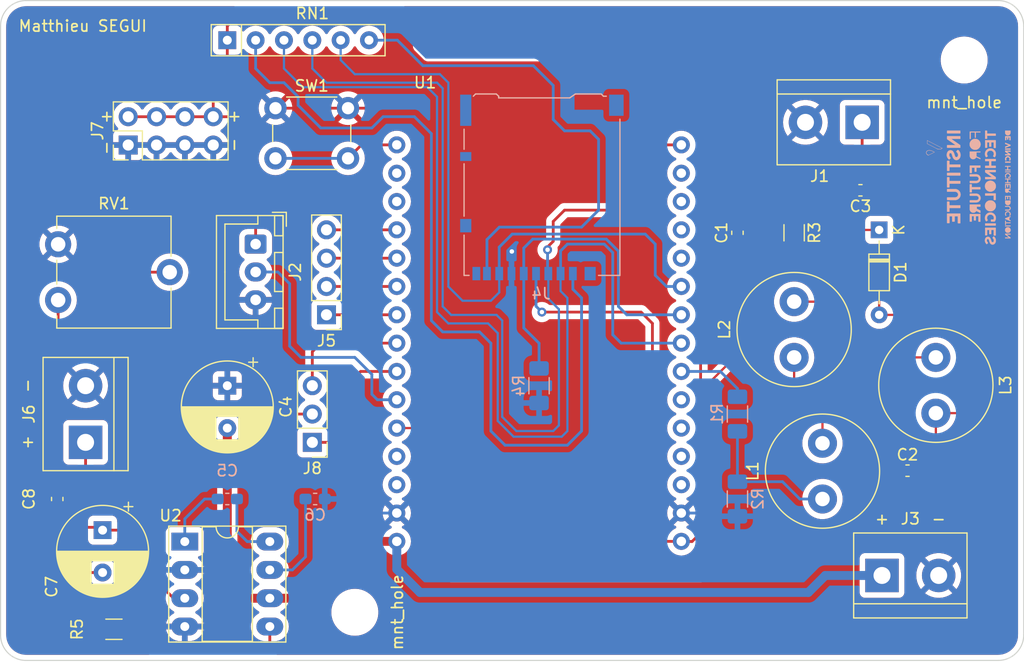
<source format=kicad_pcb>
(kicad_pcb (version 20221018) (generator pcbnew)
  (layers (0 "F.Cu" signal) (31 "B.Cu" signal) (34 "B.Paste" user) (35 "F.Paste" user) (36 "B.SilkS" user "B.Silkscreen") (37 "F.SilkS" user "F.Silkscreen") (38 "B.Mask" user) (39 "F.Mask" user) (44 "Edge.Cuts" user))
  (net 0 "")
  (net 1 "/plant_response")
  (net 2 "GND")
  (net 3 "Net-(C2-Pad1)")
  (net 4 "Net-(C2-Pad2)")
  (net 5 "Net-(C3-Pad2)")
  (net 6 "+5V")
  (net 7 "Net-(C5-Pad1)")
  (net 8 "Net-(C5-Pad2)")
  (net 9 "Net-(C6-Pad1)")
  (net 10 "Net-(C7-Pad1)")
  (net 11 "Net-(C7-Pad2)")
  (net 12 "Net-(C8-Pad2)")
  (net 13 "+3V3")
  (net 14 "/moisture_data")
  (net 15 "Net-(J4-Pad1)")
  (net 16 "/CS")
  (net 17 "/MOSI")
  (net 18 "/CLK")
  (net 19 "/MISO")
  (net 20 "Net-(J4-Pad8)")
  (net 21 "Net-(J5-Pad1)")
  (net 22 "Net-(J5-Pad2)")
  (net 23 "Net-(J5-Pad3)")
  (net 24 "Net-(J5-Pad4)")
  (net 25 "/DAC_2")
  (net 26 "/audio_circuit/sound_input")
  (net 27 "/DAC_1")
  (net 28 "Net-(L1-Pad1)")
  (net 29 "Net-(L1-Pad2)")
  (net 30 "/signal_generator")
  (net 31 "Net-(RV1-Pad2)")
  (net 32 "Net-(SW1-Pad2)")
  (footprint "Resistor_THT:R_Array_SIP6" (layer "F.Cu") (at 76.2 108.712)
    (fp_text reference "RN1")
    (fp_text value "100kΩ")
  )
  (footprint "Connector_PinHeader_2.54mm:PinHeader_1x03_P2.54mm_Vertical" (layer "F.Cu") (at 83.82 144.78 180)
    (fp_text reference "J8")
    (fp_text value "jmp_dacs")
  )
  (footprint "Resistor_SMD:R_1206_3216Metric_Pad1.30x1.75mm_HandSolder" (layer "F.Cu") (at 66.04 161.544)
    (fp_text reference "R5")
    (fp_text value "10Ω")
  )
  (footprint "Diode_THT:D_DO-34_SOD68_P7.62mm_Horizontal" (layer "F.Cu") (at 134.62 125.725 -90)
    (fp_text reference "D1")
    (fp_text value "D")
  )
  (footprint "esp32:esp32_breakout" (layer "F.Cu") (at 93.93 113.02)
    (fp_text reference "U1")
    (fp_text value "esp32_breakout")
  )
  (footprint "Package_DIP:DIP-8_W7.62mm_Socket_LongPads" (layer "F.Cu") (at 72.39 153.68)
    (fp_text reference "U2")
    (fp_text value "LM386")
  )
  (footprint "Button_Switch_THT:SW_PUSH_6mm" (layer "F.Cu") (at 80.518 114.808)
    (fp_text reference "SW1")
    (fp_text value "SW_Push")
  )
  (footprint "Capacitor_THT:CP_Radial_D8.0mm_P3.80mm" (layer "F.Cu") (at 76.2 139.7 -90)
    (fp_text reference "C4")
    (fp_text value "100μF")
  )
  (footprint "Inductor_THT:L_Radial_D10.0mm_P5.00mm_Fastron_07P" (layer "F.Cu") (at 139.7 137.16 -90)
    (fp_text reference "L3")
    (fp_text value "3.3mH")
  )
  (footprint "Connector_JST:JST_XH_B3B-XH-A_1x03_P2.50mm_Vertical" (layer "F.Cu") (at 78.74 127 -90)
    (fp_text reference "J2")
    (fp_text value "moisture_sensor_conn")
  )
  (footprint "Inductor_THT:L_Radial_D10.0mm_P5.00mm_Fastron_07P" (layer "F.Cu") (at 127 137.16 90)
    (fp_text reference "L2")
    (fp_text value "3.3mH")
  )
  (footprint "MountingHole:MountingHole_3.2mm_M3" (layer "F.Cu") (at 142.24 110.49)
    (fp_text reference "mnt_hole")
    (fp_text value "MountingHole_3.2mm_M3" hide)
  )
  (footprint "Connector_PinHeader_2.54mm:PinHeader_1x04_P2.54mm_Vertical" (layer "F.Cu") (at 85.09 133.34 180)
    (fp_text reference "J5")
    (fp_text value "extended_gpio")
  )
  (footprint "MountingHole:MountingHole_3.2mm_M3" (layer "F.Cu") (at 87.63 160.02)
    (fp_text reference "mnt_hole")
    (fp_text value "MountingHole_3.2mm_M3" hide)
  )
  (footprint "TerminalBlock:TerminalBlock_bornier-2_P5.08mm" (layer "F.Cu") (at 133.096 116.078 180)
    (fp_text reference "J1")
    (fp_text value "plant_connector")
  )
  (footprint "Connector_PinHeader_2.54mm:PinHeader_2x04_P2.54mm_Vertical" (layer "F.Cu") (at 67.32 118.115 90)
    (fp_text reference "J7")
    (fp_text value "ext_pwr_output")
  )
  (footprint "Capacitor_SMD:C_0603_1608Metric_Pad1.08x0.95mm_HandSolder" (layer "F.Cu") (at 60.96 149.86 90)
    (fp_text reference "C8")
    (fp_text value "10μF")
  )
  (footprint "TerminalBlock:TerminalBlock_bornier-2_P5.08mm" (layer "F.Cu") (at 134.874 156.718)
    (fp_text reference "J3")
    (fp_text value "power_input")
  )
  (footprint "Capacitor_SMD:C_0603_1608Metric_Pad1.08x0.95mm_HandSolder" (layer "F.Cu") (at 132.9425 122.174 180)
    (fp_text reference "C3")
    (fp_text value "10nF")
  )
  (footprint "Capacitor_THT:CP_Radial_D8.0mm_P3.80mm" (layer "F.Cu") (at 65.024 152.654 -90)
    (fp_text reference "C7")
    (fp_text value "47μF")
  )
  (footprint "Capacitor_SMD:C_0603_1608Metric_Pad1.08x0.95mm_HandSolder" (layer "F.Cu") (at 137.16 147.32)
    (fp_text reference "C2")
    (fp_text value "1nF")
  )
  (footprint "Inductor_THT:L_Radial_D10.0mm_P5.00mm_Fastron_07P" (layer "F.Cu") (at 129.54 149.86 90)
    (fp_text reference "L1")
    (fp_text value "3.3mH")
  )
  (footprint "TerminalBlock:TerminalBlock_bornier-2_P5.08mm" (layer "F.Cu") (at 63.5 144.78 90)
    (fp_text reference "J6")
    (fp_text value "speaker_output")
  )
  (footprint "Potentiometer_THT:Potentiometer_ACP_CA9-V10_Vertical" (layer "F.Cu") (at 61.04 132.015)
    (fp_text reference "RV1")
    (fp_text value "R_Potentiometer")
  )
  (footprint "Resistor_SMD:R_1206_3216Metric_Pad1.30x1.75mm_HandSolder" (layer "F.Cu") (at 127 125.984 -90)
    (fp_text reference "R3")
    (fp_text value "1MΩ")
  )
  (footprint "Capacitor_SMD:C_0603_1608Metric_Pad1.08x0.95mm_HandSolder" (layer "F.Cu") (at 121.92 125.984 90)
    (fp_text reference "C1")
    (fp_text value "100pF")
  )
  (footprint "Capacitor_SMD:C_0603_1608Metric_Pad1.08x0.95mm_HandSolder" (layer "B.Cu") (at 84.074 149.86)
    (fp_text reference "C6")
    (fp_text value "10nF")
  )
  (footprint "Resistor_SMD:R_1206_3216Metric_Pad1.30x1.75mm_HandSolder" (layer "B.Cu") (at 104.14 139.7 -90)
    (fp_text reference "R4")
    (fp_text value "100kΩ")
  )
  (footprint "Resistor_SMD:R_1206_3216Metric_Pad1.30x1.75mm_HandSolder" (layer "B.Cu") (at 121.92 142.24 -90)
    (fp_text reference "R1")
    (fp_text value "10kΩ")
  )
  (footprint "Resistor_SMD:R_1206_3216Metric_Pad1.30x1.75mm_HandSolder" (layer "B.Cu") (at 121.92 149.86 90)
    (fp_text reference "R2")
    (fp_text value "4.7kΩ")
  )
  (footprint "Capacitor_SMD:C_0603_1608Metric_Pad1.08x0.95mm_HandSolder" (layer "B.Cu") (at 76.2 149.86)
    (fp_text reference "C5")
    (fp_text value "10μF")
  )
  (footprint "Connector_Card:microSD_HC_Hirose_DM3AT-SF-PEJM5" (layer "B.Cu") (at 104.394 121.92)
    (fp_text reference "J4")
    (fp_text value "micro_sd_slot")
  )
  (gr_line (start 138.921884 118.965085) (end 138.913454 118.957022) (stroke (width 0.026458)) (layer "B.SilkS"))
  (gr_poly (pts (xy 145.912956 121.948555) (xy 145.912971 121.949458) (xy 145.913015 121.950334) (xy 145.913089 121.951182) (xy 145.913193 121.952002) (xy 145.913326 121.952793) (xy 145.913488 121.953557) (xy 145.913681 121.954292) (xy 145.913903 121.954999) (xy 145.914155 121.955678) (xy 145.914437 121.956329) (xy 145.914749 121.956951) (xy 145.915091 121.957544) (xy 145.915463 121.95811) (xy 145.915865 121.958646) (xy 145.916297 121.959154) (xy 145.91676 121.959634) (xy 145.917252 121.960084) (xy 145.917775 121.960506) (xy 145.918328 121.9609) (xy 145.918912 121.961264) (xy 145.919526 121.9616) (xy 145.92017 121.961906) (xy 145.920845 121.962184) (xy 145.921551 121.962432) (xy 145.922287 121.962652) (xy 145.923054 121.962842) (xy 145.923851 121.963004) (xy 145.92468 121.963136) (xy 145.925539 121.963238) (xy 145.926429 121.963312) (xy 145.92735 121.963356) (xy 145.928301 121.963371) (xy 145.960052 121.963371) (xy 145.960793 121.963355) (xy 145.961527 121.963309) (xy 145.962253 121.963233) (xy 145.962971 121.963127) (xy 145.963679 121.962991) (xy 145.964377 121.962827) (xy 145.965065 121.962633) (xy 145.96574 121.962412) (xy 145.966404 121.962162) (xy 145.967054 121.961885) (xy 145.96769 121.961581) (xy 145.968312 121.96125) (xy 145.968918 121.960892) (xy 145.969508 121.960509) (xy 145.97008 121.9601) (xy 145.970635 121.959666) (xy 145.971165 121.959201) (xy 145.971664 121.958699) (xy 145.972131 121.958161) (xy 145.972566 121.957587) (xy 145.972968 121.956977) (xy 145.973337 121.956332) (xy 145.973673 121.955651) (xy 145.973976 121.954937) (xy 145.974244 121.954188) (xy 145.974478 121.953406) (xy 145.974676 121.95259) (xy 145.97484 121.951741) (xy 145.974968 121.95086) (xy 145.97506 121.949946) (xy 145.975115 121.949001) (xy 145.975134 121.948024) (xy 145.975134 121.688997) (xy 146.10716 121.688997) (xy 146.10716 121.892726) (xy 146.107173 121.893418) (xy 146.10721 121.894103) (xy 146.107274 121.894781) (xy 146.107363 121.895451) (xy 146.107478 121.896114) (xy 146.107621 121.896768) (xy 146.10779 121.897414) (xy 146.107987 121.898051) (xy 146.108212 121.898679) (xy 146.108465 121.899297) (xy 146.108747 121.899905) (xy 146.109058 121.900503) (xy 146.109398 121.90109) (xy 146.109768 121.901665) (xy 146.110169 121.902229) (xy 146.1106 121.902781) (xy 146.111062 121.903308) (xy 146.111555 121.903799) (xy 146.11208 121.904253) (xy 146.112638 121.904671) (xy 146.113228 121.905053) (xy 146.113851 121.9054) (xy 146.114507 121.905712) (xy 146.115197 121.905989) (xy 146.115921 121.906233) (xy 146.11668 121.906443) (xy 146.117473 121.906619) (xy 146.118302 121.906763) (xy 146.119166 121.906873) (xy 146.120066 121.906952) (xy 146.121003 121.906999) (xy 146.121977 121.907015) (xy 146.154785 121.907015) (xy 146.155476 121.906999) (xy 146.156161 121.906954) (xy 146.156841 121.906879) (xy 146.157513 121.906775) (xy 146.15818 121.906643) (xy 146.158841 121.906485) (xy 146.159495 121.906299) (xy 146.160143 121.906089) (xy 146.160785 121.905853) (xy 146.16142 121.905594) (xy 146.16205 121.905311) (xy 146.162673 121.905005) (xy 146.16329 121.904678) (xy 146.163901 121.90433) (xy 146.164506 121.903962) (xy 146.165104 121.903575) (xy 146.165634 121.903116) (xy 146.166133 121.902632) (xy 146.1666 121.902122) (xy 146.167035 121.901586) (xy 146.167437 121.901024) (xy 146.167806 121.900435) (xy 146.168142 121.899819) (xy 146.168444 121.899176) (xy 146.168713 121.898504) (xy 146.168946 121.897805) (xy 146.169145 121.897076) (xy 146.169309 121.896319) (xy 146.169437 121.895532) (xy 146.169528 121.894716) (xy 146.169584 121.893869) (xy 146.169602 121.892991) (xy 146.169602 121.689262) (xy 146.327823 121.689262) (xy 146.327823 121.949612) (xy 146.327838 121.950516) (xy 146.327882 121.951392) (xy 146.327956 121.952239) (xy 146.328059 121.953059) (xy 146.328191 121.953851) (xy 146.328353 121.954614) (xy 146.328545 121.95535) (xy 146.328766 121.956057) (xy 146.329016 121.956736) (xy 146.329296 121.957386) (xy 146.329605 121.958008) (xy 146.329944 121.958602) (xy 146.330312 121.959167) (xy 146.33071 121.959704) (xy 146.331137 121.960212) (xy 146.331594 121.960691) (xy 146.33208 121.961142) (xy 146.332595 121.961564) (xy 146.33314 121.961957) (xy 146.333715 121.962321) (xy 146.334318 121.962657) (xy 146.334952 121.962964) (xy 146.335615 121.963241) (xy 146.336307 121.96349) (xy 146.337028 121.963709) (xy 146.33778 121.9639) (xy 146.33856 121.964061) (xy 146.33937 121.964193) (xy 146.34021 121.964296) (xy 146.341079 121.964369) (xy 146.341977 121.964414) (xy 146.342905 121.964428) (xy 146.375977 121.964428) (xy 146.376856 121.964414) (xy 146.377705 121.964372) (xy 146.378524 121.964303) (xy 146.379315 121.964205) (xy 146.380076 121.964079) (xy 146.380808 121.963926) (xy 146.381512 121.963745) (xy 146.382187 121.963535) (xy 146.382833 121.963298) (xy 146.38345 121.963033) (xy 146.384039 121.96274) (xy 146.3846 121.962419) (xy 146.385132 121.96207) (xy 146.385636 121.961694) (xy 146.386113 121.961289) (xy 146.386561 121.960856) (xy 146.386981 121.960396) (xy 146.387373 121.959908) (xy 146.387738 121.959391) (xy 146.388075 121.958847) (xy 146.388384 121.958275) (xy 146.388666 121.957675) (xy 146.388921 121.957047) (xy 146.389149 121.956392) (xy 146.389349 121.955708) (xy 146.389522 121.954996) (xy 146.389669 121.954257) (xy 146.389788 121.953489) (xy 146.389881 121.952694) (xy 146.389947 121.951871) (xy 146.39 121.950141) (xy 146.39 121.641107) (xy 146.389948 121.639377) (xy 146.389882 121.638554) (xy 146.389789 121.637759) (xy 146.389671 121.636992) (xy 146.389526 121.636252) (xy 146.389355 121.635541) (xy 146.389157 121.634857) (xy 146.388933 121.634201) (xy 146.388683 121.633573) (xy 146.388406 121.632973) (xy 146.388103 121.632401) (xy 146.387773 121.631857) (xy 146.387417 121.631341) (xy 146.387035 121.630852) (xy 146.386627 121.630392) (xy 146.386192 121.629959) (xy 146.385731 121.629555) (xy 146.385243 121.629178) (xy 146.384729 121.628829) (xy 146.384189 121.628508) (xy 146.383622 121.628215) (xy 146.383029 121.62795) (xy 146.38241 121.627713) (xy 146.381764 121.627504) (xy 146.381092 121.627322) (xy 146.380394 121.627169) (xy 146.379669 121.627043) (xy 146.378918 121.626945) (xy 146.378141 121.626876) (xy 146.377337 121.626834) (xy 146.376507 121.62682) (xy 145.927509 121.62682) (xy 145.925729 121.626876) (xy 145.924881 121.626945) (xy 145.924061 121.627043) (xy 145.92327 121.627169) (xy 145.922506 121.627322) (xy 145.921771 121.627504) (xy 145.921064 121.627713) (xy 145.920385 121.62795) (xy 145.919735 121.628215) (xy 145.919112 121.628508) (xy 145.918519 121.628829) (xy 145.917954 121.629178) (xy 145.917417 121.629555) (xy 145.916909 121.629959) (xy 145.91643 121.630392) (xy 145.915979 121.630852) (xy 145.915557 121.63134) (xy 145.915164 121.631857) (xy 145.914799 121.632401) (xy 145.914464 121.632973) (xy 145.914157 121.633573) (xy 145.913879 121.634201) (xy 145.913631 121.634857) (xy 145.913411 121.63554) (xy 145.913221 121.636252) (xy 145.91306 121.636991) (xy 145.912928 121.637759) (xy 145.912825 121.638554) (xy 145.912751 121.639377) (xy 145.912707 121.640228) (xy 145.912692 121.641107) (xy 145.912692 121.948555) (xy 145.912956 121.948555)) (stroke (width 0.026458)) (fill solid) (layer "B.SilkS"))
  (gr_poly (pts (xy 143.220292 117.638757) (xy 143.230918 117.638884) (xy 143.241462 117.639265) (xy 143.251926 117.639901) (xy 143.262307 117.640791) (xy 143.272607 117.641935) (xy 143.282823 117.643333) (xy 143.292957 117.644986) (xy 143.303008 117.646893) (xy 143.312974 117.649054) (xy 143.322857 117.651469) (xy 143.332655 117.654139) (xy 143.342368 117.657063) (xy 143.351996 117.660241) (xy 143.361538 117.663673) (xy 143.370995 117.66736) (xy 143.380364 117.671301) (xy 143.389617 117.675459) (xy 143.39872 117.679796) (xy 143.407675 117.684314) (xy 143.41648 117.689011) (xy 143.425137 117.693889) (xy 143.433645 117.698946) (xy 143.442004 117.704182) (xy 143.450215 117.709599) (xy 143.458276 117.715196) (xy 143.466189 117.720972) (xy 143.473953 117.726928) (xy 143.481568 117.733064) (xy 143.489034 117.73938) (xy 143.496352 117.745876) (xy 143.50352 117.752552) (xy 143.51054 117.759407) (xy 143.517396 117.766427) (xy 143.524071 117.773596) (xy 143.530567 117.780916) (xy 143.536883 117.788387) (xy 143.543019 117.79601) (xy 143.548975 117.803786) (xy 143.554752 117.811715) (xy 143.560348 117.819798) (xy 143.565765 117.828036) (xy 143.571001 117.836431) (xy 143.576058 117.844981) (xy 143.580936 117.85369) (xy 143.585633 117.862556) (xy 143.59015 117.871581) (xy 143.594488 117.880766) (xy 143.598646 117.890111) (xy 143.602587 117.89953) (xy 143.606273 117.909036) (xy 143.609706 117.918627) (xy 143.612884 117.928302) (xy 143.615808 117.938061) (xy 143.618477 117.947903) (xy 143.620893 117.957827) (xy 143.623054 117.967832) (xy 143.624961 117.977918) (xy 143.626613 117.988084) (xy 143.628012 117.998329) (xy 143.629156 118.008653) (xy 143.630046 118.019053) (xy 143.630681 118.029531) (xy 143.631063 118.040085) (xy 143.63119 118.050713) (xy 143.631063 118.061196) (xy 143.630681 118.071611) (xy 143.630046 118.081956) (xy 143.629156 118.092232) (xy 143.628012 118.102439) (xy 143.626613 118.112575) (xy 143.624961 118.12264) (xy 143.623054 118.132635) (xy 143.620893 118.142558) (xy 143.618477 118.15241) (xy 143.615808 118.16219) (xy 143.612884 118.171897) (xy 143.609706 118.181531) (xy 143.606273 118.191092) (xy 143.602587 118.200579) (xy 143.598646 118.209992) (xy 143.594488 118.219338) (xy 143.59015 118.228523) (xy 143.585633 118.237548) (xy 143.580935 118.246414) (xy 143.576058 118.255122) (xy 143.571001 118.263673) (xy 143.565764 118.272067) (xy 143.560347 118.280305) (xy 143.554751 118.288389) (xy 143.548975 118.296318) (xy 143.543018 118.304093) (xy 143.536883 118.311716) (xy 143.530567 118.319187) (xy 143.524071 118.326507) (xy 143.517396 118.333677) (xy 143.51054 118.340697) (xy 143.50352 118.347552) (xy 143.496352 118.354228) (xy 143.489035 118.360723) (xy 143.481568 118.367039) (xy 143.473953 118.373175) (xy 143.466189 118.379132) (xy 143.458277 118.384908) (xy 143.450215 118.390505) (xy 143.442005 118.395921) (xy 143.433645 118.401158) (xy 143.425137 118.406215) (xy 143.41648 118.411092) (xy 143.407675 118.41579) (xy 143.39872 118.420307) (xy 143.389617 118.424645) (xy 143.380364 118.428803) (xy 143.370997 118.432744) (xy 143.361549 118.436431) (xy 143.352019 118.439863) (xy 143.342405 118.443041) (xy 143.332708 118.445965) (xy 143.322926 118.448635) (xy 143.313059 118.45105) (xy 143.303106 118.453211) (xy 143.293066 118.455118) (xy 143.282939 118.45677) (xy 143.272723 118.458169) (xy 143.262418 118.459313) (xy 143.252024 118.460203) (xy 143.241538 118.460838) (xy 143.230961 118.46122) (xy 143.220292 118.461347) (xy 143.209809 118.46122) (xy 143.199395 118.460838) (xy 143.189049 118.460203) (xy 143.178773 118.459313) (xy 143.168567 118.458169) (xy 143.158431 118.45677) (xy 143.148365 118.455118) (xy 143.138371 118.453211) (xy 143.128447 118.45105) (xy 143.118596 118.448634) (xy 143.108816 118.445965) (xy 143.099109 118.443041) (xy 143.089475 118.439863) (xy 143.079914 118.436431) (xy 143.070426 118.432744) (xy 143.061013 118.428803) (xy 143.051668 118.424645) (xy 143.042483 118.420307) (xy 143.033458 118.41579) (xy 143.024592 118.411093) (xy 143.015883 118.406215) (xy 143.007333 118.401158) (xy 142.998938 118.395921) (xy 142.9907 118.390505) (xy 142.982617 118.384908) (xy 142.974687 118.379132) (xy 142.966912 118.373176) (xy 142.959289 118.367039) (xy 142.951818 118.360724) (xy 142.944498 118.354228) (xy 142.937329 118.347552) (xy 142.930309 118.340697) (xy 142.923453 118.333677) (xy 142.916778 118.326507) (xy 142.910282 118.319188) (xy 142.903966 118.311717) (xy 142.89783 118.304094) (xy 142.891874 118.296318) (xy 142.886097 118.288389) (xy 142.880501 118.280306) (xy 142.875084 118.272067) (xy 142.869847 118.263673) (xy 142.86479 118.255122) (xy 142.859913 118.246414) (xy 142.855216 118.237548) (xy 142.850698 118.228523) (xy 142.846361 118.219338) (xy 142.842203 118.209992) (xy 142.838262 118.200536) (xy 142.834576 118.191016) (xy 142.831143 118.181433) (xy 142.827965 118.171785) (xy 142.825041 118.162073) (xy 142.822372 118.152294) (xy 142.819956 118.142449) (xy 142.817795 118.132536) (xy 142.815888 118.122555) (xy 142.814236 118.112505) (xy 142.812837 118.102385) (xy 142.811693 118.092195) (xy 142.810803 118.081934) (xy 142.810167 118.0716) (xy 142.809786 118.061193) (xy 142.809659 118.050713) (xy 142.809786 118.040085) (xy 142.810167 118.029531) (xy 142.810803 118.019054) (xy 142.811693 118.008653) (xy 142.812837 117.99833) (xy 142.814236 117.988085) (xy 142.815888 117.977919) (xy 142.817795 117.967833) (xy 142.819956 117.957827) (xy 142.822372 117.947903) (xy 142.825041 117.938061) (xy 142.827965 117.928302) (xy 142.831143 117.918627) (xy 142.834576 117.909036) (xy 142.838262 117.899531) (xy 142.842203 117.890111) (xy 142.846361 117.880766) (xy 142.850699 117.871581) (xy 142.855216 117.862556) (xy 142.859914 117.853689) (xy 142.864791 117.844981) (xy 142.869848 117.836431) (xy 142.875085 117.828036) (xy 142.880501 117.819798) (xy 142.886098 117.811715) (xy 142.891874 117.803786) (xy 142.89783 117.79601) (xy 142.903966 117.788387) (xy 142.910282 117.780916) (xy 142.916778 117.773596) (xy 142.923453 117.766427) (xy 142.930309 117.759407) (xy 142.937329 117.752552) (xy 142.944498 117.745876) (xy 142.951818 117.73938) (xy 142.959289 117.733064) (xy 142.966912 117.726928) (xy 142.974687 117.720972) (xy 142.982617 117.715196) (xy 142.9907 117.709599) (xy 142.998938 117.704182) (xy 143.007333 117.698945) (xy 143.015883 117.693888) (xy 143.024592 117.689011) (xy 143.033458 117.684314) (xy 143.042483 117.679796) (xy 143.051668 117.675458) (xy 143.061013 117.6713) (xy 143.070426 117.66736) (xy 143.079914 117.663673) (xy 143.089475 117.660241) (xy 143.099109 117.657063) (xy 143.108816 117.654139) (xy 143.118596 117.651469) (xy 143.128447 117.649054) (xy 143.138371 117.646893) (xy 143.148365 117.644986) (xy 143.158431 117.643333) (xy 143.168567 117.641935) (xy 143.178773 117.640791) (xy 143.189049 117.639901) (xy 143.199395 117.639265) (xy 143.209809 117.638884) (xy 143.220292 117.638757)) (stroke (width 0.026458)) (fill solid) (layer "B.SilkS"))
  (gr_poly (pts (xy 143.672994 116.908242) (xy 142.76759 116.908242) (xy 142.765138 116.908317) (xy 142.76397 116.90841) (xy 142.762841 116.90854) (xy 142.761751 116.908707) (xy 142.7607 116.908912) (xy 142.759687 116.909154) (xy 142.758714 116.909433) (xy 142.757781 116.909749) (xy 142.756886 116.910103) (xy 142.756031 116.910493) (xy 142.755214 116.910921) (xy 142.754438 116.911386) (xy 142.7537 116.911889) (xy 142.753002 116.912428) (xy 142.752344 116.913005) (xy 142.751725 116.913619) (xy 142.751146 116.91427) (xy 142.750606 116.914958) (xy 142.750106 116.915684) (xy 142.749645 116.916446) (xy 142.749225 116.917246) (xy 142.748844 116.918084) (xy 142.748503 116.918958) (xy 142.748202 116.919869) (xy 142.747941 116.920818) (xy 142.747721 116.921804) (xy 142.74754 116.922827) (xy 142.747399 116.923888) (xy 142.747298 116.924985) (xy 142.747238 116.92612) (xy 142.747218 116.927292) (xy 142.747218 117.545624) (xy 142.747238 117.546796) (xy 142.747298 117.547931) (xy 142.747399 117.549028) (xy 142.74754 117.550089) (xy 142.747721 117.551112) (xy 142.747942 117.552098) (xy 142.748203 117.553047) (xy 142.748503 117.553958) (xy 142.748844 117.554832) (xy 142.749225 117.55567) (xy 142.749646 117.55647) (xy 142.750106 117.557232) (xy 142.750606 117.557958) (xy 142.751146 117.558646) (xy 142.751725 117.559297) (xy 142.752344 117.559911) (xy 142.753003 117.560488) (xy 142.753701 117.561027) (xy 142.754438 117.56153) (xy 142.755215 117.561995) (xy 142.756031 117.562423) (xy 142.756886 117.562813) (xy 142.757781 117.563167) (xy 142.758715 117.563483) (xy 142.759688 117.563762) (xy 142.7607 117.564004) (xy 142.761751 117.564209) (xy 142.762841 117.564376) (xy 142.76397 117.564506) (xy 142.765138 117.564599) (xy 142.766345 117.564655) (xy 142.76759 117.564674) (xy 142.798282 117.564674) (xy 142.800924 117.564599) (xy 142.803392 117.564376) (xy 142.804562 117.564209) (xy 142.805688 117.564004) (xy 142.806771 117.563762) (xy 142.807811 117.563483) (xy 142.808808 117.563167) (xy 142.809762 117.562813) (xy 142.810673 117.562423) (xy 142.811542 117.561995) (xy 142.812367 117.56153) (xy 142.81315 117.561027) (xy 142.81389 117.560488) (xy 142.814587 117.559911) (xy 142.815242 117.559297) (xy 142.815854 117.558646) (xy 142.816423 117.557958) (xy 142.81695 117.557232) (xy 142.817435 117.55647) (xy 142.817877 117.55567) (xy 142.818277 117.554832) (xy 142.818635 117.553958) (xy 142.81895 117.553047) (xy 142.819223 117.552098) (xy 142.819454 117.551112) (xy 142.819643 117.550089) (xy 142.81979 117.549028) (xy 142.819895 117.547931) (xy 142.819978 117.545624) (xy 142.819978 116.979415) (xy 143.203889 116.979415) (xy 143.203889 117.43344) (xy 143.203909 117.434612) (xy 143.203969 117.435747) (xy 143.20407 117.436845) (xy 143.204211 117.437905) (xy 143.204392 117.438928) (xy 143.204613 117.439914) (xy 143.204874 117.440863) (xy 143.205175 117.441775) (xy 143.205515 117.442649) (xy 143.205896 117.443486) (xy 143.206317 117.444286) (xy 143.206777 117.445049) (xy 143.207277 117.445774) (xy 143.207817 117.446463) (xy 143.208396 117.447114) (xy 143.209015 117.447728) (xy 143.209674 117.448305) (xy 143.210372 117.448844) (xy 143.211109 117.449346) (xy 143.211886 117.449811) (xy 143.212702 117.450239) (xy 143.213557 117.45063) (xy 143.214452 117.450983) (xy 143.215386 117.4513) (xy 143.216359 117.451579) (xy 143.217371 117.451821) (xy 143.218422 117.452025) (xy 143.219512 117.452193) (xy 143.220641 117.452323) (xy 143.221809 117.452416) (xy 143.223016 117.452472) (xy 143.224262 117.45249) (xy 143.258657 117.45249) (xy 143.259756 117.452472) (xy 143.260821 117.452416) (xy 143.261852 117.452323) (xy 143.262849 117.452193) (xy 143.263811 117.452025) (xy 143.264739 117.451821) (xy 143.265632 117.451579) (xy 143.266491 117.4513) (xy 143.267316 117.450983) (xy 143.268106 117.45063) (xy 143.268861 117.450239) (xy 143.269582 117.449811) (xy 143.270268 117.449346) (xy 143.270919 117.448844) (xy 143.271536 117.448305) (xy 143.272118 117.447728) (xy 143.272664 117.447114) (xy 143.273176 117.446463) (xy 143.273653 117.445774) (xy 143.274095 117.445049) (xy 143.274502 117.444286) (xy 143.274874 117.443486) (xy 143.27521 117.442649) (xy 143.275511 117.441775) (xy 143.275777 117.440863) (xy 143.276008 117.439914) (xy 143.276203 117.438928) (xy 143.276363 117.437905) (xy 143.276488 117.436845) (xy 143.276577 117.435747) (xy 143.27663 117.434612) (xy 143.276648 117.43344) (xy 143.276648 116.97968) (xy 143.673258 116.97968) (xy 143.674504 116.97966) (xy 143.675711 116.979599) (xy 143.676879 116.979499) (xy 143.678008 116.979358) (xy 143.679098 116.979177) (xy 143.680149 116.978956) (xy 143.681161 116.978695) (xy 143.682134 116.978394) (xy 143.683068 116.978053) (xy 143.683963 116.977672) (xy 143.684818 116.977252) (xy 143.685634 116.976792) (xy 143.686411 116.976291) (xy 143.687149 116.975752) (xy 143.687847 116.975172) (xy 143.688505 116.974553) (xy 143.689124 116.973895) (xy 143.689703 116.973197) (xy 143.690243 116.97246) (xy 143.690743 116.971683) (xy 143.691203 116.970867) (xy 143.691624 116.970011) (xy 143.692005 116.969117) (xy 143.692346 116.968183) (xy 143.692646 116.96721) (xy 143.692907 116.966198) (xy 143.693128 116.965147) (xy 143.693309 116.964056) (xy 143.69345 116.962927) (xy 143.693551 116.961759) (xy 143.693611 116.960552) (xy 143.693631 116.959307) (xy 143.693631 116.927557) (xy 143.693587 116.926361) (xy 143.693504 116.925203) (xy 143.693382 116.924085) (xy 143.693222 116.923005) (xy 143.693023 116.921963) (xy 143.692785 116.92096) (xy 143.692508 116.919996) (xy 143.692193 116.91907) (xy 143.691839 116.918182) (xy 143.691446 116.917332) (xy 143.691014 116.916521) (xy 143.690543 116.915748) (xy 143.690034 116.915014) (xy 143.689486 116.914317) (xy 143.688899 116.913658) (xy 143.688274 116.913038) (xy 143.687609 116.912455) (xy 143.686906 116.911911) (xy 143.686165 116.911404) (xy 143.685384 116.910935) (xy 143.684565 116.910504) (xy 143.683707 116.910111) (xy 143.68281 116.909755) (xy 143.681874 116.909437) (xy 143.6809 116.909157) (xy 143.679887 116.908914) (xy 143.678835 116.908708) (xy 143.677744 116.90854) (xy 143.676615 116.90841) (xy 143.675447 116.908317) (xy 143.672994 116.908242)) (stroke (width 0.026458)) (fill solid) (layer "B.SilkS"))
  (gr_line (start 139.511247 118.713168) (end 139.559242 118.74015) (stroke (width 0.026458)) (layer "B.SilkS"))
  (gr_poly (pts (xy 146.151081 125.552973) (xy 146.157395 125.553072) (xy 146.163637 125.553374) (xy 146.16981 125.55388) (xy 146.175919 125.554593) (xy 146.181966 125.555518) (xy 146.187953 125.556656) (xy 146.193885 125.558012) (xy 146.199764 125.559587) (xy 146.205569 125.561349) (xy 146.211274 125.563263) (xy 146.21688 125.565331) (xy 146.222386 125.567558) (xy 146.227794 125.569946) (xy 146.233102 125.572498) (xy 146.238311 125.575218) (xy 146.243421 125.578108) (xy 146.248431 125.58116) (xy 146.253338 125.584359) (xy 146.258141 125.587708) (xy 146.262835 125.591206) (xy 146.267417 125.594852) (xy 146.271884 125.598647) (xy 146.276233 125.602591) (xy 146.280462 125.606684) (xy 146.282527 125.608782) (xy 146.284555 125.610912) (xy 146.286545 125.613072) (xy 146.288499 125.615261) (xy 146.290415 125.617481) (xy 146.292294 125.619729) (xy 146.29594 125.624311) (xy 146.299437 125.629005) (xy 146.302786 125.633807) (xy 146.305986 125.638715) (xy 146.309036 125.643725) (xy 146.311927 125.648835) (xy 146.314646 125.654044) (xy 146.317199 125.659352) (xy 146.319587 125.66476) (xy 146.321813 125.670266) (xy 146.323882 125.675872) (xy 146.325796 125.681577) (xy 146.327558 125.687381) (xy 146.329133 125.69326) (xy 146.330489 125.699192) (xy 146.331627 125.70518) (xy 146.332552 125.711226) (xy 146.333265 125.717335) (xy 146.333771 125.723509) (xy 146.334072 125.729751) (xy 146.334172 125.736064) (xy 146.334072 125.74229) (xy 146.333771 125.748467) (xy 146.333265 125.754593) (xy 146.332552 125.76067) (xy 146.331627 125.766698) (xy 146.330489 125.772676) (xy 146.329133 125.778604) (xy 146.327558 125.784483) (xy 146.325796 125.790287) (xy 146.323882 125.795992) (xy 146.321814 125.801598) (xy 146.319587 125.807105) (xy 146.317199 125.812512) (xy 146.314647 125.81782) (xy 146.311927 125.823029) (xy 146.309036 125.828139) (xy 146.305986 125.833149) (xy 146.302786 125.838057) (xy 146.299437 125.842859) (xy 146.29594 125.847553) (xy 146.292294 125.852135) (xy 146.288499 125.856602) (xy 146.284555 125.860952) (xy 146.280462 125.86518) (xy 146.278363 125.867245) (xy 146.276233 125.869273) (xy 146.274074 125.871263) (xy 146.271884 125.873217) (xy 146.269665 125.875133) (xy 146.267416 125.877012) (xy 146.262834 125.880658) (xy 146.25814 125.884156) (xy 146.253338 125.887504) (xy 146.24843 125.890704) (xy 146.243421 125.893755) (xy 146.238311 125.896645) (xy 146.233102 125.899365) (xy 146.227794 125.901917) (xy 146.222386 125.904305) (xy 146.21688 125.906532) (xy 146.211274 125.9086) (xy 146.205569 125.910514) (xy 146.199764 125.912276) (xy 146.193885 125.913852) (xy 146.187953 125.915207) (xy 146.181965 125.916346) (xy 146.175919 125.91727) (xy 146.16981 125.917984) (xy 146.163636 125.91849) (xy 146.157394 125.918791) (xy 146.151081 125.918891) (xy 146.146384 125.918835) (xy 146.141718 125.918667) (xy 146.137084 125.918387) (xy 146.132482 125.917994) (xy 146.127912 125.917487) (xy 146.123376 125.916868) (xy 146.118873 125.916134) (xy 146.114403 125.915286) (xy 146.109968 125.914323) (xy 146.105567 125.913245) (xy 146.101201 125.912052) (xy 146.09687 125.910743) (xy 146.092575 125.909317) (xy 146.088316 125.907775) (xy 146.084094 125.906116) (xy 146.079908 125.904339) (xy 146.075775 125.902466) (xy 146.07171 125.900519) (xy 146.067713 125.898496) (xy 146.063785 125.896397) (xy 146.059925 125.894223) (xy 146.056133 125.891972) (xy 146.052409 125.889645) (xy 146.048753 125.88724) (xy 146.045166 125.884758) (xy 146.041647 125.882198) (xy 146.038196 125.87956) (xy 146.034813 125.876843) (xy 146.031499 125.874047) (xy 146.028252 125.871171) (xy 146.025074 125.868216) (xy 146.021964 125.86518) (xy 146.018926 125.86207) (xy 146.015963 125.858892) (xy 146.013076 125.855646) (xy 146.010265 125.852331) (xy 146.007532 125.848948) (xy 146.004877 125.845497) (xy 146.002301 125.841978) (xy 145.999806 125.838391) (xy 145.99739 125.834735) (xy 145.995056 125.831011) (xy 145.992805 125.827219) (xy 145.990636 125.823359) (xy 145.988551 125.819431) (xy 145.98655 125.815434) (xy 145.984635 125.811369) (xy 145.982806 125.807236) (xy 145.981073 125.80305) (xy 145.979446 125.798828) (xy 145.977926 125.794569) (xy 145.976514 125.790274) (xy 145.97521 125.785944) (xy 145.974016 125.781578) (xy 145.972932 125.777177) (xy 145.971958 125.772742) (xy 145.971097 125.768272) (xy 145.970347 125.763769) (xy 145.969711 125.759233) (xy 145.969189 125.754663) (xy 145.968781 125.750061) (xy 145.968489 125.745427) (xy 145.968313 125.740761) (xy 145.968254 125.736064) (xy 145.968354 125.72975) (xy 145.968655 125.723508) (xy 145.969161 125.717334) (xy 145.969875 125.711225) (xy 145.970799 125.705179) (xy 145.971938 125.699191) (xy 145.973293 125.693259) (xy 145.974869 125.68738) (xy 145.97663 125.681576) (xy 145.978544 125.675871) (xy 145.980612 125.670265) (xy 145.982839 125.664758) (xy 145.985227 125.659351) (xy 145.98778 125.654043) (xy 145.9905 125.648834) (xy 145.99339 125.643724) (xy 145.996441 125.638714) (xy 145.999641 125.633806) (xy 146.002989 125.629004) (xy 146.006486 125.62431) (xy 146.010133 125.619728) (xy 146.013928 125.615261) (xy 146.017872 125.610911) (xy 146.021964 125.606683) (xy 146.024063 125.604618) (xy 146.026193 125.60259) (xy 146.028353 125.6006) (xy 146.030543 125.598646) (xy 146.032762 125.59673) (xy 146.03501 125.594851) (xy 146.039592 125.591205) (xy 146.044286 125.587707) (xy 146.049088 125.584359) (xy 146.053996 125.581159) (xy 146.059006 125.578108) (xy 146.064116 125.575218) (xy 146.069325 125.572498) (xy 146.074633 125.569946) (xy 146.08004 125.567558) (xy 146.085547 125.565331) (xy 146.091153 125.563262) (xy 146.096858 125.561348) (xy 146.102662 125.559587) (xy 146.108454 125.558087) (xy 146.114321 125.556767) (xy 146.120262 125.555634) (xy 146.126277 125.554692) (xy 146.132366 125.553949) (xy 146.13853 125.553411) (xy 146.144769 125.553083) (xy 146.151081 125.552973)) (stroke (width 0.026458)) (fill solid) (layer "B.SilkS"))
  (gr_line (start 138.912537 118.657741) (end 138.924963 118.646897) (stroke (width 0.026458)) (layer "B.SilkS"))
  (gr_poly (pts (xy 144.26328 116.831778) (xy 144.142101 116.831778) (xy 144.139168 116.831871) (xy 144.137771 116.831987) (xy 144.136421 116.832151) (xy 144.135118 116.832361) (xy 144.133861 116.832618) (xy 144.132651 116.832923) (xy 144.131489 116.833274) (xy 144.130373 116.833673) (xy 144.129304 116.834119) (xy 144.128281 116.834613) (xy 144.127306 116.835154) (xy 144.126378 116.835743) (xy 144.125498 116.83638) (xy 144.124664 116.837064) (xy 144.123878 116.837797) (xy 144.123139 116.838578) (xy 144.122447 116.839406) (xy 144.121802 116.840283) (xy 144.121205 116.841209) (xy 144.120656 116.842182) (xy 144.120154 116.843205) (xy 144.1197 116.844276) (xy 144.119293 116.845396) (xy 144.118934 116.846564) (xy 144.118622 116.847782) (xy 144.118359 116.849048) (xy 144.118143 116.850364) (xy 144.117975 116.851729) (xy 144.117855 116.853143) (xy 144.117783 116.854606) (xy 144.117759 116.856119) (xy 144.117759 117.525515) (xy 144.117855 117.528591) (xy 144.117975 117.530054) (xy 144.118143 117.531468) (xy 144.118359 117.532833) (xy 144.118622 117.534147) (xy 144.118934 117.535412) (xy 144.119293 117.536628) (xy 144.1197 117.537794) (xy 144.120154 117.53891) (xy 144.120656 117.539976) (xy 144.121205 117.540993) (xy 144.121802 117.541961) (xy 144.122447 117.542878) (xy 144.123138 117.543747) (xy 144.123877 117.544565) (xy 144.124664 117.545334) (xy 144.125497 117.546053) (xy 144.126378 117.546723) (xy 144.127306 117.547343) (xy 144.128281 117.547914) (xy 144.129303 117.548435) (xy 144.130372 117.548906) (xy 144.131488 117.549328) (xy 144.132651 117.5497) (xy 144.133861 117.550022) (xy 144.135118 117.550295) (xy 144.136421 117.550518) (xy 144.137771 117.550692) (xy 144.139168 117.550816) (xy 144.140611 117.55089) (xy 144.142101 117.550915) (xy 144.26328 117.550915) (xy 144.264843 117.55089) (xy 144.266356 117.550816) (xy 144.267819 117.550692) (xy 144.269233 117.550518) (xy 144.270597 117.550295) (xy 144.271912 117.550022) (xy 144.273177 117.5497) (xy 144.274392 117.549328) (xy 144.275558 117.548906) (xy 144.276674 117.548435) (xy 144.277741 117.547914) (xy 144.278758 117.547343) (xy 144.279725 117.546723) (xy 144.280643 117.546053) (xy 144.281511 117.545334) (xy 144.28233 117.544565) (xy 144.283099 117.543747) (xy 144.283818 117.542878) (xy 144.284488 117.541961) (xy 144.285108 117.540993) (xy 144.285678 117.539976) (xy 144.286199 117.53891) (xy 144.286671 117.537794) (xy 144.287092 117.536628) (xy 144.287464 117.535412) (xy 144.287787 117.534147) (xy 144.28806 117.532833) (xy 144.288283 117.531468) (xy 144.288456 117.530054) (xy 144.28858 117.528591) (xy 144.288655 117.527078) (xy 144.28868 117.525515) (xy 144.28868 117.280776) (xy 145.038509 117.280776) (xy 145.041585 117.280683) (xy 145.043048 117.280566) (xy 145.044462 117.280403) (xy 145.045826 117.280193) (xy 145.047141 117.279937) (xy 145.048406 117.279633) (xy 145.049621 117.279283) (xy 145.050787 117.278886) (xy 145.051903 117.278442) (xy 145.05297 117.277951) (xy 145.053987 117.277413) (xy 145.054954 117.276828) (xy 145.055872 117.276196) (xy 145.05674 117.275516) (xy 145.057559 117.274789) (xy 145.058328 117.274015) (xy 145.059047 117.273194) (xy 145.059717 117.272325) (xy 145.060337 117.271409) (xy 145.060907 117.270446) (xy 145.061428 117.269435) (xy 145.061899 117.268376) (xy 145.062321 117.267269) (xy 145.062693 117.266115) (xy 145.063016 117.264914) (xy 145.063288 117.263664) (xy 145.063512 117.262367) (xy 145.063685 117.261022) (xy 145.063809 117.259629) (xy 145.063884 117.258188) (xy 145.063909 117.256699) (xy 145.063909 117.118851) (xy 145.063884 117.117361) (xy 145.063809 117.115918) (xy 145.063685 117.114521) (xy 145.063512 117.113171) (xy 145.063288 117.111868) (xy 145.063016 117.110611) (xy 145.062693 117.109401) (xy 145.062321 117.108238) (xy 145.061899 117.107122) (xy 145.061428 117.106053) (xy 145.060907 117.105031) (xy 145.060337 117.104056) (xy 145.059716 117.103128) (xy 145.059047 117.102247) (xy 145.058327 117.101414) (xy 145.057558 117.100627) (xy 145.05674 117.099888) (xy 145.055872 117.099197) (xy 145.054954 117.098552) (xy 145.053987 117.097955) (xy 145.05297 117.097406) (xy 145.051903 117.096904) (xy 145.050787 117.09645) (xy 145.049621 117.096043) (xy 145.048406 117.095684) (xy 145.047141 117.095372) (xy 145.045826 117.095109) (xy 145.044462 117.094893) (xy 145.043048 117.094725) (xy 145.041584 117.094605) (xy 145.040071 117.094533) (xy 145.038509 117.094509) (xy 144.28868 117.094509) (xy 144.28868 116.856119) (xy 144.288679 116.854606) (xy 144.288627 116.853143) (xy 144.288524 116.851729) (xy 144.28837 116.850364) (xy 144.288164 116.849048) (xy 144.287908 116.847781) (xy 144.2876 116.846564) (xy 144.287241 116.845395) (xy 144.286831 116.844276) (xy 144.28637 116.843205) (xy 144.285857 116.842182) (xy 144.285294 116.841209) (xy 144.284679 116.840283) (xy 144.284013 116.839406) (xy 144.283296 116.838578) (xy 144.282528 116.837797) (xy 144.281709 116.837064) (xy 144.280838 116.83638) (xy 144.279917 116.835743) (xy 144.278944 116.835154) (xy 144.27792 116.834613) (xy 144.276845 116.834119) (xy 144.275718 116.833673) (xy 144.274541 116.833274) (xy 144.273312 116.832923) (xy 144.272033 116.832618) (xy 144.270702 116.832361) (xy 144.26932 116.832151) (xy 144.267886 116.831987) (xy 144.266402 116.831871) (xy 144.26328 116.831778)) (stroke (width 0.026458)) (fill solid) (layer "B.SilkS"))
  (gr_line (start 138.974938 118.998661) (end 138.967668 118.995417) (stroke (width 0.026458)) (layer "B.SilkS"))
  (gr_poly (pts (xy 146.378094 124.571105) (xy 146.378779 124.570801) (xy 146.379446 124.570485) (xy 146.380094 124.570156) (xy 146.380723 124.569815) (xy 146.381334 124.569461) (xy 146.381927 124.569095) (xy 146.3825 124.568717) (xy 146.383055 124.568326) (xy 146.383591 124.567923) (xy 146.384109 124.567508) (xy 146.384608 124.56708) (xy 146.385089 124.56664) (xy 146.385551 124.566187) (xy 146.385994 124.565722) (xy 146.386419 124.565245) (xy 146.386825 124.564755) (xy 146.387209 124.564203) (xy 146.387569 124.563638) (xy 146.387904 124.56306) (xy 146.388214 124.562469) (xy 146.388499 124.561863) (xy 146.388759 124.561244) (xy 146.388995 124.560609) (xy 146.389206 124.559959) (xy 146.389392 124.559294) (xy 146.389553 124.558613) (xy 146.38969 124.557916) (xy 146.389801 124.557202) (xy 146.389888 124.556471) (xy 146.38995 124.555723) (xy 146.389987 124.554956) (xy 146.39 124.554172) (xy 146.39 124.52004) (xy 146.389956 124.518261) (xy 146.389825 124.516593) (xy 146.389607 124.515038) (xy 146.389301 124.513595) (xy 146.388906 124.512266) (xy 146.388676 124.511644) (xy 146.388423 124.51105) (xy 146.388148 124.510485) (xy 146.38785 124.509948) (xy 146.387531 124.50944) (xy 146.387188 124.508961) (xy 146.386824 124.50851) (xy 146.386436 124.508088) (xy 146.386027 124.507695) (xy 146.385594 124.50733) (xy 146.385139 124.506995) (xy 146.384661 124.506688) (xy 146.384161 124.506411) (xy 146.383637 124.506162) (xy 146.383091 124.505942) (xy 146.382522 124.505752) (xy 146.38193 124.505591) (xy 146.381314 124.505459) (xy 146.380676 124.505356) (xy 146.380015 124.505282) (xy 146.37933 124.505238) (xy 146.378623 124.505223) (xy 146.377523 124.505228) (xy 146.377032 124.505237) (xy 146.376572 124.505257) (xy 146.376137 124.505288) (xy 146.375721 124.505335) (xy 146.375517 124.505366) (xy 146.375316 124.505401) (xy 146.375117 124.505442) (xy 146.374919 124.505489) (xy 146.374723 124.505492) (xy 146.374533 124.505501) (xy 146.374349 124.505515) (xy 146.37417 124.505534) (xy 146.373995 124.505558) (xy 146.373825 124.505587) (xy 146.373659 124.505619) (xy 146.373496 124.505654) (xy 146.373179 124.505734) (xy 146.372872 124.505824) (xy 146.372571 124.505919) (xy 146.372273 124.506018) (xy 146.369892 124.506811) (xy 145.924598 124.692285) (xy 145.923796 124.692681) (xy 145.923379 124.69288) (xy 145.922944 124.693078) (xy 145.922484 124.693277) (xy 145.921993 124.693475) (xy 145.921465 124.693673) (xy 145.920893 124.693872) (xy 145.919901 124.694471) (xy 145.919405 124.694779) (xy 145.918909 124.695096) (xy 145.918413 124.695425) (xy 145.917917 124.695769) (xy 145.917421 124.696133) (xy 145.916924 124.696517) (xy 145.916726 124.696722) (xy 145.916528 124.696939) (xy 145.916331 124.697169) (xy 145.916135 124.697411) (xy 145.91594 124.697665) (xy 145.915748 124.697932) (xy 145.915558 124.698211) (xy 145.91537 124.698502) (xy 145.915186 124.698806) (xy 145.915005 124.699122) (xy 145.914828 124.699451) (xy 145.914655 124.699792) (xy 145.914487 124.700145) (xy 145.914324 124.700511) (xy 145.914166 124.700889) (xy 145.914015 124.70128) (xy 145.913869 124.701683) (xy 145.91373 124.702099) (xy 145.913598 124.702528) (xy 145.913473 124.70297) (xy 145.913356 124.703427) (xy 145.913248 124.703898) (xy 145.913147 124.704384) (xy 145.913056 124.704885) (xy 145.912974 124.705401) (xy 145.912902 124.705933) (xy 145.912839 124.706482) (xy 145.912787 124.707047) (xy 145.912746 124.707629) (xy 145.912717 124.708229) (xy 145.912699 124.708846) (xy 145.912692 124.709482) (xy 145.912692 124.730648) (xy 145.912699 124.731237) (xy 145.912717 124.731814) (xy 145.912746 124.732378) (xy 145.912787 124.73293) (xy 145.912839 124.73347) (xy 145.912902 124.733997) (xy 145.913056 124.735014) (xy 145.913248 124.735981) (xy 145.913473 124.736899) (xy 145.91373 124.737767) (xy 145.914015 124.738586) (xy 145.914166 124.738976) (xy 145.914324 124.739355) (xy 145.914487 124.73972) (xy 145.914655 124.740074) (xy 145.914828 124.740415) (xy 145.915005 124.740743) (xy 145.915186 124.74106) (xy 145.915371 124.741364) (xy 145.915558 124.741655) (xy 145.915748 124.741934) (xy 145.915941 124.742201) (xy 145.916135 124.742455) (xy 145.916331 124.742697) (xy 145.916528 124.742927) (xy 145.916726 124.743144) (xy 145.916924 124.743348) (xy 145.91741 124.743733) (xy 145.917879 124.744096) (xy 145.918343 124.744441) (xy 145.91881 124.74477) (xy 145.919289 124.745087) (xy 145.919536 124.745242) (xy 145.919789 124.745394) (xy 145.920051 124.745546) (xy 145.920321 124.745696) (xy 145.920602 124.745845) (xy 145.920893 124.745994) (xy 145.921881 124.746391) (xy 145.922845 124.746788) (xy 145.923309 124.746986) (xy 145.923759 124.747184) (xy 145.924189 124.747383) (xy 145.924598 124.747581) (xy 146.369892 124.931467) (xy 146.370685 124.931661) (xy 146.371082 124.931751) (xy 146.371479 124.931831) (xy 146.371876 124.931898) (xy 146.372272 124.93195) (xy 146.372471 124.93197) (xy 146.372669 124.931984) (xy 146.372868 124.931993) (xy 146.373066 124.931996) (xy 146.373856 124.93219) (xy 146.374243 124.93228) (xy 146.37462 124.93236) (xy 146.374986 124.932427) (xy 146.375335 124.93248) (xy 146.375503 124.932499) (xy 146.375667 124.932513) (xy 146.375824 124.932522) (xy 146.375976 124.932525) (xy 146.376171 124.932572) (xy 146.376361 124.932613) (xy 146.376544 124.932648) (xy 146.37672 124.932678) (xy 146.377055 124.932725) (xy 146.377365 124.932757) (xy 146.377651 124.932776) (xy 146.377911 124.932786) (xy 146.378357 124.93279) (xy 146.379042 124.932775) (xy 146.379706 124.932731) (xy 146.38035 124.932658) (xy 146.380973 124.932555) (xy 146.381576 124.932423) (xy 146.382158 124.932261) (xy 146.382719 124.932071) (xy 146.38326 124.931851) (xy 146.38378 124.931603) (xy 146.384278 124.931325) (xy 146.384756 124.931018) (xy 146.385212 124.930683) (xy 146.385647 124.930318) (xy 146.386061 124.929925) (xy 146.386453 124.929503) (xy 146.386824 124.929052) (xy 146.387172 124.928573) (xy 146.387499 124.928065) (xy 146.387805 124.927528) (xy 146.388088 124.926963) (xy 146.388349 124.926369) (xy 146.388587 124.925747) (xy 146.388804 124.925097) (xy 146.388998 124.924418) (xy 146.38917 124.923711) (xy 146.389319 124.922975) (xy 146.389445 124.922212) (xy 146.389549 124.92142) (xy 146.38963 124.9206) (xy 146.389688 124.919752) (xy 146.389722 124.918877) (xy 146.389734 124.917973) (xy 146.389734 124.883841) (xy 146.389722 124.883054) (xy 146.389684 124.88228) (xy 146.389622 124.88152) (xy 146.389536 124.880774) (xy 146.389424 124.880044) (xy 146.389288 124.87933) (xy 146.389126 124.878634) (xy 146.38894 124.877955) (xy 146.38873 124.877294) (xy 146.388494 124.876654) (xy 146.388234 124.876033) (xy 146.387948 124.875433) (xy 146.387638 124.874855) (xy 146.387304 124.874299) (xy 146.386944 124.873767) (xy 146.386559 124.873258) (xy 146.386153 124.872766) (xy 146.385729 124.87228) (xy 146.385285 124.871803) (xy 146.384823 124.871336) (xy 146.384343 124.87088) (xy 146.383843 124.870435) (xy 146.383326 124.870004) (xy 146.382789 124.869587) (xy 146.382234 124.869186) (xy 146.381661 124.868801) (xy 146.381068 124.868435) (xy 146.380458 124.868087) (xy 146.379828 124.867759) (xy 146.37918 124.867453) (xy 146.378514 124.867169) (xy 146.377828 124.866909) (xy 146.289458 124.831455) (xy 146.289458 124.605765) (xy 146.316676 124.595049) (xy 146.341316 124.585128) (xy 146.352383 124.580666) (xy 146.362186 124.576826) (xy 146.370748 124.57363) (xy 146.374571 124.572282) (xy 146.378094 124.571105)) (stroke (width 0.026458)) (fill solid) (layer "B.SilkS"))
  (gr_line (start 139.439366 118.677312) (end 139.477878 118.695883) (stroke (width 0.026458)) (layer "B.SilkS"))
  (gr_poly (pts (xy 143.221614 117.564938) (xy 143.209063 117.565087) (xy 143.19661 117.565534) (xy 143.184255 117.566279) (xy 143.171997 117.567323) (xy 143.159834 117.568667) (xy 143.147768 117.57031) (xy 143.135795 117.572253) (xy 143.123917 117.574496) (xy 143.112131 117.57704) (xy 143.100438 117.579886) (xy 143.088836 117.583032) (xy 143.077325 117.586481) (xy 143.065904 117.590232) (xy 143.054572 117.594286) (xy 143.043329 117.598642) (xy 143.032173 117.603303) (xy 143.021196 117.608174) (xy 143.010394 117.613262) (xy 142.999764 117.618567) (xy 142.989306 117.624089) (xy 142.979021 117.629828) (xy 142.968907 117.635784) (xy 142.958964 117.641958) (xy 142.949193 117.648348) (xy 142.939592 117.654955) (xy 142.930161 117.66178) (xy 142.9209 117.668821) (xy 142.911808 117.676079) (xy 142.902885 117.683555) (xy 142.894131 117.691247) (xy 142.885545 117.699157) (xy 142.877127 117.707284) (xy 142.868951 117.715562) (xy 142.860992 117.724026) (xy 142.853251 117.732674) (xy 142.845729 117.741506) (xy 142.838424 117.750521) (xy 142.831339 117.759718) (xy 142.824474 117.769096) (xy 142.817828 117.778655) (xy 142.811402 117.788394) (xy 142.805196 117.798312) (xy 142.799212 117.808408) (xy 142.793449 117.818682) (xy 142.787907 117.829132) (xy 142.782588 117.839758) (xy 142.777491 117.85056) (xy 142.772617 117.861536) (xy 142.768 117.872648) (xy 142.763676 117.88386) (xy 142.759644 117.895169) (xy 142.755907 117.906577) (xy 142.752464 117.918082) (xy 142.749316 117.929685) (xy 142.746464 117.941385) (xy 142.743909 117.953181) (xy 142.741652 117.965073) (xy 142.739693 117.977061) (xy 142.738034 117.989144) (xy 142.736674 118.001323) (xy 142.735616 118.013596) (xy 142.734858 118.025963) (xy 142.734403 118.038423) (xy 142.734252 118.050978) (xy 142.7344 118.063386) (xy 142.734847 118.075708) (xy 142.735593 118.087943) (xy 142.736637 118.100091) (xy 142.73798 118.112152) (xy 142.739624 118.124127) (xy 142.741567 118.136014) (xy 142.74381 118.147815) (xy 142.746354 118.159529) (xy 142.749199 118.171156) (xy 142.752346 118.182697) (xy 142.755795 118.19415) (xy 142.759546 118.205517) (xy 142.7636 118.216797) (xy 142.767957 118.22799) (xy 142.772617 118.239096) (xy 142.777491 118.250072) (xy 142.782588 118.260874) (xy 142.787907 118.2715) (xy 142.793448 118.28195) (xy 142.799212 118.292224) (xy 142.805196 118.30232) (xy 142.811401 118.312238) (xy 142.817827 118.321977) (xy 142.824473 118.331536) (xy 142.831339 118.340914) (xy 142.838424 118.350111) (xy 142.845729 118.359126) (xy 142.853251 118.367958) (xy 142.860992 118.376606) (xy 142.868951 118.38507) (xy 142.877127 118.393349) (xy 142.885499 118.401429) (xy 142.894045 118.409298) (xy 142.902765 118.416956) (xy 142.91166 118.424404) (xy 142.92073 118.431641) (xy 142.929975 118.438667) (xy 142.939397 118.445482) (xy 142.948995 118.452086) (xy 142.958769 118.45848) (xy 142.968721 118.464662) (xy 142.97885 118.470634) (xy 142.989158 118.476395) (xy 142.999643 118.481945) (xy 143.010307 118.487284) (xy 143.02115 118.492412) (xy 143.032173 118.49733) (xy 143.043285 118.501946) (xy 143.054496 118.506271) (xy 143.065806 118.510302) (xy 143.077214 118.51404) (xy 143.088719 118.517483) (xy 143.100322 118.520631) (xy 143.112022 118.523482) (xy 143.123818 118.526037) (xy 143.13571 118.528294) (xy 143.147698 118.530253) (xy 143.159781 118.531912) (xy 143.171959 118.533271) (xy 143.184232 118.53433) (xy 143.196599 118.535087) (xy 143.20906 118.535542) (xy 143.221614 118.535694) (xy 143.234166 118.535545) (xy 143.246617 118.535098) (xy 143.258969 118.534353) (xy 143.27122 118.533309) (xy 143.28337 118.531965) (xy 143.29542 118.530322) (xy 143.307367 118.528379) (xy 143.319213 118.526136) (xy 143.330956 118.523592) (xy 143.342597 118.520747) (xy 143.354135 118.5176) (xy 143.365569 118.514151) (xy 143.376899 118.5104) (xy 143.388125 118.506347) (xy 143.399246 118.50199) (xy 143.410262 118.49733) (xy 143.421186 118.492459) (xy 143.431931 118.48737) (xy 143.442497 118.482065) (xy 143.452885 118.476543) (xy 143.463097 118.470804) (xy 143.473133 118.464848) (xy 143.482994 118.458675) (xy 143.49268 118.452284) (xy 143.502193 118.445677) (xy 143.511533 118.438853) (xy 143.520701 118.431811) (xy 143.529697 118.424553) (xy 143.538523 118.417077) (xy 143.547179 118.409385) (xy 143.555667 118.401475) (xy 143.563986 118.393349) (xy 143.572066 118.385027) (xy 143.579935 118.37653) (xy 143.587593 118.36786) (xy 143.595041 118.359015) (xy 143.602278 118.349994) (xy 143.609304 118.340798) (xy 143.616119 118.331426) (xy 143.622723 118.321878) (xy 143.629116 118.312153) (xy 143.635299 118.302251) (xy 143.641271 118.292171) (xy 143.647032 118.281913) (xy 143.652582 118.271477) (xy 143.657921 118.260863) (xy 143.663049 118.250069) (xy 143.667967 118.239096) (xy 143.672583 118.227984) (xy 143.676908 118.216773) (xy 143.680939 118.205463) (xy 143.684677 118.194055) (xy 143.68812 118.18255) (xy 143.691268 118.170947) (xy 143.694119 118.159248) (xy 143.696674 118.147451) (xy 143.698931 118.135559) (xy 143.70089 118.123571) (xy 143.70255 118.111488) (xy 143.703909 118.09931) (xy 143.704968 118.087037) (xy 143.705725 118.07467) (xy 143.70618 118.062209) (xy 143.706332 118.049655) (xy 143.706183 118.037104) (xy 143.705736 118.024652) (xy 143.704991 118.012301) (xy 143.703946 118.00005) (xy 143.702603 117.987899) (xy 143.70096 117.97585) (xy 143.699017 117.963902) (xy 143.696773 117.952057) (xy 143.694229 117.940313) (xy 143.691384 117.928672) (xy 143.688237 117.917135) (xy 143.684788 117.905701) (xy 143.681037 117.89437) (xy 143.676984 117.883144) (xy 143.672627 117.872023) (xy 143.667967 117.861007) (xy 143.663096 117.850083) (xy 143.658008 117.839339) (xy 143.652703 117.828773) (xy 143.64718 117.818384) (xy 143.641441 117.808172) (xy 143.635485 117.798136) (xy 143.629312 117.788275) (xy 143.622922 117.778589) (xy 143.616314 117.769076) (xy 143.60949 117.759736) (xy 143.602448 117.750569) (xy 143.59519 117.741572) (xy 143.587714 117.732746) (xy 143.580022 117.72409) (xy 143.572112 117.715603) (xy 143.563986 117.707284) (xy 143.555667 117.69916) (xy 143.547179 117.691258) (xy 143.538523 117.683578) (xy 143.529697 117.676117) (xy 143.520701 117.668874) (xy 143.511533 117.661849) (xy 143.502193 117.655041) (xy 143.49268 117.648447) (xy 143.482994 117.642068) (xy 143.473133 117.635901) (xy 143.463097 117.629945) (xy 143.452885 117.624201) (xy 143.442497 117.618665) (xy 143.431931 117.613338) (xy 143.421186 117.608217) (xy 143.410262 117.603303) (xy 143.399246 117.598642) (xy 143.388125 117.594286) (xy 143.376899 117.590232) (xy 143.365569 117.586481) (xy 143.354135 117.583032) (xy 143.342597 117.579886) (xy 143.330956 117.57704) (xy 143.319213 117.574496) (xy 143.307367 117.572253) (xy 143.29542 117.57031) (xy 143.28337 117.568667) (xy 143.27122 117.567323) (xy 143.258969 117.566279) (xy 143.246617 117.565534) (xy 143.234166 117.565087) (xy 143.221614 117.564938)) (stroke (width 0.026458)) (fill solid) (layer "B.SilkS"))
  (gr_line (start 139.172694 118.593832) (end 139.198699 118.597786) (stroke (width 0.026458)) (layer "B.SilkS"))
  (gr_line (start 138.849496 118.771059) (end 138.851637 118.759839) (stroke (width 0.026458)) (layer "B.SilkS"))
  (gr_line (start 138.875091 118.702686) (end 138.882727 118.691282) (stroke (width 0.026458)) (layer "B.SilkS"))
  (gr_poly (pts (xy 145.947618 119.497455) (xy 145.948214 119.498422) (xy 145.948515 119.498887) (xy 145.94882 119.49934) (xy 145.94913 119.49978) (xy 145.949445 119.500208) (xy 145.949767 119.500623) (xy 145.950098 119.501027) (xy 145.950437 119.501417) (xy 145.950787 119.501795) (xy 145.951149 119.502161) (xy 145.951524 119.502515) (xy 145.951912 119.502856) (xy 145.952316 119.503185) (xy 145.952736 119.503501) (xy 145.953173 119.503805) (xy 145.95362 119.504096) (xy 145.954067 119.504374) (xy 145.954516 119.504639) (xy 145.954967 119.504888) (xy 145.955422 119.505122) (xy 145.95588 119.50534) (xy 145.956343 119.50554) (xy 145.956811 119.505723) (xy 145.957286 119.505888) (xy 145.957767 119.506032) (xy 145.958256 119.506157) (xy 145.958754 119.506261) (xy 145.959261 119.506343) (xy 145.959778 119.506402) (xy 145.960306 119.506439) (xy 145.960846 119.506451) (xy 145.961293 119.506445) (xy 145.96174 119.506426) (xy 145.962188 119.506393) (xy 145.962637 119.506348) (xy 145.963087 119.506288) (xy 145.963539 119.506214) (xy 145.963994 119.506125) (xy 145.964452 119.506021) (xy 145.964912 119.505901) (xy 145.965376 119.505766) (xy 145.965844 119.505614) (xy 145.966316 119.505446) (xy 145.966793 119.505261) (xy 145.967275 119.505058) (xy 145.967762 119.504837) (xy 145.968255 119.504599) (xy 146.021172 119.473378) (xy 146.022083 119.472683) (xy 146.022933 119.471988) (xy 146.023722 119.471291) (xy 146.02445 119.470592) (xy 146.025117 119.469889) (xy 146.025725 119.469183) (xy 146.026273 119.468472) (xy 146.026761 119.467756) (xy 146.02719 119.467033) (xy 146.027561 119.466303) (xy 146.027874 119.465566) (xy 146.028129 119.46482) (xy 146.028327 119.464065) (xy 146.028468 119.4633) (xy 146.028552 119.462524) (xy 146.02858 119.461736) (xy 146.028577 119.461488) (xy 146.028567 119.461239) (xy 146.028552 119.460989) (xy 146.02853 119.460736) (xy 146.028502 119.46048) (xy 146.028468 119.46022) (xy 146.028381 119.459686) (xy 146.02827 119.459127) (xy 146.028133 119.458536) (xy 146.027972 119.457909) (xy 146.027786 119.457238) (xy 146.027683 119.456894) (xy 146.027575 119.456556) (xy 146.02746 119.456223) (xy 146.027339 119.455895) (xy 146.027212 119.455571) (xy 146.027079 119.455252) (xy 146.02694 119.454937) (xy 146.026794 119.454625) (xy 146.026484 119.454011) (xy 146.026149 119.453406) (xy 146.025789 119.452807) (xy 146.025405 119.452211) (xy 146.023597 119.449669) (xy 146.021845 119.447102) (xy 146.020147 119.444511) (xy 146.018505 119.441897) (xy 146.016917 119.439259) (xy 146.015382 119.436598) (xy 146.013901 119.433915) (xy 146.012473 119.43121) (xy 146.011098 119.428483) (xy 146.009775 119.425735) (xy 146.007285 119.420176) (xy 146.004999 119.414536) (xy 146.002915 119.408819) (xy 146.001954 119.40593) (xy 146.001055 119.403015) (xy 146.000218 119.400076) (xy 145.999442 119.397112) (xy 145.998729 119.394123) (xy 145.998078 119.391109) (xy 145.997489 119.38807) (xy 145.996962 119.385007) (xy 145.996497 119.381919) (xy 145.996094 119.378806) (xy 145.995753 119.375668) (xy 145.995474 119.372505) (xy 145.995102 119.366106) (xy 145.994978 119.359607) (xy 145.995027 119.355558) (xy 145.995176 119.351546) (xy 145.995422 119.347572) (xy 145.995767 119.343637) (xy 145.99621 119.33974) (xy 145.99675 119.335883) (xy 145.997387 119.332065) (xy 145.99812 119.328287) (xy 145.998949 119.324549) (xy 145.999874 119.320852) (xy 146.000895 119.317196) (xy 146.00201 119.313582) (xy 146.00322 119.310009) (xy 146.004524 119.306479) (xy 146.005922 119.302991) (xy 146.007414 119.299546) (xy 146.008989 119.296154) (xy 146.010637 119.292823) (xy 146.012358 119.289553) (xy 146.014152 119.286342) (xy 146.016017 119.28319) (xy 146.017952 119.280097) (xy 146.019957 119.27706) (xy 146.022031 119.27408) (xy 146.024174 119.271156) (xy 146.026383 119.268287) (xy 146.02866 119.265473) (xy 146.031002 119.262712) (xy 146.03341 119.260003) (xy 146.035882 119.257347) (xy 146.038417 119.254741) (xy 146.041015 119.252186) (xy 146.043719 119.24974) (xy 146.046473 119.247362) (xy 146.049279 119.245052) (xy 146.052136 119.24281) (xy 146.055046 119.240637) (xy 146.05801 119.238531) (xy 146.061027 119.236494) (xy 146.0641 119.234525) (xy 146.067229 119.232625) (xy 146.070414 119.230792) (xy 146.073657 119.229028) (xy 146.076957 119.227332) (xy 146.080317 119.225704) (xy 146.083736 119.224145) (xy 146.087216 119.222653) (xy 146.090757 119.22123) (xy 146.094345 119.219885) (xy 146.097963 119.218626) (xy 146.101614 119.217454) (xy 146.105297 119.216368) (xy 146.109012 119.21537) (xy 146.11276 119.214458) (xy 146.116542 119.213634) (xy 146.120357 119.212896) (xy 146.124207 119.212245) (xy 146.128091 119.21168) (xy 146.132009 119.211203) (xy 146.135963 119.210812) (xy 146.139953 119.210508) (xy 146.143979 119.210291) (xy 146.148041 119.210161) (xy 146.15214 119.210118) (xy 146.156193 119.210161) (xy 146.160214 119.210291) (xy 146.164203 119.210508) (xy 146.16816 119.210812) (xy 146.172085 119.211203) (xy 146.175976 119.21168) (xy 146.179835 119.212245) (xy 146.183659 119.212896) (xy 146.18745 119.213634) (xy 146.191205 119.214458) (xy 146.194926 119.21537) (xy 146.198612 119.216368) (xy 146.202262 119.217454) (xy 146.205876 119.218626) (xy 146.209454 119.219885) (xy 146.212995 119.22123) (xy 146.216536 119.222653) (xy 146.220015 119.224145) (xy 146.223435 119.225704) (xy 146.226794 119.227332) (xy 146.230095 119.229028) (xy 146.233337 119.230792) (xy 146.236522 119.232625) (xy 146.239651 119.234525) (xy 146.242724 119.236494) (xy 146.245742 119.238531) (xy 146.248705 119.240637) (xy 146.251615 119.24281) (xy 146.254472 119.245052) (xy 146.257278 119.247362) (xy 146.260032 119.24974) (xy 146.262736 119.252186) (xy 146.265331 119.254698) (xy 146.267858 119.257271) (xy 146.270317 119.259905) (xy 146.272707 119.2626) (xy 146.27503 119.265356) (xy 146.277284 119.268171) (xy 146.27947 119.271047) (xy 146.281588 119.273981) (xy 146.283637 119.276975) (xy 146.285619 119.280027) (xy 146.287532 119.283137) (xy 146.289377 119.286305) (xy 146.291153 119.28953) (xy 146.292862 119.292813) (xy 146.294502 119.296151) (xy 146.296074 119.299546) (xy 146.297562 119.302991) (xy 146.298952 119.306479) (xy 146.300243 119.310009) (xy 146.301436 119.313582) (xy 146.302531 119.317196) (xy 146.303529 119.320852) (xy 146.30443 119.324549) (xy 146.305235 119.328287) (xy 146.305943 119.332065) (xy 146.306556 119.335883) (xy 146.307074 119.33974) (xy 146.307496 119.343637) (xy 146.307824 119.347572) (xy 146.308058 119.351546) (xy 146.308198 119.355558) (xy 146.308244 119.359607) (xy 146.30812 119.366107) (xy 146.307748 119.372514) (xy 146.307128 119.378834) (xy 146.30626 119.385073) (xy 146.305144 119.391238) (xy 146.30378 119.397335) (xy 146.302168 119.40337) (xy 146.300308 119.409349) (xy 146.299288 119.412307) (xy 146.298212 119.415229) (xy 146.297083 119.418115) (xy 146.2959 119.420966) (xy 146.294665 119.423783) (xy 146.293377 119.426566) (xy 146.29065 119.432037) (xy 146.287724 119.437383) (xy 146.284606 119.442612) (xy 146.281302 119.447729) (xy 146.277818 119.45274) (xy 146.277346 119.453424) (xy 146.277128 119.453758) (xy 146.276921 119.454088) (xy 146.276724 119.454416) (xy 146.276539 119.45474) (xy 146.276363 119.455064) (xy 146.276197 119.455386) (xy 146.276041 119.455709) (xy 146.275893 119.456032) (xy 146.275754 119.456357) (xy 146.275623 119.456684) (xy 146.275499 119.457015) (xy 146.275383 119.457349) (xy 146.275274 119.457688) (xy 146.275172 119.458032) (xy 146.274985 119.458714) (xy 146.27482 119.459372) (xy 146.274674 119.460004) (xy 146.274543 119.460612) (xy 146.274113 119.462794) (xy 146.274141 119.463489) (xy 146.274224 119.464184) (xy 146.274364 119.46488) (xy 146.274559 119.465577) (xy 146.27481 119.466275) (xy 146.275117 119.466975) (xy 146.27548 119.467678) (xy 146.275899 119.468384) (xy 146.276373 119.469092) (xy 146.276903 119.469804) (xy 146.277489 119.47052) (xy 146.278131 119.47124) (xy 146.278829 119.471965) (xy 146.279582 119.472695) (xy 146.280391 119.47343) (xy 146.281256 119.474171) (xy 146.334967 119.505921) (xy 146.33546 119.50616) (xy 146.335947 119.50638) (xy 146.336428 119.506583) (xy 146.336902 119.506769) (xy 146.33737 119.506937) (xy 146.337832 119.507089) (xy 146.338288 119.507224) (xy 146.338737 119.507343) (xy 146.339181 119.507447) (xy 146.339618 119.507536) (xy 146.340049 119.50761) (xy 146.340474 119.50767) (xy 146.340892 119.507716) (xy 146.341305 119.507748) (xy 146.341711 119.507767) (xy 146.342111 119.507773) (xy 146.342653 119.507761) (xy 146.343188 119.507725) (xy 146.343716 119.507665) (xy 146.344235 119.507583) (xy 146.344745 119.50748) (xy 146.345245 119.507355) (xy 146.345734 119.50721) (xy 146.346211 119.507046) (xy 146.346676 119.506863) (xy 146.347128 119.506662) (xy 146.347566 119.506445) (xy 146.347989 119.506211) (xy 146.348397 119.505961) (xy 146.348788 119.505697) (xy 146.349162 119.505419) (xy 146.349519 119.505128) (xy 146.350213 119.504421) (xy 146.350908 119.503689) (xy 146.351602 119.502932) (xy 146.352297 119.502151) (xy 146.352991 119.501345) (xy 146.353686 119.500514) (xy 146.35438 119.499658) (xy 146.355074 119.498777) (xy 146.359997 119.491162) (xy 146.364641 119.483399) (xy 146.369 119.475486) (xy 146.373066 119.467424) (xy 146.374989 119.463338) (xy 146.376836 119.459214) (xy 146.378607 119.455053) (xy 146.380301 119.450855) (xy 146.381918 119.446619) (xy 146.383456 119.442347) (xy 146.384916 119.438037) (xy 146.386295 119.43369) (xy 146.3889 119.424908) (xy 146.391157 119.41602) (xy 146.393067 119.407021) (xy 146.39463 119.397905) (xy 146.395846 119.388664) (xy 146.396714 119.379293) (xy 146.397235 119.369786) (xy 146.397408 119.360136) (xy 146.397272 119.351652) (xy 146.396863 119.343264) (xy 146.396181 119.33497) (xy 146.395226 119.326765) (xy 146.393998 119.318647) (xy 146.392497 119.310613) (xy 146.390724 119.302659) (xy 146.388677 119.294783) (xy 146.386382 119.287007) (xy 146.383861 119.279355) (xy 146.38111 119.271827) (xy 146.378127 119.264422) (xy 146.374908 119.257142) (xy 146.37145 119.249986) (xy 146.367751 119.242954) (xy 146.363806 119.236046) (xy 146.359651 119.229285) (xy 146.355319 119.222692) (xy 146.350807 119.216261) (xy 146.346112 119.209984) (xy 146.341231 119.203856) (xy 146.336161 119.197871) (xy 146.330899 119.192023) (xy 146.325441 119.186304) (xy 146.319799 119.180836) (xy 146.31399 119.175547) (xy 146.308019 119.170444) (xy 146.301894 119.165534) (xy 146.295619 119.160822) (xy 146.289202 119.156315) (xy 146.285942 119.15414) (xy 146.282648 119.152019) (xy 146.279322 119.149952) (xy 146.275965 119.14794) (xy 146.269144 119.143995) (xy 146.262177 119.140295) (xy 146.255068 119.136838) (xy 146.247819 119.133619) (xy 146.240434 119.130635) (xy 146.232916 119.127885) (xy 146.225268 119.125363) (xy 146.217492 119.123069) (xy 146.209616 119.121022) (xy 146.201662 119.119249) (xy 146.193628 119.117748) (xy 146.18551 119.11652) (xy 146.177306 119.115565) (xy 146.169011 119.114883) (xy 146.160623 119.114474) (xy 146.152139 119.114337) (xy 146.143656 119.114474) (xy 146.135269 119.114883) (xy 146.126974 119.115565) (xy 146.118769 119.11652) (xy 146.110652 119.117748) (xy 146.102617 119.119249) (xy 146.094664 119.121022) (xy 146.086788 119.123069) (xy 146.079011 119.125363) (xy 146.071359 119.127885) (xy 146.063831 119.130635) (xy 146.056427 119.133619) (xy 146.049146 119.136838) (xy 146.04199 119.140295) (xy 146.034958 119.143995) (xy 146.02805 119.14794) (xy 146.021279 119.152019) (xy 146.014656 119.156315) (xy 146.008182 119.160822) (xy 146.001856 119.165534) (xy 145.99568 119.170444) (xy 145.989652 119.175547) (xy 145.983773 119.180836) (xy 145.978044 119.186304) (xy 145.975244 119.189104) (xy 145.972499 119.191947) (xy 145.96981 119.194832) (xy 145.967175 119.19776) (xy 145.964594 119.200729) (xy 145.962068 119.20374) (xy 145.959594 119.206792) (xy 145.957174 119.209885) (xy 145.954807 119.213018) (xy 145.952492 119.216191) (xy 145.950229 119.219404) (xy 145.948017 119.222655) (xy 145.945857 119.225946) (xy 145.943747 119.229275) (xy 145.939678 119.236046) (xy 145.935821 119.242954) (xy 145.932183 119.249986) (xy 145.928763 119.257142) (xy 145.925556 119.264422) (xy 145.922561 119.271826) (xy 145.919773 119.279355) (xy 145.917189 119.287007) (xy 145.914807 119.294783) (xy 145.912761 119.302659) (xy 145.910988 119.310613) (xy 145.909487 119.318647) (xy 145.908259 119.326765) (xy 145.907305 119.334969) (xy 145.906623 119.343264) (xy 145.906213 119.351652) (xy 145.906077 119.360136) (xy 145.90625 119.36961) (xy 145.906767 119.378979) (xy 145.907626 119.388236) (xy 145.908822 119.397376) (xy 145.910353 119.406391) (xy 145.912216 119.415277) (xy 145.914407 119.424025) (xy 145.916924 119.432632) (xy 145.919665 119.441277) (xy 145.922725 119.449755) (xy 145.926101 119.458072) (xy 145.92979 119.466234) (xy 145.93379 119.474247) (xy 145.938096 119.482117) (xy 145.942707 119.489851) (xy 145.947618 119.497455)) (stroke (width 0.026458)) (fill solid) (layer "B.SilkS"))
  (gr_poly (pts (xy 144.591098 122.101748) (xy 144.582999 122.101658) (xy 144.574974 122.101389) (xy 144.567022 122.100939) (xy 144.559141 122.10031) (xy 144.551332 122.0995) (xy 144.543594 122.098511) (xy 144.535925 122.097342) (xy 144.528326 122.095994) (xy 144.520794 122.094465) (xy 144.51333 122.092757) (xy 144.505933 122.090868) (xy 144.498601 122.0888) (xy 144.491335 122.086552) (xy 144.484133 122.084125) (xy 144.476995 122.081517) (xy 144.469919 122.07873) (xy 144.46298 122.075787) (xy 144.456152 122.072713) (xy 144.449437 122.069508) (xy 144.442832 122.06617) (xy 144.43634 122.062699) (xy 144.429959 122.059094) (xy 144.423689 122.055353) (xy 144.417531 122.051477) (xy 144.411485 122.047465) (xy 144.405551 122.043316) (xy 144.399728 122.039028) (xy 144.394017 122.034602) (xy 144.388417 122.030036) (xy 144.382929 122.02533) (xy 144.377553 122.020483) (xy 144.372288 122.015494) (xy 144.367194 122.010425) (xy 144.36223 122.005238) (xy 144.357397 121.999934) (xy 144.352696 121.994513) (xy 144.348127 121.988976) (xy 144.34369 121.983324) (xy 144.339385 121.977555) (xy 144.335213 121.971672) (xy 144.331175 121.965674) (xy 144.32727 121.959562) (xy 144.3235 121.953335) (xy 144.319863 121.946995) (xy 144.316362 121.940542) (xy 144.312996 121.933977) (xy 144.309766 121.927298) (xy 144.306671 121.920508) (xy 144.303738 121.913622) (xy 144.300992 121.906655) (xy 144.298432 121.899607) (xy 144.296059 121.892479) (xy 144.293874 121.88527) (xy 144.291877 121.877981) (xy 144.290068 121.87061) (xy 144.288448 121.86316) (xy 144.287017 121.855628) (xy 144.285776 121.848016) (xy 144.284724 121.840324) (xy 144.283863 121.832551) (xy 144.283192 121.824697) (xy 144.282713 121.816762) (xy 144.282425 121.808747) (xy 144.282329 121.800652) (xy 144.282425 121.792702) (xy 144.282713 121.784826) (xy 144.283192 121.777024) (xy 144.283863 121.769295) (xy 144.284724 121.761639) (xy 144.285775 121.754055) (xy 144.287017 121.746543) (xy 144.288448 121.739103) (xy 144.290068 121.731735) (xy 144.291876 121.724437) (xy 144.293874 121.71721) (xy 144.296059 121.710053) (xy 144.298431 121.702966) (xy 144.300991 121.695948) (xy 144.303738 121.688999) (xy 144.306671 121.682118) (xy 144.309766 121.675328) (xy 144.312996 121.66865) (xy 144.316362 121.662084) (xy 144.319863 121.655631) (xy 144.3235 121.649291) (xy 144.32727 121.643065) (xy 144.331175 121.636953) (xy 144.335213 121.630955) (xy 144.339385 121.625071) (xy 144.34369 121.619303) (xy 144.348127 121.613651) (xy 144.352696 121.608114) (xy 144.357397 121.602693) (xy 144.36223 121.597389) (xy 144.367194 121.592203) (xy 144.372288 121.587133) (xy 144.37755 121.582191) (xy 144.382918 121.577385) (xy 144.388394 121.572717) (xy 144.393979 121.568186) (xy 144.399675 121.563794) (xy 144.405481 121.559539) (xy 144.4114 121.555424) (xy 144.417432 121.551447) (xy 144.423579 121.547611) (xy 144.429842 121.543914) (xy 144.436222 121.540357) (xy 144.442721 121.536941) (xy 144.449338 121.533666) (xy 144.456076 121.530533) (xy 144.462936 121.527541) (xy 144.469919 121.524692) (xy 144.476951 121.522001) (xy 144.484057 121.519483) (xy 144.491237 121.517139) (xy 144.49849 121.514968) (xy 144.505816 121.512972) (xy 144.513214 121.511148) (xy 144.520685 121.509499) (xy 144.528227 121.508023) (xy 144.53584 121.506721) (xy 144.543525 121.505592) (xy 144.551279 121.504637) (xy 144.559104 121.503856) (xy 144.566999 121.503248) (xy 144.574963 121.502814) (xy 144.582996 121.502554) (xy 144.591098 121.502467) (xy 144.599054 121.502554) (xy 144.606948 121.502814) (xy 144.61478 121.503248) (xy 144.62255 121.503856) (xy 144.630258 121.504637) (xy 144.637904 121.505592) (xy 144.645488 121.506721) (xy 144.65301 121.508023) (xy 144.66047 121.509499) (xy 144.667869 121.511148) (xy 144.675205 121.512972) (xy 144.682479 121.514968) (xy 144.689691 121.517139) (xy 144.696841 121.519483) (xy 144.703929 121.522001) (xy 144.710954 121.524692) (xy 144.717894 121.527541) (xy 144.724721 121.530533) (xy 144.731437 121.533666) (xy 144.738041 121.536941) (xy 144.744534 121.540357) (xy 144.750915 121.543914) (xy 144.757184 121.547611) (xy 144.763342 121.551448) (xy 144.769388 121.555424) (xy 144.775323 121.55954) (xy 144.781146 121.563794) (xy 144.786857 121.568187) (xy 144.792456 121.572717) (xy 144.797944 121.577386) (xy 144.803321 121.582191) (xy 144.808586 121.587133) (xy 144.81368 121.592203) (xy 144.818643 121.597389) (xy 144.823476 121.602693) (xy 144.828177 121.608114) (xy 144.832747 121.613651) (xy 144.837184 121.619303) (xy 144.841489 121.625071) (xy 144.845661 121.630955) (xy 144.849699 121.636953) (xy 144.853604 121.643065) (xy 144.857375 121.649291) (xy 144.861011 121.655631) (xy 144.864512 121.662084) (xy 144.867878 121.66865) (xy 144.871109 121.675328) (xy 144.874203 121.682118) (xy 144.877133 121.689002) (xy 144.879871 121.695959) (xy 144.882418 121.702988) (xy 144.884774 121.71009) (xy 144.886939 121.717263) (xy 144.888914 121.724507) (xy 144.890699 121.73182) (xy 144.892294 121.739202) (xy 144.8937 121.746653) (xy 144.894917 121.754171) (xy 144.895946 121.761756) (xy 144.896787 121.769406) (xy 144.897441 121.777122) (xy 144.897907 121.784902) (xy 144.898187 121.792745) (xy 144.89828 121.800652) (xy 144.898187 121.808748) (xy 144.897907 121.816763) (xy 144.897441 121.824697) (xy 144.896787 121.832551) (xy 144.895946 121.840324) (xy 144.894917 121.848017) (xy 144.8937 121.855629) (xy 144.892294 121.86316) (xy 144.890699 121.870611) (xy 144.888914 121.877981) (xy 144.886939 121.88527) (xy 144.884774 121.892479) (xy 144.882418 121.899607) (xy 144.879871 121.906655) (xy 144.877133 121.913622) (xy 144.874203 121.920508) (xy 144.871109 121.927298) (xy 144.867878 121.933977) (xy 144.864512 121.940542) (xy 144.861011 121.946995) (xy 144.857375 121.953335) (xy 144.853604 121.959562) (xy 144.849699 121.965674) (xy 144.845661 121.971672) (xy 144.841489 121.977555) (xy 144.837184 121.983324) (xy 144.832747 121.988976) (xy 144.828177 121.994513) (xy 144.823476 121.999934) (xy 144.818643 122.005238) (xy 144.81368 122.010425) (xy 144.808586 122.015494) (xy 144.803367 122.020439) (xy 144.798031 122.025254) (xy 144.792577 122.029938) (xy 144.787005 122.03449) (xy 144.781316 122.038911) (xy 144.775508 122.043199) (xy 144.769583 122.047355) (xy 144.76354 122.051378) (xy 144.757379 122.055267) (xy 144.751101 122.059023) (xy 144.744704 122.062645) (xy 144.73819 122.066133) (xy 144.731558 122.069485) (xy 144.724808 122.072702) (xy 144.71794 122.075784) (xy 144.710954 122.07873) (xy 144.703929 122.081517) (xy 144.696841 122.084125) (xy 144.689691 122.086552) (xy 144.682479 122.0888) (xy 144.675205 122.090868) (xy 144.667869 122.092757) (xy 144.660471 122.094465) (xy 144.653011 122.095994) (xy 144.645489 122.097342) (xy 144.637905 122.098511) (xy 144.630259 122.0995) (xy 144.622551 122.10031) (xy 144.61478 122.100939) (xy 144.606948 122.101389) (xy 144.599054 122.101658) (xy 144.591098 122.101748)) (stroke (width 0.026458)) (fill solid) (layer "B.SilkS"))
  (gr_line (start 139.224663 118.602816) (end 139.250482 118.608807) (stroke (width 0.026458)) (layer "B.SilkS"))
  (gr_poly (pts (xy 144.591098 122.289337) (xy 144.60365 122.289189) (xy 144.616102 122.288742) (xy 144.628458 122.287996) (xy 144.640716 122.286952) (xy 144.652878 122.285609) (xy 144.664945 122.283966) (xy 144.676917 122.282023) (xy 144.688796 122.279779) (xy 144.700581 122.277235) (xy 144.712274 122.27439) (xy 144.723876 122.271243) (xy 144.735387 122.267795) (xy 144.746808 122.264044) (xy 144.75814 122.25999) (xy 144.769384 122.255633) (xy 144.78054 122.250973) (xy 144.791516 122.246099) (xy 144.802318 122.241002) (xy 144.812944 122.235683) (xy 144.823394 122.230141) (xy 144.833668 122.224378) (xy 144.843764 122.218394) (xy 144.853682 122.212188) (xy 144.863421 122.205762) (xy 144.87298 122.199116) (xy 144.882358 122.19225) (xy 144.891555 122.185165) (xy 144.90057 122.177861) (xy 144.909402 122.170338) (xy 144.91805 122.162597) (xy 144.926513 122.154638) (xy 144.934792 122.146462) (xy 144.942872 122.138087) (xy 144.950741 122.129533) (xy 144.9584 122.120798) (xy 144.965847 122.111884) (xy 144.973084 122.10279) (xy 144.98011 122.093516) (xy 144.986925 122.084063) (xy 144.993529 122.074429) (xy 144.999922 122.064616) (xy 145.006105 122.054623) (xy 145.012077 122.04445) (xy 145.017838 122.034097) (xy 145.023388 122.023564) (xy 145.028727 122.012852) (xy 145.033855 122.001959) (xy 145.038773 121.990887) (xy 145.043389 121.979681) (xy 145.047714 121.968389) (xy 145.051745 121.957008) (xy 145.055483 121.94554) (xy 145.058926 121.933983) (xy 145.062074 121.922338) (xy 145.064925 121.910603) (xy 145.06748 121.898779) (xy 145.069737 121.886865) (xy 145.071696 121.87486) (xy 145.073356 121.862765) (xy 145.074715 121.850579) (xy 145.075774 121.838302) (xy 145.076531 121.825932) (xy 145.076986 121.813471) (xy 145.077138 121.800917) (xy 145.076989 121.788365) (xy 145.076542 121.775912) (xy 145.075797 121.763557) (xy 145.074752 121.751298) (xy 145.073409 121.739136) (xy 145.071766 121.727069) (xy 145.069823 121.715097) (xy 145.06758 121.703218) (xy 145.065035 121.691433) (xy 145.06219 121.67974) (xy 145.059043 121.668138) (xy 145.055595 121.656627) (xy 145.051843 121.645206) (xy 145.04779 121.633874) (xy 145.043433 121.62263) (xy 145.038773 121.611474) (xy 145.033902 121.600498) (xy 145.028814 121.589697) (xy 145.023509 121.57907) (xy 145.017987 121.56862) (xy 145.012247 121.558347) (xy 145.006291 121.54825) (xy 145.000118 121.538333) (xy 144.993728 121.528594) (xy 144.98712 121.519035) (xy 144.980296 121.509657) (xy 144.973255 121.50046) (xy 144.965996 121.491445) (xy 144.958521 121.482613) (xy 144.950828 121.473965) (xy 144.942918 121.465501) (xy 144.934792 121.457223) (xy 144.926513 121.449099) (xy 144.91805 121.441199) (xy 144.909401 121.433522) (xy 144.90057 121.426068) (xy 144.891555 121.418838) (xy 144.882358 121.41183) (xy 144.872979 121.405046) (xy 144.86342 121.398486) (xy 144.853682 121.392148) (xy 144.843764 121.386034) (xy 144.833668 121.380142) (xy 144.823394 121.374475) (xy 144.812944 121.36903) (xy 144.802317 121.363809) (xy 144.791516 121.35881) (xy 144.78054 121.354035) (xy 144.769427 121.349471) (xy 144.758216 121.345204) (xy 144.746906 121.341234) (xy 144.735498 121.337561) (xy 144.723993 121.334183) (xy 144.71239 121.331102) (xy 144.700691 121.328315) (xy 144.688895 121.325824) (xy 144.677002 121.323627) (xy 144.665015 121.321725) (xy 144.652931 121.320116) (xy 144.640753 121.3188) (xy 144.62848 121.317778) (xy 144.616113 121.317048) (xy 144.603652 121.31661) (xy 144.591098 121.316465) (xy 144.578401 121.31661) (xy 144.565809 121.317048) (xy 144.553322 121.317778) (xy 144.540939 121.3188) (xy 144.52866 121.320116) (xy 144.516484 121.321725) (xy 144.504411 121.323627) (xy 144.492441 121.325824) (xy 144.480574 121.328315) (xy 144.468808 121.331102) (xy 144.457144 121.334183) (xy 144.445581 121.337561) (xy 144.434119 121.341234) (xy 144.422758 121.345204) (xy 144.411496 121.349471) (xy 144.400334 121.354035) (xy 144.389358 121.358857) (xy 144.378556 121.363895) (xy 144.36793 121.369151) (xy 144.357479 121.374624) (xy 144.347206 121.380313) (xy 144.33711 121.38622) (xy 144.327192 121.392343) (xy 144.317453 121.398684) (xy 144.307894 121.405242) (xy 144.298516 121.412017) (xy 144.289319 121.419008) (xy 144.280304 121.426217) (xy 144.271472 121.433643) (xy 144.262824 121.441286) (xy 144.25436 121.449146) (xy 144.246082 121.457223) (xy 144.238002 121.465501) (xy 144.230133 121.473965) (xy 144.222474 121.482613) (xy 144.215027 121.491445) (xy 144.20779 121.50046) (xy 144.200764 121.509657) (xy 144.193949 121.519035) (xy 144.187345 121.528594) (xy 144.180952 121.538333) (xy 144.174769 121.548251) (xy 144.168797 121.558347) (xy 144.163036 121.56862) (xy 144.157486 121.579071) (xy 144.152147 121.589697) (xy 144.147018 121.600498) (xy 144.142101 121.611474) (xy 144.137484 121.622587) (xy 144.13316 121.633798) (xy 144.129128 121.645108) (xy 144.125391 121.656516) (xy 144.121948 121.668021) (xy 144.1188 121.679624) (xy 144.115948 121.691323) (xy 144.113394 121.703119) (xy 144.111136 121.715012) (xy 144.109178 121.727) (xy 144.107518 121.739083) (xy 144.106159 121.751261) (xy 144.1051 121.763534) (xy 144.104343 121.775901) (xy 144.103888 121.788362) (xy 144.103736 121.800917) (xy 144.103885 121.813471) (xy 144.104332 121.825933) (xy 144.105077 121.838302) (xy 144.106122 121.85058) (xy 144.107465 121.862766) (xy 144.109108 121.874861) (xy 144.111051 121.886865) (xy 144.113294 121.898779) (xy 144.115838 121.910603) (xy 144.118684 121.922338) (xy 144.12183 121.933983) (xy 144.125279 121.94554) (xy 144.12903 121.957008) (xy 144.133084 121.968389) (xy 144.13744 121.979681) (xy 144.142101 121.990887) (xy 144.146972 122.001959) (xy 144.15206 122.012852) (xy 144.157365 122.023564) (xy 144.162887 122.034097) (xy 144.168626 122.04445) (xy 144.174582 122.054623) (xy 144.180755 122.064616) (xy 144.187146 122.074429) (xy 144.193753 122.084063) (xy 144.200577 122.093516) (xy 144.207619 122.10279) (xy 144.214877 122.111884) (xy 144.222353 122.120798) (xy 144.230045 122.129533) (xy 144.237955 122.138087) (xy 144.246082 122.146462) (xy 144.254404 122.154638) (xy 144.2629 122.162597) (xy 144.27157 122.170338) (xy 144.280416 122.17786) (xy 144.289436 122.185165) (xy 144.298632 122.19225) (xy 144.308004 122.199115) (xy 144.317553 122.205762) (xy 144.327278 122.212187) (xy 144.33718 122.218393) (xy 144.347259 122.224377) (xy 144.357517 122.230141) (xy 144.367953 122.235682) (xy 144.378567 122.241002) (xy 144.389361 122.246099) (xy 144.400334 122.250973) (xy 144.411496 122.255633) (xy 144.422758 122.25999) (xy 144.434119 122.264044) (xy 144.445581 122.267795) (xy 144.457144 122.271244) (xy 144.468808 122.27439) (xy 144.480574 122.277236) (xy 144.492441 122.27978) (xy 144.504411 122.282023) (xy 144.516484 122.283966) (xy 144.52866 122.285609) (xy 144.540939 122.286952) (xy 144.553322 122.287996) (xy 144.565809 122.288742) (xy 144.578401 122.289189) (xy 144.591098 122.289337)) (stroke (width 0.026458)) (fill solid) (layer "B.SilkS"))
  (gr_line (start 139.885419 118.475829) (end 139.903663 118.479794) (stroke (width 0.026458)) (layer "B.SilkS"))
  (gr_poly (pts (xy 145.926979 121.461986) (xy 145.926288 121.462002) (xy 145.925603 121.462048) (xy 145.924925 121.462126) (xy 145.924255 121.462234) (xy 145.923592 121.462373) (xy 145.922937 121.462544) (xy 145.922291 121.462745) (xy 145.921654 121.462978) (xy 145.921027 121.463241) (xy 145.920408 121.463536) (xy 145.9198 121.463861) (xy 145.919203 121.464218) (xy 145.918616 121.464605) (xy 145.91804 121.465024) (xy 145.917476 121.465474) (xy 145.916924 121.465954) (xy 145.916397 121.46646) (xy 145.915907 121.466984) (xy 145.915453 121.467526) (xy 145.915035 121.468088) (xy 145.914653 121.468668) (xy 145.914306 121.469266) (xy 145.913994 121.469883) (xy 145.913717 121.470519) (xy 145.913473 121.471173) (xy 145.913263 121.471846) (xy 145.913087 121.472537) (xy 145.912944 121.473247) (xy 145.912833 121.473976) (xy 145.912754 121.474723) (xy 145.912707 121.475489) (xy 145.912692 121.476274) (xy 145.912692 121.508818) (xy 145.912707 121.509556) (xy 145.912754 121.510282) (xy 145.912831 121.510996) (xy 145.91294 121.511699) (xy 145.913079 121.512391) (xy 145.91325 121.513073) (xy 145.913451 121.513745) (xy 145.913683 121.514407) (xy 145.913947 121.51506) (xy 145.914241 121.515703) (xy 145.914567 121.516339) (xy 145.914923 121.516966) (xy 145.915311 121.517585) (xy 145.91573 121.518197) (xy 145.916179 121.518803) (xy 145.91666 121.519401) (xy 145.917165 121.519978) (xy 145.917689 121.520517) (xy 145.918232 121.521019) (xy 145.918793 121.521484) (xy 145.919373 121.521912) (xy 145.919971 121.522303) (xy 145.920588 121.522656) (xy 145.921224 121.522973) (xy 145.921878 121.523252) (xy 145.922551 121.523494) (xy 145.923243 121.523698) (xy 145.923953 121.523866) (xy 145.924682 121.523996) (xy 145.925429 121.524089) (xy 145.926195 121.524145) (xy 145.926979 121.524163) (xy 146.375977 121.524163) (xy 146.376855 121.524149) (xy 146.377704 121.524104) (xy 146.378523 121.524031) (xy 146.379314 121.523927) (xy 146.380075 121.523794) (xy 146.380808 121.523631) (xy 146.381511 121.523439) (xy 146.382186 121.523217) (xy 146.382832 121.522964) (xy 146.38345 121.522682) (xy 146.384039 121.52237) (xy 146.384599 121.522028) (xy 146.385132 121.521656) (xy 146.385636 121.521254) (xy 146.386112 121.520822) (xy 146.38656 121.52036) (xy 146.38698 121.519867) (xy 146.387372 121.519344) (xy 146.387737 121.518791) (xy 146.388074 121.518207) (xy 146.388384 121.517593) (xy 146.388666 121.516949) (xy 146.38892 121.516274) (xy 146.389148 121.515568) (xy 146.389348 121.514832) (xy 146.389522 121.514065) (xy 146.389668 121.513268) (xy 146.389788 121.512439) (xy 146.389881 121.51158) (xy 146.389947 121.51069) (xy 146.39 121.508818) (xy 146.39 121.476274) (xy 146.389986 121.475395) (xy 146.389944 121.474544) (xy 146.389874 121.47372) (xy 146.389777 121.472925) (xy 146.389652 121.472158) (xy 146.389499 121.471418) (xy 146.389319 121.470707) (xy 146.389111 121.470023) (xy 146.388875 121.469367) (xy 146.388612 121.468739) (xy 146.388322 121.468139) (xy 146.388004 121.467567) (xy 146.387659 121.467023) (xy 146.387287 121.466507) (xy 146.386888 121.466019) (xy 146.386461 121.465558) (xy 146.386007 121.465126) (xy 146.385526 121.464721) (xy 146.385018 121.464344) (xy 146.384483 121.463995) (xy 146.383921 121.463674) (xy 146.383333 121.463381) (xy 146.382717 121.463116) (xy 146.382075 121.462879) (xy 146.381405 121.46267) (xy 146.38071 121.462488) (xy 146.379987 121.462335) (xy 146.379238 121.462209) (xy 146.378462 121.462112) (xy 146.37766 121.462042) (xy 146.376832 121.462) (xy 146.375977 121.461986) (xy 146.169602 121.461986) (xy 146.169602 121.191053) (xy 146.375977 121.191053) (xy 146.376855 121.191038) (xy 146.377704 121.190994) (xy 146.378523 121.19092) (xy 146.379314 121.190816) (xy 146.380075 121.190683) (xy 146.380808 121.190521) (xy 146.381511 121.190328) (xy 146.382186 121.190106) (xy 146.382832 121.189854) (xy 146.38345 121.189572) (xy 146.384039 121.18926) (xy 146.384599 121.188918) (xy 146.385132 121.188546) (xy 146.385636 121.188144) (xy 146.386112 121.187712) (xy 146.38656 121.187249) (xy 146.38698 121.186757) (xy 146.387372 121.186234) (xy 146.387737 121.18568) (xy 146.388074 121.185097) (xy 146.388384 121.184483) (xy 146.388666 121.183838) (xy 146.38892 121.183163) (xy 146.389148 121.182458) (xy 146.389348 121.181722) (xy 146.389522 121.180955) (xy 146.389668 121.180157) (xy 146.389788 121.179329) (xy 146.389881 121.17847) (xy 146.389947 121.17758) (xy 146.39 121.175707) (xy 146.39 121.143163) (xy 146.389986 121.142284) (xy 146.389944 121.141433) (xy 146.389874 121.140609) (xy 146.389777 121.139814) (xy 146.389652 121.139047) (xy 146.389499 121.138307) (xy 146.389319 121.137596) (xy 146.389111 121.136912) (xy 146.388875 121.136256) (xy 146.388612 121.135628) (xy 146.388322 121.135028) (xy 146.388004 121.134456) (xy 146.387659 121.133912) (xy 146.387287 121.133396) (xy 146.386888 121.132907) (xy 146.386461 121.132447) (xy 146.386007 121.132015) (xy 146.385526 121.13161) (xy 146.385018 121.131233) (xy 146.384483 121.130884) (xy 146.383921 121.130563) (xy 146.383333 121.13027) (xy 146.382717 121.130005) (xy 146.382075 121.129768) (xy 146.381405 121.129559) (xy 146.38071 121.129378) (xy 146.379987 121.129224) (xy 146.379238 121.129098) (xy 146.378462 121.129001) (xy 146.37766 121.128931) (xy 146.376832 121.128889) (xy 146.375977 121.128875) (xy 145.926979 121.128875) (xy 145.926288 121.128891) (xy 145.925603 121.128937) (xy 145.924925 121.129015) (xy 145.924255 121.129123) (xy 145.923592 121.129263) (xy 145.922937 121.129433) (xy 145.922291 121.129635) (xy 145.921654 121.129867) (xy 145.921027 121.130131) (xy 145.920408 121.130426) (xy 145.9198 121.130751) (xy 145.919203 121.131108) (xy 145.918616 121.131495) (xy 145.91804 121.131914) (xy 145.917476 121.132363) (xy 145.916924 121.132844) (xy 145.916397 121.133349) (xy 145.915907 121.133873) (xy 145.915453 121.134416) (xy 145.915035 121.134977) (xy 145.914653 121.135557) (xy 145.914306 121.136155) (xy 145.913994 121.136772) (xy 145.913717 121.137408) (xy 145.913473 121.138062) (xy 145.913263 121.138735) (xy 145.913087 121.139427) (xy 145.912944 121.140137) (xy 145.912833 121.140865) (xy 145.912754 121.141612) (xy 145.912707 121.142378) (xy 145.912692 121.143163) (xy 145.912692 121.176235) (xy 145.912707 121.176973) (xy 145.912754 121.177699) (xy 145.912833 121.178412) (xy 145.912944 121.179113) (xy 145.913087 121.179801) (xy 145.913263 121.180477) (xy 145.913473 121.181141) (xy 145.913717 121.181792) (xy 145.913994 121.182431) (xy 145.914306 121.183057) (xy 145.914653 121.183671) (xy 145.915035 121.184272) (xy 145.915453 121.184862) (xy 145.915907 121.185438) (xy 145.916397 121.186002) (xy 145.916924 121.186554) (xy 145.91743 121.187084) (xy 145.917954 121.187583) (xy 145.918495 121.18805) (xy 145.919054 121.188485) (xy 145.91963 121.188887) (xy 145.920222 121.189257) (xy 145.920831 121.189593) (xy 145.921456 121.189895) (xy 145.922096 121.190163) (xy 145.922752 121.190397) (xy 145.923422 121.190595) (xy 145.924106 121.190759) (xy 145.924804 121.190887) (xy 145.925516 121.190979) (xy 145.926241 121.191034) (xy 145.926979 121.191053) (xy 146.10716 121.191053) (xy 146.10716 121.461986) (xy 145.926979 121.461986)) (stroke (width 0.026458)) (fill solid) (layer "B.SilkS"))
  (gr_poly (pts (xy 146.38074 118.09728) (xy 146.379052 118.096399) (xy 146.377362 118.095543) (xy 146.375666 118.094713) (xy 146.37396 118.093906) (xy 146.372242 118.093125) (xy 146.370508 118.092369) (xy 146.368756 118.091637) (xy 146.366982 118.09093) (xy 146.360036 118.088019) (xy 146.356415 118.086539) (xy 146.354567 118.085815) (xy 146.352694 118.085109) (xy 145.930155 117.916305) (xy 145.930049 117.916302) (xy 145.929932 117.916293) (xy 145.929805 117.916278) (xy 145.929667 117.916259) (xy 145.929364 117.916207) (xy 145.92903 117.916139) (xy 145.928672 117.916059) (xy 145.928294 117.91597) (xy 145.927509 117.915775) (xy 145.926512 117.915581) (xy 145.926006 117.915492) (xy 145.925491 117.915412) (xy 145.924964 117.915344) (xy 145.92442 117.915292) (xy 145.924142 117.915272) (xy 145.923859 117.915258) (xy 145.92357 117.915249) (xy 145.923275 117.915246) (xy 145.92264 117.915259) (xy 145.922026 117.915299) (xy 145.921431 117.915364) (xy 145.920857 117.915456) (xy 145.920302 117.915575) (xy 145.919768 117.915719) (xy 145.919254 117.915889) (xy 145.918761 117.916085) (xy 145.918287 117.916308) (xy 145.917834 117.916556) (xy 145.9174 117.91683) (xy 145.916987 117.91713) (xy 145.916594 117.917455) (xy 145.916221 117.917807) (xy 145.915869 117.918184) (xy 145.915536 117.918586) (xy 145.915224 117.919015) (xy 145.914931 117.919468) (xy 145.914659 117.919948) (xy 145.914407 117.920452) (xy 145.914176 117.920983) (xy 145.913964 117.921538) (xy 145.913773 117.922119) (xy 145.913601 117.922725) (xy 145.91345 117.923356) (xy 145.913319 117.924012) (xy 145.913208 117.924693) (xy 145.913118 117.9254) (xy 145.913047 117.926131) (xy 145.912997 117.926888) (xy 145.912966 117.927669) (xy 145.912956 117.928475) (xy 145.912956 117.997267) (xy 145.913003 117.998774) (xy 145.913143 118.000219) (xy 145.913377 118.001602) (xy 145.913705 118.002922) (xy 145.914127 118.004181) (xy 145.914374 118.004787) (xy 145.914644 118.005378) (xy 145.914939 118.005953) (xy 145.915257 118.006513) (xy 145.915599 118.007057) (xy 145.915966 118.007586) (xy 145.916356 118.008099) (xy 145.91677 118.008597) (xy 145.917209 118.009079) (xy 145.917671 118.009545) (xy 145.918158 118.009997) (xy 145.918669 118.010432) (xy 145.919765 118.011257) (xy 145.920958 118.01202) (xy 145.922249 118.01272) (xy 145.923638 118.013359) (xy 145.925127 118.013936) (xy 145.94712 118.021741) (xy 145.959394 118.026214) (xy 145.972487 118.031134) (xy 146.000401 118.041651) (xy 146.029902 118.052565) (xy 146.060693 118.06414) (xy 146.092079 118.076113) (xy 146.123399 118.087986) (xy 146.153727 118.09966) (xy 146.168407 118.105275) (xy 146.182666 118.110641) (xy 146.209818 118.120827) (xy 146.23416 118.129956) (xy 146.254534 118.137496) (xy 146.234061 118.145235) (xy 146.222424 118.149551) (xy 146.209818 118.154165) (xy 146.182666 118.164087) (xy 146.153727 118.174803) (xy 146.092079 118.197821) (xy 146.060594 118.209529) (xy 146.029902 118.22084) (xy 146.000401 118.231754) (xy 145.972487 118.242271) (xy 145.959394 118.247195) (xy 145.94712 118.251697) (xy 145.925127 118.259733) (xy 145.92437 118.260015) (xy 145.923638 118.260313) (xy 145.922931 118.260629) (xy 145.922249 118.260961) (xy 145.921591 118.26131) (xy 145.920958 118.261676) (xy 145.920349 118.262059) (xy 145.919765 118.262458) (xy 145.919205 118.262874) (xy 145.918669 118.263307) (xy 145.918158 118.263756) (xy 145.917671 118.264222) (xy 145.917209 118.264704) (xy 145.91677 118.265203) (xy 145.916356 118.265718) (xy 145.915966 118.266249) (xy 145.915599 118.266797) (xy 145.915257 118.26736) (xy 145.914939 118.267941) (xy 145.914644 118.268537) (xy 145.914374 118.269149) (xy 145.914127 118.269777) (xy 145.913904 118.270421) (xy 145.913705 118.271082) (xy 145.913529 118.271758) (xy 145.913377 118.27245) (xy 145.913248 118.273157) (xy 145.913143 118.273881) (xy 145.913061 118.27462) (xy 145.913003 118.275375) (xy 145.912956 118.276931) (xy 145.912956 118.3444) (xy 145.912997 118.346133) (xy 145.913118 118.34776) (xy 145.913321 118.34928) (xy 145.913605 118.350692) (xy 145.913972 118.351996) (xy 145.914421 118.35319) (xy 145.914677 118.353746) (xy 145.914954 118.354275) (xy 145.915251 118.354775) (xy 145.915569 118.355248) (xy 145.915908 118.355693) (xy 145.916268 118.35611) (xy 145.916649 118.356499) (xy 145.917052 118.356859) (xy 145.917475 118.357192) (xy 145.917919 118.357496) (xy 145.918385 118.357771) (xy 145.918872 118.358018) (xy 145.91938 118.358236) (xy 145.91991 118.358426) (xy 145.920461 118.358586) (xy 145.921033 118.358718) (xy 145.921628 118.35882) (xy 145.922243 118.358893) (xy 145.92288 118.358938) (xy 145.923539 118.358952) (xy 145.923834 118.358949) (xy 145.924123 118.35894) (xy 145.924684 118.358907) (xy 145.925227 118.358855) (xy 145.925755 118.358787) (xy 145.92627 118.358707) (xy 145.926776 118.358617) (xy 145.927773 118.358423) (xy 145.928244 118.358324) (xy 145.92867 118.358229) (xy 145.929393 118.358059) (xy 145.929698 118.357991) (xy 145.929968 118.357939) (xy 145.930207 118.357906) (xy 145.930316 118.357897) (xy 145.930419 118.357894) (xy 146.352958 118.189354) (xy 146.354557 118.188672) (xy 146.356174 118.188011) (xy 146.35944 118.186741) (xy 146.365923 118.184327) (xy 146.367521 118.183708) (xy 146.369135 118.183046) (xy 146.370755 118.182346) (xy 146.372372 118.181615) (xy 146.373976 118.18086) (xy 146.375559 118.180086) (xy 146.377111 118.179299) (xy 146.378623 118.178506) (xy 146.37964 118.177948) (xy 146.380607 118.177365) (xy 146.381523 118.176758) (xy 146.382389 118.176125) (xy 146.383204 118.175468) (xy 146.383967 118.174786) (xy 146.384678 118.174079) (xy 146.385337 118.173347) (xy 146.385943 118.17259) (xy 146.386496 118.171809) (xy 146.386995 118.171003) (xy 146.387441 118.170172) (xy 146.387832 118.169316) (xy 146.388169 118.168436) (xy 146.388451 118.16753) (xy 146.388677 118.1666) (xy 146.389049 118.164677) (xy 146.389372 118.162677) (xy 146.389645 118.160596) (xy 146.389868 118.158431) (xy 146.390042 118.156179) (xy 146.390166 118.153838) (xy 146.39024 118.151404) (xy 146.390265 118.148873) (xy 146.390265 118.111832) (xy 146.390253 118.110908) (xy 146.390216 118.11002) (xy 146.390155 118.10917) (xy 146.390071 118.108355) (xy 146.389963 118.107576) (xy 146.389832 118.106832) (xy 146.389679 118.106123) (xy 146.389504 118.105449) (xy 146.389307 118.104808) (xy 146.389089 118.104202) (xy 146.38885 118.103628) (xy 146.38859 118.103088) (xy 146.388311 118.10258) (xy 146.388011 118.102105) (xy 146.387692 118.101661) (xy 146.387354 118.101248) (xy 146.384146 118.099165) (xy 146.383321 118.098652) (xy 146.38248 118.09816) (xy 146.382053 118.097925) (xy 146.381621 118.0977) (xy 146.381183 118.097484) (xy 146.38074 118.09728)) (stroke (width 0.026458)) (fill solid) (layer "B.SilkS"))
  (gr_line (start 138.95423 118.988443) (end 138.948037 118.984754) (stroke (width 0.026458)) (layer "B.SilkS"))
  (gr_line (start 138.990634 119.004564) (end 138.982589 119.001716) (stroke (width 0.026458)) (layer "B.SilkS"))
  (gr_poly (pts (xy 145.926979 125.340512) (xy 145.926288 125.340528) (xy 145.925603 125.340574) (xy 145.924925 125.34065) (xy 145.924255 125.340756) (xy 145.923592 125.340892) (xy 145.922937 125.341057) (xy 145.922291 125.34125) (xy 145.921654 125.341472) (xy 145.921027 125.341721) (xy 145.920408 125.341998) (xy 145.9198 125.342302) (xy 145.919203 125.342633) (xy 145.918616 125.342991) (xy 145.91804 125.343374) (xy 145.917476 125.343783) (xy 145.916924 125.344217) (xy 145.916441 125.344679) (xy 145.915983 125.345171) (xy 145.915551 125.345693) (xy 145.915147 125.346243) (xy 145.91477 125.346821) (xy 145.914422 125.347426) (xy 145.914104 125.348058) (xy 145.913816 125.348715) (xy 145.913559 125.349397) (xy 145.913333 125.350103) (xy 145.91314 125.350833) (xy 145.912981 125.351584) (xy 145.912856 125.352358) (xy 145.912765 125.353152) (xy 145.91271 125.353967) (xy 145.912692 125.354801) (xy 145.912692 125.388138) (xy 145.912707 125.388876) (xy 145.912754 125.389602) (xy 145.912831 125.390315) (xy 145.91294 125.391015) (xy 145.913079 125.391704) (xy 145.91325 125.39238) (xy 145.913451 125.393043) (xy 145.913683 125.393694) (xy 145.913947 125.394333) (xy 145.914241 125.39496) (xy 145.914567 125.395573) (xy 145.914923 125.396175) (xy 145.915311 125.396764) (xy 145.91573 125.397341) (xy 145.916179 125.397906) (xy 145.91666 125.398458) (xy 145.917165 125.398988) (xy 145.917689 125.399487) (xy 145.918232 125.399953) (xy 145.918793 125.400388) (xy 145.919373 125.40079) (xy 145.919971 125.40116) (xy 145.920588 125.401496) (xy 145.921224 125.401798) (xy 145.921878 125.402066) (xy 145.922551 125.4023) (xy 145.923243 125.402498) (xy 145.923953 125.402662) (xy 145.924682 125.40279) (xy 145.925429 125.402881) (xy 145.926195 125.402937) (xy 145.926979 125.402955) (xy 146.375977 125.402955) (xy 146.376855 125.40294) (xy 146.377704 125.402896) (xy 146.378523 125.402823) (xy 146.379314 125.40272) (xy 146.380075 125.402588) (xy 146.380808 125.402427) (xy 146.381511 125.402236) (xy 146.382186 125.402017) (xy 146.382832 125.401768) (xy 146.38345 125.40149) (xy 146.384039 125.401184) (xy 146.384599 125.400848) (xy 146.385132 125.400484) (xy 146.385636 125.400091) (xy 146.386112 125.399669) (xy 146.38656 125.399218) (xy 146.38698 125.398739) (xy 146.387372 125.398231) (xy 146.387737 125.397694) (xy 146.388074 125.397129) (xy 146.388384 125.396535) (xy 146.388666 125.395913) (xy 146.38892 125.395263) (xy 146.389148 125.394584) (xy 146.389348 125.393877) (xy 146.389522 125.393141) (xy 146.389668 125.392378) (xy 146.389788 125.391586) (xy 146.389881 125.390766) (xy 146.389947 125.389918) (xy 146.39 125.388139) (xy 146.39 125.354801) (xy 146.389986 125.353922) (xy 146.389944 125.353071) (xy 146.389874 125.352248) (xy 146.389777 125.351453) (xy 146.389652 125.350685) (xy 146.389499 125.349946) (xy 146.389319 125.349234) (xy 146.389111 125.34855) (xy 146.388875 125.347895) (xy 146.388612 125.347267) (xy 146.388322 125.346667) (xy 146.388004 125.346095) (xy 146.387659 125.34555) (xy 146.387287 125.345034) (xy 146.386888 125.344546) (xy 146.386461 125.344085) (xy 146.386007 125.343653) (xy 146.385526 125.343248) (xy 146.385018 125.342871) (xy 146.384483 125.342522) (xy 146.383921 125.342202) (xy 146.383333 125.341909) (xy 146.382717 125.341643) (xy 146.382075 125.341406) (xy 146.381405 125.341197) (xy 146.38071 125.341015) (xy 146.379987 125.340862) (xy 146.379238 125.340736) (xy 146.378462 125.340639) (xy 146.37766 125.340569) (xy 146.376832 125.340527) (xy 146.375977 125.340513) (xy 145.926979 125.340513) (xy 145.926979 125.340512)) (stroke (width 0.026458)) (fill solid) (layer "B.SilkS"))
  (gr_line (start 139.047806 119.016145) (end 139.037159 119.01497) (stroke (width 0.026458)) (layer "B.SilkS"))
  (gr_line (start 139.396541 118.658387) (end 139.439366 118.677312) (stroke (width 0.026458)) (layer "B.SilkS"))
  (gr_line (start 138.982589 119.001716) (end 138.974938 118.998661) (stroke (width 0.026458)) (layer "B.SilkS"))
  (gr_poly (pts (xy 141.712696 118.57353) (xy 141.709113 118.570443) (xy 141.705511 118.567535) (xy 141.703705 118.566151) (xy 141.701897 118.564814) (xy 141.700087 118.563525) (xy 141.698277 118.562285) (xy 141.696466 118.561094) (xy 141.694656 118.559954) (xy 141.692848 118.558865) (xy 141.691042 118.557828) (xy 141.689239 118.556844) (xy 141.68744 118.555913) (xy 141.685646 118.555037) (xy 141.683857 118.554215) (xy 141.68296 118.553842) (xy 141.682056 118.553514) (xy 141.681144 118.553234) (xy 141.680224 118.553) (xy 141.679297 118.552812) (xy 141.678363 118.552671) (xy 141.677422 118.552577) (xy 141.676473 118.552528) (xy 141.675518 118.552527) (xy 141.674556 118.552572) (xy 141.673587 118.552663) (xy 141.672611 118.552801) (xy 141.671629 118.552986) (xy 141.67064 118.553217) (xy 141.669645 118.553494) (xy 141.668643 118.553818) (xy 141.667635 118.554189) (xy 141.666622 118.554606) (xy 141.664576 118.555579) (xy 141.662507 118.556739) (xy 141.660416 118.558085) (xy 141.658303 118.559616) (xy 141.656169 118.561334) (xy 141.654015 118.563238) (xy 141.651842 118.565328) (xy 141.546008 118.672748) (xy 141.544486 118.674534) (xy 141.543094 118.676319) (xy 141.541832 118.678103) (xy 141.540701 118.679884) (xy 141.539699 118.681662) (xy 141.538828 118.683436) (xy 141.538087 118.685206) (xy 141.537476 118.68697) (xy 141.536996 118.688728) (xy 141.536645 118.690479) (xy 141.536425 118.692222) (xy 141.536335 118.693956) (xy 141.536375 118.695682) (xy 141.536546 118.697397) (xy 141.536847 118.699101) (xy 141.537277 118.700794) (xy 141.537808 118.702487) (xy 141.538407 118.704191) (xy 141.539074 118.705907) (xy 141.539812 118.707632) (xy 141.540619 118.709367) (xy 141.541496 118.71111) (xy 141.542444 118.712861) (xy 141.543462 118.714619) (xy 141.544552 118.716383) (xy 141.545714 118.718152) (xy 141.546947 118.719927) (xy 141.548254 118.721705) (xy 141.549633 118.723486) (xy 141.551085 118.725269) (xy 141.552611 118.727054) (xy 141.554211 118.72884) (xy 141.560264 118.734968) (xy 141.566324 118.741251) (xy 141.572396 118.747695) (xy 141.578486 118.754306) (xy 141.584602 118.761091) (xy 141.590748 118.768056) (xy 141.596932 118.775207) (xy 141.603159 118.78255) (xy 141.609324 118.790066) (xy 141.615321 118.797731) (xy 141.621158 118.805544) (xy 141.626839 118.813507) (xy 141.632372 118.821618) (xy 141.637761 118.829878) (xy 141.643015 118.838286) (xy 141.648138 118.846844) (xy 141.653062 118.855563) (xy 141.657717 118.864455) (xy 141.662105 118.873521) (xy 141.666229 118.882761) (xy 141.670093 118.892174) (xy 141.6737 118.901762) (xy 141.677052 118.911522) (xy 141.680153 118.921457) (xy 141.682944 118.931552) (xy 141.685362 118.941797) (xy 141.687408 118.95219) (xy 141.689083 118.962732) (xy 141.690385 118.973422) (xy 141.691315 118.984262) (xy 141.691873 118.995251) (xy 141.692059 119.006388) (xy 141.69186 119.01822) (xy 141.691265 119.029705) (xy 141.690273 119.040842) (xy 141.688884 119.051632) (xy 141.687098 119.062075) (xy 141.684915 119.07217) (xy 141.682335 119.081919) (xy 141.680897 119.086662) (xy 141.679359 119.09132) (xy 141.677734 119.095893) (xy 141.676036 119.100385) (xy 141.674265 119.104796) (xy 141.672422 119.109125) (xy 141.670508 119.113372) (xy 141.668523 119.117536) (xy 141.666468 119.121618) (xy 141.664344 119.125616) (xy 141.662152 119.129531) (xy 141.659893 119.133361) (xy 141.657567 119.137107) (xy 141.655175 119.140768) (xy 141.652717 119.144343) (xy 141.650196 119.147833) (xy 141.647611 119.151237) (xy 141.644963 119.154555) (xy 141.642213 119.157826) (xy 141.639418 119.160993) (xy 141.636579 119.164056) (xy 141.633694 119.167015) (xy 141.630762 119.169872) (xy 141.627783 119.172628) (xy 141.624756 119.175283) (xy 141.62168 119.177838) (xy 141.618554 119.180294) (xy 141.615378 119.182651) (xy 141.612151 119.184911) (xy 141.608872 119.187074) (xy 141.60554 119.189141) (xy 141.602155 119.191112) (xy 141.598716 119.192989) (xy 141.595221 119.194772) (xy 141.591693 119.196409) (xy 141.588151 119.197946) (xy 141.584595 119.199382) (xy 141.581025 119.200717) (xy 141.577439 119.201949) (xy 141.573837 119.203078) (xy 141.570217 119.204104) (xy 141.56658 119.205024) (xy 141.562924 119.20584) (xy 141.559249 119.206549) (xy 141.555554 119.207151) (xy 141.551838 119.207646) (xy 141.5481 119.208031) (xy 141.544339 119.208308) (xy 141.540556 119.208475) (xy 141.536748 119.20853) (xy 141.531982 119.20844) (xy 141.52731 119.20817) (xy 141.522732 119.207719) (xy 141.518248 119.207088) (xy 141.513858 119.206274) (xy 141.509564 119.205279) (xy 141.505365 119.204102) (xy 141.501261 119.202743) (xy 141.497254 119.2012) (xy 141.493343 119.199474) (xy 141.489529 119.197564) (xy 141.485812 119.19547) (xy 141.482193 119.193192) (xy 141.478672 119.190729) (xy 141.475249 119.188081) (xy 141.471926 119.185247) (xy 141.468636 119.182282) (xy 141.465413 119.179243) (xy 141.462257 119.176127) (xy 141.459168 119.172935) (xy 141.456143 119.169666) (xy 141.453182 119.166318) (xy 141.450285 119.162891) (xy 141.447451 119.159384) (xy 141.444679 119.155796) (xy 141.441969 119.152127) (xy 141.439318 119.148376) (xy 141.436728 119.144542) (xy 141.434196 119.140625) (xy 141.431722 119.136622) (xy 141.429306 119.132535) (xy 141.426946 119.128361) (xy 141.42247 119.119841) (xy 141.418174 119.111147) (xy 141.414063 119.102279) (xy 141.410145 119.093238) (xy 141.406425 119.084023) (xy 141.40291 119.074634) (xy 141.399606 119.065072) (xy 141.396519 119.055337) (xy 141.390773 119.036138) (xy 141.385473 119.017832) (xy 141.380669 119.000419) (xy 141.376411 118.983899) (xy 141.361603 118.93682) (xy 141.345955 118.892622) (xy 141.337817 118.871604) (xy 141.32947 118.851307) (xy 141.320914 118.831732) (xy 141.312151 118.812879) (xy 141.303179 118.794749) (xy 141.294 118.777341) (xy 141.284614 118.760656) (xy 141.275022 118.744695) (xy 141.265223 118.729458) (xy 141.255219 118.714946) (xy 141.245009 118.701158) (xy 141.234595 118.688095) (xy 141.223873 118.675746) (xy 141.212742 118.664195) (xy 141.201201 118.653444) (xy 141.189252 118.643492) (xy 141.176893 118.634338) (xy 141.164124 118.625983) (xy 141.150947 118.618424) (xy 141.13736 118.611664) (xy 141.123364 118.605699) (xy 141.108959 118.600532) (xy 141.094144 118.59616) (xy 141.07892 118.592585) (xy 141.063287 118.589804) (xy 141.047245 118.587818) (xy 141.030793 118.586627) (xy 141.013932 118.58623) (xy 141.004755 118.586351) (xy 140.995676 118.586715) (xy 140.986698 118.58732) (xy 140.977821 118.588169) (xy 140.969044 118.589262) (xy 140.960368 118.590598) (xy 140.951794 118.592178) (xy 140.943321 118.594002) (xy 140.934951 118.596072) (xy 140.926684 118.598387) (xy 140.91852 118.600948) (xy 140.910459 118.603755) (xy 140.902503 118.606808) (xy 140.89465 118.610108) (xy 140.886902 118.613656) (xy 140.879259 118.617451) (xy 140.871688 118.621469) (xy 140.864252 118.625686) (xy 140.856952 118.630101) (xy 140.849787 118.634715) (xy 140.842757 118.639527) (xy 140.835862 118.644538) (xy 140.829101 118.649747) (xy 140.822473 118.655154) (xy 140.815979 118.66076) (xy 140.809618 118.666564) (xy 140.803389 118.672567) (xy 140.797292 118.678768) (xy 140.791327 118.685168) (xy 140.785494 118.691766) (xy 140.779792 118.698563) (xy 140.77422 118.705558) (xy 140.768791 118.712745) (xy 140.763517 118.720117) (xy 140.758397 118.727675) (xy 140.753433 118.735418) (xy 140.748624 118.743345) (xy 140.74397 118.751457) (xy 140.739471 118.759752) (xy 140.735128 118.76823) (xy 140.730939 118.776892) (xy 140.726905 118.785736) (xy 140.723026 118.794762) (xy 140.719302 118.80397) (xy 140.715733 118.813359) (xy 140.71232 118.822929) (xy 140.709061 118.83268) (xy 140.705957 118.842611) (xy 140.700289 118.862902) (xy 140.695386 118.883692) (xy 140.691246 118.904984) (xy 140.687866 118.926782) (xy 140.685243 118.949088) (xy 140.683372 118.971906) (xy 140.682253 118.995238) (xy 140.68188 119.019088) (xy 140.682075 119.032297) (xy 140.682661 119.045432) (xy 140.683636 119.058494) (xy 140.685001 119.071484) (xy 140.686755 119.084403) (xy 140.688898 119.097251) (xy 140.691429 119.110029) (xy 140.694348 119.122739) (xy 140.697655 119.13538) (xy 140.701349 119.147954) (xy 140.70543 119.160461) (xy 140.709897 119.172902) (xy 140.71475 119.185278) (xy 140.719989 119.19759) (xy 140.725613 119.209838) (xy 140.731622 119.222024) (xy 140.737913 119.234035) (xy 140.744383 119.24586) (xy 140.751033 119.257497) (xy 140.757861 119.268946) (xy 140.764867 119.280206) (xy 140.772052 119.291275) (xy 140.779414 119.302154) (xy 140.786953 119.312842) (xy 140.794668 119.323337) (xy 140.802561 119.33364) (xy 140.810629 119.343748) (xy 140.818872 119.353662) (xy 140.827291 119.363381) (xy 140.835885 119.372903) (xy 140.844653 119.382229) (xy 140.853595 119.391357) (xy 140.855506 119.39311) (xy 140.857421 119.394746) (xy 140.859338 119.396266) (xy 140.861259 119.39767) (xy 140.863182 119.398957) (xy 140.865109 119.400128) (xy 140.867038 119.401183) (xy 140.86897 119.402122) (xy 140.870904 119.402945) (xy 140.872841 119.403651) (xy 140.874781 119.404241) (xy 140.876724 119.404714) (xy 140.878669 119.405072) (xy 140.880616 119.405313) (xy 140.882566 119.405438) (xy 140.884518 119.405446) (xy 140.886473 119.405338) (xy 140.888429 119.405114) (xy 140.890388 119.404774) (xy 140.89235 119.404317) (xy 140.894313 119.403745) (xy 140.896278 119.403056) (xy 140.898246 119.40225) (xy 140.900215 119.401329) (xy 140.902187 119.400291) (xy 140.90416 119.399136) (xy 140.906135 119.397866) (xy 140.908112 119.396479) (xy 140.91009 119.394976) (xy 140.912071 119.393357) (xy 140.914053 119.391621) (xy 140.916036 119.38977) (xy 141.010757 119.301663) (xy 141.012469 119.299682) (xy 141.01403 119.297708) (xy 141.01544 119.295741) (xy 141.016698 119.293784) (xy 141.017802 119.291835) (xy 141.018752 119.289897) (xy 141.019546 119.287969) (xy 141.020183 119.286053) (xy 141.020662 119.284149) (xy 141.020981 119.282259) (xy 141.021141 119.280382) (xy 141.021138 119.278521) (xy 141.020973 119.276674) (xy 141.020644 119.274844) (xy 141.020149 119.273031) (xy 141.019489 119.271236) (xy 141.018766 119.269441) (xy 141.017987 119.267628) (xy 141.017152 119.265798) (xy 141.01626 119.263952) (xy 141.01531 119.26209) (xy 141.014303 119.260214) (xy 141.013237 119.258323) (xy 141.012113 119.25642) (xy 141.01093 119.254504) (xy 141.009688 119.252576) (xy 141.008386 119.250638) (xy 141.007024 119.248689) (xy 141.005602 119.246731) (xy 141.004119 119.244765) (xy 141.002574 119.242791) (xy 141.000968 119.24081) (xy 140.992791 119.230892) (xy 140.984167 119.220205) (xy 140.975146 119.208774) (xy 140.965778 119.196624) (xy 140.961042 119.19031) (xy 140.956361 119.183866) (xy 140.951742 119.177286) (xy 140.947191 119.170562) (xy 140.942715 119.163691) (xy 140.938319 119.156664) (xy 140.934011 119.149475) (xy 140.929795 119.14212) (xy 140.925703 119.134629) (xy 140.921766 119.127043) (xy 140.917991 119.119363) (xy 140.914383 119.111594) (xy 140.910948 119.103737) (xy 140.907694 119.095797) (xy 140.904625 119.087777) (xy 140.901749 119.079678) (xy 140.899145 119.071406) (xy 140.896887 119.063059) (xy 140.894977 119.054638) (xy 140.893415 119.046142) (xy 140.892199 119.037572) (xy 140.891331 119.028928) (xy 140.89081 119.020209) (xy 140.890637 119.011416) (xy 140.890711 119.003739) (xy 140.890934 118.995991) (xy 140.891306 118.988175) (xy 140.891827 118.980294) (xy 140.892497 118.972351) (xy 140.893315 118.964349) (xy 140.894283 118.956291) (xy 140.895399 118.94818) (xy 140.896726 118.940045) (xy 140.89833 118.932111) (xy 140.900213 118.924382) (xy 140.902377 118.91686) (xy 140.903566 118.913178) (xy 140.904827 118.90955) (xy 140.90616 118.905974) (xy 140.907566 118.902453) (xy 140.909044 118.898986) (xy 140.910595 118.895573) (xy 140.91222 118.892216) (xy 140.91392 118.888914) (xy 140.915653 118.885627) (xy 140.917478 118.882414) (xy 140.919395 118.879273) (xy 140.921402 118.876205) (xy 140.9235 118.873208) (xy 140.925686 118.870282) (xy 140.927961 118.867426) (xy 140.930324 118.864638) (xy 140.932773 118.861919) (xy 140.935308 118.859267) (xy 140.937929 118.856681) (xy 140.940634 118.854162) (xy 140.943423 118.851708) (xy 140.946295 118.849318) (xy 140.949249 118.846992) (xy 140.952284 118.844728) (xy 140.955475 118.84261) (xy 140.958795 118.840624) (xy 140.962246 118.838769) (xy 140.965828 118.837047) (xy 140.969539 118.835458) (xy 140.973381 118.834003) (xy 140.977352 118.832683) (xy 140.981455 118.831499) (xy 140.985687 118.830451) (xy 140.990049 118.82954) (xy 140.994542 118.828768) (xy 140.999165 118.828134) (xy 141.003918 118.827639) (xy 141.008802 118.827285) (xy 141.013815 118.827072) (xy 141.018959 118.827001) (xy 141.022745 118.827066) (xy 141.026464 118.827262) (xy 141.030116 118.827589) (xy 141.033702 118.828047) (xy 141.037222 118.828637) (xy 141.040679 118.829359) (xy 141.044072 118.830214) (xy 141.047402 118.831201) (xy 141.05067 118.832322) (xy 141.053877 118.833577) (xy 141.057023 118.834966) (xy 141.06011 118.836489) (xy 141.063138 118.838147) (xy 141.066108 118.83994) (xy 141.06902 118.841869) (xy 141.071876 118.843935) (xy 141.074679 118.846077) (xy 141.077433 118.848337) (xy 141.080139 118.850714) (xy 141.082798 118.853207) (xy 141.085411 118.855817) (xy 141.087977 118.858543) (xy 141.090499 118.861384) (xy 141.092976 118.86434) (xy 141.095411 118.867411) (xy 141.097802 118.870597) (xy 141.100152 118.873896) (xy 141.10246 118.877309) (xy 141.104728 118.880835) (xy 141.106957 118.884474) (xy 141.109147 118.888225) (xy 141.111299 118.892089) (xy 141.11544 118.9001) (xy 141.119526 118.90846) (xy 141.123549 118.917166) (xy 141.127505 118.92622) (xy 141.131386 118.935621) (xy 141.135186 118.945369) (xy 141.138899 118.955465) (xy 141.14252 118.965907) (xy 141.149705 118.98769) (xy 141.156939 119.010589) (xy 141.164174 119.034629) (xy 141.171359 119.059835) (xy 141.177487 119.080125) (xy 141.18377 119.100117) (xy 141.190214 119.119812) (xy 141.196825 119.139209) (xy 141.20361 119.158309) (xy 141.210575 119.177111) (xy 141.217726 119.195615) (xy 141.22507 119.213822) (xy 141.232722 119.231583) (xy 141.240796 119.248755) (xy 141.249291 119.265345) (xy 141.258209 119.281357) (xy 141.267547 119.296799) (xy 141.277308 119.311676) (xy 141.28749 119.325996) (xy 141.298094 119.339764) (xy 141.303567 119.346377) (xy 141.309169 119.352823) (xy 141.314899 119.359102) (xy 141.320758 119.365213) (xy 141.326743 119.371157) (xy 141.332855 119.376933) (xy 141.339092 119.382542) (xy 141.345455 119.387984) (xy 141.351941 119.393258) (xy 141.358551 119.398365) (xy 141.365283 119.403304) (xy 141.372136 119.408076) (xy 141.379111 119.41268) (xy 141.386206 119.417117) (xy 141.39342 119.421387) (xy 141.400753 119.425489) (xy 141.408241 119.42938) (xy 141.415921 119.433018) (xy 141.423793 119.436402) (xy 141.431858 119.439533) (xy 141.440115 119.442411) (xy 141.448564 119.445037) (xy 141.457205 119.447411) (xy 141.466039 119.449533) (xy 141.475064 119.451404) (xy 141.484282 119.453025) (xy 141.493693 119.454395) (xy 141.503295 119.455515) (xy 141.51309 119.456385) (xy 141.523077 119.457007) (xy 141.533256 119.457379) (xy 141.543627 119.457503) (xy 141.553986 119.457358) (xy 141.564228 119.456922) (xy 141.574351 119.456195) (xy 141.584357 119.45518) (xy 141.594245 119.453876) (xy 141.604014 119.452285) (xy 141.613667 119.450407) (xy 141.623201 119.448243) (xy 141.632617 119.445794) (xy 141.641916 119.44306) (xy 141.651097 119.440043) (xy 141.66016 119.436742) (xy 141.669105 119.43316) (xy 141.677933 119.429296) (xy 141.686642 119.425151) (xy 141.695234 119.420727) (xy 141.703686 119.416017) (xy 141.711978 119.411114) (xy 141.72011 119.406019) (xy 141.728083 119.40073) (xy 141.735899 119.395247) (xy 141.743556 119.38957) (xy 141.751058 119.383699) (xy 141.758403 119.377633) (xy 141.765593 119.371371) (xy 141.772629 119.364913) (xy 141.779512 119.35826) (xy 141.786242 119.35141) (xy 141.79282 119.344363) (xy 141.799247 119.337119) (xy 141.805523 119.329677) (xy 141.81165 119.322037) (xy 141.817566 119.314226) (xy 141.823308 119.306272) (xy 141.828877 119.298173) (xy 141.834272 119.289927) (xy 141.839493 119.281535) (xy 141.844541 119.272993) (xy 141.849415 119.264303) (xy 141.854116 119.255461) (xy 141.858643 119.246468) (xy 141.862996 119.237321) (xy 141.867176 119.22802) (xy 141.871182 119.218564) (xy 141.875014 119.208951) (xy 141.878673 119.199181) (xy 141.882158 119.189252) (xy 141.885469 119.179162) (xy 141.89151 119.158835) (xy 141.896734 119.138334) (xy 141.901147 119.117659) (xy 141.904751 119.096811) (xy 141.907548 119.075789) (xy 141.909542 119.054593) (xy 141.910736 119.033224) (xy 141.911134 119.011681) (xy 141.91092 118.996091) (xy 141.910278 118.980576) (xy 141.90921 118.965135) (xy 141.907715 118.949768) (xy 141.905793 118.934476) (xy 141.903446 118.919259) (xy 141.900673 118.904115) (xy 141.897475 118.889047) (xy 141.893852 118.874052) (xy 141.889804 118.859132) (xy 141.885333 118.844287) (xy 141.880438 118.829515) (xy 141.87512 118.814819) (xy 141.869378 118.800196) (xy 141.863215 118.785648) (xy 141.856629 118.771175) (xy 141.849467 118.756778) (xy 141.842067 118.74266) (xy 141.834429 118.728818) (xy 141.82655 118.715252) (xy 141.818429 118.70196) (xy 141.810065 118.688941) (xy 141.801456 118.676195) (xy 141.792601 118.66372) (xy 141.783497 118.651514) (xy 141.774144 118.639577) (xy 141.76454 118.627907) (xy 141.754683 118.616504) (xy 141.744571 118.605365) (xy 141.734204 118.594491) (xy 141.72358 118.58388) (xy 141.712696 118.57353)) (stroke (width 0.026458)) (fill solid) (layer "B.SilkS"))
  (gr_line (start 138.893929 118.934245) (end 138.889037 118.927659) (stroke (width 0.026458)) (layer "B.SilkS"))
  (gr_line (start 139.095466 118.589595) (end 139.120974 118.58962) (stroke (width 0.026458)) (layer "B.SilkS"))
  (gr_line (start 139.831276 118.459653) (end 139.849185 118.465774) (stroke (width 0.026458)) (layer "B.SilkS"))
  (gr_line (start 140.210664 118.441536) (end 140.221935 118.434598) (stroke (width 0.026458)) (layer "B.SilkS"))
  (gr_poly (pts (xy 145.906342 125.736859) (xy 145.906478 125.745255) (xy 145.906887 125.753577) (xy 145.907569 125.761825) (xy 145.908524 125.769998) (xy 145.909752 125.778097) (xy 145.911253 125.786121) (xy 145.913026 125.79407) (xy 145.915073 125.801946) (xy 145.917368 125.809722) (xy 145.919889 125.81737) (xy 145.92264 125.824889) (xy 145.925623 125.832274) (xy 145.928842 125.839523) (xy 145.932299 125.846632) (xy 145.935999 125.853598) (xy 145.939943 125.860419) (xy 145.944099 125.867103) (xy 145.948431 125.87366) (xy 145.952943 125.880087) (xy 145.957638 125.886381) (xy 145.962519 125.892538) (xy 145.967589 125.898556) (xy 145.972851 125.904431) (xy 145.978308 125.91016) (xy 145.981108 125.91296) (xy 145.983951 125.915705) (xy 145.986836 125.918394) (xy 145.989764 125.921029) (xy 145.992733 125.92361) (xy 145.995744 125.926136) (xy 145.998796 125.928609) (xy 146.001889 125.931029) (xy 146.005022 125.933397) (xy 146.008195 125.935712) (xy 146.011408 125.937975) (xy 146.01466 125.940187) (xy 146.01795 125.942347) (xy 146.021279 125.944457) (xy 146.02805 125.948526) (xy 146.03497 125.952382) (xy 146.042032 125.956016) (xy 146.04923 125.959427) (xy 146.056559 125.962614) (xy 146.064012 125.965578) (xy 146.071582 125.968319) (xy 146.079265 125.970837) (xy 146.087052 125.973131) (xy 146.09494 125.975178) (xy 146.102923 125.976951) (xy 146.111 125.978452) (xy 146.119166 125.97968) (xy 146.12742 125.980634) (xy 146.135757 125.981317) (xy 146.144174 125.981726) (xy 146.15267 125.981862) (xy 146.161066 125.981726) (xy 146.169388 125.981317) (xy 146.177635 125.980634) (xy 146.185809 125.97968) (xy 146.193907 125.978452) (xy 146.201932 125.976951) (xy 146.209882 125.975178) (xy 146.217757 125.973131) (xy 146.225533 125.970836) (xy 146.233181 125.968315) (xy 146.2407 125.965564) (xy 146.248085 125.962581) (xy 146.255333 125.959362) (xy 146.262442 125.955905) (xy 146.269409 125.952205) (xy 146.276229 125.948261) (xy 146.282913 125.944105) (xy 146.289467 125.939773) (xy 146.295884 125.935261) (xy 146.302158 125.930566) (xy 146.308284 125.925685) (xy 146.314255 125.920615) (xy 146.320064 125.915353) (xy 146.325707 125.909896) (xy 146.331175 125.904253) (xy 146.336463 125.89844) (xy 146.341566 125.89246) (xy 146.344045 125.889407) (xy 146.346476 125.886315) (xy 146.348857 125.883181) (xy 146.351188 125.880008) (xy 146.353468 125.876796) (xy 146.355695 125.873544) (xy 146.35787 125.870254) (xy 146.359992 125.866925) (xy 146.362059 125.863558) (xy 146.364071 125.860153) (xy 146.367928 125.853246) (xy 146.371562 125.846214) (xy 146.374973 125.839058) (xy 146.37816 125.831777) (xy 146.381124 125.824373) (xy 146.383865 125.816845) (xy 146.386383 125.809193) (xy 146.388677 125.801416) (xy 146.390724 125.793529) (xy 146.392497 125.785545) (xy 146.393998 125.777469) (xy 146.395226 125.769302) (xy 146.396181 125.761049) (xy 146.396863 125.752712) (xy 146.397272 125.744295) (xy 146.397408 125.7358) (xy 146.397272 125.727316) (xy 146.396863 125.718928) (xy 146.396181 125.710633) (xy 146.395226 125.702429) (xy 146.393998 125.694311) (xy 146.392497 125.686277) (xy 146.390724 125.678323) (xy 146.388677 125.670447) (xy 146.386382 125.662671) (xy 146.383861 125.655023) (xy 146.38111 125.647504) (xy 146.378127 125.640119) (xy 146.374908 125.632871) (xy 146.37145 125.625762) (xy 146.367751 125.618795) (xy 146.363806 125.611975) (xy 146.359651 125.605215) (xy 146.355319 125.598626) (xy 146.350807 125.592204) (xy 146.346112 125.585946) (xy 146.341231 125.57985) (xy 146.336161 125.573912) (xy 146.330899 125.568129) (xy 146.325441 125.562497) (xy 146.322642 125.559744) (xy 146.319799 125.55704) (xy 146.316915 125.554385) (xy 146.31399 125.551778) (xy 146.308019 125.546708) (xy 146.301894 125.541827) (xy 146.295619 125.537132) (xy 146.289202 125.53262) (xy 146.282648 125.528288) (xy 146.275965 125.524133) (xy 146.269144 125.520276) (xy 146.262177 125.516642) (xy 146.255068 125.513231) (xy 146.247819 125.510044) (xy 146.240434 125.50708) (xy 146.232916 125.504339) (xy 146.225268 125.501821) (xy 146.217492 125.499526) (xy 146.209616 125.49748) (xy 146.201662 125.495707) (xy 146.193628 125.494206) (xy 146.18551 125.492978) (xy 146.177306 125.492023) (xy 146.169011 125.491341) (xy 146.160623 125.490932) (xy 146.152139 125.490795) (xy 146.143743 125.490932) (xy 146.135421 125.491341) (xy 146.127174 125.492023) (xy 146.119001 125.492978) (xy 146.110902 125.494206) (xy 146.102877 125.495707) (xy 146.094928 125.49748) (xy 146.087052 125.499526) (xy 146.079276 125.501822) (xy 146.071624 125.504343) (xy 146.064096 125.507094) (xy 146.056692 125.510077) (xy 146.049411 125.513296) (xy 146.042255 125.516753) (xy 146.035223 125.520453) (xy 146.028315 125.524398) (xy 146.021544 125.528553) (xy 146.014925 125.532885) (xy 146.00846 125.537397) (xy 146.002154 125.542092) (xy 145.996009 125.546973) (xy 145.990029 125.552043) (xy 145.984216 125.557305) (xy 145.978573 125.562763) (xy 145.975773 125.565562) (xy 145.973029 125.568405) (xy 145.970339 125.571291) (xy 145.967705 125.574218) (xy 145.965124 125.577188) (xy 145.962597 125.580199) (xy 145.960124 125.583251) (xy 145.957704 125.586343) (xy 145.955337 125.589476) (xy 145.953022 125.592649) (xy 145.950758 125.595862) (xy 145.948547 125.599114) (xy 145.946386 125.602404) (xy 145.944277 125.605733) (xy 145.940208 125.612504) (xy 145.936351 125.619412) (xy 145.932717 125.626444) (xy 145.929307 125.633601) (xy 145.926119 125.640881) (xy 145.923155 125.648285) (xy 145.920414 125.655813) (xy 145.917897 125.663466) (xy 145.915602 125.671242) (xy 145.913457 125.679205) (xy 145.911588 125.687224) (xy 145.909998 125.695305) (xy 145.90869 125.703455) (xy 145.907667 125.711678) (xy 145.906933 125.719983) (xy 145.90649 125.728374) (xy 145.906342 125.736859)) (stroke (width 0.026458)) (fill solid) (layer "B.SilkS"))
  (gr_poly (pts (xy 144.904894 124.658417) (xy 144.904733 124.667681) (xy 144.904249 124.677016) (xy 144.903443 124.68642) (xy 144.902314 124.695888) (xy 144.900863 124.705419) (xy 144.89909 124.715009) (xy 144.896993 124.724654) (xy 144.894575 124.734352) (xy 144.893235 124.739183) (xy 144.891797 124.743951) (xy 144.890261 124.748657) (xy 144.888626 124.753299) (xy 144.886894 124.757878) (xy 144.885064 124.762392) (xy 144.883137 124.766843) (xy 144.881114 124.771228) (xy 144.878995 124.775549) (xy 144.87678 124.779804) (xy 144.87447 124.783993) (xy 144.872065 124.788116) (xy 144.869565 124.792173) (xy 144.866971 124.796162) (xy 144.864283 124.800084) (xy 144.861502 124.803938) (xy 144.666505 124.803938) (xy 144.664942 124.803963) (xy 144.663429 124.804037) (xy 144.661965 124.804161) (xy 144.660551 124.804335) (xy 144.659187 124.804558) (xy 144.657873 124.804831) (xy 144.656607 124.805153) (xy 144.655392 124.805525) (xy 144.654226 124.805947) (xy 144.65311 124.806418) (xy 144.652043 124.806939) (xy 144.651026 124.80751) (xy 144.650059 124.80813) (xy 144.649141 124.8088) (xy 144.648273 124.809519) (xy 144.647455 124.810288) (xy 144.646686 124.811106) (xy 144.645966 124.811975) (xy 144.645297 124.812892) (xy 144.644677 124.81386) (xy 144.644106 124.814877) (xy 144.643585 124.815943) (xy 144.643114 124.81706) (xy 144.642692 124.818225) (xy 144.64232 124.819441) (xy 144.641998 124.820706) (xy 144.641725 124.82202) (xy 144.641502 124.823385) (xy 144.641328 124.824798) (xy 144.641204 124.826262) (xy 144.64113 124.827775) (xy 144.641105 124.829338) (xy 144.641105 124.942844) (xy 144.641124 124.943976) (xy 144.64118 124.94509) (xy 144.641274 124.946189) (xy 144.641407 124.947272) (xy 144.641578 124.948341) (xy 144.641789 124.949397) (xy 144.642039 124.950442) (xy 144.642329 124.951476) (xy 144.642659 124.952501) (xy 144.64303 124.953518) (xy 144.643442 124.954528) (xy 144.643895 124.955532) (xy 144.644391 124.956531) (xy 144.644928 124.957527) (xy 144.645509 124.95852) (xy 144.646132 124.959513) (xy 144.646465 124.959977) (xy 144.646817 124.960427) (xy 144.64719 124.960863) (xy 144.647583 124.961286) (xy 144.647995 124.961694) (xy 144.648428 124.962087) (xy 144.64888 124.962467) (xy 144.649352 124.962832) (xy 144.649844 124.963183) (xy 144.650356 124.96352) (xy 144.650888 124.963842) (xy 144.651439 124.96415) (xy 144.652009 124.964443) (xy 144.652599 124.964721) (xy 144.653209 124.964985) (xy 144.653838 124.965235) (xy 144.655154 124.965689) (xy 144.656547 124.966084) (xy 144.658017 124.966419) (xy 144.659564 124.966694) (xy 144.661186 124.966909) (xy 144.662884 124.967063) (xy 144.664657 124.967155) (xy 144.666505 124.967186) (xy 144.955959 124.967186) (xy 144.958021 124.967137) (xy 144.96004 124.966988) (xy 144.962016 124.96674) (xy 144.96395 124.966392) (xy 144.965842 124.965946) (xy 144.967693 124.9654) (xy 144.969503 124.964755) (xy 144.971272 124.964011) (xy 144.973 124.963168) (xy 144.974689 124.962225) (xy 144.976338 124.961183) (xy 144.977948 124.960042) (xy 144.979519 124.958802) (xy 144.981052 124.957462) (xy 144.982547 124.956024) (xy 144.984004 124.954486) (xy 144.988913 124.947221) (xy 144.993717 124.939813) (xy 145.003013 124.924571) (xy 145.0119 124.908758) (xy 145.020385 124.892374) (xy 145.028472 124.87542) (xy 145.036169 124.857896) (xy 145.043481 124.839801) (xy 145.050415 124.821135) (xy 145.053637 124.811616) (xy 145.056653 124.802011) (xy 145.059464 124.79232) (xy 145.06207 124.782543) (xy 145.064469 124.772681) (xy 145.066661 124.762734) (xy 145.068647 124.752703) (xy 145.070425 124.742587) (xy 145.071995 124.732388) (xy 145.073357 124.722105) (xy 145.074511 124.71174) (xy 145.075456 124.701292) (xy 145.076192 124.690761) (xy 145.076718 124.680149) (xy 145.077033 124.669456) (xy 145.077139 124.658681) (xy 145.07699 124.646127) (xy 145.076543 124.633665) (xy 145.075797 124.621295) (xy 145.074753 124.609018) (xy 145.07341 124.596832) (xy 145.071767 124.584737) (xy 145.069824 124.572732) (xy 145.06758 124.560818) (xy 145.065036 124.548994) (xy 145.062191 124.537259) (xy 145.059044 124.525614) (xy 145.055595 124.514057) (xy 145.051844 124.502589) (xy 145.047791 124.491209) (xy 145.043434 124.479916) (xy 145.038774 124.468711) (xy 145.033899 124.457635) (xy 145.028803 124.446734) (xy 145.023483 124.436007) (xy 145.017942 124.425455) (xy 145.012179 124.415078) (xy 145.006194 124.404877) (xy 144.999989 124.394852) (xy 144.993563 124.385003) (xy 144.986917 124.375331) (xy 144.980051 124.365835) (xy 144.972966 124.356518) (xy 144.965662 124.347378) (xy 144.958139 124.338417) (xy 144.950398 124.329634) (xy 144.942439 124.32103) (xy 144.934263 124.312606) (xy 144.925888 124.304337) (xy 144.917334 124.296296) (xy 144.908599 124.288483) (xy 144.899685 124.280898) (xy 144.890591 124.273538) (xy 144.881317 124.266404) (xy 144.871863 124.259495) (xy 144.86223 124.25281) (xy 144.852416 124.246348) (xy 144.842423 124.240109) (xy 144.83225 124.234091) (xy 144.821897 124.228295) (xy 144.811365 124.222718) (xy 144.800652 124.217361) (xy 144.78976 124.212222) (xy 144.778687 124.207302) (xy 144.767482 124.202685) (xy 144.756189 124.198361) (xy 144.744809 124.194329) (xy 144.73334 124.190592) (xy 144.721784 124.187149) (xy 144.710138 124.184001) (xy 144.698403 124.181149) (xy 144.686579 124.178594) (xy 144.674665 124.176337) (xy 144.662661 124.174379) (xy 144.650566 124.172719) (xy 144.63838 124.17136) (xy 144.626102 124.170301) (xy 144.613733 124.169544) (xy 144.601271 124.169089) (xy 144.588717 124.168937) (xy 144.576166 124.169086) (xy 144.563713 124.169533) (xy 144.551358 124.170278) (xy 144.539099 124.171323) (xy 144.526937 124.172666) (xy 144.51487 124.174309) (xy 144.502898 124.176252) (xy 144.491019 124.178495) (xy 144.479234 124.181039) (xy 144.467541 124.183885) (xy 144.455939 124.187031) (xy 144.444428 124.19048) (xy 144.433007 124.194231) (xy 144.421675 124.198285) (xy 144.410431 124.202641) (xy 144.399275 124.207302) (xy 144.388299 124.212173) (xy 144.377498 124.217261) (xy 144.366871 124.222566) (xy 144.356421 124.228088) (xy 144.346147 124.233827) (xy 144.336051 124.239783) (xy 144.326133 124.245956) (xy 144.316394 124.252347) (xy 144.306836 124.258954) (xy 144.297457 124.265778) (xy 144.28826 124.27282) (xy 144.279246 124.280078) (xy 144.270414 124.287554) (xy 144.261766 124.295246) (xy 144.253302 124.303156) (xy 144.245024 124.311283) (xy 144.236944 124.319564) (xy 144.229076 124.328037) (xy 144.221421 124.336701) (xy 144.213981 124.345554) (xy 144.206756 124.354597) (xy 144.199747 124.363828) (xy 144.192957 124.373247) (xy 144.186385 124.382852) (xy 144.180034 124.392644) (xy 144.173904 124.402621) (xy 144.167996 124.412782) (xy 144.162312 124.423127) (xy 144.156853 124.433655) (xy 144.15162 124.444365) (xy 144.146614 124.455256) (xy 144.141836 124.466328) (xy 144.137272 124.477534) (xy 144.133005 124.488826) (xy 144.129035 124.500207) (xy 144.125361 124.511675) (xy 144.121984 124.523232) (xy 144.118902 124.534878) (xy 144.116116 124.546612) (xy 144.113625 124.558436) (xy 144.111428 124.570351) (xy 144.109525 124.582355) (xy 144.107916 124.59445) (xy 144.106601 124.606636) (xy 144.105578 124.618914) (xy 144.104848 124.631283) (xy 144.104411 124.643745) (xy 144.104265 124.656299) (xy 144.10465 124.677656) (xy 144.105807 124.698467) (xy 144.107739 124.718732) (xy 144.11045 124.738452) (xy 144.113942 124.757626) (xy 144.115981 124.767009) (xy 144.118218 124.776254) (xy 144.120651 124.785364) (xy 144.123282 124.794337) (xy 144.12611 124.803174) (xy 144.129136 124.811874) (xy 144.135709 124.829003) (xy 144.142927 124.845869) (xy 144.15079 124.86248) (xy 144.159298 124.878847) (xy 144.168451 124.894978) (xy 144.178249 124.910882) (xy 144.188692 124.92657) (xy 144.19978 124.94205) (xy 144.200729 124.943302) (xy 144.20169 124.944481) (xy 144.202663 124.945586) (xy 144.20365 124.946618) (xy 144.204648 124.947577) (xy 144.205659 124.948463) (xy 144.206682 124.949278) (xy 144.207718 124.95002) (xy 144.208766 124.950691) (xy 144.209826 124.951292) (xy 144.210899 124.951822) (xy 144.211984 124.952281) (xy 144.213082 124.952671) (xy 144.214192 124.952992) (xy 144.215314 124.953244) (xy 144.216449 124.953427) (xy 144.217581 124.953547) (xy 144.218695 124.953612) (xy 144.219794 124.95362) (xy 144.220877 124.953571) (xy 144.221946 124.953465) (xy 144.223002 124.953301) (xy 144.224047 124.953079) (xy 144.225081 124.952798) (xy 144.226106 124.952458) (xy 144.227123 124.952059) (xy 144.228133 124.951601) (xy 144.229137 124.951082) (xy 144.230136 124.950503) (xy 144.231132 124.949863) (xy 144.232125 124.949162) (xy 144.233118 124.948399) (xy 144.341597 124.873258) (xy 144.342375 124.872455) (xy 144.343123 124.871632) (xy 144.343841 124.870791) (xy 144.344528 124.86993) (xy 144.345186 124.869048) (xy 144.345816 124.868146) (xy 144.346416 124.867223) (xy 144.346988 124.866279) (xy 144.347532 124.865313) (xy 144.348049 124.864325) (xy 144.348538 124.863315) (xy 144.349001 124.862282) (xy 144.349438 124.861225) (xy 144.349848 124.860145) (xy 144.350233 124.859041) (xy 144.350593 124.857912) (xy 144.350853 124.856765) (xy 144.351039 124.855604) (xy 144.351149 124.85443) (xy 144.351184 124.853241) (xy 144.351143 124.852036) (xy 144.351025 124.850815) (xy 144.350831 124.849577) (xy 144.35056 124.848321) (xy 144.350211 124.847046) (xy 144.349784 124.845753) (xy 144.349279 124.844439) (xy 144.348695 124.843104) (xy 144.348033 124.841747) (xy 144.34729 124.840368) (xy 144.346468 124.838966) (xy 144.345566 124.837539) (xy 144.338695 124.8282) (xy 144.33539 124.823447) (xy 144.332171 124.818638) (xy 144.32904 124.813773) (xy 144.325995 124.808853) (xy 144.320166 124.798844) (xy 144.314684 124.788612) (xy 144.309549 124.778157) (xy 144.304762 124.767478) (xy 144.300322 124.756577) (xy 144.298254 124.751033) (xy 144.296317 124.745415) (xy 144.29451 124.739722) (xy 144.292835 124.733955) (xy 144.291292 124.728114) (xy 144.289881 124.722198) (xy 144.288603 124.716208) (xy 144.287457 124.710143) (xy 144.286445 124.704004) (xy 144.285566 124.69779) (xy 144.284822 124.691502) (xy 144.284212 124.68514) (xy 144.283737 124.678703) (xy 144.283397 124.672191) (xy 144.283193 124.665606) (xy 144.283125 124.658946) (xy 144.283218 124.650698) (xy 144.283496 124.642525) (xy 144.28396 124.634426) (xy 144.284609 124.626402) (xy 144.285442 124.618452) (xy 144.286459 124.610576) (xy 144.28766 124.602775) (xy 144.289045 124.595049) (xy 144.290612 124.587397) (xy 144.292362 124.579819) (xy 144.294294 124.572315) (xy 144.296407 124.564886) (xy 144.298703 124.557532) (xy 144.301179 124.550252) (xy 144.303836 124.543046) (xy 144.306673 124.535915) (xy 144.309715 124.52888) (xy 144.312888 124.521963) (xy 144.316194 124.515164) (xy 144.319633 124.508485) (xy 144.323208 124.501925) (xy 144.326918 124.495485) (xy 144.330766 124.489164) (xy 144.334752 124.482965) (xy 144.338877 124.476886) (xy 144.343143 124.470929) (xy 144.347551 124.465093) (xy 144.352102 124.45938) (xy 144.356798 124.453789) (xy 144.361638 124.44832) (xy 144.366625 124.442976) (xy 144.37176 124.437754) (xy 144.376978 124.432663) (xy 144.382313 124.427708) (xy 144.387763 124.42289) (xy 144.393328 124.418208) (xy 144.399005 124.413663) (xy 144.404795 124.409254) (xy 144.410696 124.404981) (xy 144.416706 124.400845) (xy 144.422825 124.396845) (xy 144.429051 124.392982) (xy 144.435383 124.389255) (xy 144.441821 124.385665) (xy 144.448362 124.382211) (xy 144.455006 124.378893) (xy 144.461752 124.375712) (xy 144.468598 124.372667) (xy 144.47558 124.36983) (xy 144.482637 124.367173) (xy 144.489768 124.364697) (xy 144.496974 124.362402) (xy 144.504254 124.360288) (xy 144.511609 124.358356) (xy 144.519038 124.356607) (xy 144.526541 124.355039) (xy 144.534119 124.353655) (xy 144.541771 124.352454) (xy 144.549498 124.351436) (xy 144.557299 124.350603) (xy 144.565174 124.349955) (xy 144.573124 124.349491) (xy 144.581149 124.349212) (xy 144.589247 124.349119) (xy 144.597355 124.349212) (xy 144.605408 124.349492) (xy 144.613404 124.34996) (xy 144.621345 124.350616) (xy 144.62923 124.351461) (xy 144.637059 124.352495) (xy 144.644832 124.353721) (xy 144.652549 124.355138) (xy 144.660211 124.356747) (xy 144.667817 124.35855) (xy 144.675366 124.360546) (xy 144.682861 124.362737) (xy 144.690299 124.365123) (xy 144.697681 124.367705) (xy 144.705008 124.370484) (xy 144.712279 124.373461) (xy 144.719466 124.376555) (xy 144.726541 124.379785) (xy 144.733503 124.383151) (xy 144.740353 124.386653) (xy 144.74709 124.390289) (xy 144.753713 124.394059) (xy 144.760222 124.397964) (xy 144.766617 124.402003) (xy 144.772897 124.406175) (xy 144.779062 124.410479) (xy 144.785112 124.414917) (xy 144.791045 124.419486) (xy 144.796863 124.424187) (xy 144.802563 124.42902) (xy 144.808147 124.433984) (xy 144.813613 124.439078) (xy 144.818949 124.444299) (xy 144.824143 124.449644) (xy 144.829194 124.455113) (xy 144.834102 124.460704) (xy 144.838868 124.466417) (xy 144.843491 124.472253) (xy 144.847971 124.47821) (xy 144.852309 124.484289) (xy 144.856504 124.490488) (xy 144.860557 124.496808) (xy 144.864466 124.503248) (xy 144.868234 124.509808) (xy 144.871858 124.516488) (xy 144.87534 124.523286) (xy 144.878679 124.530203) (xy 144.881876 124.537238) (xy 144.884759 124.54427) (xy 144.887455 124.551376) (xy 144.889963 124.558555) (xy 144.892281 124.565808) (xy 144.894409 124.573134) (xy 144.896344 124.580533) (xy 144.898087 124.588003) (xy 144.899636 124.595545) (xy 144.900989 124.603159) (xy 144.902146 124.610843) (xy 144.903105 124.618598) (xy 144.903865 124.626423) (xy 144.904425 124.634318) (xy 144.904784 124.642282) (xy 144.904941 124.650315) (xy 144.904894 124.658417)) (stroke (width 0.026458)) (fill solid) (layer "B.SilkS"))
  (gr_line (start 140.250973 118.411524) (end 140.258929 118.403129) (stroke (width 0.026458)) (layer "B.SilkS"))
  (gr_line (start 138.931429 118.973117) (end 138.926512 118.969115) (stroke (width 0.026458)) (layer "B.SilkS"))
  (gr_poly (pts (xy 145.927244 118.621155) (xy 145.926506 118.62117) (xy 145.92578 118.621216) (xy 145.925067 118.621292) (xy 145.924367 118.621399) (xy 145.923678 118.621534) (xy 145.923002 118.621699) (xy 145.922339 118.621892) (xy 145.921688 118.622114) (xy 145.921049 118.622364) (xy 145.920423 118.622641) (xy 145.919809 118.622945) (xy 145.919207 118.623276) (xy 145.918618 118.623633) (xy 145.918041 118.624016) (xy 145.917477 118.624425) (xy 145.916924 118.624859) (xy 145.916397 118.625321) (xy 145.915907 118.625813) (xy 145.915453 118.626335) (xy 145.915035 118.626885) (xy 145.914653 118.627463) (xy 145.914306 118.628068) (xy 145.913994 118.6287) (xy 145.913717 118.629357) (xy 145.913473 118.630039) (xy 145.913263 118.630745) (xy 145.913087 118.631474) (xy 145.912944 118.632226) (xy 145.912833 118.632999) (xy 145.912754 118.633794) (xy 145.912707 118.634608) (xy 145.912692 118.635442) (xy 145.912692 118.709261) (xy 145.912701 118.709806) (xy 145.912728 118.710352) (xy 145.912774 118.710896) (xy 145.912836 118.711439) (xy 145.912916 118.711981) (xy 145.913012 118.712521) (xy 145.913125 118.713059) (xy 145.913254 118.713593) (xy 145.913398 118.714125) (xy 145.913557 118.714653) (xy 145.913731 118.715178) (xy 145.913919 118.715698) (xy 145.914121 118.716213) (xy 145.914337 118.716723) (xy 145.914566 118.717228) (xy 145.914807 118.717728) (xy 145.915068 118.718221) (xy 145.915352 118.718707) (xy 145.91566 118.719188) (xy 145.91599 118.719662) (xy 145.916342 118.720131) (xy 145.916714 118.720593) (xy 145.917107 118.721048) (xy 145.91752 118.721498) (xy 145.91795 118.721941) (xy 145.918399 118.722379) (xy 145.918865 118.72281) (xy 145.919347 118.723234) (xy 145.919844 118.723653) (xy 145.920357 118.724065) (xy 145.920883 118.724471) (xy 145.921422 118.724871) (xy 146.076998 118.83388) (xy 146.232572 118.942888) (xy 145.924597 118.942888) (xy 145.923866 118.943002) (xy 145.923158 118.943147) (xy 145.922475 118.94332) (xy 145.921815 118.94352) (xy 145.921179 118.943747) (xy 145.920565 118.943999) (xy 145.919974 118.944276) (xy 145.919405 118.944575) (xy 145.918857 118.944895) (xy 145.918331 118.945236) (xy 145.917826 118.945597) (xy 145.917342 118.945976) (xy 145.916877 118.946372) (xy 145.916433 118.946783) (xy 145.916008 118.94721) (xy 145.915602 118.94765) (xy 145.915217 118.948106) (xy 145.914857 118.94858) (xy 145.914523 118.949071) (xy 145.914213 118.949581) (xy 145.913927 118.950107) (xy 145.913667 118.95065) (xy 145.913431 118.951209) (xy 145.91322 118.951784) (xy 145.913034 118.952375) (xy 145.912873 118.952981) (xy 145.912736 118.953601) (xy 145.912625 118.954236) (xy 145.912538 118.954885) (xy 145.912476 118.955547) (xy 145.912439 118.956222) (xy 145.912426 118.956911) (xy 145.912426 119.018823) (xy 145.912442 119.019611) (xy 145.912488 119.020386) (xy 145.912566 119.021149) (xy 145.912674 119.021899) (xy 145.912814 119.022637) (xy 145.912984 119.023363) (xy 145.913186 119.024076) (xy 145.913418 119.024776) (xy 145.913682 119.025465) (xy 145.913976 119.026141) (xy 145.914302 119.026804) (xy 145.914659 119.027455) (xy 145.915046 119.028094) (xy 145.915465 119.02872) (xy 145.915914 119.029334) (xy 145.916395 119.029936) (xy 145.9169 119.030512) (xy 145.917424 119.031052) (xy 145.917967 119.031554) (xy 145.918528 119.032019) (xy 145.919108 119.032447) (xy 145.919707 119.032838) (xy 145.920324 119.033191) (xy 145.920959 119.033507) (xy 145.921614 119.033786) (xy 145.922287 119.034028) (xy 145.922978 119.034233) (xy 145.923688 119.0344) (xy 145.924417 119.034531) (xy 145.925164 119.034624) (xy 145.92593 119.034679) (xy 145.926714 119.034698) (xy 146.376506 119.034698) (xy 146.377312 119.034683) (xy 146.378093 119.034639) (xy 146.37885 119.034565) (xy 146.379581 119.034462) (xy 146.380288 119.03433) (xy 146.380969 119.034168) (xy 146.381625 119.033976) (xy 146.382256 119.033755) (xy 146.382862 119.033505) (xy 146.383443 119.033225) (xy 146.383998 119.032916) (xy 146.384528 119.032577) (xy 146.385033 119.032209) (xy 146.385512 119.031811) (xy 146.385966 119.031384) (xy 146.386394 119.030928) (xy 146.386797 119.030442) (xy 146.387174 119.029926) (xy 146.387525 119.029381) (xy 146.387851 119.028807) (xy 146.388151 119.028203) (xy 146.388425 119.02757) (xy 146.388673 119.026907) (xy 146.388896 119.026215) (xy 146.389092 119.025493) (xy 146.389262 119.024742) (xy 146.389406 119.023961) (xy 146.389524 119.023151) (xy 146.389616 119.022312) (xy 146.389682 119.021443) (xy 146.389722 119.020544) (xy 146.389735 119.019617) (xy 146.389735 118.949766) (xy 146.389701 118.94888) (xy 146.389598 118.948004) (xy 146.389428 118.94714) (xy 146.389189 118.946286) (xy 146.388882 118.945441) (xy 146.388507 118.944604) (xy 146.388064 118.943775) (xy 146.387552 118.942954) (xy 146.386972 118.942138) (xy 146.386324 118.941328) (xy 146.385608 118.940522) (xy 146.384824 118.939721) (xy 146.383971 118.938922) (xy 146.38305 118.938126) (xy 146.382061 118.937331) (xy 146.381004 118.936537) (xy 146.217227 118.823825) (xy 146.053185 118.711642) (xy 146.375447 118.711642) (xy 146.376325 118.711629) (xy 146.377172 118.711591) (xy 146.377988 118.711528) (xy 146.378775 118.711439) (xy 146.379533 118.711323) (xy 146.380261 118.711181) (xy 146.380961 118.711012) (xy 146.381632 118.710815) (xy 146.382275 118.71059) (xy 146.382891 118.710337) (xy 146.38348 118.710055) (xy 146.384042 118.709744) (xy 146.384578 118.709404) (xy 146.385088 118.709033) (xy 146.385572 118.708633) (xy 146.386031 118.708202) (xy 146.386462 118.70774) (xy 146.386862 118.707246) (xy 146.387232 118.706721) (xy 146.387573 118.706164) (xy 146.387884 118.705574) (xy 146.388165 118.704951) (xy 146.388418 118.704295) (xy 146.388643 118.703605) (xy 146.38884 118.702881) (xy 146.38901 118.702122) (xy 146.389152 118.701329) (xy 146.389268 118.7005) (xy 146.389357 118.699636) (xy 146.38942 118.698735) (xy 146.389458 118.697799) (xy 146.38947 118.696825) (xy 146.38947 118.635177) (xy 146.389455 118.634253) (xy 146.389409 118.633365) (xy 146.389332 118.632513) (xy 146.389226 118.631696) (xy 146.389091 118.630913) (xy 146.388926 118.630163) (xy 146.388733 118.629446) (xy 146.388511 118.628761) (xy 146.388262 118.628106) (xy 146.387985 118.627482) (xy 146.38768 118.626887) (xy 146.387349 118.626321) (xy 146.386992 118.625783) (xy 146.386609 118.625272) (xy 146.386199 118.624788) (xy 146.385765 118.624329) (xy 146.385306 118.623898) (xy 146.384823 118.623497) (xy 146.384316 118.623127) (xy 146.383785 118.622787) (xy 146.383231 118.622476) (xy 146.382654 118.622194) (xy 146.382054 118.621941) (xy 146.381433 118.621716) (xy 146.38079 118.621519) (xy 146.380125 118.62135) (xy 146.379439 118.621207) (xy 146.378733 118.621092) (xy 146.378007 118.621003) (xy 146.377261 118.620939) (xy 146.376496 118.620902) (xy 146.375711 118.620889) (xy 145.927244 118.620889) (xy 145.927244 118.621155)) (stroke (width 0.026458)) (fill solid) (layer "B.SilkS"))
  (gr_line (start 140.129135 118.474193) (end 140.144178 118.469893) (stroke (width 0.026458)) (layer "B.SilkS"))
  (gr_line (start 138.953886 118.625917) (end 138.953886 118.625917) (stroke (width 0.026458)) (layer "B.SilkS"))
  (gr_line (start 140.144178 118.469893) (end 140.158693 118.465116) (stroke (width 0.026458)) (layer "B.SilkS"))
  (gr_line (start 138.960769 118.992004) (end 138.95423 118.988443) (stroke (width 0.026458)) (layer "B.SilkS"))
  (gr_line (start 139.045674 118.594289) (end 139.070331 118.591112) (stroke (width 0.026458)) (layer "B.SilkS"))
  (gr_poly (pts (xy 140.886667 121.006638) (xy 140.734267 121.006638) (xy 140.730568 121.006756) (xy 140.728809 121.006903) (xy 140.727111 121.00711) (xy 140.725472 121.007375) (xy 140.723894 121.0077) (xy 140.722376 121.008084) (xy 140.720918 121.008527) (xy 140.71952 121.00903) (xy 140.718183 121.009591) (xy 140.716905 121.010213) (xy 140.715687 121.010893) (xy 140.714529 121.011634) (xy 140.713431 121.012433) (xy 140.712393 121.013293) (xy 140.711414 121.014211) (xy 140.710495 121.01519) (xy 140.709636 121.016228) (xy 140.708836 121.017327) (xy 140.708096 121.018485) (xy 140.707415 121.019702) (xy 140.706794 121.02098) (xy 140.706232 121.022318) (xy 140.70573 121.023716) (xy 140.705286 121.025174) (xy 140.704903 121.026692) (xy 140.704578 121.02827) (xy 140.704312 121.029908) (xy 140.704106 121.031607) (xy 140.703958 121.033366) (xy 140.70384 121.037065) (xy 140.70384 121.879233) (xy 140.703958 121.883124) (xy 140.704106 121.884975) (xy 140.704312 121.886762) (xy 140.704578 121.888486) (xy 140.704903 121.890146) (xy 140.705287 121.891743) (xy 140.70573 121.893277) (xy 140.706232 121.894747) (xy 140.706794 121.896155) (xy 140.707415 121.897499) (xy 140.708096 121.898781) (xy 140.708836 121.899999) (xy 140.709636 121.901155) (xy 140.710495 121.902247) (xy 140.711414 121.903277) (xy 140.712393 121.904244) (xy 140.713431 121.905148) (xy 140.714529 121.90599) (xy 140.715687 121.906769) (xy 140.716905 121.907485) (xy 140.718183 121.908139) (xy 140.719521 121.90873) (xy 140.720918 121.909259) (xy 140.722376 121.909726) (xy 140.723894 121.91013) (xy 140.725472 121.910471) (xy 140.727111 121.910751) (xy 140.728809 121.910968) (xy 140.730568 121.911123) (xy 140.732388 121.911217) (xy 140.734267 121.911248) (xy 140.886667 121.911248) (xy 140.888644 121.911217) (xy 140.890558 121.911123) (xy 140.892409 121.910968) (xy 140.894196 121.910751) (xy 140.895919 121.910471) (xy 140.89758 121.91013) (xy 140.899177 121.909726) (xy 140.900711 121.909259) (xy 140.902181 121.90873) (xy 140.903589 121.908139) (xy 140.904933 121.907485) (xy 140.906215 121.906769) (xy 140.907433 121.90599) (xy 140.908589 121.905148) (xy 140.909681 121.904244) (xy 140.910711 121.903277) (xy 140.911678 121.902247) (xy 140.912583 121.901155) (xy 140.913424 121.899999) (xy 140.914203 121.898781) (xy 140.914919 121.897499) (xy 140.915573 121.896155) (xy 140.916164 121.894747) (xy 140.916693 121.893277) (xy 140.91716 121.891743) (xy 140.917564 121.890146) (xy 140.917906 121.888486) (xy 140.918185 121.886762) (xy 140.918403 121.884975) (xy 140.918558 121.883124) (xy 140.918651 121.881211) (xy 140.918682 121.879233) (xy 140.918682 121.571258) (xy 141.861657 121.571258) (xy 141.865548 121.57114) (xy 141.867399 121.570993) (xy 141.869186 121.570786) (xy 141.870909 121.570521) (xy 141.87257 121.570196) (xy 141.874167 121.569812) (xy 141.875701 121.569369) (xy 141.877171 121.568866) (xy 141.878579 121.568304) (xy 141.879923 121.567683) (xy 141.881205 121.567003) (xy 141.882423 121.566262) (xy 141.883579 121.565463) (xy 141.884671 121.564603) (xy 141.885701 121.563684) (xy 141.886668 121.562706) (xy 141.887572 121.561667) (xy 141.888414 121.560569) (xy 141.889193 121.559411) (xy 141.889909 121.558194) (xy 141.890563 121.556916) (xy 141.891154 121.555578) (xy 141.891683 121.55418) (xy 141.89215 121.552722) (xy 141.892554 121.551204) (xy 141.892895 121.549626) (xy 141.893175 121.547988) (xy 141.893392 121.546289) (xy 141.893547 121.54453) (xy 141.893641 121.542711) (xy 141.893672 121.540831) (xy 141.893672 121.36753) (xy 141.893641 121.36565) (xy 141.893548 121.363831) (xy 141.893392 121.362072) (xy 141.893175 121.360373) (xy 141.892895 121.358735) (xy 141.892554 121.357156) (xy 141.89215 121.355638) (xy 141.891683 121.354181) (xy 141.891154 121.352783) (xy 141.890563 121.351445) (xy 141.889909 121.350167) (xy 141.889193 121.348949) (xy 141.888414 121.347791) (xy 141.887572 121.346693) (xy 141.886668 121.345655) (xy 141.885701 121.344676) (xy 141.884671 121.343757) (xy 141.883579 121.342898) (xy 141.882423 121.342098) (xy 141.881205 121.341358) (xy 141.879924 121.340678) (xy 141.878579 121.340056) (xy 141.877172 121.339495) (xy 141.875701 121.338992) (xy 141.874167 121.338549) (xy 141.87257 121.338165) (xy 141.87091 121.33784) (xy 141.869186 121.337575) (xy 141.867399 121.337368) (xy 141.865548 121.337221) (xy 141.863635 121.337132) (xy 141.861657 121.337103) (xy 140.918682 121.337103) (xy 140.918682 121.037065) (xy 140.918651 121.035186) (xy 140.918558 121.033366) (xy 140.918403 121.031607) (xy 140.918185 121.029909) (xy 140.917906 121.02827) (xy 140.917564 121.026692) (xy 140.91716 121.025174) (xy 140.916693 121.023716) (xy 140.916164 121.022318) (xy 140.915573 121.02098) (xy 140.914919 121.019703) (xy 140.914203 121.018485) (xy 140.913424 121.017327) (xy 140.912583 121.016229) (xy 140.911678 121.01519) (xy 140.910711 121.014212) (xy 140.909681 121.013293) (xy 140.908589 121.012433) (xy 140.907433 121.011634) (xy 140.906215 121.010893) (xy 140.904933 121.010213) (xy 140.903589 121.009591) (xy 140.902181 121.00903) (xy 140.900711 121.008527) (xy 140.899177 121.008084) (xy 140.89758 121.0077) (xy 140.895919 121.007375) (xy 140.894196 121.00711) (xy 140.892409 121.006903) (xy 140.890558 121.006756) (xy 140.886667 121.006638)) (stroke (width 0.026458)) (fill solid) (layer "B.SilkS"))
  (gr_line (start 138.877074 118.911095) (end 138.872065 118.902315) (stroke (width 0.026458)) (layer "B.SilkS"))
  (gr_poly (pts (xy 145.926979 120.489378) (xy 145.926288 120.489393) (xy 145.925603 120.489439) (xy 145.924925 120.489516) (xy 145.924255 120.489622) (xy 145.923592 120.489757) (xy 145.922937 120.489922) (xy 145.922291 120.490115) (xy 145.921654 120.490337) (xy 145.921027 120.490587) (xy 145.920408 120.490864) (xy 145.9198 120.491168) (xy 145.919203 120.491499) (xy 145.918616 120.491856) (xy 145.91804 120.492239) (xy 145.917476 120.492648) (xy 145.916924 120.493082) (xy 145.916441 120.493544) (xy 145.915983 120.494036) (xy 145.915551 120.494557) (xy 145.915147 120.495108) (xy 145.91477 120.495686) (xy 145.914422 120.496291) (xy 145.914104 120.496923) (xy 145.913816 120.49758) (xy 145.913559 120.498262) (xy 145.913333 120.498968) (xy 145.91314 120.499697) (xy 145.912981 120.500449) (xy 145.912856 120.501222) (xy 145.912765 120.502017) (xy 145.91271 120.502831) (xy 145.912692 120.503665) (xy 145.912692 120.537002) (xy 145.912707 120.53774) (xy 145.912754 120.538466) (xy 145.912831 120.539179) (xy 145.91294 120.53988) (xy 145.913079 120.540568) (xy 145.91325 120.541244) (xy 145.913451 120.541907) (xy 145.913683 120.542559) (xy 145.913947 120.543197) (xy 145.914241 120.543824) (xy 145.914567 120.544438) (xy 145.914923 120.545039) (xy 145.915311 120.545628) (xy 145.91573 120.546205) (xy 145.916179 120.546769) (xy 145.91666 120.547321) (xy 145.917165 120.547851) (xy 145.917689 120.54835) (xy 145.918232 120.548817) (xy 145.918793 120.549252) (xy 145.919373 120.549654) (xy 145.919971 120.550023) (xy 145.920588 120.550359) (xy 145.921224 120.550662) (xy 145.921878 120.55093) (xy 145.922551 120.551163) (xy 145.923243 120.551362) (xy 145.923953 120.551526) (xy 145.924682 120.551653) (xy 145.925429 120.551745) (xy 145.926195 120.551801) (xy 145.926979 120.551819) (xy 146.375977 120.551819) (xy 146.376855 120.551804) (xy 146.377704 120.55176) (xy 146.378523 120.551687) (xy 146.379314 120.551584) (xy 146.380075 120.551452) (xy 146.380808 120.551291) (xy 146.381511 120.5511) (xy 146.382186 120.550881) (xy 146.382832 120.550632) (xy 146.38345 120.550354) (xy 146.384039 120.550048) (xy 146.384599 120.549712) (xy 146.385132 120.549348) (xy 146.385636 120.548955) (xy 146.386112 120.548533) (xy 146.38656 120.548082) (xy 146.38698 120.547602) (xy 146.387372 120.547094) (xy 146.387737 120.546558) (xy 146.388074 120.545992) (xy 146.388384 120.545399) (xy 146.388666 120.544777) (xy 146.38892 120.544126) (xy 146.389148 120.543447) (xy 146.389348 120.54274) (xy 146.389522 120.542005) (xy 146.389668 120.541241) (xy 146.389788 120.54045) (xy 146.389881 120.53963) (xy 146.389947 120.538782) (xy 146.39 120.537002) (xy 146.39 120.503665) (xy 146.389986 120.502786) (xy 146.389944 120.501935) (xy 146.389874 120.501112) (xy 146.389777 120.500316) (xy 146.389652 120.499549) (xy 146.389499 120.49881) (xy 146.389319 120.498098) (xy 146.389111 120.497414) (xy 146.388875 120.496759) (xy 146.388612 120.496131) (xy 146.388322 120.495531) (xy 146.388004 120.494959) (xy 146.387659 120.494415) (xy 146.387287 120.493898) (xy 146.386888 120.49341) (xy 146.386461 120.49295) (xy 146.386007 120.492517) (xy 146.385526 120.492112) (xy 146.385018 120.491736) (xy 146.384483 120.491387) (xy 146.383921 120.491066) (xy 146.383333 120.490773) (xy 146.382717 120.490508) (xy 146.382075 120.490271) (xy 146.381405 120.490062) (xy 146.38071 120.48988) (xy 146.379987 120.489727) (xy 146.379238 120.489601) (xy 146.378462 120.489503) (xy 146.37766 120.489434) (xy 146.376832 120.489392) (xy 146.375977 120.489378) (xy 145.926979 120.489378)) (stroke (width 0.026458)) (fill solid) (layer "B.SilkS"))
  (gr_poly (pts (xy 142.775263 122.665575) (xy 143.319775 122.665575) (xy 143.3309 122.665799) (xy 143.341851 122.666472) (xy 143.347262 122.666978) (xy 143.352629 122.667598) (xy 143.357952 122.668332) (xy 143.363233 122.66918) (xy 143.368469 122.670143) (xy 143.373663 122.671221) (xy 143.378813 122.672414) (xy 143.38392 122.673723) (xy 143.388983 122.675149) (xy 143.394002 122.676691) (xy 143.398979 122.67835) (xy 143.403912 122.680127) (xy 143.408786 122.682009) (xy 143.413585 122.683985) (xy 143.418309 122.686054) (xy 143.422958 122.688218) (xy 143.42753 122.690476) (xy 143.432026 122.692829) (xy 143.436446 122.695277) (xy 143.440788 122.697821) (xy 143.445053 122.700461) (xy 143.44924 122.703198) (xy 143.453349 122.706032) (xy 143.457378 122.708963) (xy 143.461329 122.711991) (xy 143.465201 122.715118) (xy 143.468992 122.718343) (xy 143.472704 122.721667) (xy 143.476328 122.725081) (xy 143.479859 122.728575) (xy 143.483297 122.73215) (xy 143.48664 122.735805) (xy 143.489888 122.739541) (xy 143.493042 122.743358) (xy 143.4961 122.747256) (xy 143.499063 122.751234) (xy 143.501929 122.755292) (xy 143.504699 122.759432) (xy 143.507372 122.763651) (xy 143.509948 122.767952) (xy 143.512426 122.772333) (xy 143.514806 122.776795) (xy 143.517088 122.781337) (xy 143.51927 122.78596) (xy 143.521338 122.790698) (xy 143.523276 122.795486) (xy 143.525082 122.800325) (xy 143.526757 122.805217) (xy 143.528301 122.810161) (xy 143.529712 122.815158) (xy 143.53099 122.82021) (xy 143.532136 122.825317) (xy 143.533148 122.83048) (xy 143.534027 122.835699) (xy 143.534771 122.840975) (xy 143.535381 122.84631) (xy 143.535856 122.851703) (xy 143.536196 122.857157) (xy 143.536401 122.86267) (xy 143.536469 122.868245) (xy 143.536401 122.873773) (xy 143.536196 122.879246) (xy 143.535856 122.884661) (xy 143.535381 122.89002) (xy 143.534771 122.895321) (xy 143.534027 122.900564) (xy 143.533148 122.905749) (xy 143.532136 122.910876) (xy 143.53099 122.915944) (xy 143.529712 122.920952) (xy 143.528301 122.925901) (xy 143.526757 122.93079) (xy 143.525082 122.935618) (xy 143.523276 122.940386) (xy 143.521338 122.945092) (xy 143.51927 122.949736) (xy 143.517088 122.954313) (xy 143.514806 122.958814) (xy 143.512427 122.963239) (xy 143.509949 122.967587) (xy 143.507373 122.971858) (xy 143.5047 122.976051) (xy 143.50193 122.980165) (xy 143.499064 122.984198) (xy 143.496101 122.988151) (xy 143.493043 122.992023) (xy 143.489889 122.995813) (xy 143.48664 122.999519) (xy 143.483297 123.003142) (xy 143.47986 123.006681) (xy 143.476328 123.010134) (xy 143.472704 123.013501) (xy 143.468992 123.016825) (xy 143.465201 123.02005) (xy 143.46133 123.023177) (xy 143.457379 123.026205) (xy 143.453349 123.029136) (xy 143.44924 123.03197) (xy 143.445054 123.034707) (xy 143.440789 123.037347) (xy 143.436446 123.039891) (xy 143.432027 123.04234) (xy 143.427531 123.044693) (xy 143.422958 123.046951) (xy 143.41831 123.049114) (xy 143.413585 123.051183) (xy 143.408786 123.053159) (xy 143.403912 123.055041) (xy 143.398976 123.056818) (xy 143.393991 123.058477) (xy 143.38896 123.060019) (xy 143.383882 123.061445) (xy 143.378759 123.062754) (xy 143.373593 123.063947) (xy 143.368384 123.065025) (xy 143.363133 123.065988) (xy 143.357842 123.066836) (xy 143.352512 123.06757) (xy 143.347144 123.068189) (xy 143.341739 123.068695) (xy 143.336299 123.069089) (xy 143.330824 123.069369) (xy 143.325315 123.069537) (xy 143.319775 123.069593) (xy 142.775263 123.069593) (xy 142.773836 123.069624) (xy 142.772435 123.069717) (xy 142.771058 123.069873) (xy 142.769706 123.070093) (xy 142.768379 123.070376) (xy 142.767077 123.070723) (xy 142.7658 123.071134) (xy 142.764547 123.07161) (xy 142.763319 123.072151) (xy 142.762116 123.072758) (xy 142.760938 123.07343) (xy 142.759784 123.074169) (xy 142.758656 123.074975) (xy 142.757552 123.075847) (xy 142.756473 123.076787) (xy 142.755419 123.077795) (xy 142.754411 123.078852) (xy 142.753471 123.079941) (xy 142.752599 123.081063) (xy 142.751793 123.082218) (xy 142.751055 123.083407) (xy 142.750382 123.084631) (xy 142.749775 123.085891) (xy 142.749234 123.087187) (xy 142.748758 123.088521) (xy 142.748347 123.089892) (xy 142.748 123.091302) (xy 142.747717 123.092752) (xy 142.747498 123.094242) (xy 142.747342 123.095773) (xy 142.747248 123.097346) (xy 142.747217 123.098961) (xy 142.747217 123.225167) (xy 142.747248 123.2266) (xy 142.74734 123.22802) (xy 142.747494 123.229429) (xy 142.747709 123.230827) (xy 142.747984 123.232214) (xy 142.748319 123.23359) (xy 142.748714 123.234956) (xy 142.749168 123.236313) (xy 142.749681 123.23766) (xy 142.750253 123.238998) (xy 142.750883 123.240328) (xy 142.75157 123.24165) (xy 142.752315 123.242964) (xy 142.753117 123.24427) (xy 142.753975 123.24557) (xy 142.75489 123.246863) (xy 142.755854 123.248113) (xy 142.756861 123.249282) (xy 142.757911 123.25037) (xy 142.759003 123.251378) (xy 142.760137 123.252305) (xy 142.761313 123.253151) (xy 142.762529 123.253917) (xy 142.763786 123.254602) (xy 142.765084 123.255207) (xy 142.766421 123.255731) (xy 142.767798 123.256174) (xy 142.769215 123.256537) (xy 142.770669 123.256819) (xy 142.772163 123.257021) (xy 142.773694 123.257142) (xy 142.775263 123.257182) (xy 143.319775 123.257182) (xy 143.329762 123.257061) (xy 143.339679 123.256699) (xy 143.349527 123.256095) (xy 143.359305 123.255251) (xy 143.369011 123.254167) (xy 143.378645 123.252843) (xy 143.388207 123.251279) (xy 143.397694 123.249476) (xy 143.407108 123.247434) (xy 143.416446 123.245154) (xy 143.425708 123.242636) (xy 143.434893 123.239881) (xy 143.444001 123.236888) (xy 143.45303 123.233658) (xy 143.461981 123.230192) (xy 143.470851 123.22649) (xy 143.479614 123.222584) (xy 143.488239 123.218503) (xy 143.496727 123.214247) (xy 143.505078 123.209817) (xy 143.513291 123.205212) (xy 143.521365 123.200431) (xy 143.5293 123.195475) (xy 143.537097 123.190342) (xy 143.544754 123.185032) (xy 143.552271 123.179545) (xy 143.559647 123.17388) (xy 143.566883 123.168038) (xy 143.573978 123.162017) (xy 143.580931 123.155818) (xy 143.587743 123.14944) (xy 143.594412 123.142882) (xy 143.600927 123.136213) (xy 143.607272 123.129401) (xy 143.613449 123.122448) (xy 143.619457 123.115353) (xy 143.625293 123.108117) (xy 143.630959 123.100741) (xy 143.636452 123.093224) (xy 143.641773 123.085567) (xy 143.646919 123.07777) (xy 143.651892 123.069835) (xy 143.656689 123.06176) (xy 143.661311 123.053548) (xy 143.665755 123.045197) (xy 143.670022 123.036709) (xy 143.674111 123.028083) (xy 143.678021 123.019321) (xy 143.681723 123.01045) (xy 143.685189 123.0015) (xy 143.688418 122.99247) (xy 143.691411 122.983363) (xy 143.694167 122.974177) (xy 143.696685 122.964915) (xy 143.698965 122.955577) (xy 143.701007 122.946164) (xy 143.70281 122.936676) (xy 143.704373 122.927115) (xy 143.705698 122.917481) (xy 143.706782 122.907775) (xy 143.707626 122.897997) (xy 143.70823 122.888149) (xy 143.708592 122.878231) (xy 143.708713 122.868244) (xy 143.708592 122.858255) (xy 143.70823 122.848327) (xy 143.707626 122.838464) (xy 143.706782 122.828665) (xy 143.705698 122.81893) (xy 143.704373 122.809262) (xy 143.70281 122.799661) (xy 143.701007 122.790126) (xy 143.698965 122.78066) (xy 143.696685 122.771263) (xy 143.694167 122.761936) (xy 143.691411 122.75268) (xy 143.688418 122.743494) (xy 143.685189 122.734381) (xy 143.681723 122.72534) (xy 143.678021 122.716374) (xy 143.674114 122.707516) (xy 143.670033 122.6988) (xy 143.665778 122.690229) (xy 143.661348 122.681801) (xy 143.656743 122.673517) (xy 143.651962 122.665377) (xy 143.647005 122.657383) (xy 143.641872 122.649534) (xy 143.636562 122.64183) (xy 143.631075 122.634273) (xy 143.625411 122.626862) (xy 143.619568 122.619598) (xy 143.613548 122.612482) (xy 143.607348 122.605513) (xy 143.60097 122.598692) (xy 143.594412 122.592019) (xy 143.587743 122.585505) (xy 143.580932 122.579159) (xy 143.573978 122.572982) (xy 143.566884 122.566975) (xy 143.559648 122.561138) (xy 143.552271 122.555473) (xy 143.544754 122.549979) (xy 143.537097 122.544659) (xy 143.529301 122.539512) (xy 143.521365 122.53454) (xy 143.513291 122.529742) (xy 143.505078 122.525121) (xy 143.496727 122.520676) (xy 143.488239 122.516409) (xy 143.479614 122.512321) (xy 143.470851 122.508411) (xy 143.461981 122.504709) (xy 143.45303 122.501243) (xy 143.444001 122.498013) (xy 143.434893 122.495021) (xy 143.425708 122.492265) (xy 143.416446 122.489747) (xy 143.407108 122.487467) (xy 143.397694 122.485425) (xy 143.388207 122.483622) (xy 143.378645 122.482059) (xy 143.369011 122.480734) (xy 143.359305 122.47965) (xy 143.349527 122.478806) (xy 143.339679 122.478203) (xy 143.329762 122.47784) (xy 143.319775 122.477719) (xy 142.775263 122.477719) (xy 142.773979 122.47775) (xy 142.772708 122.477843) (xy 142.771449 122.477997) (xy 142.770202 122.478211) (xy 142.768968 122.478486) (xy 142.767747 122.478822) (xy 142.766537 122.479217) (xy 142.765341 122.479671) (xy 142.764156 122.480184) (xy 142.762984 122.480755) (xy 142.761825 122.481385) (xy 142.760677 122.482073) (xy 142.759543 122.482817) (xy 142.75842 122.483619) (xy 142.75731 122.484478) (xy 142.756213 122.485392) (xy 142.755109 122.48635) (xy 142.754079 122.487339) (xy 142.753123 122.488359) (xy 142.75224 122.489411) (xy 142.75143 122.490493) (xy 142.750692 122.491606) (xy 142.750026 122.49275) (xy 142.749433 122.493925) (xy 142.74891 122.495131) (xy 142.748459 122.496368) (xy 142.748078 122.497636) (xy 142.747767 122.498935) (xy 142.747526 122.500266) (xy 142.747354 122.501627) (xy 142.747251 122.503019) (xy 142.747217 122.504442) (xy 142.747217 122.635675) (xy 142.747248 122.636962) (xy 142.747342 122.638243) (xy 142.747498 122.639517) (xy 142.747717 122.640785) (xy 142.748 122.642047) (xy 142.748347 122.643303) (xy 142.748758 122.644553) (xy 142.749234 122.645796) (xy 142.749775 122.647033) (xy 142.750382 122.648264) (xy 142.751055 122.649489) (xy 142.751793 122.650707) (xy 142.752599 122.65192) (xy 142.753471 122.653126) (xy 142.754411 122.654326) (xy 142.755419 122.655519) (xy 142.756473 122.656766) (xy 142.757552 122.657927) (xy 142.758656 122.659003) (xy 142.759785 122.659993) (xy 142.760938 122.660901) (xy 142.762117 122.661725) (xy 142.76332 122.662467) (xy 142.764548 122.663128) (xy 142.7658 122.663707) (xy 142.767078 122.664208) (xy 142.76838 122.664629) (xy 142.769707 122.664971) (xy 142.771059 122.665237) (xy 142.772435 122.665425) (xy 142.773836 122.665538) (xy 142.775263 122.665575)) (stroke (width 0.026458)) (fill solid) (layer "B.SilkS"))
  (gr_line (start 139.559242 118.74015) (end 139.576715 118.750801) (stroke (width 0.026458)) (layer "B.SilkS"))
  (gr_line (start 140.158693 118.465116) (end 140.172639 118.459877) (stroke (width 0.026458)) (layer "B.SilkS"))
  (gr_line (start 138.975599 118.614939) (end 138.998204 118.606086) (stroke (width 0.026458)) (layer "B.SilkS"))
  (gr_line (start 138.889037 118.927659) (end 138.881125 118.916959) (stroke (width 0.026458)) (layer "B.SilkS"))
  (gr_poly (pts (xy 142.892738 121.636346) (xy 142.771559 121.636346) (xy 142.768626 121.636439) (xy 142.767229 121.636556) (xy 142.765879 121.636719) (xy 142.764576 121.636929) (xy 142.763319 121.637187) (xy 142.76211 121.637491) (xy 142.760947 121.637843) (xy 142.759831 121.638241) (xy 142.758762 121.638688) (xy 142.75774 121.639181) (xy 142.756765 121.639723) (xy 142.755837 121.640311) (xy 142.754956 121.640948) (xy 142.754122 121.641633) (xy 142.753336 121.642365) (xy 142.752597 121.643146) (xy 142.751905 121.643975) (xy 142.751261 121.644852) (xy 142.750664 121.645777) (xy 142.750114 121.646751) (xy 142.749612 121.647773) (xy 142.749158 121.648844) (xy 142.748751 121.649964) (xy 142.748392 121.651133) (xy 142.74808 121.65235) (xy 142.747817 121.653617) (xy 142.747601 121.654932) (xy 142.747433 121.656297) (xy 142.747313 121.657712) (xy 142.747241 121.659175) (xy 142.747217 121.660688) (xy 142.747217 122.330084) (xy 142.747313 122.33316) (xy 142.747433 122.334623) (xy 142.747601 122.336037) (xy 142.747817 122.337401) (xy 142.74808 122.338716) (xy 142.748392 122.339981) (xy 142.748751 122.341196) (xy 142.749157 122.342362) (xy 142.749612 122.343478) (xy 142.750114 122.344545) (xy 142.750663 122.345562) (xy 142.75126 122.346529) (xy 142.751904 122.347447) (xy 142.752596 122.348315) (xy 142.753335 122.349134) (xy 142.754122 122.349903) (xy 142.754955 122.350622) (xy 142.755836 122.351292) (xy 142.756764 122.351912) (xy 142.757739 122.352482) (xy 142.758761 122.353003) (xy 142.75983 122.353474) (xy 142.760946 122.353896) (xy 142.762109 122.354268) (xy 142.763319 122.354591) (xy 142.764575 122.354863) (xy 142.765879 122.355087) (xy 142.767229 122.35526) (xy 142.768625 122.355384) (xy 142.770069 122.355459) (xy 142.771559 122.355484) (xy 142.892738 122.355484) (xy 142.8943 122.355459) (xy 142.895814 122.355384) (xy 142.897277 122.35526) (xy 142.898691 122.355087) (xy 142.900055 122.354863) (xy 142.90137 122.354591) (xy 142.902635 122.354268) (xy 142.90385 122.353896) (xy 142.905016 122.353474) (xy 142.906132 122.353003) (xy 142.907199 122.352482) (xy 142.908216 122.351912) (xy 142.909183 122.351291) (xy 142.910101 122.350622) (xy 142.910969 122.349902) (xy 142.911788 122.349133) (xy 142.912557 122.348315) (xy 142.913276 122.347447) (xy 142.913946 122.346529) (xy 142.914566 122.345562) (xy 142.915136 122.344545) (xy 142.915657 122.343478) (xy 142.916128 122.342362) (xy 142.91655 122.341196) (xy 142.916922 122.339981) (xy 142.917245 122.338716) (xy 142.917517 122.337401) (xy 142.917741 122.336037) (xy 142.917914 122.334623) (xy 142.918038 122.333159) (xy 142.918113 122.331646) (xy 142.918138 122.330084) (xy 142.918138 122.085344) (xy 143.667967 122.085344) (xy 143.671042 122.085251) (xy 143.672506 122.085135) (xy 143.67392 122.084972) (xy 143.675284 122.084762) (xy 143.676599 122.084505) (xy 143.677864 122.084202) (xy 143.679079 122.083852) (xy 143.680245 122.083455) (xy 143.681361 122.083011) (xy 143.682428 122.08252) (xy 143.683445 122.081982) (xy 143.684412 122.081396) (xy 143.68533 122.080764) (xy 143.686198 122.080085) (xy 143.687017 122.079358) (xy 143.687785 122.078584) (xy 143.688505 122.077763) (xy 143.689175 122.076894) (xy 143.689795 122.075978) (xy 143.690365 122.075014) (xy 143.690886 122.074003) (xy 143.691357 122.072944) (xy 143.691779 122.071838) (xy 143.692151 122.070684) (xy 143.692473 122.069482) (xy 143.692746 122.068232) (xy 143.69297 122.066935) (xy 143.693143 122.06559) (xy 143.693267 122.064197) (xy 143.693342 122.062756) (xy 143.693366 122.061267) (xy 143.693366 121.923419) (xy 143.693342 121.92193) (xy 143.693267 121.920486) (xy 143.693143 121.91909) (xy 143.69297 121.91774) (xy 143.692746 121.916436) (xy 143.692473 121.91518) (xy 143.692151 121.91397) (xy 143.691779 121.912807) (xy 143.691357 121.911691) (xy 143.690886 121.910622) (xy 143.690365 121.9096) (xy 143.689794 121.908625) (xy 143.689174 121.907697) (xy 143.688505 121.906816) (xy 143.687785 121.905983) (xy 143.687016 121.905196) (xy 143.686198 121.904457) (xy 143.68533 121.903765) (xy 143.684412 121.903121) (xy 143.683444 121.902524) (xy 143.682427 121.901974) (xy 143.681361 121.901472) (xy 143.680245 121.901018) (xy 143.679079 121.900611) (xy 143.677863 121.900252) (xy 143.676598 121.899941) (xy 143.675284 121.899677) (xy 143.67392 121.899461) (xy 143.672506 121.899293) (xy 143.671042 121.899173) (xy 143.669529 121.899101) (xy 143.667967 121.899077) (xy 142.918138 121.899077) (xy 142.918138 121.660688) (xy 142.918113 121.659198) (xy 142.918038 121.657755) (xy 142.917914 121.656358) (xy 142.917741 121.655008) (xy 142.917518 121.653705) (xy 142.917245 121.652448) (xy 142.916922 121.651238) (xy 142.91655 121.650075) (xy 142.916129 121.648959) (xy 142.915657 121.64789) (xy 142.915137 121.646868) (xy 142.914566 121.645893) (xy 142.913946 121.644965) (xy 142.913276 121.644085) (xy 142.912557 121.643251) (xy 142.911788 121.642465) (xy 142.910969 121.641725) (xy 142.910101 121.641034) (xy 142.909183 121.640389) (xy 142.908216 121.639792) (xy 142.907199 121.639243) (xy 142.906132 121.638741) (xy 142.905016 121.638286) (xy 142.90385 121.63788) (xy 142.902635 121.637521) (xy 142.90137 121.637209) (xy 142.900055 121.636946) (xy 142.898691 121.63673) (xy 142.897277 121.636562) (xy 142.895814 121.636442) (xy 142.8943 121.63637) (xy 142.892738 121.636346)) (stroke (width 0.026458)) (fill solid) (layer "B.SilkS"))
  (gr_poly (pts (xy 144.843511 119.088674) (xy 144.841278 119.091811) (xy 144.839343 119.094874) (xy 144.837706 119.09786) (xy 144.836367 119.10077) (xy 144.835809 119.102196) (xy 144.835325 119.103602) (xy 144.834916 119.104989) (xy 144.834581 119.106356) (xy 144.834321 119.107704) (xy 144.834135 119.109031) (xy 144.834023 119.110339) (xy 144.833986 119.111626) (xy 144.834023 119.112893) (xy 144.834135 119.114141) (xy 144.834321 119.115367) (xy 144.834581 119.116574) (xy 144.834916 119.117759) (xy 144.835325 119.118924) (xy 144.835809 119.120069) (xy 144.836367 119.121192) (xy 144.836999 119.122295) (xy 144.837706 119.123377) (xy 144.838488 119.124437) (xy 144.839343 119.125476) (xy 144.840274 119.126494) (xy 144.841278 119.127491) (xy 144.842357 119.128466) (xy 144.843511 119.129419) (xy 144.95199 119.193184) (xy 144.953416 119.194421) (xy 144.954818 119.195554) (xy 144.956195 119.196582) (xy 144.957547 119.197508) (xy 144.958874 119.198331) (xy 144.960176 119.199053) (xy 144.961453 119.199674) (xy 144.962706 119.200195) (xy 144.963934 119.200617) (xy 144.965137 119.20094) (xy 144.966315 119.201166) (xy 144.967469 119.201295) (xy 144.968597 119.201328) (xy 144.969701 119.201265) (xy 144.97078 119.201108) (xy 144.971834 119.200857) (xy 144.972879 119.200522) (xy 144.973929 119.200113) (xy 144.974985 119.19963) (xy 144.976046 119.199075) (xy 144.977112 119.198446) (xy 144.978182 119.197745) (xy 144.979256 119.196972) (xy 144.980333 119.196127) (xy 144.981414 119.195211) (xy 144.982497 119.194224) (xy 144.983583 119.193166) (xy 144.98467 119.192038) (xy 144.985759 119.190841) (xy 144.986849 119.189574) (xy 144.98794 119.188238) (xy 144.989031 119.186834) (xy 144.994076 119.179938) (xy 144.998991 119.172943) (xy 145.003775 119.165847) (xy 145.008429 119.158651) (xy 145.012953 119.151355) (xy 145.017346 119.143957) (xy 145.02161 119.136458) (xy 145.025743 119.128857) (xy 145.029746 119.121153) (xy 145.033618 119.113347) (xy 145.037361 119.105438) (xy 145.040973 119.097425) (xy 145.044455 119.089308) (xy 145.047807 119.081088) (xy 145.051028 119.072762) (xy 145.054119 119.064331) (xy 145.057049 119.05582) (xy 145.059788 119.047155) (xy 145.062334 119.038337) (xy 145.06469 119.029365) (xy 145.066855 119.020242) (xy 145.06883 119.010967) (xy 145.070615 119.001543) (xy 145.07221 118.991968) (xy 145.073616 118.982245) (xy 145.074834 118.972373) (xy 145.075863 118.962355) (xy 145.076704 118.95219) (xy 145.077357 118.941879) (xy 145.077824 118.931423) (xy 145.078196 118.910079) (xy 145.078047 118.897525) (xy 145.0776 118.885064) (xy 145.076855 118.872694) (xy 145.075811 118.860416) (xy 145.074467 118.84823) (xy 145.072824 118.836135) (xy 145.070881 118.824131) (xy 145.068638 118.812217) (xy 145.066094 118.800393) (xy 145.063248 118.788658) (xy 145.060101 118.777013) (xy 145.056653 118.765456) (xy 145.052902 118.753988) (xy 145.048848 118.742607) (xy 145.044491 118.731314) (xy 145.039831 118.720109) (xy 145.034957 118.709033) (xy 145.02986 118.698132) (xy 145.024541 118.687406) (xy 145.018999 118.676854) (xy 145.013236 118.666477) (xy 145.007252 118.656275) (xy 145.001046 118.64625) (xy 144.99462 118.636401) (xy 144.987974 118.626729) (xy 144.981109 118.617234) (xy 144.974023 118.607916) (xy 144.966719 118.598777) (xy 144.959196 118.589815) (xy 144.951455 118.581033) (xy 144.943497 118.572429) (xy 144.93532 118.564005) (xy 144.926946 118.555735) (xy 144.918391 118.547695) (xy 144.909657 118.539882) (xy 144.900743 118.532296) (xy 144.891649 118.524937) (xy 144.882375 118.517803) (xy 144.872921 118.510894) (xy 144.863287 118.504209) (xy 144.853474 118.497747) (xy 144.843481 118.491508) (xy 144.833308 118.48549) (xy 144.822955 118.479694) (xy 144.812422 118.474117) (xy 144.80171 118.46876) (xy 144.790818 118.463622) (xy 144.779746 118.458701) (xy 144.76854 118.454084) (xy 144.757247 118.44976) (xy 144.745867 118.445728) (xy 144.734398 118.441991) (xy 144.722842 118.438548) (xy 144.711196 118.4354) (xy 144.699461 118.432548) (xy 144.687637 118.429993) (xy 144.675723 118.427736) (xy 144.663719 118.425778) (xy 144.651624 118.424118) (xy 144.639437 118.422759) (xy 144.62716 118.4217) (xy 144.61479 118.420943) (xy 144.602329 118.420488) (xy 144.589774 118.420336) (xy 144.577081 118.420485) (xy 144.564498 118.420932) (xy 144.552026 118.421677) (xy 144.539665 118.422721) (xy 144.527414 118.424065) (xy 144.515272 118.425708) (xy 144.50324 118.427651) (xy 144.491317 118.429894) (xy 144.479502 118.432438) (xy 144.467795 118.435283) (xy 144.456196 118.43843) (xy 144.444705 118.441879) (xy 144.43332 118.44563) (xy 144.422042 118.449684) (xy 144.41087 118.454041) (xy 144.399804 118.458701) (xy 144.388878 118.463578) (xy 144.378124 118.468684) (xy 144.367544 118.474019) (xy 144.357136 118.479582) (xy 144.3469 118.485373) (xy 144.336836 118.491392) (xy 144.326943 118.497637) (xy 144.317221 118.50411) (xy 144.30767 118.510809) (xy 144.298288 118.517733) (xy 144.289077 118.524883) (xy 144.280035 118.532259) (xy 144.271162 118.539859) (xy 144.262457 118.547684) (xy 144.253921 118.555732) (xy 144.245552 118.564005) (xy 144.237379 118.572473) (xy 144.229429 118.581109) (xy 144.221702 118.589914) (xy 144.214199 118.598889) (xy 144.206919 118.608034) (xy 144.199862 118.61735) (xy 144.193028 118.626839) (xy 144.186418 118.636501) (xy 144.180031 118.646336) (xy 144.173867 118.656345) (xy 144.167926 118.66653) (xy 144.162208 118.676891) (xy 144.156714 118.687428) (xy 144.151443 118.698143) (xy 144.146396 118.709036) (xy 144.141571 118.720109) (xy 144.137007 118.731314) (xy 144.13274 118.742607) (xy 144.12877 118.753988) (xy 144.125097 118.765456) (xy 144.121719 118.777013) (xy 144.118638 118.788658) (xy 144.115851 118.800393) (xy 144.11336 118.812217) (xy 144.111163 118.824131) (xy 144.10926 118.836135) (xy 144.107651 118.84823) (xy 144.106336 118.860416) (xy 144.105314 118.872694) (xy 144.104584 118.885064) (xy 144.104146 118.897525) (xy 144.104 118.910079) (xy 144.104372 118.931423) (xy 144.105484 118.95219) (xy 144.107335 118.972373) (xy 144.10992 118.991968) (xy 144.113237 119.010967) (xy 144.117283 119.029365) (xy 144.122054 119.047155) (xy 144.124711 119.05582) (xy 144.127548 119.064331) (xy 144.133686 119.081024) (xy 144.140385 119.097367) (xy 144.147636 119.113356) (xy 144.155429 119.128989) (xy 144.163755 119.144262) (xy 144.172606 119.159172) (xy 144.181971 119.173717) (xy 144.191842 119.187892) (xy 144.19298 119.189142) (xy 144.194112 119.19031) (xy 144.195239 119.191399) (xy 144.196361 119.192406) (xy 144.197478 119.193334) (xy 144.198591 119.19418) (xy 144.1997 119.194946) (xy 144.200805 119.195631) (xy 144.201907 119.196236) (xy 144.203007 119.19676) (xy 144.204104 119.197203) (xy 144.2052 119.197566) (xy 144.206294 119.197848) (xy 144.207386 119.19805) (xy 144.208478 119.19817) (xy 144.20957 119.198211) (xy 144.211778 119.198173) (xy 144.212829 119.198125) (xy 144.213844 119.198058) (xy 144.214826 119.19797) (xy 144.215774 119.197862) (xy 144.216689 119.197733) (xy 144.217573 119.197582) (xy 144.218426 119.19741) (xy 144.219248 119.197216) (xy 144.220041 119.196999) (xy 144.220806 119.19676) (xy 144.221542 119.196497) (xy 144.222252 119.19621) (xy 144.222935 119.1959) (xy 144.223593 119.195565) (xy 144.338421 119.128096) (xy 144.339359 119.127364) (xy 144.340238 119.126608) (xy 144.341059 119.125826) (xy 144.341821 119.12502) (xy 144.342524 119.124189) (xy 144.343169 119.123333) (xy 144.343755 119.122453) (xy 144.344284 119.121547) (xy 144.344754 119.120617) (xy 144.345166 119.119662) (xy 144.34552 119.118682) (xy 144.345816 119.117678) (xy 144.346055 119.116648) (xy 144.346236 119.115594) (xy 144.346359 119.114515) (xy 144.346425 119.113411) (xy 144.346434 119.112283) (xy 144.346385 119.111129) (xy 144.346279 119.109951) (xy 144.346116 119.108748) (xy 144.345896 119.10752) (xy 144.345619 119.106268) (xy 144.345286 119.10499) (xy 144.344895 119.103688) (xy 144.344448 119.102361) (xy 144.343945 119.101009) (xy 144.343385 119.099632) (xy 144.342769 119.098231) (xy 144.342097 119.096805) (xy 144.341369 119.095354) (xy 144.339744 119.092377) (xy 144.332909 119.081202) (xy 144.32649 119.070102) (xy 144.32048 119.059077) (xy 144.314873 119.048125) (xy 144.309663 119.037249) (xy 144.304844 119.026446) (xy 144.300409 119.015718) (xy 144.296352 119.005064) (xy 144.294479 118.999672) (xy 144.29273 118.994211) (xy 144.291104 118.98868) (xy 144.289601 118.983079) (xy 144.28822 118.977406) (xy 144.286962 118.971662) (xy 144.285825 118.965844) (xy 144.28481 118.959953) (xy 144.283915 118.953987) (xy 144.283141 118.947946) (xy 144.282487 118.94183) (xy 144.281953 118.935636) (xy 144.281539 118.929365) (xy 144.281243 118.923016) (xy 144.281007 118.910079) (xy 144.2811 118.901983) (xy 144.281378 118.893968) (xy 144.281842 118.886034) (xy 144.282491 118.87818) (xy 144.283324 118.870407) (xy 144.284341 118.862715) (xy 144.285542 118.855103) (xy 144.286927 118.847571) (xy 144.288494 118.840121) (xy 144.290244 118.832751) (xy 144.292176 118.825461) (xy 144.29429 118.818252) (xy 144.296585 118.811124) (xy 144.299061 118.804076) (xy 144.301718 118.797109) (xy 144.304555 118.790223) (xy 144.307556 118.783433) (xy 144.310706 118.776754) (xy 144.314004 118.770188) (xy 144.317449 118.763735) (xy 144.321042 118.757396) (xy 144.324782 118.751169) (xy 144.328668 118.745057) (xy 144.3327 118.739059) (xy 144.336878 118.733176) (xy 144.341201 118.727408) (xy 144.34567 118.721755) (xy 144.350282 118.716218) (xy 144.355039 118.710798) (xy 144.35994 118.705494) (xy 144.364984 118.700307) (xy 144.370172 118.695238) (xy 144.375486 118.690292) (xy 144.380911 118.685477) (xy 144.386448 118.680794) (xy 144.392095 118.676241) (xy 144.397852 118.671821) (xy 144.403718 118.667532) (xy 144.409694 118.663376) (xy 144.415779 118.659353) (xy 144.421972 118.655464) (xy 144.428274 118.651708) (xy 144.434683 118.648086) (xy 144.4412 118.644599) (xy 144.447823 118.641246) (xy 144.454554 118.638029) (xy 144.46139 118.634948) (xy 144.468332 118.632002) (xy 144.475364 118.629215) (xy 144.48247 118.626607) (xy 144.48965 118.624179) (xy 144.496903 118.621931) (xy 144.504229 118.619863) (xy 144.511627 118.617975) (xy 144.519097 118.616267) (xy 144.526639 118.614738) (xy 144.534253 118.613389) (xy 144.541937 118.61222) (xy 144.549692 118.611231) (xy 144.557517 118.610422) (xy 144.565412 118.609793) (xy 144.573376 118.609343) (xy 144.581409 118.609073) (xy 144.589511 118.608984) (xy 144.597613 118.609073) (xy 144.605647 118.609343) (xy 144.613613 118.609793) (xy 144.621513 118.610422) (xy 144.629346 118.611231) (xy 144.637113 118.61222) (xy 144.644814 118.613389) (xy 144.652449 118.614738) (xy 144.660019 118.616267) (xy 144.667524 118.617975) (xy 144.674966 118.619863) (xy 144.682343 118.621931) (xy 144.689656 118.624179) (xy 144.696907 118.626607) (xy 144.704094 118.629215) (xy 144.711219 118.632002) (xy 144.718258 118.634945) (xy 144.725185 118.638018) (xy 144.732001 118.641224) (xy 144.738707 118.644562) (xy 144.745302 118.648033) (xy 144.751789 118.651638) (xy 144.758165 118.655378) (xy 144.764433 118.659254) (xy 144.770593 118.663266) (xy 144.776644 118.667416) (xy 144.782588 118.671703) (xy 144.788424 118.67613) (xy 144.794153 118.680695) (xy 144.799776 118.685401) (xy 144.805292 118.690249) (xy 144.810703 118.695238) (xy 144.815989 118.700307) (xy 144.821133 118.705494) (xy 144.826134 118.710798) (xy 144.830993 118.716218) (xy 144.835709 118.721755) (xy 144.840282 118.727408) (xy 144.844713 118.733176) (xy 144.849001 118.739059) (xy 144.853146 118.745057) (xy 144.857149 118.751169) (xy 144.861009 118.757396) (xy 144.864727 118.763736) (xy 144.868302 118.770189) (xy 144.871734 118.776754) (xy 144.875024 118.783433) (xy 144.878171 118.790223) (xy 144.881197 118.797109) (xy 144.884026 118.804076) (xy 144.886656 118.811124) (xy 144.889089 118.818252) (xy 144.891326 118.825461) (xy 144.893366 118.832751) (xy 144.89521 118.840121) (xy 144.896858 118.847571) (xy 144.89831 118.855103) (xy 144.899568 118.862715) (xy 144.900631 118.870407) (xy 144.9015 118.87818) (xy 144.902175 118.886034) (xy 144.902657 118.893968) (xy 144.902946 118.901983) (xy 144.903042 118.910079) (xy 144.902974 118.916603) (xy 144.90277 118.923077) (xy 144.90243 118.929503) (xy 144.901955 118.93588) (xy 144.901345 118.942209) (xy 144.9006 118.948491) (xy 144.899722 118.954725) (xy 144.89871 118.960912) (xy 144.897564 118.967053) (xy 144.896286 118.973147) (xy 144.894875 118.979196) (xy 144.893331 118.9852) (xy 144.891656 118.991158) (xy 144.88985 118.997072) (xy 144.887913 119.002942) (xy 144.885845 119.008768) (xy 144.88154 119.020254) (xy 144.87696 119.0313) (xy 144.872101 119.041911) (xy 144.86696 119.052094) (xy 144.861533 119.061856) (xy 144.858712 119.066581) (xy 144.855818 119.071203) (xy 144.852851 119.075722) (xy 144.849812 119.08014) (xy 144.846698 119.084457) (xy 144.843511 119.088674)) (stroke (width 0.026458)) (fill solid) (layer "B.SilkS"))
  (gr_poly (pts (xy 145.953173 124.446221) (xy 145.953869 124.44709) (xy 145.954219 124.447507) (xy 145.954571 124.447912) (xy 145.954926 124.448307) (xy 145.955285 124.448691) (xy 145.955649 124.449065) (xy 145.956018 124.449429) (xy 145.956393 124.449785) (xy 145.956776 124.450131) (xy 145.957166 124.450468) (xy 145.957564 124.450798) (xy 145.957972 124.45112) (xy 145.95839 124.451434) (xy 145.958819 124.451741) (xy 145.959259 124.452042) (xy 145.959703 124.452327) (xy 145.960141 124.452589) (xy 145.960574 124.452827) (xy 145.961004 124.453042) (xy 145.96143 124.453236) (xy 145.961854 124.453409) (xy 145.962277 124.453562) (xy 145.962699 124.453695) (xy 145.963121 124.45381) (xy 145.963543 124.453907) (xy 145.963968 124.453987) (xy 145.964394 124.454051) (xy 145.964824 124.454099) (xy 145.965257 124.454132) (xy 145.965695 124.454152) (xy 145.966139 124.454158) (xy 145.966681 124.454149) (xy 145.967217 124.454121) (xy 145.967746 124.454073) (xy 145.968267 124.454005) (xy 145.968781 124.453918) (xy 145.969287 124.45381) (xy 145.969784 124.45368) (xy 145.970272 124.45353) (xy 145.970751 124.453358) (xy 145.971221 124.453164) (xy 145.97168 124.452947) (xy 145.972129 124.452707) (xy 145.972567 124.452444) (xy 145.972993 124.452158) (xy 145.973408 124.451847) (xy 145.973812 124.451512) (xy 146.002122 124.434579) (xy 146.003037 124.433884) (xy 146.003895 124.43319) (xy 146.004697 124.432495) (xy 146.005442 124.431801) (xy 146.00613 124.431106) (xy 146.006759 124.430412) (xy 146.007331 124.429717) (xy 146.007844 124.429022) (xy 146.008298 124.428328) (xy 146.008693 124.427633) (xy 146.009028 124.426939) (xy 146.009304 124.426244) (xy 146.009518 124.42555) (xy 146.009672 124.424855) (xy 146.009765 124.424161) (xy 146.009788 124.423813) (xy 146.009796 124.423466) (xy 146.009789 124.423168) (xy 146.009772 124.42287) (xy 146.009743 124.422571) (xy 146.009705 124.422271) (xy 146.009657 124.42197) (xy 146.0096 124.421666) (xy 146.009465 124.421052) (xy 146.009305 124.420425) (xy 146.009126 124.419783) (xy 146.008737 124.418439) (xy 146.008625 124.418089) (xy 146.008491 124.417732) (xy 146.008334 124.417369) (xy 146.008158 124.417) (xy 146.007963 124.416625) (xy 146.007751 124.416244) (xy 146.007523 124.415856) (xy 146.007281 124.415462) (xy 146.006763 124.414656) (xy 146.006207 124.413825) (xy 146.005033 124.412089) (xy 146.001077 124.406286) (xy 145.997347 124.400389) (xy 145.993847 124.394406) (xy 145.990579 124.388343) (xy 145.987547 124.382204) (xy 145.984754 124.375998) (xy 145.982203 124.36973) (xy 145.979897 124.363406) (xy 145.977825 124.357007) (xy 145.975977 124.350512) (xy 145.974353 124.343923) (xy 145.972951 124.337245) (xy 145.971773 124.33048) (xy 145.970818 124.323632) (xy 145.970086 124.316702) (xy 145.969577 124.309696) (xy 145.969636 124.304558) (xy 145.969812 124.299465) (xy 145.970106 124.294416) (xy 145.970516 124.289414) (xy 145.971042 124.284457) (xy 145.971684 124.279548) (xy 145.972442 124.274688) (xy 145.973314 124.269876) (xy 145.974302 124.265113) (xy 145.975404 124.260401) (xy 145.97662 124.25574) (xy 145.977949 124.251131) (xy 145.979391 124.246575) (xy 145.980947 124.242072) (xy 145.982614 124.237624) (xy 145.984394 124.23323) (xy 145.986317 124.228902) (xy 145.988314 124.224647) (xy 145.990388 124.220466) (xy 145.992538 124.216359) (xy 145.994766 124.212324) (xy 145.997072 124.208362) (xy 145.999458 124.204472) (xy 146.001923 124.200653) (xy 146.004468 124.196906) (xy 146.007096 124.19323) (xy 146.009805 124.189624) (xy 146.012597 124.186089) (xy 146.015473 124.182623) (xy 146.018433 124.179227) (xy 146.021479 124.175899) (xy 146.02461 124.172641) (xy 146.027813 124.169506) (xy 146.031073 124.166453) (xy 146.03439 124.163482) (xy 146.037765 124.160594) (xy 146.041199 124.157789) (xy 146.044693 124.15507) (xy 146.048247 124.152435) (xy 146.051862 124.149886) (xy 146.05554 124.147425) (xy 146.05928 124.145051) (xy 146.063084 124.142765) (xy 146.066952 124.140568) (xy 146.070885 124.138461) (xy 146.074884 124.136445) (xy 146.07895 124.134521) (xy 146.083083 124.132688) (xy 146.087262 124.130955) (xy 146.091467 124.129329) (xy 146.095698 124.127809) (xy 146.099954 124.126397) (xy 146.104237 124.125093) (xy 146.108546 124.123899) (xy 146.112883 124.122814) (xy 146.117247 124.121841) (xy 146.121639 124.120979) (xy 146.12606 124.12023) (xy 146.130509 124.119593) (xy 146.134987 124.119071) (xy 146.139494 124.118664) (xy 146.144032 124.118371) (xy 146.148599 124.118196) (xy 146.153198 124.118137) (xy 146.158084 124.118196) (xy 146.162921 124.118372) (xy 146.16771 124.118665) (xy 146.17245 124.119075) (xy 146.177142 124.119602) (xy 146.181786 124.120244) (xy 146.186383 124.121001) (xy 146.190934 124.121874) (xy 146.195437 124.122861) (xy 146.199895 124.123963) (xy 146.204307 124.125179) (xy 146.208673 124.126508) (xy 146.212994 124.127951) (xy 146.217271 124.129506) (xy 146.221504 124.131174) (xy 146.225693 124.132953) (xy 146.229823 124.134829) (xy 146.233879 124.136785) (xy 146.237861 124.138822) (xy 146.241771 124.14094) (xy 146.245607 124.143138) (xy 146.249371 124.145417) (xy 146.253062 124.147777) (xy 146.256682 124.150217) (xy 146.260231 124.152738) (xy 146.263709 124.155339) (xy 146.267116 124.158021) (xy 146.270453 124.160784) (xy 146.273721 124.163627) (xy 146.276919 124.166551) (xy 146.280048 124.169555) (xy 146.283108 124.172641) (xy 146.286091 124.175797) (xy 146.288987 124.179015) (xy 146.291797 124.182296) (xy 146.294522 124.185638) (xy 146.297161 124.189043) (xy 146.299716 124.192509) (xy 146.302186 124.196037) (xy 146.304572 124.199628) (xy 146.306874 124.20328) (xy 146.309093 124.206995) (xy 146.311229 124.210771) (xy 146.313283 124.21461) (xy 146.315254 124.218511) (xy 146.317143 124.222473) (xy 146.318952 124.226498) (xy 146.320679 124.230584) (xy 146.322313 124.234714) (xy 146.323841 124.23887) (xy 146.325265 124.24305) (xy 146.326582 124.247257) (xy 146.327795 124.25149) (xy 146.328902 124.25575) (xy 146.329903 124.260037) (xy 146.330799 124.264352) (xy 146.33159 124.268694) (xy 146.332275 124.273065) (xy 146.332855 124.277465) (xy 146.33333 124.281893) (xy 146.333699 124.286351) (xy 146.333962 124.290839) (xy 146.33412 124.295356) (xy 146.334173 124.299905) (xy 146.334148 124.30318) (xy 146.33407 124.306457) (xy 146.333936 124.309742) (xy 146.333743 124.313035) (xy 146.333488 124.316341) (xy 146.333168 124.319662) (xy 146.33278 124.323002) (xy 146.332321 124.326364) (xy 146.331787 124.32965) (xy 146.331176 124.332958) (xy 146.330484 124.336284) (xy 146.329708 124.339626) (xy 146.328846 124.34298) (xy 146.327893 124.346344) (xy 146.326848 124.349714) (xy 146.325707 124.353086) (xy 146.324479 124.356484) (xy 146.323176 124.359928) (xy 146.3218 124.363416) (xy 146.320348 124.366944) (xy 146.318823 124.370509) (xy 146.317223 124.374109) (xy 146.315548 124.377739) (xy 146.313799 124.381398) (xy 146.311953 124.385105) (xy 146.309988 124.388884) (xy 146.307912 124.392731) (xy 146.30573 124.396644) (xy 146.303449 124.400618) (xy 146.301075 124.404651) (xy 146.298614 124.408741) (xy 146.296073 124.412883) (xy 146.295642 124.41362) (xy 146.295241 124.414346) (xy 146.294871 124.415057) (xy 146.29453 124.415756) (xy 146.29422 124.41644) (xy 146.293938 124.41711) (xy 146.293684 124.417766) (xy 146.29346 124.418406) (xy 146.293263 124.419031) (xy 146.293093 124.41964) (xy 146.292951 124.420232) (xy 146.292835 124.420808) (xy 146.292746 124.421367) (xy 146.292683 124.421908) (xy 146.292645 124.422432) (xy 146.292632 124.422937) (xy 146.29264 124.423308) (xy 146.292663 124.423675) (xy 146.292702 124.42404) (xy 146.292756 124.424401) (xy 146.292826 124.42476) (xy 146.292912 124.425115) (xy 146.293012 124.425468) (xy 146.293129 124.425818) (xy 146.29326 124.426166) (xy 146.293408 124.426511) (xy 146.29357 124.426853) (xy 146.293749 124.427192) (xy 146.294152 124.427864) (xy 146.294617 124.428526) (xy 146.295144 124.429179) (xy 146.295733 124.429823) (xy 146.296384 124.430458) (xy 146.297097 124.431085) (xy 146.297873 124.431705) (xy 146.29871 124.432317) (xy 146.299609 124.432922) (xy 146.30057 124.43352) (xy 146.330733 124.451776) (xy 146.331272 124.452062) (xy 146.3318 124.452323) (xy 146.332317 124.452561) (xy 146.332825 124.452777) (xy 146.333322 124.452971) (xy 146.333812 124.453144) (xy 146.334293 124.453297) (xy 146.334768 124.45343) (xy 146.335236 124.453545) (xy 146.335699 124.453642) (xy 146.336157 124.453722) (xy 146.336612 124.453785) (xy 146.337063 124.453834) (xy 146.337512 124.453867) (xy 146.337959 124.453886) (xy 146.338406 124.453893) (xy 146.339339 124.453862) (xy 146.340253 124.453769) (xy 146.341146 124.453615) (xy 146.342019 124.453401) (xy 146.34287 124.453126) (xy 146.343698 124.452791) (xy 146.344504 124.452396) (xy 146.345285 124.451941) (xy 146.346041 124.451428) (xy 146.346772 124.450857) (xy 146.347477 124.450227) (xy 146.348154 124.44954) (xy 146.348803 124.448795) (xy 146.349424 124.447993) (xy 146.350015 124.447135) (xy 146.350576 124.44622) (xy 146.353268 124.442425) (xy 146.355884 124.43858) (xy 146.358427 124.434687) (xy 146.360895 124.430746) (xy 146.363289 124.426756) (xy 146.365608 124.422719) (xy 146.367853 124.418634) (xy 146.370024 124.414503) (xy 146.37212 124.410325) (xy 146.374141 124.4061) (xy 146.376088 124.401831) (xy 146.377961 124.397515) (xy 146.379759 124.393155) (xy 146.381483 124.388751) (xy 146.383133 124.384302) (xy 146.384708 124.379809) (xy 146.387597 124.370605) (xy 146.388901 124.365946) (xy 146.390111 124.361247) (xy 146.391227 124.356507) (xy 146.392247 124.351727) (xy 146.393172 124.346904) (xy 146.394001 124.34204) (xy 146.394734 124.337131) (xy 146.395371 124.332179) (xy 146.395911 124.327181) (xy 146.396353 124.322138) (xy 146.396698 124.317048) (xy 146.396945 124.311911) (xy 146.397143 124.301493) (xy 146.397007 124.293009) (xy 146.396597 124.284621) (xy 146.395915 124.276327) (xy 146.39496 124.268122) (xy 146.393733 124.260004) (xy 146.392232 124.25197) (xy 146.390459 124.244017) (xy 146.388413 124.236141) (xy 146.386118 124.228365) (xy 146.383596 124.220716) (xy 146.380845 124.213198) (xy 146.377862 124.205813) (xy 146.374643 124.198564) (xy 146.371186 124.191455) (xy 146.367486 124.184488) (xy 146.363542 124.177668) (xy 146.359386 124.170984) (xy 146.355054 124.16443) (xy 146.350542 124.158013) (xy 146.345847 124.151739) (xy 146.340966 124.145613) (xy 146.335896 124.139642) (xy 146.330634 124.133833) (xy 146.325176 124.128191) (xy 146.319535 124.122723) (xy 146.313725 124.117434) (xy 146.307755 124.112332) (xy 146.301629 124.107421) (xy 146.295354 124.102709) (xy 146.288937 124.098202) (xy 146.285677 124.096027) (xy 146.282384 124.093905) (xy 146.279058 124.091838) (xy 146.2757 124.089826) (xy 146.268879 124.085969) (xy 146.261913 124.082335) (xy 146.254803 124.078924) (xy 146.247555 124.075737) (xy 146.24017 124.072773) (xy 146.232651 124.070032) (xy 146.225003 124.067514) (xy 146.217227 124.06522) (xy 146.209351 124.063174) (xy 146.201397 124.0614) (xy 146.193363 124.059899) (xy 146.185245 124.058672) (xy 146.177041 124.057717) (xy 146.168746 124.057035) (xy 146.160359 124.056625) (xy 146.151875 124.056489) (xy 146.143478 124.056625) (xy 146.135156 124.057035) (xy 146.126909 124.057717) (xy 146.118735 124.058672) (xy 146.110637 124.059899) (xy 146.102613 124.0614) (xy 146.094663 124.063174) (xy 146.086788 124.06522) (xy 146.079011 124.067514) (xy 146.071359 124.070032) (xy 146.063831 124.072773) (xy 146.056427 124.075737) (xy 146.049146 124.078924) (xy 146.04199 124.082335) (xy 146.034958 124.085969) (xy 146.02805 124.089826) (xy 146.021279 124.093981) (xy 146.01466 124.098313) (xy 146.008195 124.102825) (xy 146.001889 124.10752) (xy 145.995744 124.112401) (xy 145.989764 124.117471) (xy 145.983951 124.122733) (xy 145.978308 124.128191) (xy 145.975508 124.130991) (xy 145.972764 124.133833) (xy 145.970074 124.136719) (xy 145.967439 124.139646) (xy 145.964859 124.142616) (xy 145.962332 124.145627) (xy 145.959859 124.148679) (xy 145.957439 124.151772) (xy 145.955072 124.154905) (xy 145.952757 124.158078) (xy 145.950494 124.161291) (xy 145.948282 124.164542) (xy 145.946122 124.167833) (xy 145.944012 124.171162) (xy 145.939943 124.177933) (xy 145.936086 124.184841) (xy 145.932452 124.191873) (xy 145.929042 124.199029) (xy 145.925854 124.206309) (xy 145.92289 124.213713) (xy 145.920149 124.221242) (xy 145.917632 124.228894) (xy 145.915338 124.23667) (xy 145.913291 124.244546) (xy 145.911517 124.2525) (xy 145.910017 124.260534) (xy 145.908789 124.268651) (xy 145.907834 124.276856) (xy 145.907152 124.285151) (xy 145.906743 124.293538) (xy 145.906606 124.302022) (xy 145.906792 124.311981) (xy 145.907351 124.321816) (xy 145.908281 124.331528) (xy 145.909583 124.341115) (xy 145.911257 124.350578) (xy 145.913304 124.359916) (xy 145.915722 124.369131) (xy 145.918513 124.378222) (xy 145.919998 124.382675) (xy 145.921575 124.387102) (xy 145.923245 124.391504) (xy 145.925007 124.39588) (xy 145.92686 124.400229) (xy 145.928805 124.404552) (xy 145.93084 124.408847) (xy 145.932965 124.413115) (xy 145.937485 124.421567) (xy 145.942362 124.429904) (xy 145.947592 124.438123) (xy 145.953173 124.446221)) (stroke (width 0.026458)) (fill solid) (layer "B.SilkS"))
  (gr_line (start 139.017243 119.011654) (end 139.007949 119.009552) (stroke (width 0.026458)) (layer "B.SilkS"))
  (gr_line (start 140.258929 118.403129) (end 140.265955 118.394407) (stroke (width 0.026458)) (layer "B.SilkS"))
  (gr_line (start 139.276052 118.615641) (end 139.301269 118.623202) (stroke (width 0.026458)) (layer "B.SilkS"))
  (gr_line (start 140.242129 118.419577) (end 140.250973 118.411524) (stroke (width 0.026458)) (layer "B.SilkS"))
  (gr_line (start 139.146751 118.591071) (end 139.172694 118.593832) (stroke (width 0.026458)) (layer "B.SilkS"))
  (gr_line (start 140.030012 118.489122) (end 140.064474 118.486316) (stroke (width 0.026458)) (layer "B.SilkS"))
  (gr_line (start 139.994555 118.489597) (end 140.030012 118.489122) (stroke (width 0.026458)) (layer "B.SilkS"))
  (gr_line (start 138.881125 118.916959) (end 138.877074 118.911095) (stroke (width 0.026458)) (layer "B.SilkS"))
  (gr_poly (pts (xy 145.926979 118.423511) (xy 145.926288 118.423526) (xy 145.925603 118.423572) (xy 145.924925 118.423647) (xy 145.924255 118.423751) (xy 145.923592 118.423882) (xy 145.922937 118.424041) (xy 145.922291 118.424226) (xy 145.921654 118.424437) (xy 145.921027 118.424673) (xy 145.920408 118.424932) (xy 145.9198 118.425215) (xy 145.919203 118.42552) (xy 145.918616 118.425847) (xy 145.91804 118.426195) (xy 145.917476 118.426563) (xy 145.916924 118.426951) (xy 145.916656 118.427154) (xy 145.916397 118.427366) (xy 145.916148 118.427587) (xy 145.915907 118.427818) (xy 145.915675 118.428057) (xy 145.915453 118.428305) (xy 145.91524 118.428562) (xy 145.915035 118.428828) (xy 145.91484 118.429102) (xy 145.914653 118.429384) (xy 145.914475 118.429675) (xy 145.914306 118.429974) (xy 145.913994 118.430596) (xy 145.913717 118.43125) (xy 145.913473 118.431935) (xy 145.913263 118.432651) (xy 145.913087 118.433395) (xy 145.912944 118.434169) (xy 145.912833 118.43497) (xy 145.912754 118.435799) (xy 145.912707 118.436653) (xy 145.912692 118.437534) (xy 145.912692 118.501299) (xy 145.912707 118.50199) (xy 145.912754 118.502675) (xy 145.912831 118.503354) (xy 145.91294 118.504027) (xy 145.913079 118.504694) (xy 145.91325 118.505354) (xy 145.913451 118.506009) (xy 145.913683 118.506657) (xy 145.913947 118.507298) (xy 145.914241 118.507934) (xy 145.914567 118.508563) (xy 145.914923 118.509187) (xy 145.915311 118.509804) (xy 145.91573 118.510415) (xy 145.916179 118.511019) (xy 145.91666 118.511618) (xy 145.917165 118.512194) (xy 145.917689 118.512734) (xy 145.918232 118.513236) (xy 145.918793 118.513701) (xy 145.919373 118.514129) (xy 145.919971 118.514519) (xy 145.920588 118.514873) (xy 145.921224 118.515189) (xy 145.921878 118.515468) (xy 145.922551 118.51571) (xy 145.923243 118.515915) (xy 145.923953 118.516082) (xy 145.924682 118.516212) (xy 145.925429 118.516305) (xy 145.926195 118.516361) (xy 145.926979 118.51638) (xy 146.375977 118.51638) (xy 146.376855 118.516365) (xy 146.377704 118.516321) (xy 146.378523 118.516247) (xy 146.379314 118.516144) (xy 146.380075 118.516012) (xy 146.380808 118.51585) (xy 146.381511 118.515658) (xy 146.382186 118.515437) (xy 146.382832 118.515187) (xy 146.38345 118.514907) (xy 146.384039 118.514598) (xy 146.384599 118.514259) (xy 146.385132 118.513891) (xy 146.385636 118.513493) (xy 146.386112 118.513066) (xy 146.38656 118.512609) (xy 146.38698 118.512123) (xy 146.387372 118.511608) (xy 146.387737 118.511063) (xy 146.388074 118.510489) (xy 146.388384 118.509885) (xy 146.388666 118.509251) (xy 146.38892 118.508589) (xy 146.389148 118.507896) (xy 146.389348 118.507175) (xy 146.389522 118.506424) (xy 146.389668 118.505643) (xy 146.389788 118.504833) (xy 146.389881 118.503994) (xy 146.389947 118.503125) (xy 146.39 118.501298) (xy 146.39 118.437533) (xy 146.389986 118.436655) (xy 146.389944 118.435806) (xy 146.389874 118.434987) (xy 146.389777 118.434196) (xy 146.389652 118.433435) (xy 146.389499 118.432702) (xy 146.389319 118.431999) (xy 146.389111 118.431324) (xy 146.388875 118.430678) (xy 146.388612 118.43006) (xy 146.388322 118.429471) (xy 146.388004 118.428911) (xy 146.387659 118.428378) (xy 146.387287 118.427874) (xy 146.386888 118.427398) (xy 146.386461 118.42695) (xy 146.386007 118.42653) (xy 146.385526 118.426138) (xy 146.385018 118.425773) (xy 146.384483 118.425436) (xy 146.383921 118.425127) (xy 146.383333 118.424845) (xy 146.382717 118.42459) (xy 146.382075 118.424362) (xy 146.381405 118.424162) (xy 146.38071 118.423989) (xy 146.379987 118.423842) (xy 146.379238 118.423723) (xy 146.378462 118.42363) (xy 146.37766 118.423563) (xy 146.375977 118.423511) (xy 145.926979 118.423511)) (stroke (width 0.026458)) (fill solid) (layer "B.SilkS"))
  (gr_poly (pts (xy 144.144747 122.451262) (xy 144.14332 122.451293) (xy 144.141919 122.451386) (xy 144.140542 122.45154) (xy 144.13919 122.451754) (xy 144.137863 122.452029) (xy 144.13656 122.452365) (xy 144.135283 122.45276) (xy 144.13403 122.453214) (xy 144.132802 122.453727) (xy 144.131599 122.454299) (xy 144.130421 122.454929) (xy 144.129268 122.455616) (xy 144.128139 122.456361) (xy 144.127036 122.457163) (xy 144.125957 122.458021) (xy 144.124903 122.458936) (xy 144.123895 122.459903) (xy 144.122955 122.460921) (xy 144.122083 122.461988) (xy 144.121277 122.463107) (xy 144.120538 122.464277) (xy 144.119866 122.465498) (xy 144.119259 122.466771) (xy 144.118718 122.468097) (xy 144.118242 122.469475) (xy 144.117831 122.470906) (xy 144.117484 122.472391) (xy 144.1172 122.47393) (xy 144.116981 122.475523) (xy 144.116825 122.477171) (xy 144.116731 122.478873) (xy 144.1167 122.480632) (xy 144.1167 122.610807) (xy 144.116727 122.612468) (xy 144.116809 122.614078) (xy 144.116945 122.615637) (xy 144.117135 122.617145) (xy 144.117379 122.618602) (xy 144.117679 122.620008) (xy 144.118032 122.621363) (xy 144.118441 122.622668) (xy 144.118904 122.623921) (xy 144.119421 122.625124) (xy 144.119994 122.626276) (xy 144.120621 122.627378) (xy 144.121303 122.628429) (xy 144.12204 122.629429) (xy 144.122832 122.630379) (xy 144.123679 122.631279) (xy 144.124581 122.632128) (xy 144.125538 122.632927) (xy 144.12655 122.633675) (xy 144.127617 122.634374) (xy 144.12874 122.635022) (xy 144.129917 122.63562) (xy 144.131151 122.636168) (xy 144.132439 122.636666) (xy 144.133783 122.637114) (xy 144.135182 122.637512) (xy 144.136637 122.63786) (xy 144.138148 122.638158) (xy 144.139714 122.638406) (xy 144.141336 122.638605) (xy 144.144747 122.638853) (xy 144.890872 122.638853) (xy 144.890872 123.011122) (xy 144.890903 123.012548) (xy 144.890995 123.013949) (xy 144.891149 123.015326) (xy 144.891364 123.016678) (xy 144.891639 123.018005) (xy 144.891974 123.019307) (xy 144.892369 123.020585) (xy 144.892823 123.021837) (xy 144.893336 123.023065) (xy 144.893908 123.024268) (xy 144.894537 123.025446) (xy 144.895225 123.0266) (xy 144.89597 123.027729) (xy 144.896771 123.028832) (xy 144.89763 123.029911) (xy 144.898544 123.030966) (xy 144.899515 123.031973) (xy 144.90054 123.032913) (xy 144.90162 123.033786) (xy 144.902753 123.034591) (xy 144.903939 123.03533) (xy 144.905177 123.036002) (xy 144.906466 123.036609) (xy 144.907805 123.03715) (xy 144.909194 123.037626) (xy 144.910632 123.038037) (xy 144.912118 123.038384) (xy 144.913651 123.038667) (xy 144.915231 123.038886) (xy 144.916856 123.039043) (xy 144.918526 123.039136) (xy 144.920241 123.039167) (xy 145.036393 123.039167) (xy 145.038054 123.03914) (xy 145.039664 123.039059) (xy 145.041223 123.038923) (xy 145.042731 123.038733) (xy 145.044188 123.038488) (xy 145.045594 123.038189) (xy 145.04695 123.037835) (xy 145.048254 123.037427) (xy 145.049508 123.036964) (xy 145.05071 123.036446) (xy 145.051863 123.035874) (xy 145.052964 123.035247) (xy 145.054015 123.034565) (xy 145.055016 123.033828) (xy 145.055966 123.033036) (xy 145.056865 123.032189) (xy 145.057714 123.031287) (xy 145.058513 123.03033) (xy 145.059262 123.029318) (xy 145.05996 123.028251) (xy 145.060608 123.027128) (xy 145.061206 123.02595) (xy 145.061754 123.024717) (xy 145.062252 123.023429) (xy 145.0627 123.022085) (xy 145.063098 123.020685) (xy 145.063446 123.019231) (xy 145.063744 123.01772) (xy 145.063992 123.016154) (xy 145.064191 123.014532) (xy 145.064439 123.011122) (xy 145.064439 122.479309) (xy 145.06433 122.475899) (xy 145.064194 122.474277) (xy 145.064004 122.472711) (xy 145.06376 122.4712) (xy 145.06346 122.469745) (xy 145.063107 122.468346) (xy 145.062698 122.467002) (xy 145.062235 122.465713) (xy 145.061718 122.46448) (xy 145.061145 122.463302) (xy 145.060518 122.46218) (xy 145.059836 122.461112) (xy 145.059099 122.4601) (xy 145.058307 122.459143) (xy 145.05746 122.458241) (xy 145.056558 122.457395) (xy 145.055602 122.456603) (xy 145.054589 122.455866) (xy 145.053522 122.455184) (xy 145.0524 122.454556) (xy 145.051222 122.453984) (xy 145.049989 122.453466) (xy 145.0487 122.453003) (xy 145.047356 122.452595) (xy 145.045957 122.452241) (xy 145.044502 122.451942) (xy 145.042992 122.451698) (xy 145.041426 122.451507) (xy 145.039804 122.451372) (xy 145.036393 122.451263) (xy 144.144747 122.451263) (xy 144.144747 122.451262)) (stroke (width 0.026458)) (fill solid) (layer "B.SilkS"))
  (gr_poly (pts (xy 143.667967 124.306521) (xy 142.772882 124.306521) (xy 142.769806 124.306617) (xy 142.768343 124.306737) (xy 142.766929 124.306905) (xy 142.765565 124.307121) (xy 142.76425 124.307384) (xy 142.762985 124.307696) (xy 142.76177 124.308055) (xy 142.760604 124.308462) (xy 142.759488 124.308916) (xy 142.758421 124.309418) (xy 142.757404 124.309968) (xy 142.756437 124.310564) (xy 142.755519 124.311209) (xy 142.754651 124.311901) (xy 142.753832 124.31264) (xy 142.753063 124.313426) (xy 142.752344 124.31426) (xy 142.751674 124.315141) (xy 142.751054 124.316069) (xy 142.750484 124.317044) (xy 142.749963 124.318066) (xy 142.749492 124.319135) (xy 142.74907 124.320251) (xy 142.748698 124.321414) (xy 142.748375 124.322624) (xy 142.748103 124.32388) (xy 142.747879 124.325184) (xy 142.747706 124.326534) (xy 142.747582 124.32793) (xy 142.747507 124.329374) (xy 142.747482 124.330863) (xy 142.747482 124.954486) (xy 142.747507 124.956049) (xy 142.747582 124.957562) (xy 142.747706 124.959026) (xy 142.747879 124.96044) (xy 142.748103 124.961804) (xy 142.748375 124.963118) (xy 142.748698 124.964383) (xy 142.74907 124.965599) (xy 142.749492 124.966765) (xy 142.749963 124.967881) (xy 142.750484 124.968947) (xy 142.751054 124.969964) (xy 142.751675 124.970932) (xy 142.752344 124.97185) (xy 142.753064 124.972718) (xy 142.753833 124.973536) (xy 142.754651 124.974305) (xy 142.755519 124.975025) (xy 142.756437 124.975694) (xy 142.757404 124.976314) (xy 142.758421 124.976885) (xy 142.759488 124.977406) (xy 142.760604 124.977877) (xy 142.76177 124.978299) (xy 142.762985 124.978671) (xy 142.76425 124.978993) (xy 142.765565 124.979266) (xy 142.766929 124.979489) (xy 142.768343 124.979663) (xy 142.769807 124.979787) (xy 142.77132 124.979861) (xy 142.772882 124.979886) (xy 142.896443 124.979886) (xy 142.898006 124.979861) (xy 142.899519 124.979787) (xy 142.900983 124.979663) (xy 142.902396 124.979489) (xy 142.903761 124.979266) (xy 142.905075 124.978993) (xy 142.90634 124.978671) (xy 142.907556 124.978299) (xy 142.908722 124.977877) (xy 142.909838 124.977406) (xy 142.910904 124.976885) (xy 142.911921 124.976314) (xy 142.912889 124.975694) (xy 142.913807 124.975024) (xy 142.914675 124.974305) (xy 142.915493 124.973536) (xy 142.916262 124.972717) (xy 142.916982 124.971849) (xy 142.917651 124.970932) (xy 142.918271 124.969964) (xy 142.918842 124.968947) (xy 142.919363 124.967881) (xy 142.919834 124.966764) (xy 142.920256 124.965599) (xy 142.920628 124.964383) (xy 142.92095 124.963118) (xy 142.921223 124.961804) (xy 142.921446 124.960439) (xy 142.92162 124.959025) (xy 142.921744 124.957562) (xy 142.921818 124.956049) (xy 142.921843 124.954486) (xy 142.921843 124.492788) (xy 143.114459 124.492788) (xy 143.114459 124.844684) (xy 143.114559 124.848095) (xy 143.114856 124.851283) (xy 143.11508 124.852793) (xy 143.115352 124.854248) (xy 143.115675 124.855647) (xy 143.116047 124.856991) (xy 143.116469 124.85828) (xy 143.11694 124.859513) (xy 143.117461 124.860691) (xy 143.118031 124.861813) (xy 143.118651 124.86288) (xy 143.119321 124.863892) (xy 143.120041 124.864849) (xy 143.12081 124.865751) (xy 143.121628 124.866598) (xy 143.122496 124.86739) (xy 143.123414 124.868127) (xy 143.124381 124.868809) (xy 143.125398 124.869436) (xy 143.126465 124.870009) (xy 143.127581 124.870526) (xy 143.128747 124.870989) (xy 143.129962 124.871398) (xy 143.131227 124.871751) (xy 143.132542 124.87205) (xy 143.133906 124.872295) (xy 143.13532 124.872485) (xy 143.136784 124.872621) (xy 143.139859 124.87273) (xy 143.261038 124.87273) (xy 143.262601 124.872703) (xy 143.264114 124.872621) (xy 143.265578 124.872485) (xy 143.266992 124.872295) (xy 143.268356 124.87205) (xy 143.26967 124.871751) (xy 143.270935 124.871398) (xy 143.272151 124.870989) (xy 143.273317 124.870526) (xy 143.274433 124.870009) (xy 143.275499 124.869436) (xy 143.276516 124.868809) (xy 143.277484 124.868127) (xy 143.278402 124.86739) (xy 143.27927 124.866598) (xy 143.280088 124.865751) (xy 143.280857 124.864849) (xy 143.281577 124.863892) (xy 143.282246 124.86288) (xy 143.282866 124.861813) (xy 143.283437 124.860691) (xy 143.283958 124.859513) (xy 143.284429 124.85828) (xy 143.284851 124.856991) (xy 143.285223 124.855647) (xy 143.285545 124.854248) (xy 143.285818 124.852793) (xy 143.286041 124.851283) (xy 143.286215 124.849717) (xy 143.286339 124.848095) (xy 143.286413 124.846417) (xy 143.286438 124.844684) (xy 143.286438 124.492788) (xy 143.519801 124.492788) (xy 143.519801 124.965863) (xy 143.5199 124.969128) (xy 143.520024 124.97068) (xy 143.520198 124.972177) (xy 143.520421 124.973621) (xy 143.520694 124.97501) (xy 143.521016 124.976347) (xy 143.521388 124.977629) (xy 143.52181 124.978858) (xy 143.522281 124.980034) (xy 143.522802 124.981156) (xy 143.523373 124.982225) (xy 143.523993 124.983241) (xy 143.524662 124.984204) (xy 143.525382 124.985115) (xy 143.526151 124.985972) (xy 143.526969 124.986777) (xy 143.527837 124.987529) (xy 143.528755 124.988228) (xy 143.529722 124.988875) (xy 143.530739 124.98947) (xy 143.531806 124.990013) (xy 143.532922 124.990503) (xy 143.534088 124.990941) (xy 143.535303 124.991328) (xy 143.536568 124.991662) (xy 143.537883 124.991945) (xy 143.539247 124.992176) (xy 143.540661 124.992356) (xy 143.542125 124.992484) (xy 143.545201 124.992587) (xy 143.667703 124.992587) (xy 143.669265 124.99256) (xy 143.670778 124.992481) (xy 143.672242 124.99235) (xy 143.673656 124.992166) (xy 143.67502 124.991929) (xy 143.676335 124.99164) (xy 143.6776 124.991298) (xy 143.678815 124.990904) (xy 143.679981 124.990458) (xy 143.681097 124.989959) (xy 143.682164 124.989409) (xy 143.683181 124.988806) (xy 143.684148 124.988151) (xy 143.685066 124.987443) (xy 143.685934 124.986684) (xy 143.686753 124.985873) (xy 143.687522 124.98501) (xy 143.688241 124.984095) (xy 143.688911 124.983128) (xy 143.689531 124.982109) (xy 143.690101 124.981039) (xy 143.690622 124.979917) (xy 143.691093 124.978743) (xy 143.691515 124.977518) (xy 143.691887 124.976241) (xy 143.692209 124.974912) (xy 143.692482 124.973533) (xy 143.692706 124.972101) (xy 143.692879 124.970619) (xy 143.693003 124.969085) (xy 143.693078 124.9675) (xy 143.693102 124.965863) (xy 143.693102 124.330863) (xy 143.693102 124.329374) (xy 143.69305 124.32793) (xy 143.692947 124.326534) (xy 143.692793 124.325184) (xy 143.692588 124.32388) (xy 143.692332 124.322624) (xy 143.692025 124.321414) (xy 143.691668 124.320251) (xy 143.69126 124.319135) (xy 143.690801 124.318066) (xy 143.690291 124.317044) (xy 143.689731 124.316069) (xy 143.68912 124.315141) (xy 143.688458 124.31426) (xy 143.687746 124.313426) (xy 143.686984 124.31264) (xy 143.686171 124.311901) (xy 143.685308 124.311209) (xy 143.684395 124.310564) (xy 143.683431 124.309968) (xy 143.682417 124.309418) (xy 143.681354 124.308916) (xy 143.680239 124.308462) (xy 143.679075 124.308055) (xy 143.677861 124.307696) (xy 143.676597 124.307384) (xy 143.675284 124.307121) (xy 143.67392 124.306905) (xy 143.672506 124.306737) (xy 143.671043 124.306617) (xy 143.66953 124.306545) (xy 143.667967 124.306521)) (stroke (width 0.026458)) (fill solid) (layer "B.SilkS"))
  (gr_line (start 139.940205 118.485675) (end 139.958424 118.48762) (stroke (width 0.026458)) (layer "B.SilkS"))
  (gr_line (start 138.926634 117.703051) (end 138.926634 117.996738) (stroke (width 0.026458)) (layer "B.SilkS"))
  (gr_line (start 139.813558 118.452784) (end 139.831276 118.459653) (stroke (width 0.026458)) (layer "B.SilkS"))
  (gr_poly (pts (xy 145.912956 125.252407) (xy 145.912972 125.253145) (xy 145.913017 125.253871) (xy 145.913092 125.254585) (xy 145.913196 125.255288) (xy 145.913328 125.25598) (xy 145.913486 125.256662) (xy 145.913671 125.257334) (xy 145.913882 125.257996) (xy 145.914118 125.258649) (xy 145.914377 125.259292) (xy 145.91466 125.259928) (xy 145.914965 125.260555) (xy 145.915292 125.261174) (xy 145.91564 125.261786) (xy 145.916008 125.262392) (xy 145.916396 125.26299) (xy 145.916855 125.263567) (xy 145.917339 125.264107) (xy 145.917849 125.264612) (xy 145.918384 125.265082) (xy 145.918946 125.265517) (xy 145.919535 125.26592) (xy 145.920151 125.26629) (xy 145.920795 125.266628) (xy 145.921466 125.266935) (xy 145.922166 125.267212) (xy 145.922894 125.267459) (xy 145.923651 125.267678) (xy 145.924438 125.267869) (xy 145.925255 125.268033) (xy 145.926102 125.26817) (xy 145.926979 125.268282) (xy 145.959523 125.268282) (xy 145.960311 125.268266) (xy 145.961086 125.26822) (xy 145.961849 125.268144) (xy 145.962599 125.268038) (xy 145.963337 125.267902) (xy 145.964062 125.267738) (xy 145.964775 125.267545) (xy 145.965476 125.267323) (xy 145.966165 125.267073) (xy 145.96684 125.266796) (xy 145.967504 125.266492) (xy 145.968155 125.266161) (xy 145.968794 125.265804) (xy 145.96942 125.26542) (xy 145.970034 125.265011) (xy 145.970636 125.264577) (xy 145.971213 125.264065) (xy 145.971752 125.263523) (xy 145.972254 125.262949) (xy 145.97272 125.262345) (xy 145.973147 125.261709) (xy 145.973538 125.261042) (xy 145.973892 125.260345) (xy 145.974208 125.259616) (xy 145.974487 125.258857) (xy 145.974729 125.258066) (xy 145.974933 125.257244) (xy 145.975101 125.256392) (xy 145.975231 125.255508) (xy 145.975324 125.254593) (xy 145.97538 125.253647) (xy 145.975398 125.252671) (xy 145.975398 125.119056) (xy 146.375448 125.119056) (xy 146.376186 125.119041) (xy 146.376911 125.118995) (xy 146.377625 125.118918) (xy 146.378325 125.118812) (xy 146.379014 125.118677) (xy 146.37969 125.118512) (xy 146.380353 125.118319) (xy 146.381004 125.118097) (xy 146.381643 125.117848) (xy 146.382269 125.117571) (xy 146.382883 125.117267) (xy 146.383485 125.116936) (xy 146.384074 125.116578) (xy 146.384651 125.116195) (xy 146.385215 125.115786) (xy 146.385768 125.115352) (xy 146.386298 125.114887) (xy 146.386796 125.114387) (xy 146.387263 125.113852) (xy 146.387698 125.113285) (xy 146.388101 125.112687) (xy 146.38847 125.112059) (xy 146.388806 125.111404) (xy 146.389108 125.110722) (xy 146.389376 125.110015) (xy 146.38961 125.109285) (xy 146.389809 125.108533) (xy 146.389972 125.107762) (xy 146.3901 125.106971) (xy 146.390192 125.106164) (xy 146.390247 125.105341) (xy 146.390266 125.104504) (xy 146.390266 125.07196) (xy 146.39025 125.071225) (xy 146.390203 125.070507) (xy 146.390125 125.069806) (xy 146.390014 125.06912) (xy 146.38987 125.068448) (xy 146.389694 125.067788) (xy 146.389484 125.06714) (xy 146.389241 125.066503) (xy 146.388963 125.065875) (xy 146.388651 125.065255) (xy 146.388304 125.064642) (xy 146.387922 125.064035) (xy 146.387504 125.063432) (xy 146.38705 125.062833) (xy 146.386559 125.062236) (xy 146.386032 125.06164) (xy 146.385524 125.06111) (xy 146.384991 125.060612) (xy 146.384436 125.060145) (xy 146.383858 125.05971) (xy 146.383258 125.059308) (xy 146.382637 125.058938) (xy 146.381996 125.058602) (xy 146.381336 125.0583) (xy 146.380657 125.058032) (xy 146.37996 125.057798) (xy 146.379246 125.057599) (xy 146.378516 125.057436) (xy 146.377771 125.057308) (xy 146.377011 125.057216) (xy 146.376236 125.057161) (xy 146.375449 125.057142) (xy 145.975399 125.057142) (xy 145.975399 124.922734) (xy 145.975384 124.92195) (xy 145.975337 124.921183) (xy 145.97526 124.920435) (xy 145.975151 124.919704) (xy 145.975012 124.91899) (xy 145.974841 124.918293) (xy 145.97464 124.917612) (xy 145.974407 124.916947) (xy 145.974143 124.916297) (xy 145.973849 124.915663) (xy 145.973523 124.915043) (xy 145.973167 124.914437) (xy 145.972779 124.913846) (xy 145.972361 124.913268) (xy 145.971911 124.912703) (xy 145.97143 124.912152) (xy 145.970919 124.911624) (xy 145.970376 124.911134) (xy 145.969803 124.91068) (xy 145.969198 124.910262) (xy 145.968562 124.90988) (xy 145.967896 124.909533) (xy 145.967198 124.909221) (xy 145.966469 124.908943) (xy 145.96571 124.9087) (xy 145.964919 124.90849) (xy 145.964097 124.908314) (xy 145.963245 124.90817) (xy 145.962361 124.908059) (xy 145.961446 124.907981) (xy 145.960501 124.907934) (xy 145.959524 124.907918) (xy 145.92698 124.907918) (xy 145.926196 124.907934) (xy 145.92543 124.907981) (xy 145.924682 124.908059) (xy 145.923954 124.90817) (xy 145.923244 124.908314) (xy 145.922552 124.90849) (xy 145.921879 124.9087) (xy 145.921225 124.908943) (xy 145.920589 124.909221) (xy 145.919972 124.909533) (xy 145.919374 124.90988) (xy 145.918794 124.910262) (xy 145.918233 124.91068) (xy 145.91769 124.911134) (xy 145.917166 124.911624) (xy 145.91666 124.912152) (xy 145.91618 124.91266) (xy 145.91573 124.913192) (xy 145.915312 124.913748) (xy 145.914924 124.914326) (xy 145.914568 124.914926) (xy 145.914242 124.915547) (xy 145.913948 124.916187) (xy 145.913684 124.916848) (xy 145.913452 124.917526) (xy 145.91325 124.918223) (xy 145.91308 124.918937) (xy 145.91294 124.919667) (xy 145.912832 124.920412) (xy 145.912754 124.921173) (xy 145.912708 124.921947) (xy 145.912692 124.922734) (xy 145.912692 125.252407) (xy 145.912956 125.252407)) (stroke (width 0.026458)) (fill solid) (layer "B.SilkS"))
  (gr_line (start 139.849185 118.465774) (end 139.867246 118.471161) (stroke (width 0.026458)) (layer "B.SilkS"))
  (gr_poly (pts (xy 140.886667 119.531057) (xy 140.734267 119.531057) (xy 140.732387 119.531086) (xy 140.730568 119.531175) (xy 140.728809 119.531322) (xy 140.727111 119.531529) (xy 140.725472 119.531794) (xy 140.723894 119.532119) (xy 140.722376 119.532503) (xy 140.720918 119.532946) (xy 140.71952 119.533449) (xy 140.718183 119.534011) (xy 140.716905 119.534632) (xy 140.715687 119.535312) (xy 140.714529 119.536053) (xy 140.713431 119.536852) (xy 140.712393 119.537712) (xy 140.711414 119.538631) (xy 140.710495 119.539609) (xy 140.709636 119.540648) (xy 140.708836 119.541746) (xy 140.708096 119.542904) (xy 140.707415 119.544122) (xy 140.706794 119.545399) (xy 140.706232 119.546737) (xy 140.70573 119.548135) (xy 140.705286 119.549593) (xy 140.704903 119.551111) (xy 140.704578 119.552689) (xy 140.704312 119.554327) (xy 140.704106 119.556026) (xy 140.703958 119.557785) (xy 140.70384 119.561484) (xy 140.70384 120.403652) (xy 140.703958 120.407544) (xy 140.704106 120.409394) (xy 140.704312 120.411181) (xy 140.704578 120.412905) (xy 140.704903 120.414565) (xy 140.705287 120.416162) (xy 140.70573 120.417696) (xy 140.706232 120.419167) (xy 140.706794 120.420574) (xy 140.707415 120.421919) (xy 140.708096 120.4232) (xy 140.708836 120.424419) (xy 140.709636 120.425574) (xy 140.710495 120.426667) (xy 140.711414 120.427697) (xy 140.712393 120.428664) (xy 140.713431 120.429568) (xy 140.714529 120.43041) (xy 140.715687 120.431188) (xy 140.716905 120.431905) (xy 140.718183 120.432559) (xy 140.719521 120.43315) (xy 140.720918 120.433679) (xy 140.722376 120.434145) (xy 140.723894 120.434549) (xy 140.725472 120.434891) (xy 140.727111 120.435171) (xy 140.728809 120.435388) (xy 140.730568 120.435543) (xy 140.732388 120.435636) (xy 140.734267 120.435667) (xy 140.886667 120.435667) (xy 140.888644 120.435636) (xy 140.890558 120.435543) (xy 140.892409 120.435388) (xy 140.894196 120.435171) (xy 140.895919 120.434891) (xy 140.89758 120.434549) (xy 140.899177 120.434145) (xy 140.900711 120.433679) (xy 140.902181 120.43315) (xy 140.903589 120.432559) (xy 140.904933 120.431905) (xy 140.906215 120.431189) (xy 140.907433 120.43041) (xy 140.908589 120.429568) (xy 140.909681 120.428664) (xy 140.910711 120.427697) (xy 140.911678 120.426667) (xy 140.912583 120.425574) (xy 140.913424 120.424419) (xy 140.914203 120.4232) (xy 140.914919 120.421919) (xy 140.915573 120.420575) (xy 140.916164 120.419167) (xy 140.916693 120.417696) (xy 140.91716 120.416162) (xy 140.917564 120.414565) (xy 140.917906 120.412905) (xy 140.918185 120.411181) (xy 140.918403 120.409394) (xy 140.918558 120.407544) (xy 140.918651 120.40563) (xy 140.918682 120.403652) (xy 140.918682 120.095677) (xy 141.861657 120.095677) (xy 141.865548 120.09556) (xy 141.867399 120.095412) (xy 141.869186 120.095206) (xy 141.870909 120.09494) (xy 141.87257 120.094615) (xy 141.874167 120.094231) (xy 141.875701 120.093788) (xy 141.877171 120.093286) (xy 141.878579 120.092724) (xy 141.879923 120.092103) (xy 141.881205 120.091422) (xy 141.882423 120.090682) (xy 141.883579 120.089882) (xy 141.884671 120.089023) (xy 141.885701 120.088104) (xy 141.886668 120.087125) (xy 141.887572 120.086087) (xy 141.888414 120.084989) (xy 141.889193 120.083831) (xy 141.889909 120.082613) (xy 141.890563 120.081335) (xy 141.891154 120.079997) (xy 141.891683 120.0786) (xy 141.89215 120.077142) (xy 141.892554 120.075624) (xy 141.892895 120.074046) (xy 141.893175 120.072407) (xy 141.893392 120.070709) (xy 141.893547 120.06895) (xy 141.893641 120.06713) (xy 141.893672 120.065251) (xy 141.893672 119.891949) (xy 141.893641 119.890069) (xy 141.893548 119.888249) (xy 141.893392 119.886491) (xy 141.893175 119.884792) (xy 141.892895 119.883153) (xy 141.892554 119.881575) (xy 141.89215 119.880057) (xy 141.891683 119.878599) (xy 141.891154 119.877202) (xy 141.890563 119.875864) (xy 141.889909 119.874586) (xy 141.889193 119.873368) (xy 141.888414 119.87221) (xy 141.887572 119.871112) (xy 141.886668 119.870074) (xy 141.885701 119.869095) (xy 141.884671 119.868176) (xy 141.883579 119.867317) (xy 141.882423 119.866517) (xy 141.881205 119.865777) (xy 141.879924 119.865096) (xy 141.878579 119.864475) (xy 141.877172 119.863913) (xy 141.875701 119.863411) (xy 141.874167 119.862967) (xy 141.87257 119.862584) (xy 141.87091 119.862259) (xy 141.869186 119.861993) (xy 141.867399 119.861787) (xy 141.865548 119.861639) (xy 141.863635 119.861551) (xy 141.861657 119.861521) (xy 140.918682 119.861521) (xy 140.918682 119.561484) (xy 140.918651 119.559604) (xy 140.918558 119.557785) (xy 140.918403 119.556026) (xy 140.918185 119.554327) (xy 140.917906 119.552689) (xy 140.917564 119.551111) (xy 140.91716 119.549593) (xy 140.916693 119.548135) (xy 140.916164 119.546737) (xy 140.915573 119.545399) (xy 140.914919 119.544122) (xy 140.914203 119.542904) (xy 140.913424 119.541746) (xy 140.912583 119.540648) (xy 140.911678 119.539609) (xy 140.910711 119.538631) (xy 140.909681 119.537712) (xy 140.908589 119.536852) (xy 140.907433 119.536053) (xy 140.906215 119.535312) (xy 140.904933 119.534632) (xy 140.903589 119.53401) (xy 140.902181 119.533449) (xy 140.900711 119.532946) (xy 140.899177 119.532503) (xy 140.89758 119.532119) (xy 140.895919 119.531794) (xy 140.894196 119.531529) (xy 140.892409 119.531322) (xy 140.890558 119.531175) (xy 140.888644 119.531086) (xy 140.886667 119.531057)) (stroke (width 0.026458)) (fill solid) (layer "B.SilkS"))
  (gr_line (start 139.070331 118.591112) (end 139.095466 118.589595) (stroke (width 0.026458)) (layer "B.SilkS"))
  (gr_line (start 138.94218 118.980956) (end 138.936648 118.977071) (stroke (width 0.026458)) (layer "B.SilkS"))
  (gr_poly (pts (xy 141.861657 116.831778) (xy 140.737442 116.831778) (xy 140.733359 116.831902) (xy 140.731417 116.832057) (xy 140.729541 116.832274) (xy 140.727732 116.832554) (xy 140.72599 116.832896) (xy 140.724314 116.8333) (xy 140.722704 116.833766) (xy 140.721161 116.834295) (xy 140.719683 116.834886) (xy 140.718272 116.83554) (xy 140.716927 116.836256) (xy 140.715648 116.837035) (xy 140.714435 116.837877) (xy 140.713288 116.838781) (xy 140.712208 116.839748) (xy 140.711192 116.840778) (xy 140.710243 116.841871) (xy 140.70936 116.843026) (xy 140.708542 116.844245) (xy 140.70779 116.845526) (xy 140.707104 116.846871) (xy 140.706483 116.848278) (xy 140.705928 116.849749) (xy 140.705438 116.851283) (xy 140.705014 116.85288) (xy 140.704655 116.85454) (xy 140.704361 116.856264) (xy 140.704133 116.858051) (xy 140.70397 116.859901) (xy 140.703873 116.861815) (xy 140.70384 116.863792) (xy 140.70384 117.037094) (xy 140.703873 117.038974) (xy 140.70397 117.040793) (xy 140.704133 117.042552) (xy 140.704361 117.044251) (xy 140.704655 117.045889) (xy 140.705014 117.047468) (xy 140.705438 117.048986) (xy 140.705928 117.050443) (xy 140.706483 117.051841) (xy 140.707104 117.053179) (xy 140.70779 117.054457) (xy 140.708542 117.055675) (xy 140.70936 117.056833) (xy 140.710243 117.057931) (xy 140.711192 117.058969) (xy 140.712208 117.059948) (xy 140.713288 117.060867) (xy 140.714435 117.061726) (xy 140.715648 117.062526) (xy 140.716927 117.063266) (xy 140.718272 117.063947) (xy 140.719683 117.064568) (xy 140.721161 117.06513) (xy 140.722704 117.065632) (xy 140.724314 117.066075) (xy 140.72599 117.066459) (xy 140.727732 117.066784) (xy 140.729541 117.06705) (xy 140.731417 117.067256) (xy 140.733359 117.067404) (xy 140.735367 117.067492) (xy 140.737442 117.067522) (xy 141.861657 117.067522) (xy 141.865548 117.067404) (xy 141.867399 117.067256) (xy 141.869186 117.06705) (xy 141.870909 117.066784) (xy 141.87257 117.066459) (xy 141.874167 117.066075) (xy 141.875701 117.065632) (xy 141.877171 117.06513) (xy 141.878579 117.064568) (xy 141.879923 117.063947) (xy 141.881205 117.063266) (xy 141.882423 117.062526) (xy 141.883579 117.061726) (xy 141.884671 117.060867) (xy 141.885701 117.059948) (xy 141.886668 117.058969) (xy 141.887572 117.057931) (xy 141.888414 117.056833) (xy 141.889193 117.055675) (xy 141.889909 117.054457) (xy 141.890563 117.053179) (xy 141.891154 117.051841) (xy 141.891683 117.050444) (xy 141.89215 117.048986) (xy 141.892554 117.047468) (xy 141.892895 117.04589) (xy 141.893175 117.044251) (xy 141.893392 117.042552) (xy 141.893547 117.040793) (xy 141.893641 117.038974) (xy 141.893672 117.037094) (xy 141.893672 116.863792) (xy 141.893664 116.861815) (xy 141.893591 116.859901) (xy 141.893453 116.858051) (xy 141.893251 116.856264) (xy 141.892984 116.85454) (xy 141.892652 116.85288) (xy 141.892255 116.851283) (xy 141.891794 116.849749) (xy 141.891269 116.848278) (xy 141.89068 116.846871) (xy 141.890026 116.845526) (xy 141.889309 116.844245) (xy 141.888527 116.843026) (xy 141.887682 116.841871) (xy 141.886773 116.840778) (xy 141.8858 116.839748) (xy 141.884764 116.838781) (xy 141.883664 116.837877) (xy 141.882501 116.837035) (xy 141.881274 116.836256) (xy 141.879985 116.83554) (xy 141.878632 116.834886) (xy 141.877216 116.834295) (xy 141.875738 116.833766) (xy 141.874196 116.8333) (xy 141.872592 116.832896) (xy 141.870926 116.832554) (xy 141.869197 116.832274) (xy 141.867405 116.832057) (xy 141.865551 116.831902) (xy 141.861657 116.831778)) (stroke (width 0.026458)) (fill solid) (layer "B.SilkS"))
  (gr_poly (pts (xy 146.193414 120.977005) (xy 146.192536 120.977018) (xy 146.191687 120.97706) (xy 146.190868 120.97713) (xy 146.190077 120.977228) (xy 146.189316 120.977353) (xy 146.188584 120.977507) (xy 146.18788 120.977688) (xy 146.187205 120.977897) (xy 146.186559 120.978135) (xy 146.185942 120.9784) (xy 146.185353 120.978693) (xy 146.184792 120.979014) (xy 146.18426 120.979362) (xy 146.183755 120.979739) (xy 146.183279 120.980144) (xy 146.182831 120.980576) (xy 146.182411 120.981037) (xy 146.182019 120.981525) (xy 146.181654 120.982041) (xy 146.181317 120.982585) (xy 146.181008 120.983158) (xy 146.180726 120.983758) (xy 146.180471 120.984385) (xy 146.180243 120.985041) (xy 146.180043 120.985725) (xy 146.17987 120.986436) (xy 146.179723 120.987176) (xy 146.179604 120.987943) (xy 146.179511 120.988739) (xy 146.179444 120.989562) (xy 146.179392 120.991292) (xy 146.179392 121.024365) (xy 146.179407 121.025103) (xy 146.179453 121.025828) (xy 146.179529 121.026541) (xy 146.179636 121.027242) (xy 146.179771 121.02793) (xy 146.179936 121.028606) (xy 146.180129 121.02927) (xy 146.180351 121.029921) (xy 146.1806 121.03056) (xy 146.180878 121.031186) (xy 146.181182 121.0318) (xy 146.181513 121.032401) (xy 146.18187 121.032991) (xy 146.182253 121.033567) (xy 146.182662 121.034132) (xy 146.183096 121.034684) (xy 146.183558 121.035214) (xy 146.18405 121.035712) (xy 146.184572 121.036179) (xy 146.185122 121.036614) (xy 146.1857 121.037016) (xy 146.186305 121.037386) (xy 146.186937 121.037722) (xy 146.187594 121.038024) (xy 146.188276 121.038292) (xy 146.188982 121.038525) (xy 146.189711 121.038724) (xy 146.190463 121.038888) (xy 146.191237 121.039015) (xy 146.192031 121.039107) (xy 146.192845 121.039162) (xy 146.193679 121.039181) (xy 146.337348 121.039181) (xy 146.337841 121.039175) (xy 146.338328 121.039156) (xy 146.338809 121.039125) (xy 146.339283 121.039082) (xy 146.339751 121.039026) (xy 146.340213 121.038958) (xy 146.340669 121.038877) (xy 146.341119 121.038784) (xy 146.341562 121.038679) (xy 146.341999 121.038561) (xy 146.34243 121.038431) (xy 146.342855 121.038288) (xy 146.343273 121.038134) (xy 146.343686 121.037966) (xy 146.344092 121.037786) (xy 146.344492 121.037594) (xy 146.344888 121.037386) (xy 146.345284 121.03716) (xy 146.345677 121.036915) (xy 146.346067 121.036652) (xy 146.346452 121.036369) (xy 146.346831 121.036069) (xy 146.347203 121.035749) (xy 146.347567 121.035411) (xy 146.347922 121.035055) (xy 146.348267 121.034679) (xy 146.348599 121.034286) (xy 146.348919 121.033873) (xy 146.349225 121.033442) (xy 146.349516 121.032993) (xy 146.34979 121.032524) (xy 146.350047 121.032038) (xy 146.3519 121.029392) (xy 146.354588 121.025597) (xy 146.357196 121.021752) (xy 146.359724 121.017859) (xy 146.362173 121.013918) (xy 146.364543 121.009928) (xy 146.366834 121.005891) (xy 146.369046 121.001806) (xy 146.371181 120.997675) (xy 146.373238 120.993497) (xy 146.375219 120.989272) (xy 146.377122 120.985003) (xy 146.378949 120.980687) (xy 146.3807 120.976327) (xy 146.382376 120.971922) (xy 146.383976 120.967474) (xy 146.385501 120.962981) (xy 146.388205 120.953777) (xy 146.390558 120.944419) (xy 146.392557 120.934899) (xy 146.3942 120.925212) (xy 146.395483 120.915351) (xy 146.396403 120.90531) (xy 146.396957 120.895084) (xy 146.397143 120.884664) (xy 146.397007 120.876181) (xy 146.396597 120.867793) (xy 146.395915 120.859499) (xy 146.39496 120.851294) (xy 146.393733 120.843176) (xy 146.392232 120.835142) (xy 146.390459 120.827188) (xy 146.388413 120.819312) (xy 146.386118 120.811536) (xy 146.383596 120.803888) (xy 146.380845 120.79637) (xy 146.377862 120.788984) (xy 146.374643 120.781736) (xy 146.371186 120.774627) (xy 146.367486 120.76766) (xy 146.363542 120.760839) (xy 146.359386 120.754155) (xy 146.355054 120.747602) (xy 146.350542 120.741185) (xy 146.345847 120.73491) (xy 146.340966 120.728784) (xy 146.335896 120.722814) (xy 146.330634 120.717004) (xy 146.325176 120.711362) (xy 146.322377 120.708609) (xy 146.319535 120.705905) (xy 146.31665 120.703249) (xy 146.313725 120.700643) (xy 146.307755 120.695573) (xy 146.301629 120.690692) (xy 146.295354 120.685997) (xy 146.288937 120.681485) (xy 146.282384 120.677153) (xy 146.2757 120.672998) (xy 146.268879 120.669141) (xy 146.261913 120.665507) (xy 146.254803 120.662096) (xy 146.247555 120.658909) (xy 146.24017 120.655944) (xy 146.232651 120.653204) (xy 146.225003 120.650686) (xy 146.217227 120.648392) (xy 146.209351 120.646345) (xy 146.201397 120.644572) (xy 146.193363 120.643071) (xy 146.185245 120.641843) (xy 146.177041 120.640888) (xy 146.168746 120.640206) (xy 146.160359 120.639797) (xy 146.151875 120.639661) (xy 146.143479 120.639797) (xy 146.13516 120.640206) (xy 146.126923 120.640888) (xy 146.118768 120.641843) (xy 146.110701 120.643071) (xy 146.102724 120.644572) (xy 146.09484 120.646345) (xy 146.087052 120.648392) (xy 146.079363 120.650687) (xy 146.071776 120.653208) (xy 146.064295 120.655959) (xy 146.056922 120.658942) (xy 146.049661 120.662161) (xy 146.042515 120.665619) (xy 146.035487 120.669318) (xy 146.028579 120.673263) (xy 146.021808 120.677418) (xy 146.015189 120.68175) (xy 146.008724 120.686262) (xy 146.002418 120.690957) (xy 145.996273 120.695837) (xy 145.990293 120.700907) (xy 145.98448 120.70617) (xy 145.978837 120.711627) (xy 145.976037 120.714427) (xy 145.973292 120.717269) (xy 145.970602 120.720153) (xy 145.967964 120.723079) (xy 145.96538 120.726044) (xy 145.962847 120.729049) (xy 145.960366 120.732093) (xy 145.957935 120.735175) (xy 145.953221 120.74145) (xy 145.948699 120.747867) (xy 145.944364 120.75442) (xy 145.940208 120.761104) (xy 145.93634 120.767925) (xy 145.932676 120.774891) (xy 145.929223 120.782) (xy 145.925987 120.789249) (xy 145.922974 120.796634) (xy 145.920191 120.804153) (xy 145.917643 120.811801) (xy 145.915338 120.819577) (xy 145.913291 120.827453) (xy 145.911517 120.835407) (xy 145.910017 120.843441) (xy 145.908789 120.851559) (xy 145.907834 120.859763) (xy 145.907152 120.868058) (xy 145.906743 120.876446) (xy 145.906606 120.884929) (xy 145.906793 120.894802) (xy 145.907355 120.904575) (xy 145.908295 120.914249) (xy 145.909616 120.923823) (xy 145.911322 120.933299) (xy 145.913415 120.942675) (xy 145.915899 120.951952) (xy 145.918777 120.961129) (xy 145.921926 120.970194) (xy 145.925416 120.979129) (xy 145.929241 120.987928) (xy 145.933395 120.996583) (xy 145.937871 121.00509) (xy 145.942664 121.013442) (xy 145.947766 121.021633) (xy 145.953172 121.029656) (xy 145.953868 121.030525) (xy 145.954218 121.030942) (xy 145.95457 121.031347) (xy 145.954925 121.031742) (xy 145.955284 121.032126) (xy 145.955648 121.0325) (xy 145.956017 121.032865) (xy 145.956393 121.03322) (xy 145.956775 121.033566) (xy 145.957165 121.033903) (xy 145.957563 121.034233) (xy 145.957971 121.034555) (xy 145.958389 121.034869) (xy 145.958818 121.035176) (xy 145.959258 121.035477) (xy 145.959702 121.035765) (xy 145.96014 121.036035) (xy 145.960573 121.036286) (xy 145.961003 121.036519) (xy 145.96143 121.036733) (xy 145.961854 121.036928) (xy 145.962276 121.037105) (xy 145.962698 121.037263) (xy 145.96312 121.037402) (xy 145.963543 121.037523) (xy 145.963967 121.037626) (xy 145.964393 121.037709) (xy 145.964823 121.037774) (xy 145.965256 121.037821) (xy 145.965694 121.037849) (xy 145.966138 121.037858) (xy 145.96668 121.037849) (xy 145.967216 121.03782) (xy 145.967745 121.037773) (xy 145.968267 121.037705) (xy 145.96878 121.037618) (xy 145.969286 121.037509) (xy 145.969783 121.03738) (xy 145.970272 121.03723) (xy 145.970751 121.037058) (xy 145.97122 121.036863) (xy 145.971679 121.036647) (xy 145.972128 121.036407) (xy 145.972566 121.036144) (xy 145.972993 121.035858) (xy 145.973408 121.035547) (xy 145.973811 121.035212) (xy 146.002121 121.018279) (xy 146.003036 121.017584) (xy 146.003894 121.016889) (xy 146.004696 121.016193) (xy 146.005441 121.015497) (xy 146.006129 121.014798) (xy 146.006759 121.014098) (xy 146.00733 121.013395) (xy 146.007843 121.01269) (xy 146.008298 121.011981) (xy 146.008692 121.011269) (xy 146.009028 121.010553) (xy 146.009303 121.009833) (xy 146.009517 121.009108) (xy 146.009671 121.008378) (xy 146.009725 121.008011) (xy 146.009764 121.007643) (xy 146.009787 121.007273) (xy 146.009795 121.006902) (xy 146.009789 121.006604) (xy 146.009771 121.006306) (xy 146.009742 121.006007) (xy 146.009704 121.005707) (xy 146.009656 121.005406) (xy 146.009599 121.005102) (xy 146.009464 121.004488) (xy 146.009304 121.003861) (xy 146.009125 121.003219) (xy 146.008736 121.001875) (xy 146.008581 121.001524) (xy 146.008414 121.001168) (xy 146.008046 121.000436) (xy 146.007634 120.99968) (xy 146.007182 120.998898) (xy 146.006692 120.998092) (xy 146.006169 120.997261) (xy 146.005614 120.996406) (xy 146.005032 120.995525) (xy 146.001063 120.989697) (xy 145.997297 120.983726) (xy 145.993735 120.977619) (xy 145.99038 120.971382) (xy 145.987237 120.96502) (xy 145.984307 120.958541) (xy 145.981594 120.95195) (xy 145.979102 120.945254) (xy 145.977948 120.941862) (xy 145.97687 120.938434) (xy 145.975865 120.934972) (xy 145.974935 120.931475) (xy 145.974079 120.927946) (xy 145.973298 120.924386) (xy 145.972591 120.920795) (xy 145.971959 120.917175) (xy 145.9714 120.913527) (xy 145.970917 120.909853) (xy 145.970507 120.906153) (xy 145.970173 120.902429) (xy 145.969912 120.898681) (xy 145.969726 120.894911) (xy 145.969577 120.88731) (xy 145.969636 120.882371) (xy 145.969813 120.877475) (xy 145.970107 120.872623) (xy 145.97052 120.867814) (xy 145.97105 120.863048) (xy 145.971698 120.858326) (xy 145.972464 120.853647) (xy 145.973348 120.849012) (xy 145.974349 120.84442) (xy 145.975468 120.839872) (xy 145.976706 120.835366) (xy 145.978061 120.830905) (xy 145.979533 120.826486) (xy 145.981124 120.822111) (xy 145.982833 120.81778) (xy 145.984659 120.813492) (xy 145.986584 120.809306) (xy 145.98859 120.805184) (xy 145.990677 120.801126) (xy 145.992844 120.797133) (xy 145.995092 120.793207) (xy 145.997421 120.789349) (xy 145.99983 120.78556) (xy 146.00232 120.781841) (xy 146.00489 120.778193) (xy 146.007541 120.774618) (xy 146.010273 120.771117) (xy 146.013085 120.76769) (xy 146.015978 120.764339) (xy 146.018951 120.761065) (xy 146.022005 120.75787) (xy 146.02514 120.754754) (xy 146.028346 120.751672) (xy 146.031614 120.748677) (xy 146.034942 120.745769) (xy 146.038332 120.742947) (xy 146.041782 120.740213) (xy 146.045293 120.737565) (xy 146.048862 120.735004) (xy 146.052492 120.732529) (xy 146.05618 120.730142) (xy 146.059926 120.727841) (xy 146.063731 120.725628) (xy 146.067593 120.723501) (xy 146.071513 120.72146) (xy 146.07549 120.719507) (xy 146.079523 120.71764) (xy 146.083613 120.715861) (xy 146.087743 120.714133) (xy 146.091898 120.712523) (xy 146.096077 120.711029) (xy 146.100281 120.709651) (xy 146.104511 120.708387) (xy 146.108765 120.707238) (xy 146.113043 120.706201) (xy 146.117347 120.705277) (xy 146.121675 120.704465) (xy 146.126029 120.703763) (xy 146.130407 120.703172) (xy 146.13481 120.702689) (xy 146.139237 120.702316) (xy 146.14369 120.70205) (xy 146.148167 120.701891) (xy 146.152669 120.701838) (xy 146.157413 120.701894) (xy 146.162119 120.702062) (xy 146.166789 120.702342) (xy 146.171421 120.702735) (xy 146.176016 120.703241) (xy 146.180574 120.703861) (xy 146.185095 120.704595) (xy 146.189578 120.705443) (xy 146.194024 120.706405) (xy 146.198433 120.707483) (xy 146.202805 120.708677) (xy 146.20714 120.709986) (xy 146.211437 120.711412) (xy 146.215698 120.712954) (xy 146.219921 120.714613) (xy 146.224107 120.71639) (xy 146.22824 120.718219) (xy 146.232305 120.720134) (xy 146.236301 120.722135) (xy 146.24023 120.72422) (xy 146.24409 120.726388) (xy 146.247882 120.72864) (xy 146.251606 120.730974) (xy 146.255261 120.733389) (xy 146.258849 120.735885) (xy 146.262368 120.738461) (xy 146.265819 120.741116) (xy 146.269202 120.743849) (xy 146.272516 120.746659) (xy 146.275763 120.749546) (xy 146.278941 120.75251) (xy 146.28205 120.755548) (xy 146.285086 120.758658) (xy 146.28804 120.761835) (xy 146.290913 120.76508) (xy 146.293704 120.768393) (xy 146.296413 120.771771) (xy 146.29904 120.775216) (xy 146.301583 120.778727) (xy 146.304043 120.782304) (xy 146.30642 120.785946) (xy 146.308712 120.789652) (xy 146.31092 120.793422) (xy 146.313043 120.797257) (xy 146.315081 120.801155) (xy 146.317033 120.805116) (xy 146.318899 120.809141) (xy 146.320679 120.813227) (xy 146.322406 120.81736) (xy 146.324016 120.821525) (xy 146.32551 120.825721) (xy 146.326888 120.82995) (xy 146.328152 120.834211) (xy 146.329301 120.838505) (xy 146.330338 120.842832) (xy 146.331262 120.847193) (xy 146.332074 120.851588) (xy 146.332776 120.856018) (xy 146.333368 120.860482) (xy 146.33385 120.864982) (xy 146.334224 120.869518) (xy 146.33449 120.874089) (xy 146.334649 120.878697) (xy 146.334702 120.883341) (xy 146.33459 120.889195) (xy 146.334251 120.895049) (xy 146.333683 120.900903) (xy 146.332883 120.906757) (xy 146.331847 120.912611) (xy 146.330572 120.918465) (xy 146.329055 120.924319) (xy 146.327294 120.930173) (xy 146.32536 120.936028) (xy 146.323333 120.941889) (xy 146.321219 120.947762) (xy 146.319025 120.953654) (xy 146.31442 120.965519) (xy 146.309567 120.977533) (xy 146.193414 120.977533) (xy 146.193414 120.977005)) (stroke (width 0.026458)) (fill solid) (layer "B.SilkS"))
  (gr_line (start 139.576715 118.750801) (end 139.576715 118.750801) (stroke (width 0.026458)) (layer "B.SilkS"))
  (gr_line (start 138.913454 118.957022) (end 138.906045 118.949087) (stroke (width 0.026458)) (layer "B.SilkS"))
  (gr_line (start 138.851476 118.843498) (end 138.848444 118.824231) (stroke (width 0.026458)) (layer "B.SilkS"))
  (gr_line (start 139.058925 119.016971) (end 139.047806 119.016145) (stroke (width 0.026458)) (layer "B.SilkS"))
  (gr_poly (pts (xy 142.775263 120.927528) (xy 143.319775 120.927528) (xy 143.3309 120.927752) (xy 143.341851 120.928425) (xy 143.347262 120.928931) (xy 143.352629 120.929551) (xy 143.357952 120.930285) (xy 143.363233 120.931133) (xy 143.368469 120.932095) (xy 143.373663 120.933173) (xy 143.378813 120.934367) (xy 143.38392 120.935676) (xy 143.388983 120.937101) (xy 143.394002 120.938644) (xy 143.398979 120.940303) (xy 143.403912 120.942079) (xy 143.408786 120.943962) (xy 143.413585 120.945937) (xy 143.418309 120.948007) (xy 143.422958 120.95017) (xy 143.42753 120.952428) (xy 143.432026 120.954781) (xy 143.436446 120.95723) (xy 143.440788 120.959774) (xy 143.445053 120.962414) (xy 143.44924 120.965151) (xy 143.453349 120.967984) (xy 143.457378 120.970915) (xy 143.461329 120.973944) (xy 143.465201 120.97707) (xy 143.468992 120.980295) (xy 143.472704 120.983619) (xy 143.476328 120.987033) (xy 143.479859 120.990527) (xy 143.483297 120.994102) (xy 143.48664 120.997758) (xy 143.489888 121.001494) (xy 143.493042 121.005311) (xy 143.4961 121.009208) (xy 143.499063 121.013187) (xy 143.501929 121.017245) (xy 143.504699 121.021385) (xy 143.507372 121.025604) (xy 143.509948 121.029905) (xy 143.512426 121.034286) (xy 143.514806 121.038748) (xy 143.517088 121.04329) (xy 143.51927 121.047913) (xy 143.521338 121.052651) (xy 143.523276 121.057439) (xy 143.525082 121.062278) (xy 143.526757 121.06717) (xy 143.528301 121.072114) (xy 143.529712 121.077111) (xy 143.53099 121.082163) (xy 143.532136 121.08727) (xy 143.533148 121.092432) (xy 143.534027 121.097651) (xy 143.534771 121.102928) (xy 143.535381 121.108263) (xy 143.535856 121.113656) (xy 143.536196 121.119109) (xy 143.536401 121.124623) (xy 143.536469 121.130198) (xy 143.536401 121.135726) (xy 143.536196 121.141199) (xy 143.535856 121.146614) (xy 143.535381 121.151973) (xy 143.534771 121.157274) (xy 143.534027 121.162517) (xy 143.533148 121.167702) (xy 143.532136 121.172829) (xy 143.53099 121.177897) (xy 143.529712 121.182906) (xy 143.528301 121.187855) (xy 143.526757 121.192743) (xy 143.525082 121.197572) (xy 143.523276 121.202339) (xy 143.521338 121.207045) (xy 143.51927 121.21169) (xy 143.517088 121.216266) (xy 143.514806 121.220768) (xy 143.512427 121.225193) (xy 143.509949 121.229541) (xy 143.507373 121.233812) (xy 143.5047 121.238005) (xy 143.50193 121.242118) (xy 143.499064 121.246152) (xy 143.496101 121.250105) (xy 143.493043 121.253977) (xy 143.489889 121.257766) (xy 143.48664 121.261473) (xy 143.483297 121.265096) (xy 143.47986 121.268635) (xy 143.476328 121.272088) (xy 143.472704 121.275455) (xy 143.468992 121.278779) (xy 143.465201 121.282004) (xy 143.46133 121.285131) (xy 143.457379 121.288159) (xy 143.453349 121.29109) (xy 143.44924 121.293924) (xy 143.445054 121.296661) (xy 143.440789 121.299301) (xy 143.436446 121.301845) (xy 143.432027 121.304293) (xy 143.427531 121.306646) (xy 143.422958 121.308904) (xy 143.41831 121.311068) (xy 143.413585 121.313137) (xy 143.408786 121.315113) (xy 143.403912 121.316995) (xy 143.398976 121.318771) (xy 143.393991 121.320431) (xy 143.38896 121.321973) (xy 143.383882 121.323398) (xy 143.378759 121.324708) (xy 143.373593 121.325901) (xy 143.368384 121.326979) (xy 143.363133 121.327942) (xy 143.357842 121.32879) (xy 143.352512 121.329523) (xy 143.347144 121.330143) (xy 143.341739 121.330649) (xy 143.336299 121.331042) (xy 143.330824 121.331323) (xy 143.325315 121.33149) (xy 143.319775 121.331546) (xy 142.775263 121.331546) (xy 142.773836 121.331577) (xy 142.772435 121.331671) (xy 142.771058 121.331827) (xy 142.769706 121.332047) (xy 142.768379 121.33233) (xy 142.767077 121.332676) (xy 142.7658 121.333088) (xy 142.764547 121.333564) (xy 142.763319 121.334105) (xy 142.762116 121.334712) (xy 142.760938 121.335384) (xy 142.759784 121.336123) (xy 142.758656 121.336928) (xy 142.757552 121.337801) (xy 142.756473 121.338741) (xy 142.755419 121.339749) (xy 142.754411 121.340806) (xy 142.753471 121.341895) (xy 142.752599 121.343017) (xy 142.751793 121.344172) (xy 142.751055 121.345361) (xy 142.750382 121.346585) (xy 142.749775 121.347845) (xy 142.749234 121.349141) (xy 142.748758 121.350474) (xy 142.748347 121.351846) (xy 142.748 121.353256) (xy 142.747717 121.354706) (xy 142.747498 121.356195) (xy 142.747342 121.357726) (xy 142.747248 121.359299) (xy 142.747217 121.360915) (xy 142.747217 121.487121) (xy 142.747248 121.488554) (xy 142.74734 121.489974) (xy 142.747494 121.491383) (xy 142.747709 121.492781) (xy 142.747984 121.494167) (xy 142.748319 121.495544) (xy 142.748714 121.49691) (xy 142.749168 121.498266) (xy 142.749681 121.499614) (xy 142.750253 121.500952) (xy 142.750883 121.502282) (xy 142.75157 121.503604) (xy 142.752315 121.504918) (xy 142.753117 121.506224) (xy 142.753975 121.507524) (xy 142.75489 121.508817) (xy 142.755854 121.510066) (xy 142.756861 121.511235) (xy 142.757911 121.512324) (xy 142.759003 121.513331) (xy 142.760137 121.514258) (xy 142.761313 121.515105) (xy 142.762529 121.515871) (xy 142.763786 121.516556) (xy 142.765084 121.517161) (xy 142.766421 121.517685) (xy 142.767798 121.518128) (xy 142.769215 121.518491) (xy 142.770669 121.518773) (xy 142.772163 121.518974) (xy 142.773694 121.519095) (xy 142.775263 121.519136) (xy 143.319775 121.519136) (xy 143.329762 121.519015) (xy 143.339679 121.518652) (xy 143.349527 121.518049) (xy 143.359305 121.517205) (xy 143.369011 121.516121) (xy 143.378645 121.514796) (xy 143.388207 121.513233) (xy 143.397694 121.51143) (xy 143.407108 121.509388) (xy 143.416446 121.507108) (xy 143.425708 121.50459) (xy 143.434893 121.501834) (xy 143.444001 121.498842) (xy 143.45303 121.495612) (xy 143.461981 121.492146) (xy 143.470851 121.488444) (xy 143.479614 121.484537) (xy 143.488239 121.480456) (xy 143.496727 121.476201) (xy 143.505078 121.471771) (xy 143.513291 121.467166) (xy 143.521365 121.462385) (xy 143.5293 121.457428) (xy 143.537097 121.452295) (xy 143.544754 121.446985) (xy 143.552271 121.441499) (xy 143.559647 121.435834) (xy 143.566883 121.429992) (xy 143.573978 121.423971) (xy 143.580931 121.417772) (xy 143.587743 121.411394) (xy 143.594412 121.404836) (xy 143.600927 121.398167) (xy 143.607272 121.391355) (xy 143.613449 121.384402) (xy 143.619457 121.377307) (xy 143.625293 121.370071) (xy 143.630959 121.362694) (xy 143.636452 121.355177) (xy 143.641773 121.34752) (xy 143.646919 121.339724) (xy 143.651892 121.331788) (xy 143.656689 121.323714) (xy 143.661311 121.315501) (xy 143.665755 121.307151) (xy 143.670022 121.298662) (xy 143.674111 121.290037) (xy 143.678021 121.281275) (xy 143.681723 121.272404) (xy 143.685189 121.263454) (xy 143.688418 121.254424) (xy 143.691411 121.245316) (xy 143.694167 121.236131) (xy 143.696685 121.226869) (xy 143.698965 121.217531) (xy 143.701007 121.208118) (xy 143.70281 121.19863) (xy 143.704373 121.189069) (xy 143.705698 121.179434) (xy 143.706782 121.169728) (xy 143.707626 121.15995) (xy 143.70823 121.150102) (xy 143.708592 121.140184) (xy 143.708713 121.130197) (xy 143.708592 121.120208) (xy 143.70823 121.11028) (xy 143.707626 121.100417) (xy 143.706782 121.090618) (xy 143.705698 121.080883) (xy 143.704373 121.071215) (xy 143.70281 121.061614) (xy 143.701007 121.052079) (xy 143.698965 121.042613) (xy 143.696685 121.033216) (xy 143.694167 121.023889) (xy 143.691411 121.014633) (xy 143.688418 121.005447) (xy 143.685189 120.996334) (xy 143.681723 120.987293) (xy 143.678021 120.978327) (xy 143.674114 120.969468) (xy 143.670033 120.960753) (xy 143.665778 120.952181) (xy 143.661348 120.943753) (xy 143.656743 120.935469) (xy 143.651962 120.92733) (xy 143.647005 120.919335) (xy 143.641872 120.911486) (xy 143.636562 120.903783) (xy 143.631075 120.896226) (xy 143.625411 120.888815) (xy 143.619568 120.881551) (xy 143.613548 120.874435) (xy 143.607348 120.867466) (xy 143.60097 120.860645) (xy 143.594412 120.853973) (xy 143.587743 120.847459) (xy 143.580932 120.841113) (xy 143.573978 120.834936) (xy 143.566884 120.828928) (xy 143.559648 120.823092) (xy 143.552271 120.817426) (xy 143.544754 120.811933) (xy 143.537097 120.806612) (xy 143.529301 120.801465) (xy 143.521365 120.796493) (xy 143.513291 120.791696) (xy 143.505078 120.787074) (xy 143.496727 120.78263) (xy 143.488239 120.778363) (xy 143.479614 120.774274) (xy 143.470851 120.770364) (xy 143.461981 120.766662) (xy 143.45303 120.763196) (xy 143.444001 120.759967) (xy 143.434893 120.756974) (xy 143.425708 120.754218) (xy 143.416446 120.7517) (xy 143.407108 120.74942) (xy 143.397694 120.747378) (xy 143.388207 120.745575) (xy 143.378645 120.744012) (xy 143.369011 120.742687) (xy 143.359305 120.741603) (xy 143.349527 120.740759) (xy 143.339679 120.740156) (xy 143.329762 120.739793) (xy 143.319775 120.739672) (xy 142.775263 120.739672) (xy 142.773979 120.739703) (xy 142.772708 120.739796) (xy 142.771449 120.73995) (xy 142.770202 120.740164) (xy 142.768968 120.74044) (xy 142.767747 120.740775) (xy 142.766537 120.74117) (xy 142.765341 120.741624) (xy 142.764156 120.742137) (xy 142.762984 120.742709) (xy 142.761825 120.743338) (xy 142.760677 120.744026) (xy 142.759543 120.744771) (xy 142.75842 120.745572) (xy 142.75731 120.746431) (xy 142.756213 120.747345) (xy 142.755109 120.748303) (xy 142.754079 120.749292) (xy 142.753123 120.750312) (xy 142.75224 120.751364) (xy 142.75143 120.752446) (xy 142.750692 120.753559) (xy 142.750026 120.754703) (xy 142.749433 120.755878) (xy 142.74891 120.757084) (xy 142.748459 120.758321) (xy 142.748078 120.759589) (xy 142.747767 120.760888) (xy 142.747526 120.762219) (xy 142.747354 120.76358) (xy 142.747251 120.764972) (xy 142.747217 120.766395) (xy 142.747217 120.897629) (xy 142.747248 120.898916) (xy 142.747342 120.900196) (xy 142.747498 120.90147) (xy 142.747717 120.902739) (xy 142.748 120.904) (xy 142.748347 120.905256) (xy 142.748758 120.906506) (xy 142.749234 120.907749) (xy 142.749775 120.908986) (xy 142.750382 120.910217) (xy 142.751055 120.911442) (xy 142.751793 120.91266) (xy 142.752599 120.913873) (xy 142.753471 120.915079) (xy 142.754411 120.916279) (xy 142.755419 120.917472) (xy 142.756473 120.918719) (xy 142.757552 120.91988) (xy 142.758656 120.920955) (xy 142.759785 120.921946) (xy 142.760938 120.922853) (xy 142.762117 120.923678) (xy 142.76332 120.92442) (xy 142.764548 120.92508) (xy 142.7658 120.92566) (xy 142.767078 120.92616) (xy 142.76838 120.926581) (xy 142.769707 120.926924) (xy 142.771059 120.92719) (xy 142.772435 120.927378) (xy 142.773836 120.927491) (xy 142.775263 120.927528)) (stroke (width 0.026458)) (fill solid) (layer "B.SilkS"))
  (gr_line (start 139.921938 118.483071) (end 139.940205 118.485675) (stroke (width 0.026458)) (layer "B.SilkS"))
  (gr_line (start 138.926634 117.996738) (end 138.926634 117.996738) (stroke (width 0.026458)) (layer "B.SilkS"))
  (gr_line (start 138.848444 118.824231) (end 138.84716 118.803684) (stroke (width 0.026458)) (layer "B.SilkS"))
  (gr_line (start 138.86098 118.877102) (end 138.855805 118.861213) (stroke (width 0.026458)) (layer "B.SilkS"))
  (gr_line (start 139.037159 119.01497) (end 139.026976 119.013466) (stroke (width 0.026458)) (layer "B.SilkS"))
  (gr_line (start 139.477878 118.695883) (end 139.511247 118.713168) (stroke (width 0.026458)) (layer "B.SilkS"))
  (gr_poly (pts (xy 144.146069 120.352323) (xy 144.144642 120.352351) (xy 144.143241 120.352435) (xy 144.141864 120.352573) (xy 144.140512 120.352766) (xy 144.139185 120.353013) (xy 144.137883 120.353314) (xy 144.136606 120.353669) (xy 144.135353 120.354076) (xy 144.134125 120.354537) (xy 144.132922 120.355049) (xy 144.131744 120.355614) (xy 144.13059 120.35623) (xy 144.129462 120.356897) (xy 144.128358 120.357615) (xy 144.127279 120.358384) (xy 144.126225 120.359202) (xy 144.125217 120.36012) (xy 144.124277 120.361089) (xy 144.123405 120.362108) (xy 144.122599 120.363179) (xy 144.121861 120.364303) (xy 144.121188 120.365481) (xy 144.120582 120.366713) (xy 144.12004 120.368) (xy 144.119565 120.369342) (xy 144.119153 120.370742) (xy 144.118806 120.372198) (xy 144.118523 120.373713) (xy 144.118304 120.375287) (xy 144.118148 120.37692) (xy 144.118054 120.378614) (xy 144.118023 120.380369) (xy 144.118023 120.529594) (xy 144.118042 120.530884) (xy 144.118097 120.532175) (xy 144.118189 120.533467) (xy 144.118317 120.534762) (xy 144.11848 120.536059) (xy 144.118679 120.537361) (xy 144.118913 120.538667) (xy 144.119181 120.539979) (xy 144.119483 120.541297) (xy 144.119819 120.542622) (xy 144.120188 120.543954) (xy 144.120591 120.545295) (xy 144.121492 120.548006) (xy 144.122521 120.550761) (xy 144.123092 120.552079) (xy 144.123711 120.553353) (xy 144.124378 120.554584) (xy 144.125092 120.555771) (xy 144.125853 120.556916) (xy 144.12666 120.558016) (xy 144.127512 120.559074) (xy 144.128408 120.560087) (xy 144.129347 120.561058) (xy 144.130329 120.561985) (xy 144.131353 120.562869) (xy 144.132418 120.563709) (xy 144.133523 120.564506) (xy 144.134668 120.565259) (xy 144.135851 120.565969) (xy 144.137073 120.566636) (xy 144.740323 120.986265) (xy 144.137073 120.986265) (xy 144.135665 120.986777) (xy 144.134319 120.98732) (xy 144.133034 120.987895) (xy 144.13181 120.988502) (xy 144.130647 120.989141) (xy 144.129543 120.989814) (xy 144.128499 120.99052) (xy 144.127515 120.991259) (xy 144.126589 120.992033) (xy 144.125722 120.992841) (xy 144.124914 120.993684) (xy 144.124162 120.994562) (xy 144.123469 120.995476) (xy 144.122832 120.996426) (xy 144.122252 120.997413) (xy 144.121728 120.998436) (xy 144.12125 120.999475) (xy 144.120809 121.000508) (xy 144.120403 121.001534) (xy 144.120032 121.002554) (xy 144.119696 121.003568) (xy 144.119393 121.004576) (xy 144.119122 121.005577) (xy 144.118883 121.006572) (xy 144.118675 121.007562) (xy 144.118497 121.008544) (xy 144.118349 121.009521) (xy 144.11823 121.010492) (xy 144.118138 121.011456) (xy 144.118074 121.012414) (xy 144.118036 121.013366) (xy 144.118023 121.014311) (xy 144.118023 121.143164) (xy 144.118054 121.14445) (xy 144.118147 121.145732) (xy 144.1183 121.147008) (xy 144.118515 121.148281) (xy 144.11879 121.149551) (xy 144.119125 121.150819) (xy 144.11952 121.152085) (xy 144.119974 121.15335) (xy 144.120487 121.154615) (xy 144.121059 121.155881) (xy 144.121689 121.157148) (xy 144.122376 121.158418) (xy 144.123121 121.159691) (xy 144.123923 121.160968) (xy 144.124781 121.162249) (xy 144.125696 121.163536) (xy 144.12666 121.164786) (xy 144.127667 121.165955) (xy 144.128717 121.167043) (xy 144.129809 121.168051) (xy 144.130943 121.168978) (xy 144.132119 121.169824) (xy 144.133335 121.17059) (xy 144.134593 121.171275) (xy 144.13589 121.17188) (xy 144.137228 121.172404) (xy 144.138605 121.172847) (xy 144.140021 121.17321) (xy 144.141476 121.173492) (xy 144.142969 121.173694) (xy 144.1445 121.173815) (xy 144.146069 121.173855) (xy 145.036128 121.173855) (xy 145.037861 121.173825) (xy 145.039538 121.173734) (xy 145.04116 121.173583) (xy 145.042726 121.173372) (xy 145.044237 121.1731) (xy 145.045691 121.172769) (xy 145.047091 121.172377) (xy 145.048435 121.171924) (xy 145.049723 121.171412) (xy 145.050956 121.17084) (xy 145.052134 121.170208) (xy 145.053257 121.169516) (xy 145.054324 121.168764) (xy 145.055336 121.167952) (xy 145.056293 121.16708) (xy 145.057195 121.166149) (xy 145.058042 121.165158) (xy 145.058834 121.164107) (xy 145.059571 121.162997) (xy 145.060253 121.161827) (xy 145.06088 121.160598) (xy 145.061452 121.159309) (xy 145.06197 121.157961) (xy 145.062433 121.156554) (xy 145.062841 121.155087) (xy 145.063195 121.153561) (xy 145.063494 121.151976) (xy 145.063739 121.150332) (xy 145.063929 121.148628) (xy 145.064065 121.146866) (xy 145.064173 121.143164) (xy 145.064173 121.016957) (xy 145.064152 121.015056) (xy 145.064086 121.013224) (xy 145.063976 121.011459) (xy 145.063822 121.009763) (xy 145.063623 121.008135) (xy 145.063378 121.006576) (xy 145.063087 121.005085) (xy 145.062751 121.003661) (xy 145.062368 121.002307) (xy 145.061938 121.00102) (xy 145.061461 120.999801) (xy 145.060936 120.998651) (xy 145.060363 120.997569) (xy 145.059742 120.996555) (xy 145.059071 120.99561) (xy 145.058352 120.994732) (xy 145.056826 120.992946) (xy 145.055223 120.991156) (xy 145.053539 120.98936) (xy 145.051771 120.987555) (xy 145.049917 120.985738) (xy 145.047972 120.983905) (xy 145.045934 120.982053) (xy 145.043801 120.98018) (xy 144.406155 120.537797) (xy 145.036128 120.537797) (xy 145.037861 120.537842) (xy 145.039538 120.537828) (xy 145.04116 120.537755) (xy 145.042726 120.537622) (xy 145.044237 120.537431) (xy 145.045691 120.537181) (xy 145.047091 120.536871) (xy 145.048435 120.536503) (xy 145.049723 120.536074) (xy 145.050956 120.535587) (xy 145.052134 120.53504) (xy 145.053257 120.534434) (xy 145.054324 120.533768) (xy 145.055336 120.533043) (xy 145.056293 120.532258) (xy 145.057195 120.531413) (xy 145.058042 120.530509) (xy 145.058834 120.529545) (xy 145.059571 120.528521) (xy 145.060253 120.527438) (xy 145.06088 120.526294) (xy 145.061452 120.525091) (xy 145.06197 120.523828) (xy 145.062433 120.522504) (xy 145.062841 120.521121) (xy 145.063195 120.519677) (xy 145.063494 120.518174) (xy 145.063739 120.51661) (xy 145.063929 120.514985) (xy 145.064065 120.513301) (xy 145.064146 120.511556) (xy 145.064173 120.509751) (xy 145.064173 120.380899) (xy 145.064065 120.377488) (xy 145.063929 120.375866) (xy 145.063739 120.3743) (xy 145.063494 120.37279) (xy 145.063195 120.371335) (xy 145.062841 120.369935) (xy 145.062433 120.368591) (xy 145.06197 120.367303) (xy 145.061452 120.36607) (xy 145.06088 120.364892) (xy 145.060253 120.363769) (xy 145.059571 120.362702) (xy 145.058834 120.36169) (xy 145.058042 120.360733) (xy 145.057195 120.359831) (xy 145.056293 120.358984) (xy 145.055336 120.358193) (xy 145.054324 120.357456) (xy 145.053257 120.356774) (xy 145.052134 120.356146) (xy 145.050956 120.355574) (xy 145.049723 120.355056) (xy 145.048435 120.354593) (xy 145.047091 120.354185) (xy 145.045691 120.353831) (xy 145.044237 120.353532) (xy 145.042726 120.353287) (xy 145.04116 120.353097) (xy 145.039538 120.352961) (xy 145.036128 120.352853) (xy 144.146069 120.352853) (xy 144.146069 120.352323)) (stroke (width 0.026458)) (fill solid) (layer "B.SilkS"))
  (gr_poly (pts (xy 145.926979 119.593763) (xy 145.926288 119.593778) (xy 145.925603 119.593824) (xy 145.924925 119.593899) (xy 145.924255 119.594003) (xy 145.923592 119.594134) (xy 145.922937 119.594293) (xy 145.922291 119.594478) (xy 145.921654 119.594689) (xy 145.921027 119.594925) (xy 145.920408 119.595184) (xy 145.9198 119.595467) (xy 145.919203 119.595772) (xy 145.918616 119.596099) (xy 145.91804 119.596447) (xy 145.917476 119.596815) (xy 145.916924 119.597203) (xy 145.916441 119.597662) (xy 145.915983 119.598146) (xy 145.915551 119.598655) (xy 145.915147 119.599191) (xy 145.91477 119.599753) (xy 145.914422 119.600342) (xy 145.914104 119.600958) (xy 145.913816 119.601601) (xy 145.913559 119.602273) (xy 145.913333 119.602972) (xy 145.91314 119.6037) (xy 145.912981 119.604458) (xy 145.912856 119.605245) (xy 145.912765 119.606061) (xy 145.91271 119.606908) (xy 145.912692 119.607786) (xy 145.912692 119.671551) (xy 145.912707 119.672242) (xy 145.912754 119.672927) (xy 145.912831 119.673606) (xy 145.91294 119.674279) (xy 145.913079 119.674946) (xy 145.91325 119.675606) (xy 145.913451 119.67626) (xy 145.913683 119.676908) (xy 145.913947 119.67755) (xy 145.914241 119.678186) (xy 145.914567 119.678815) (xy 145.914923 119.679439) (xy 145.915311 119.680056) (xy 145.91573 119.680666) (xy 145.916179 119.681271) (xy 145.91666 119.681869) (xy 145.917165 119.682446) (xy 145.917689 119.682985) (xy 145.918232 119.683488) (xy 145.918793 119.683953) (xy 145.919373 119.684381) (xy 145.919971 119.684771) (xy 145.920588 119.685125) (xy 145.921224 119.685441) (xy 145.921878 119.68572) (xy 145.922551 119.685962) (xy 145.923243 119.686167) (xy 145.923953 119.686334) (xy 145.924682 119.686464) (xy 145.925429 119.686557) (xy 145.926195 119.686613) (xy 145.926979 119.686632) (xy 146.375977 119.686632) (xy 146.376855 119.686617) (xy 146.377704 119.686573) (xy 146.378523 119.686499) (xy 146.379314 119.686396) (xy 146.380075 119.686263) (xy 146.380808 119.686101) (xy 146.381511 119.68591) (xy 146.382186 119.685689) (xy 146.382832 119.685439) (xy 146.38345 119.685159) (xy 146.384039 119.68485) (xy 146.384599 119.684511) (xy 146.385132 119.684143) (xy 146.385636 119.683745) (xy 146.386112 119.683318) (xy 146.38656 119.682861) (xy 146.38698 119.682375) (xy 146.387372 119.68186) (xy 146.387737 119.681315) (xy 146.388074 119.68074) (xy 146.388384 119.680137) (xy 146.388666 119.679503) (xy 146.38892 119.67884) (xy 146.389148 119.678148) (xy 146.389348 119.677427) (xy 146.389522 119.676675) (xy 146.389668 119.675895) (xy 146.389788 119.675085) (xy 146.389881 119.674245) (xy 146.389947 119.673376) (xy 146.39 119.67155) (xy 146.39 119.607785) (xy 146.389986 119.606907) (xy 146.389944 119.606058) (xy 146.389874 119.605239) (xy 146.389777 119.604448) (xy 146.389652 119.603687) (xy 146.389499 119.602954) (xy 146.389319 119.602251) (xy 146.389111 119.601576) (xy 146.388875 119.60093) (xy 146.388612 119.600312) (xy 146.388322 119.599723) (xy 146.388004 119.599163) (xy 146.387659 119.59863) (xy 146.387287 119.598126) (xy 146.386888 119.59765) (xy 146.386461 119.597202) (xy 146.386007 119.596782) (xy 146.385526 119.59639) (xy 146.385018 119.596025) (xy 146.384483 119.595688) (xy 146.383921 119.595378) (xy 146.383333 119.595096) (xy 146.382717 119.594842) (xy 146.382075 119.594614) (xy 146.381405 119.594414) (xy 146.38071 119.59424) (xy 146.379987 119.594094) (xy 146.379238 119.593974) (xy 146.378462 119.593882) (xy 146.37766 119.593815) (xy 146.375977 119.593762) (xy 145.926979 119.593762) (xy 145.926979 119.593763)) (stroke (width 0.026458)) (fill solid) (layer "B.SilkS"))
  (gr_line (start 139.007949 119.009552) (end 138.999083 119.007182) (stroke (width 0.026458)) (layer "B.SilkS"))
  (gr_poly (pts (xy 145.038774 117.687176) (xy 144.143688 117.687176) (xy 144.140613 117.687272) (xy 144.139149 117.687392) (xy 144.137735 117.68756) (xy 144.136371 117.687775) (xy 144.135056 117.688039) (xy 144.133791 117.68835) (xy 144.132576 117.688709) (xy 144.13141 117.689116) (xy 144.130294 117.68957) (xy 144.129227 117.690072) (xy 144.12821 117.690622) (xy 144.127243 117.691219) (xy 144.126325 117.691863) (xy 144.125457 117.692555) (xy 144.124638 117.693294) (xy 144.12387 117.69408) (xy 144.12315 117.694914) (xy 144.12248 117.695795) (xy 144.12186 117.696723) (xy 144.12129 117.697698) (xy 144.120769 117.69872) (xy 144.120298 117.699789) (xy 144.119876 117.700905) (xy 144.119504 117.702068) (xy 144.119182 117.703278) (xy 144.118909 117.704534) (xy 144.118685 117.705837) (xy 144.118512 117.707187) (xy 144.118388 117.708584) (xy 144.118313 117.710027) (xy 144.118289 117.711517) (xy 144.118289 118.335141) (xy 144.118313 118.336703) (xy 144.118388 118.338216) (xy 144.118512 118.33968) (xy 144.118685 118.341094) (xy 144.118909 118.342458) (xy 144.119182 118.343772) (xy 144.119504 118.345037) (xy 144.119876 118.346253) (xy 144.120298 118.347419) (xy 144.120769 118.348535) (xy 144.12129 118.349602) (xy 144.121861 118.350619) (xy 144.122481 118.351586) (xy 144.12315 118.352504) (xy 144.12387 118.353372) (xy 144.124639 118.35419) (xy 144.125457 118.354959) (xy 144.126325 118.355679) (xy 144.127243 118.356349) (xy 144.128211 118.356969) (xy 144.129228 118.357539) (xy 144.130294 118.35806) (xy 144.13141 118.358531) (xy 144.132576 118.358953) (xy 144.133792 118.359325) (xy 144.135057 118.359648) (xy 144.136371 118.359921) (xy 144.137735 118.360144) (xy 144.139149 118.360317) (xy 144.140613 118.360441) (xy 144.142126 118.360516) (xy 144.143688 118.360541) (xy 144.267249 118.360541) (xy 144.268812 118.360516) (xy 144.270325 118.360441) (xy 144.271789 118.360317) (xy 144.273203 118.360144) (xy 144.274567 118.359921) (xy 144.275882 118.359648) (xy 144.277147 118.359325) (xy 144.278362 118.358953) (xy 144.279528 118.358531) (xy 144.280644 118.35806) (xy 144.281711 118.357539) (xy 144.282728 118.356969) (xy 144.283695 118.356349) (xy 144.284613 118.355679) (xy 144.285481 118.354959) (xy 144.286299 118.35419) (xy 144.287068 118.353372) (xy 144.287788 118.352504) (xy 144.288457 118.351586) (xy 144.289077 118.350619) (xy 144.289648 118.349602) (xy 144.290169 118.348535) (xy 144.29064 118.347419) (xy 144.291062 118.346253) (xy 144.291434 118.345037) (xy 144.291756 118.343772) (xy 144.292029 118.342458) (xy 144.292252 118.341094) (xy 144.292426 118.33968) (xy 144.29255 118.338216) (xy 144.292624 118.336703) (xy 144.292649 118.335141) (xy 144.292649 117.873443) (xy 144.485266 117.873443) (xy 144.485266 118.225338) (xy 144.485365 118.228749) (xy 144.485662 118.231937) (xy 144.485886 118.233447) (xy 144.486159 118.234902) (xy 144.486481 118.236302) (xy 144.486853 118.237646) (xy 144.487275 118.238934) (xy 144.487746 118.240167) (xy 144.488267 118.241345) (xy 144.488837 118.242468) (xy 144.489458 118.243535) (xy 144.490127 118.244547) (xy 144.490847 118.245504) (xy 144.491616 118.246406) (xy 144.492434 118.247253) (xy 144.493302 118.248045) (xy 144.49422 118.248782) (xy 144.495188 118.249464) (xy 144.496205 118.250091) (xy 144.497271 118.250663) (xy 144.498387 118.251181) (xy 144.499553 118.251644) (xy 144.500769 118.252052) (xy 144.502034 118.252406) (xy 144.503348 118.252705) (xy 144.504712 118.25295) (xy 144.506126 118.25314) (xy 144.50759 118.253276) (xy 144.510665 118.253384) (xy 144.631844 118.253384) (xy 144.633407 118.253357) (xy 144.63492 118.253276) (xy 144.636384 118.25314) (xy 144.637798 118.25295) (xy 144.639162 118.252705) (xy 144.640477 118.252406) (xy 144.641742 118.252052) (xy 144.642957 118.251644) (xy 144.644123 118.251181) (xy 144.645239 118.250663) (xy 144.646306 118.250091) (xy 144.647323 118.249464) (xy 144.64829 118.248782) (xy 144.649208 118.248045) (xy 144.650076 118.247253) (xy 144.650894 118.246406) (xy 144.651663 118.245504) (xy 144.652383 118.244547) (xy 144.653052 118.243535) (xy 144.653672 118.242468) (xy 144.654243 118.241345) (xy 144.654764 118.240167) (xy 144.655235 118.238934) (xy 144.655657 118.237646) (xy 144.656029 118.236302) (xy 144.656351 118.234902) (xy 144.656624 118.233447) (xy 144.656847 118.231937) (xy 144.657021 118.230371) (xy 144.657145 118.228749) (xy 144.657219 118.227071) (xy 144.657244 118.225338) (xy 144.657244 117.873443) (xy 144.890607 117.873443) (xy 144.890607 118.346518) (xy 144.890706 118.349783) (xy 144.89083 118.351334) (xy 144.891004 118.352832) (xy 144.891227 118.354275) (xy 144.8915 118.355665) (xy 144.891822 118.357001) (xy 144.892194 118.358283) (xy 144.892616 118.359512) (xy 144.893087 118.360688) (xy 144.893608 118.36181) (xy 144.894179 118.362879) (xy 144.894799 118.363895) (xy 144.895468 118.364858) (xy 144.896188 118.365769) (xy 144.896957 118.366626) (xy 144.897775 118.367431) (xy 144.898643 118.368183) (xy 144.899561 118.368882) (xy 144.900529 118.369529) (xy 144.901546 118.370124) (xy 144.902612 118.370666) (xy 144.903728 118.371157) (xy 144.904894 118.371595) (xy 144.90611 118.371982) (xy 144.907375 118.372316) (xy 144.908689 118.372599) (xy 144.910053 118.37283) (xy 144.911467 118.37301) (xy 144.912931 118.373138) (xy 144.916007 118.373241) (xy 145.038509 118.373241) (xy 145.040071 118.373214) (xy 145.041585 118.373135) (xy 145.043048 118.373004) (xy 145.044462 118.372819) (xy 145.045826 118.372583) (xy 145.047141 118.372294) (xy 145.048406 118.371952) (xy 145.049621 118.371558) (xy 145.050787 118.371112) (xy 145.051903 118.370613) (xy 145.05297 118.370062) (xy 145.053987 118.369459) (xy 145.054954 118.368804) (xy 145.055872 118.368097) (xy 145.05674 118.367338) (xy 145.057559 118.366527) (xy 145.058328 118.365664) (xy 145.059047 118.364749) (xy 145.059717 118.363782) (xy 145.060337 118.362763) (xy 145.060907 118.361693) (xy 145.061428 118.360571) (xy 145.061899 118.359397) (xy 145.062321 118.358172) (xy 145.062693 118.356895) (xy 145.063016 118.355567) (xy 145.063288 118.354187) (xy 145.063512 118.352756) (xy 145.063685 118.351273) (xy 145.063809 118.349739) (xy 145.063884 118.348154) (xy 145.063909 118.346518) (xy 145.063909 117.711518) (xy 145.063908 117.710028) (xy 145.063856 117.708584) (xy 145.063753 117.707188) (xy 145.063599 117.705838) (xy 145.063394 117.704534) (xy 145.063138 117.703278) (xy 145.062832 117.702068) (xy 145.062474 117.700905) (xy 145.062066 117.699789) (xy 145.061607 117.69872) (xy 145.061097 117.697698) (xy 145.060537 117.696723) (xy 145.059926 117.695795) (xy 145.059264 117.694914) (xy 145.058552 117.694081) (xy 145.05779 117.693294) (xy 145.056977 117.692555) (xy 145.056114 117.691863) (xy 145.055201 117.691219) (xy 145.054237 117.690622) (xy 145.053224 117.690072) (xy 145.05216 117.689571) (xy 145.051046 117.689116) (xy 145.049882 117.688709) (xy 145.048668 117.68835) (xy 145.047404 117.688039) (xy 145.04609 117.687775) (xy 145.044726 117.68756) (xy 145.043312 117.687392) (xy 145.041849 117.687272) (xy 145.040336 117.6872) (xy 145.038774 117.687176)) (stroke (width 0.026458)) (fill solid) (layer "B.SilkS"))
  (gr_line (start 139.576715 118.750801) (end 139.058925 119.016971) (stroke (width 0.026458)) (layer "B.SilkS"))
  (gr_poly (pts (xy 142.747217 119.08735) (xy 142.74731 119.094962) (xy 142.747588 119.102519) (xy 142.748052 119.110021) (xy 142.748701 119.117467) (xy 142.749534 119.12486) (xy 142.750551 119.132199) (xy 142.751752 119.139484) (xy 142.753137 119.146716) (xy 142.754704 119.153896) (xy 142.756454 119.161023) (xy 142.758386 119.168098) (xy 142.7605 119.175122) (xy 142.762795 119.182094) (xy 142.765271 119.189016) (xy 142.767928 119.195887) (xy 142.770765 119.202709) (xy 142.773804 119.209403) (xy 142.776967 119.21599) (xy 142.780255 119.22247) (xy 142.783668 119.228841) (xy 142.787206 119.235101) (xy 142.790871 119.241251) (xy 142.794662 119.247288) (xy 142.798579 119.253211) (xy 142.802624 119.25902) (xy 142.806797 119.264713) (xy 142.811097 119.270289) (xy 142.815525 119.275746) (xy 142.820082 119.281085) (xy 142.824769 119.286302) (xy 142.829584 119.291398) (xy 142.83453 119.296371) (xy 142.839596 119.301221) (xy 142.844774 119.305945) (xy 142.850064 119.310545) (xy 142.855465 119.31502) (xy 142.860978 119.319369) (xy 142.866602 119.323593) (xy 142.872339 119.32769) (xy 142.878186 119.33166) (xy 142.884146 119.335503) (xy 142.890217 119.339219) (xy 142.896399 119.342806) (xy 142.902693 119.346266) (xy 142.909099 119.349597) (xy 142.915617 119.352798) (xy 142.922246 119.355871) (xy 142.928987 119.358813) (xy 142.935764 119.3616) (xy 142.942603 119.364208) (xy 142.949502 119.366636) (xy 142.956461 119.368884) (xy 142.96348 119.370952) (xy 142.970556 119.37284) (xy 142.977689 119.374548) (xy 142.984879 119.376077) (xy 142.992125 119.377426) (xy 142.999426 119.378595) (xy 143.006782 119.379584) (xy 143.01419 119.380393) (xy 143.021652 119.381022) (xy 143.029165 119.381472) (xy 143.03673 119.381742) (xy 143.044344 119.381832) (xy 143.055587 119.381642) (xy 143.066693 119.381075) (xy 143.077662 119.380129) (xy 143.088493 119.378805) (xy 143.099186 119.377103) (xy 143.10974 119.375023) (xy 143.120156 119.372564) (xy 143.130433 119.369727) (xy 143.14057 119.366512) (xy 143.150568 119.362918) (xy 143.160425 119.358946) (xy 143.170141 119.354596) (xy 143.179716 119.349868) (xy 143.18915 119.344761) (xy 143.198442 119.339276) (xy 143.207592 119.333413) (xy 143.216522 119.327246) (xy 143.225154 119.320849) (xy 143.233488 119.314223) (xy 143.241525 119.307368) (xy 143.249264 119.300283) (xy 143.256705 119.292969) (xy 143.263849 119.285425) (xy 143.270695 119.277652) (xy 143.277244 119.269649) (xy 143.283495 119.261417) (xy 143.289448 119.252956) (xy 143.295103 119.244265) (xy 143.300461 119.235344) (xy 143.305521 119.226194) (xy 143.310284 119.216815) (xy 143.314749 119.207206) (xy 143.66929 119.367808) (xy 143.670422 119.368416) (xy 143.671536 119.368951) (xy 143.672634 119.369412) (xy 143.673717 119.369801) (xy 143.674787 119.370119) (xy 143.675843 119.370367) (xy 143.676888 119.370544) (xy 143.677922 119.370653) (xy 143.678947 119.370693) (xy 143.679964 119.370666) (xy 143.680973 119.370573) (xy 143.681977 119.370413) (xy 143.682977 119.370189) (xy 143.683973 119.3699) (xy 143.684967 119.369547) (xy 143.685959 119.369132) (xy 143.686423 119.368877) (xy 143.686874 119.368608) (xy 143.68731 119.368325) (xy 143.687732 119.368027) (xy 143.68814 119.367716) (xy 143.688534 119.36739) (xy 143.688913 119.367051) (xy 143.689279 119.366697) (xy 143.68963 119.366328) (xy 143.689966 119.365945) (xy 143.690288 119.365548) (xy 143.690596 119.365136) (xy 143.690889 119.36471) (xy 143.691168 119.364269) (xy 143.691431 119.363814) (xy 143.691681 119.363344) (xy 143.691915 119.362859) (xy 143.692135 119.362359) (xy 143.69234 119.361845) (xy 143.69253 119.361316) (xy 143.692705 119.360771) (xy 143.692865 119.360212) (xy 143.69301 119.359638) (xy 143.69314 119.359048) (xy 143.693255 119.358444) (xy 143.693355 119.357824) (xy 143.693439 119.35719) (xy 143.693508 119.35654) (xy 143.693562 119.355874) (xy 143.693601 119.355193) (xy 143.693624 119.354497) (xy 143.693632 119.353786) (xy 143.693632 119.309071) (xy 143.693588 119.307797) (xy 143.693458 119.306554) (xy 143.693239 119.305341) (xy 143.692933 119.30416) (xy 143.692539 119.30301) (xy 143.692055 119.30189) (xy 143.691483 119.300802) (xy 143.69082 119.299745) (xy 143.690069 119.298718) (xy 143.689226 119.297723) (xy 143.688293 119.296759) (xy 143.687269 119.295825) (xy 143.686154 119.294923) (xy 143.684947 119.294052) (xy 143.683647 119.293211) (xy 143.682255 119.292402) (xy 143.334063 119.135504) (xy 143.336412 119.122804) (xy 143.337524 119.116454) (xy 143.338561 119.110104) (xy 143.339021 119.106867) (xy 143.339409 119.103506) (xy 143.339729 119.100021) (xy 143.339984 119.096412) (xy 143.340177 119.092679) (xy 143.34031 119.088822) (xy 143.340388 119.084841) (xy 143.340414 119.080736) (xy 143.340414 118.769586) (xy 143.670614 118.769586) (xy 143.67203 118.769563) (xy 143.673401 118.769496) (xy 143.674728 118.769383) (xy 143.676009 118.769226) (xy 143.677245 118.769024) (xy 143.678437 118.768776) (xy 143.679583 118.768484) (xy 143.680685 118.768147) (xy 143.681741 118.767765) (xy 143.682753 118.767338) (xy 143.683719 118.766866) (xy 143.684641 118.766349) (xy 143.685518 118.765787) (xy 143.686349 118.76518) (xy 143.687136 118.764528) (xy 143.687878 118.763831) (xy 143.688575 118.763089) (xy 143.689227 118.762302) (xy 143.689834 118.761471) (xy 143.690396 118.760594) (xy 143.690913 118.759672) (xy 143.691385 118.758706) (xy 143.691812 118.757694) (xy 143.692194 118.756638) (xy 143.692531 118.755536) (xy 143.692823 118.75439) (xy 143.693071 118.753198) (xy 143.693273 118.751962) (xy 143.69343 118.750681) (xy 143.693543 118.749354) (xy 143.69361 118.747983) (xy 143.693633 118.746567) (xy 143.693633 118.719844) (xy 143.69361 118.718428) (xy 143.693543 118.717057) (xy 143.69343 118.715731) (xy 143.693273 118.714449) (xy 143.693071 118.713213) (xy 143.692823 118.712022) (xy 143.692531 118.710875) (xy 143.692194 118.709774) (xy 143.691812 118.708717) (xy 143.691385 118.707706) (xy 143.690913 118.706739) (xy 143.690396 118.705817) (xy 143.689834 118.704941) (xy 143.689227 118.704109) (xy 143.688575 118.703322) (xy 143.687878 118.70258) (xy 143.687136 118.701883) (xy 143.686349 118.701232) (xy 143.685518 118.700625) (xy 143.684641 118.700063) (xy 143.683719 118.699546) (xy 143.682753 118.699074) (xy 143.681741 118.698646) (xy 143.680685 118.698264) (xy 143.679583 118.697927) (xy 143.678437 118.697635) (xy 143.677245 118.697388) (xy 143.676009 118.697185) (xy 143.674728 118.697028) (xy 143.673401 118.696916) (xy 143.67203 118.696848) (xy 143.670614 118.696826) (xy 142.768913 118.696826) (xy 142.76757 118.696848) (xy 142.766271 118.696916) (xy 142.765015 118.697028) (xy 142.763803 118.697185) (xy 142.762633 118.697388) (xy 142.761507 118.697635) (xy 142.760424 118.697927) (xy 142.759384 118.698264) (xy 142.758387 118.698646) (xy 142.757433 118.699074) (xy 142.756522 118.699546) (xy 142.755653 118.700063) (xy 142.754828 118.700625) (xy 142.754045 118.701232) (xy 142.753305 118.701883) (xy 142.752608 118.70258) (xy 142.751953 118.703322) (xy 142.751341 118.704109) (xy 142.750772 118.704941) (xy 142.750245 118.705817) (xy 142.74976 118.706739) (xy 142.749318 118.707706) (xy 142.748918 118.708717) (xy 142.748561 118.709774) (xy 142.748245 118.710875) (xy 142.747972 118.712022) (xy 142.747741 118.713213) (xy 142.747552 118.714449) (xy 142.747406 118.715731) (xy 142.747301 118.717057) (xy 142.747217 118.719844) (xy 142.747217 119.08735)) (stroke (width 0.026458)) (fill solid) (layer "B.SilkS"))
  (gr_line (start 138.862934 118.725622) (end 138.868512 118.714143) (stroke (width 0.026458)) (layer "B.SilkS"))
  (gr_line (start 138.848074 118.782129) (end 138.849496 118.771059) (stroke (width 0.026458)) (layer "B.SilkS"))
  (gr_line (start 140.185976 118.45419) (end 140.198664 118.448072) (stroke (width 0.026458)) (layer "B.SilkS"))
  (gr_poly (pts (xy 144.591098 124.054109) (xy 144.60365 124.05396) (xy 144.616102 124.053513) (xy 144.628458 124.052767) (xy 144.640716 124.051723) (xy 144.652878 124.05038) (xy 144.664945 124.048737) (xy 144.676917 124.046794) (xy 144.688796 124.04455) (xy 144.700581 124.042006) (xy 144.712274 124.039161) (xy 144.723876 124.036014) (xy 144.735387 124.032565) (xy 144.746808 124.028814) (xy 144.75814 124.024761) (xy 144.769384 124.020404) (xy 144.78054 124.015744) (xy 144.791516 124.01087) (xy 144.802318 124.005773) (xy 144.812944 124.000453) (xy 144.823394 123.994912) (xy 144.833668 123.989149) (xy 144.843764 123.983164) (xy 144.853682 123.976959) (xy 144.863421 123.970533) (xy 144.87298 123.963887) (xy 144.882358 123.957021) (xy 144.891555 123.949936) (xy 144.90057 123.942632) (xy 144.909402 123.935109) (xy 144.91805 123.927368) (xy 144.926513 123.919409) (xy 144.934792 123.911233) (xy 144.942872 123.902858) (xy 144.950741 123.894304) (xy 144.9584 123.885569) (xy 144.965847 123.876655) (xy 144.973084 123.867561) (xy 144.98011 123.858287) (xy 144.986925 123.848834) (xy 144.993529 123.8392) (xy 144.999922 123.829387) (xy 145.006105 123.819393) (xy 145.012077 123.80922) (xy 145.017838 123.798868) (xy 145.023388 123.788335) (xy 145.028727 123.777623) (xy 145.033855 123.76673) (xy 145.038773 123.755658) (xy 145.043389 123.744453) (xy 145.047714 123.73316) (xy 145.051745 123.721779) (xy 145.055483 123.710311) (xy 145.058926 123.698754) (xy 145.062074 123.687109) (xy 145.064925 123.675374) (xy 145.06748 123.66355) (xy 145.069737 123.651636) (xy 145.071696 123.639631) (xy 145.073356 123.627536) (xy 145.074715 123.61535) (xy 145.075774 123.603072) (xy 145.076531 123.590703) (xy 145.076986 123.578241) (xy 145.077138 123.565687) (xy 145.076989 123.553136) (xy 145.076542 123.540683) (xy 145.075797 123.528328) (xy 145.074752 123.516069) (xy 145.073409 123.503907) (xy 145.071766 123.49184) (xy 145.069823 123.479868) (xy 145.06758 123.46799) (xy 145.065035 123.456204) (xy 145.06219 123.444511) (xy 145.059043 123.432909) (xy 145.055595 123.421398) (xy 145.051843 123.409977) (xy 145.04779 123.398645) (xy 145.043433 123.387401) (xy 145.038773 123.376245) (xy 145.033902 123.365269) (xy 145.028814 123.354468) (xy 145.023509 123.343842) (xy 145.017987 123.333391) (xy 145.012247 123.323118) (xy 145.006291 123.313021) (xy 145.000118 123.303104) (xy 144.993728 123.293365) (xy 144.98712 123.283806) (xy 144.980296 123.274427) (xy 144.973255 123.26523) (xy 144.965996 123.256216) (xy 144.958521 123.247384) (xy 144.950828 123.238736) (xy 144.942918 123.230272) (xy 144.934792 123.221994) (xy 144.926513 123.21387) (xy 144.91805 123.20597) (xy 144.909401 123.198293) (xy 144.90057 123.190839) (xy 144.891555 123.183608) (xy 144.882358 123.176601) (xy 144.872979 123.169817) (xy 144.86342 123.163256) (xy 144.853682 123.156919) (xy 144.843764 123.150804) (xy 144.833668 123.144913) (xy 144.823394 123.139245) (xy 144.812944 123.133801) (xy 144.802317 123.12858) (xy 144.791516 123.123582) (xy 144.78054 123.118807) (xy 144.769427 123.114243) (xy 144.758216 123.109976) (xy 144.746906 123.106006) (xy 144.735498 123.102332) (xy 144.723993 123.098955) (xy 144.71239 123.095873) (xy 144.700691 123.093086) (xy 144.688895 123.090595) (xy 144.677002 123.088398) (xy 144.665015 123.086495) (xy 144.652931 123.084886) (xy 144.640753 123.083571) (xy 144.62848 123.082548) (xy 144.616113 123.081818) (xy 144.603652 123.081381) (xy 144.591098 123.081235) (xy 144.578401 123.081381) (xy 144.565809 123.081818) (xy 144.553322 123.082548) (xy 144.540939 123.083571) (xy 144.52866 123.084886) (xy 144.516484 123.086495) (xy 144.504411 123.088398) (xy 144.492441 123.090595) (xy 144.480574 123.093086) (xy 144.468808 123.095873) (xy 144.457144 123.098955) (xy 144.445581 123.102332) (xy 144.434119 123.106006) (xy 144.422758 123.109976) (xy 144.411496 123.114243) (xy 144.400334 123.118807) (xy 144.389358 123.123628) (xy 144.378556 123.128667) (xy 144.36793 123.133922) (xy 144.357479 123.139395) (xy 144.347206 123.145084) (xy 144.33711 123.150991) (xy 144.327192 123.157114) (xy 144.317453 123.163455) (xy 144.307894 123.170013) (xy 144.298516 123.176787) (xy 144.289319 123.183779) (xy 144.280304 123.190988) (xy 144.271472 123.198414) (xy 144.262824 123.206057) (xy 144.25436 123.213917) (xy 144.246082 123.221994) (xy 144.238002 123.230272) (xy 144.230133 123.238736) (xy 144.222474 123.247384) (xy 144.215027 123.256216) (xy 144.20779 123.265231) (xy 144.200764 123.274428) (xy 144.193949 123.283806) (xy 144.187345 123.293365) (xy 144.180952 123.303104) (xy 144.174769 123.313022) (xy 144.168797 123.323118) (xy 144.163036 123.333392) (xy 144.157486 123.343842) (xy 144.152147 123.354468) (xy 144.147018 123.36527) (xy 144.142101 123.376245) (xy 144.137484 123.387358) (xy 144.13316 123.398569) (xy 144.129128 123.409879) (xy 144.125391 123.421287) (xy 144.121948 123.432792) (xy 144.1188 123.444395) (xy 144.115948 123.456095) (xy 144.113394 123.467891) (xy 144.111136 123.479783) (xy 144.109178 123.491771) (xy 144.107518 123.503854) (xy 144.106159 123.516032) (xy 144.1051 123.528305) (xy 144.104343 123.540672) (xy 144.103888 123.553133) (xy 144.103736 123.565687) (xy 144.103885 123.578241) (xy 144.104332 123.590703) (xy 144.105077 123.603073) (xy 144.106122 123.61535) (xy 144.107465 123.627536) (xy 144.109108 123.639632) (xy 144.111051 123.651636) (xy 144.113294 123.66355) (xy 144.115838 123.675374) (xy 144.118684 123.687109) (xy 144.12183 123.698754) (xy 144.125279 123.710311) (xy 144.12903 123.721779) (xy 144.133084 123.73316) (xy 144.13744 123.744453) (xy 144.142101 123.755658) (xy 144.146972 123.76673) (xy 144.15206 123.777623) (xy 144.157365 123.788335) (xy 144.162887 123.798868) (xy 144.168626 123.80922) (xy 144.174582 123.819393) (xy 144.180755 123.829387) (xy 144.187146 123.8392) (xy 144.193753 123.848834) (xy 144.200577 123.858287) (xy 144.207619 123.867561) (xy 144.214877 123.876655) (xy 144.222353 123.885569) (xy 144.230045 123.894304) (xy 144.237955 123.902858) (xy 144.246082 123.911233) (xy 144.254404 123.919409) (xy 144.2629 123.927368) (xy 144.27157 123.935109) (xy 144.280416 123.942632) (xy 144.289436 123.949936) (xy 144.298632 123.957021) (xy 144.308004 123.963887) (xy 144.317553 123.970533) (xy 144.327278 123.976959) (xy 144.33718 123.983164) (xy 144.347259 123.989148) (xy 144.357517 123.994912) (xy 144.367953 124.000453) (xy 144.378567 124.005772) (xy 144.389361 124.010869) (xy 144.400334 124.015744) (xy 144.411496 124.020404) (xy 144.422758 124.024761) (xy 144.434119 124.028814) (xy 144.445581 124.032565) (xy 144.457144 124.036014) (xy 144.468808 124.039161) (xy 144.480574 124.042006) (xy 144.492441 124.04455) (xy 144.504411 124.046794) (xy 144.516484 124.048737) (xy 144.52866 124.05038) (xy 144.540939 124.051723) (xy 144.553322 124.052767) (xy 144.565809 124.053513) (xy 144.578401 124.05396) (xy 144.591098 124.054109)) (stroke (width 0.026458)) (fill solid) (layer "B.SilkS"))
  (gr_poly (pts (xy 143.667967 123.450859) (xy 142.772882 123.450859) (xy 142.771605 123.450881) (xy 142.770351 123.450947) (xy 142.769121 123.451056) (xy 142.767913 123.451211) (xy 142.766727 123.45141) (xy 142.765562 123.451655) (xy 142.764417 123.451945) (xy 142.763291 123.452281) (xy 142.762184 123.452664) (xy 142.761095 123.453094) (xy 142.760023 123.453571) (xy 142.758967 123.454096) (xy 142.757926 123.454669) (xy 142.756901 123.45529) (xy 142.755889 123.45596) (xy 142.754891 123.45668) (xy 142.754426 123.457035) (xy 142.753976 123.457405) (xy 142.75354 123.457791) (xy 142.753118 123.458192) (xy 142.75271 123.458608) (xy 142.752316 123.459039) (xy 142.751936 123.459485) (xy 142.751571 123.459946) (xy 142.75122 123.460422) (xy 142.750883 123.460912) (xy 142.750254 123.461936) (xy 142.749682 123.463017) (xy 142.749169 123.464155) (xy 142.748715 123.465348) (xy 142.74832 123.466597) (xy 142.747985 123.4679) (xy 142.74771 123.469256) (xy 142.747495 123.470665) (xy 142.747341 123.472126) (xy 142.747249 123.473638) (xy 142.747218 123.475201) (xy 142.747218 123.880807) (xy 142.74732 123.888906) (xy 142.747627 123.89693) (xy 142.748139 123.90488) (xy 142.748855 123.912756) (xy 142.749776 123.920557) (xy 142.750901 123.928283) (xy 142.752231 123.935936) (xy 142.753766 123.943513) (xy 142.755505 123.951017) (xy 142.757449 123.958446) (xy 142.759598 123.9658) (xy 142.761951 123.97308) (xy 142.764509 123.980286) (xy 142.767272 123.987417) (xy 142.770239 123.994474) (xy 142.773411 124.001457) (xy 142.77675 124.008337) (xy 142.780221 124.015088) (xy 142.783823 124.02171) (xy 142.787558 124.028204) (xy 142.791426 124.034572) (xy 142.795428 124.040812) (xy 142.799566 124.046928) (xy 142.803838 124.052918) (xy 142.808247 124.058785) (xy 142.812794 124.064528) (xy 142.817478 124.070148) (xy 142.822301 124.075647) (xy 142.827264 124.081026) (xy 142.832367 124.086283) (xy 142.837611 124.091422) (xy 142.842996 124.096442) (xy 142.848456 124.101335) (xy 142.854021 124.106091) (xy 142.85969 124.110711) (xy 142.865461 124.115194) (xy 142.871335 124.119542) (xy 142.877311 124.123752) (xy 142.883387 124.127826) (xy 142.889563 124.131764) (xy 142.895839 124.135565) (xy 142.902213 124.13923) (xy 142.908684 124.142759) (xy 142.915253 124.146151) (xy 142.921918 124.149406) (xy 142.928678 124.152525) (xy 142.935532 124.155508) (xy 142.942481 124.158354) (xy 142.949494 124.161046) (xy 142.956544 124.163564) (xy 142.963629 124.165908) (xy 142.97075 124.168078) (xy 142.977904 124.170075) (xy 142.985092 124.171898) (xy 142.992312 124.173548) (xy 142.999565 124.175023) (xy 143.006848 124.176326) (xy 143.014161 124.177454) (xy 143.021504 124.178409) (xy 143.028875 124.179191) (xy 143.036275 124.179798) (xy 143.043701 124.180232) (xy 143.051154 124.180493) (xy 143.058633 124.18058) (xy 143.06862 124.180409) (xy 143.078537 124.179897) (xy 143.088385 124.179043) (xy 143.098163 124.177847) (xy 143.107869 124.176308) (xy 143.117503 124.174426) (xy 143.127065 124.172201) (xy 143.136552 124.169632) (xy 143.145966 124.166719) (xy 143.155304 124.163462) (xy 143.164566 124.159859) (xy 143.173751 124.155911) (xy 143.182859 124.151618) (xy 143.191888 124.146978) (xy 143.200839 124.141992) (xy 143.209709 124.136659) (xy 143.218428 124.131041) (xy 143.226924 124.125199) (xy 143.235198 124.119134) (xy 143.24325 124.112846) (xy 143.25108 124.106335) (xy 143.258688 124.099601) (xy 143.266076 124.092643) (xy 143.273243 124.085462) (xy 143.28019 124.078058) (xy 143.286917 124.07043) (xy 143.293425 124.062579) (xy 143.299713 124.054505) (xy 143.305783 124.046208) (xy 143.311635 124.037688) (xy 143.31727 124.028944) (xy 143.322686 124.019977) (xy 143.66691 124.193279) (xy 143.668048 124.193887) (xy 143.669181 124.19442) (xy 143.670309 124.194879) (xy 143.671433 124.195263) (xy 143.672554 124.195574) (xy 143.673672 124.195809) (xy 143.674789 124.195971) (xy 143.675906 124.196057) (xy 143.677022 124.19607) (xy 143.678139 124.196008) (xy 143.679258 124.195871) (xy 143.680379 124.195661) (xy 143.681503 124.195375) (xy 143.68263 124.195016) (xy 143.683763 124.194582) (xy 143.684901 124.194073) (xy 143.685462 124.193792) (xy 143.686005 124.193493) (xy 143.686529 124.193178) (xy 143.687035 124.192846) (xy 143.687522 124.192497) (xy 143.687991 124.192131) (xy 143.688442 124.191748) (xy 143.688874 124.191349) (xy 143.689288 124.190933) (xy 143.689684 124.1905) (xy 143.690062 124.190051) (xy 143.690422 124.189585) (xy 143.690763 124.189103) (xy 143.691087 124.188604) (xy 143.691393 124.188089) (xy 143.691681 124.187558) (xy 143.691951 124.18701) (xy 143.692203 124.186446) (xy 143.692438 124.185866) (xy 143.692655 124.18527) (xy 143.692854 124.184658) (xy 143.693036 124.184029) (xy 143.6932 124.183385) (xy 143.693347 124.182725) (xy 143.693476 124.182049) (xy 143.693588 124.181357) (xy 143.693683 124.180649) (xy 143.69376 124.179925) (xy 143.69382 124.179186) (xy 143.693862 124.178431) (xy 143.693897 124.176875) (xy 143.693897 124.012304) (xy 143.693813 124.009957) (xy 143.693561 124.007678) (xy 143.693141 124.005467) (xy 143.692868 124.004387) (xy 143.692553 124.003325) (xy 143.692196 124.002279) (xy 143.691796 124.00125) (xy 143.691354 124.000239) (xy 143.690869 123.999244) (xy 143.690342 123.998267) (xy 143.689773 123.997306) (xy 143.688506 123.995437) (xy 143.687069 123.993635) (xy 143.685461 123.991902) (xy 143.683681 123.990237) (xy 143.68173 123.98864) (xy 143.679607 123.987112) (xy 143.677311 123.985652) (xy 143.674843 123.984259) (xy 143.672201 123.982936) (xy 143.366078 123.831329) (xy 143.366078 123.63739) (xy 143.668232 123.63739) (xy 143.669795 123.637365) (xy 143.671308 123.63729) (xy 143.672771 123.637166) (xy 143.674185 123.636993) (xy 143.67555 123.63677) (xy 143.676864 123.636497) (xy 143.678129 123.636174) (xy 143.679345 123.635802) (xy 143.68051 123.635381) (xy 143.681627 123.634909) (xy 143.682693 123.634388) (xy 143.68371 123.633818) (xy 143.684678 123.633198) (xy 143.685595 123.632528) (xy 143.686464 123.631809) (xy 143.687282 123.63104) (xy 143.688051 123.630221) (xy 143.68877 123.629353) (xy 143.68944 123.628435) (xy 143.69006 123.627468) (xy 143.690631 123.626451) (xy 143.691152 123.625384) (xy 143.691623 123.624268) (xy 143.692044 123.623102) (xy 143.692417 123.621887) (xy 143.692739 123.620622) (xy 143.693012 123.619307) (xy 143.693235 123.617943) (xy 143.693409 123.616529) (xy 143.693533 123.615066) (xy 143.693607 123.613553) (xy 143.693632 123.61199) (xy 143.693632 123.475465) (xy 143.693583 123.473951) (xy 143.693486 123.472485) (xy 143.693341 123.471068) (xy 143.693148 123.469698) (xy 143.692906 123.468376) (xy 143.692616 123.467103) (xy 143.692278 123.465877) (xy 143.691891 123.4647) (xy 143.691456 123.463571) (xy 143.690973 123.462489) (xy 143.690441 123.461456) (xy 143.68986 123.460471) (xy 143.68923 123.459534) (xy 143.688552 123.458645) (xy 143.687826 123.457804) (xy 143.68705 123.457011) (xy 143.686226 123.456266) (xy 143.685352 123.455569) (xy 143.68443 123.45492) (xy 143.683459 123.454319) (xy 143.682439 123.453767) (xy 143.68137 123.453262) (xy 143.680251 123.452806) (xy 143.679084 123.452397) (xy 143.677867 123.452037) (xy 143.676601 123.451724) (xy 143.675286 123.45146) (xy 143.673921 123.451244) (xy 143.672507 123.451076) (xy 143.671043 123.450955) (xy 143.66953 123.450883) (xy 143.667967 123.450859)) (stroke (width 0.026458)) (fill solid) (layer "B.SilkS"))
  (gr_line (start 138.847314 118.793016) (end 138.848074 118.782129) (stroke (width 0.026458)) (layer "B.SilkS"))
  (gr_line (start 138.901394 118.668776) (end 138.912537 118.657741) (stroke (width 0.026458)) (layer "B.SilkS"))
  (gr_poly (pts (xy 146.328617 123.258771) (xy 146.328561 123.263658) (xy 146.328394 123.268495) (xy 146.328113 123.273282) (xy 146.32772 123.27802) (xy 146.327214 123.282708) (xy 146.326594 123.287346) (xy 146.325861 123.291935) (xy 146.325012 123.296474) (xy 146.32405 123.300964) (xy 146.322972 123.305404) (xy 146.321778 123.309795) (xy 146.320469 123.314135) (xy 146.319044 123.318427) (xy 146.317502 123.322668) (xy 146.315842 123.326861) (xy 146.314066 123.331003) (xy 146.312237 123.335086) (xy 146.310322 123.339101) (xy 146.308322 123.343047) (xy 146.30624 123.346923) (xy 146.304075 123.35073) (xy 146.301829 123.354466) (xy 146.299504 123.358132) (xy 146.297099 123.361727) (xy 146.294617 123.365251) (xy 146.292059 123.368703) (xy 146.289426 123.372083) (xy 146.286719 123.37539) (xy 146.283938 123.378625) (xy 146.281086 123.381786) (xy 146.278164 123.384874) (xy 146.275172 123.387888) (xy 146.272065 123.390827) (xy 146.268896 123.393691) (xy 146.265664 123.396479) (xy 146.262368 123.399191) (xy 146.25901 123.401824) (xy 146.255587 123.40438) (xy 146.2521 123.406857) (xy 146.248548 123.409253) (xy 146.244931 123.411569) (xy 146.241249 123.413804) (xy 146.2375 123.415956) (xy 146.233686 123.418026) (xy 146.229804 123.420012) (xy 146.225856 123.421913) (xy 146.22184 123.423729) (xy 146.217757 123.42546) (xy 146.213627 123.427093) (xy 146.209471 123.428622) (xy 146.205291 123.430045) (xy 146.201084 123.431363) (xy 146.196851 123.432575) (xy 146.192591 123.433682) (xy 146.188304 123.434683) (xy 146.183989 123.435579) (xy 146.179647 123.43637) (xy 146.175276 123.437055) (xy 146.170877 123.437635) (xy 146.166448 123.43811) (xy 146.16199 123.438478) (xy 146.157503 123.438742) (xy 146.152985 123.4389) (xy 146.148436 123.438953) (xy 146.143553 123.438897) (xy 146.138725 123.43873) (xy 146.133953 123.438452) (xy 146.129237 123.438064) (xy 146.124577 123.437566) (xy 146.119972 123.436958) (xy 146.115424 123.43624) (xy 146.110931 123.435414) (xy 146.106494 123.434479) (xy 146.102113 123.433437) (xy 146.097788 123.432286) (xy 146.093518 123.431028) (xy 146.089304 123.429663) (xy 146.085147 123.428191) (xy 146.081045 123.426614) (xy 146.076998 123.42493) (xy 146.073017 123.423107) (xy 146.06911 123.421209) (xy 146.065276 123.419236) (xy 146.061516 123.417187) (xy 146.057829 123.415062) (xy 146.054214 123.412861) (xy 146.050671 123.410584) (xy 146.0472 123.408229) (xy 146.0438 123.405796) (xy 146.040471 123.403286) (xy 146.037213 123.400697) (xy 146.034024 123.39803) (xy 146.030906 123.395283) (xy 146.027857 123.392457) (xy 146.024877 123.389552) (xy 146.021965 123.386566) (xy 146.019131 123.383506) (xy 146.016383 123.380378) (xy 146.01372 123.377184) (xy 146.011142 123.373924) (xy 146.008648 123.370598) (xy 146.006236 123.367209) (xy 146.003907 123.363756) (xy 146.001659 123.36024) (xy 145.999491 123.356662) (xy 145.997404 123.353022) (xy 145.995395 123.349323) (xy 145.993465 123.345563) (xy 145.991612 123.341745) (xy 145.989836 123.337868) (xy 145.988136 123.333935) (xy 145.986511 123.329944) (xy 145.98502 123.325861) (xy 145.983622 123.321746) (xy 145.982318 123.317599) (xy 145.981108 123.31342) (xy 145.979992 123.309209) (xy 145.978972 123.304964) (xy 145.978047 123.300687) (xy 145.977218 123.296375) (xy 145.976484 123.29203) (xy 145.975848 123.28765) (xy 145.975308 123.283235) (xy 145.974865 123.278785) (xy 145.97452 123.274299) (xy 145.974273 123.269777) (xy 145.974125 123.265219) (xy 145.974075 123.260623) (xy 145.974075 123.157436) (xy 146.328353 123.157436) (xy 146.328353 123.258771) (xy 146.328617 123.258771)) (stroke (width 0.026458)) (fill solid) (layer "B.SilkS"))
  (gr_line (start 138.936648 118.977071) (end 138.931429 118.973117) (stroke (width 0.026458)) (layer "B.SilkS"))
  (gr_poly (pts (xy 141.861657 124.26895) (xy 140.735591 124.26895) (xy 140.731699 124.269068) (xy 140.729849 124.269215) (xy 140.728062 124.269422) (xy 140.726338 124.269688) (xy 140.724678 124.270012) (xy 140.723081 124.270396) (xy 140.721547 124.270839) (xy 140.720076 124.271342) (xy 140.718669 124.271904) (xy 140.717324 124.272525) (xy 140.716043 124.273206) (xy 140.714824 124.273946) (xy 140.713669 124.274746) (xy 140.712576 124.275605) (xy 140.711546 124.276524) (xy 140.710579 124.277502) (xy 140.709675 124.278541) (xy 140.708833 124.279639) (xy 140.708055 124.280797) (xy 140.707338 124.282015) (xy 140.706684 124.283292) (xy 140.706093 124.28463) (xy 140.705564 124.286028) (xy 140.705098 124.287486) (xy 140.704694 124.289004) (xy 140.704352 124.290582) (xy 140.704072 124.29222) (xy 140.703855 124.293919) (xy 140.7037 124.295678) (xy 140.703607 124.297497) (xy 140.703576 124.299377) (xy 140.703576 125.083602) (xy 140.703607 125.085579) (xy 140.7037 125.087493) (xy 140.703855 125.089343) (xy 140.704072 125.09113) (xy 140.704352 125.092854) (xy 140.704694 125.094514) (xy 140.705098 125.096111) (xy 140.705564 125.097645) (xy 140.706093 125.099116) (xy 140.706684 125.100523) (xy 140.707338 125.101868) (xy 140.708054 125.103149) (xy 140.708833 125.104368) (xy 140.709675 125.105523) (xy 140.710579 125.106616) (xy 140.711546 125.107645) (xy 140.712576 125.108613) (xy 140.713669 125.109517) (xy 140.714824 125.110358) (xy 140.716043 125.111137) (xy 140.717324 125.111854) (xy 140.718668 125.112507) (xy 140.720076 125.113099) (xy 140.721547 125.113628) (xy 140.723081 125.114094) (xy 140.724678 125.114498) (xy 140.726338 125.11484) (xy 140.728062 125.11512) (xy 140.729849 125.115337) (xy 140.731699 125.115492) (xy 140.733613 125.115585) (xy 140.735591 125.115616) (xy 140.891165 125.115616) (xy 140.893143 125.115585) (xy 140.895057 125.115492) (xy 140.896907 125.115337) (xy 140.898694 125.11512) (xy 140.900418 125.11484) (xy 140.902078 125.114498) (xy 140.903675 125.114094) (xy 140.905209 125.113628) (xy 140.90668 125.113099) (xy 140.908087 125.112507) (xy 140.909432 125.111854) (xy 140.910713 125.111137) (xy 140.911932 125.110358) (xy 140.913087 125.109517) (xy 140.91418 125.108613) (xy 140.91521 125.107645) (xy 140.916177 125.106616) (xy 140.917081 125.105523) (xy 140.917922 125.104368) (xy 140.918701 125.103149) (xy 140.919418 125.101868) (xy 140.920071 125.100523) (xy 140.920663 125.099116) (xy 140.921192 125.097645) (xy 140.921658 125.096111) (xy 140.922062 125.094514) (xy 140.922404 125.092854) (xy 140.922684 125.09113) (xy 140.922901 125.089343) (xy 140.923056 125.087493) (xy 140.923149 125.085579) (xy 140.92318 125.083602) (xy 140.92318 124.503105) (xy 141.165274 124.503105) (xy 141.165274 124.945754) (xy 141.165398 124.95003) (xy 141.16577 124.954027) (xy 141.16605 124.955921) (xy 141.166392 124.957745) (xy 141.166796 124.959501) (xy 141.167262 124.961186) (xy 141.167791 124.962803) (xy 141.168382 124.96435) (xy 141.169036 124.965828) (xy 141.169753 124.967236) (xy 141.170532 124.968575) (xy 141.171373 124.969846) (xy 141.172277 124.971047) (xy 141.173244 124.972179) (xy 141.174274 124.973242) (xy 141.175367 124.974236) (xy 141.176522 124.975161) (xy 141.177741 124.976018) (xy 141.179022 124.976805) (xy 141.180367 124.977524) (xy 141.181774 124.978174) (xy 141.183245 124.978756) (xy 141.184779 124.979269) (xy 141.186376 124.979713) (xy 141.188036 124.980089) (xy 141.18976 124.980397) (xy 141.191547 124.980636) (xy 141.193397 124.980806) (xy 141.195311 124.980909) (xy 141.197289 124.980943) (xy 141.349689 124.980943) (xy 141.351666 124.980908) (xy 141.35358 124.980803) (xy 141.35543 124.980629) (xy 141.357217 124.980386) (xy 141.358941 124.980073) (xy 141.360601 124.979691) (xy 141.362198 124.979239) (xy 141.363732 124.978719) (xy 141.365203 124.978129) (xy 141.36661 124.977471) (xy 141.367955 124.976744) (xy 141.369236 124.975948) (xy 141.370455 124.975083) (xy 141.37161 124.97415) (xy 141.372703 124.973149) (xy 141.373733 124.972079) (xy 141.3747 124.970941) (xy 141.375604 124.969735) (xy 141.376445 124.968461) (xy 141.377224 124.967119) (xy 141.377941 124.96571) (xy 141.378595 124.964232) (xy 141.379186 124.962687) (xy 141.379715 124.961074) (xy 141.380181 124.959394) (xy 141.380585 124.957647) (xy 141.380927 124.955832) (xy 141.381207 124.95395) (xy 141.381424 124.952002) (xy 141.381579 124.949986) (xy 141.381703 124.945754) (xy 141.381703 124.503105) (xy 141.675126 124.503105) (xy 141.675126 125.098153) (xy 141.67525 125.102237) (xy 141.675405 125.104179) (xy 141.675623 125.106054) (xy 141.675902 125.107863) (xy 141.676244 125.109606) (xy 141.676648 125.111282) (xy 141.677114 125.112891) (xy 141.677643 125.114435) (xy 141.678235 125.115912) (xy 141.678888 125.117323) (xy 141.679605 125.118668) (xy 141.680384 125.119947) (xy 141.681225 125.12116) (xy 141.682129 125.122307) (xy 141.683096 125.123388) (xy 141.684126 125.124403) (xy 141.685219 125.125352) (xy 141.686374 125.126236) (xy 141.687593 125.127053) (xy 141.688874 125.127805) (xy 141.690219 125.128492) (xy 141.691626 125.129112) (xy 141.693097 125.129668) (xy 141.694631 125.130157) (xy 141.696228 125.130582) (xy 141.697888 125.13094) (xy 141.699612 125.131234) (xy 141.701399 125.131462) (xy 141.703249 125.131625) (xy 141.705163 125.131723) (xy 141.707141 125.131755) (xy 141.861128 125.131755) (xy 141.863106 125.131723) (xy 141.86502 125.131625) (xy 141.86687 125.131462) (xy 141.868657 125.131234) (xy 141.870381 125.13094) (xy 141.872041 125.130582) (xy 141.873638 125.130157) (xy 141.875172 125.129668) (xy 141.876642 125.129112) (xy 141.87805 125.128492) (xy 141.879394 125.127805) (xy 141.880676 125.127053) (xy 141.881894 125.126235) (xy 141.88305 125.125352) (xy 141.884142 125.124403) (xy 141.885172 125.123388) (xy 141.886139 125.122307) (xy 141.887044 125.12116) (xy 141.887885 125.119947) (xy 141.888664 125.118668) (xy 141.88938 125.117323) (xy 141.890034 125.115912) (xy 141.890625 125.114435) (xy 141.891154 125.112891) (xy 141.891621 125.111281) (xy 141.892025 125.109605) (xy 141.892367 125.107863) (xy 141.892646 125.106054) (xy 141.892864 125.104179) (xy 141.893019 125.102237) (xy 141.893112 125.100228) (xy 141.893143 125.098153) (xy 141.893143 124.299376) (xy 141.893183 124.297497) (xy 141.893155 124.295677) (xy 141.89306 124.293918) (xy 141.892897 124.29222) (xy 141.892666 124.290582) (xy 141.892368 124.289003) (xy 141.892003 124.287485) (xy 141.891571 124.286028) (xy 141.891073 124.28463) (xy 141.890508 124.283292) (xy 141.889877 124.282014) (xy 141.88918 124.280797) (xy 141.888417 124.279639) (xy 141.887588 124.278541) (xy 141.886693 124.277502) (xy 141.885734 124.276524) (xy 141.884709 124.275605) (xy 141.88362 124.274745) (xy 141.882465 124.273946) (xy 141.881246 124.273206) (xy 141.879963 124.272525) (xy 141.878616 124.271904) (xy 141.877204 124.271342) (xy 141.875729 124.270839) (xy 141.874191 124.270396) (xy 141.872589 124.270012) (xy 141.870924 124.269688) (xy 141.869196 124.269422) (xy 141.867405 124.269215) (xy 141.865551 124.269068) (xy 141.861657 124.26895)) (stroke (width 0.026458)) (fill solid) (layer "B.SilkS"))
  (gr_poly (pts (xy 145.928302 117.331046) (xy 145.926429 117.331102) (xy 145.925539 117.331172) (xy 145.92468 117.33127) (xy 145.923852 117.331395) (xy 145.923054 117.331549) (xy 145.922287 117.33173) (xy 145.921551 117.331939) (xy 145.920846 117.332177) (xy 145.920171 117.332442) (xy 145.919526 117.332735) (xy 145.918912 117.333056) (xy 145.918329 117.333404) (xy 145.917776 117.333781) (xy 145.917253 117.334186) (xy 145.91676 117.334618) (xy 145.916298 117.335079) (xy 145.915866 117.335567) (xy 145.915464 117.336083) (xy 145.915092 117.336627) (xy 145.91475 117.337199) (xy 145.914438 117.337799) (xy 145.914156 117.338427) (xy 145.913904 117.339083) (xy 145.913681 117.339767) (xy 145.913489 117.340478) (xy 145.913326 117.341218) (xy 145.913193 117.341985) (xy 145.91309 117.342781) (xy 145.913016 117.343604) (xy 145.912957 117.345334) (xy 145.912957 117.655161) (xy 145.912976 117.656184) (xy 145.913032 117.65717) (xy 145.913125 117.658119) (xy 145.913255 117.65903) (xy 145.913422 117.659905) (xy 145.913627 117.660742) (xy 145.913869 117.661542) (xy 145.914148 117.662305) (xy 145.914464 117.66303) (xy 145.914817 117.663719) (xy 145.915208 117.66437) (xy 145.915636 117.664984) (xy 145.916101 117.66556) (xy 145.916603 117.6661) (xy 145.917143 117.666602) (xy 145.917719 117.667067) (xy 145.918321 117.667498) (xy 145.918936 117.667899) (xy 145.919565 117.668269) (xy 145.920208 117.668609) (xy 145.920867 117.66892) (xy 145.921542 117.669202) (xy 145.922235 117.669455) (xy 145.922945 117.66968) (xy 145.923674 117.669877) (xy 145.924422 117.670046) (xy 145.92519 117.670188) (xy 145.925979 117.670304) (xy 145.92679 117.670393) (xy 145.927624 117.670456) (xy 145.92848 117.670494) (xy 145.929361 117.670507) (xy 145.985982 117.670507) (xy 145.98672 117.670491) (xy 145.987445 117.670445) (xy 145.988159 117.670367) (xy 145.988859 117.670259) (xy 145.989548 117.670119) (xy 145.990224 117.669948) (xy 145.990887 117.669747) (xy 145.991538 117.669514) (xy 145.992177 117.669251) (xy 145.992804 117.668956) (xy 145.993418 117.668631) (xy 145.994019 117.668274) (xy 145.994608 117.667887) (xy 145.995185 117.667468) (xy 145.995749 117.667018) (xy 145.996301 117.666538) (xy 145.996831 117.666026) (xy 145.99733 117.665483) (xy 145.997797 117.664908) (xy 145.998232 117.664301) (xy 145.998634 117.663662) (xy 145.999003 117.662989) (xy 145.999339 117.662283) (xy 145.999642 117.661544) (xy 145.99991 117.66077) (xy 146.000144 117.659962) (xy 146.000343 117.659119) (xy 146.000506 117.658241) (xy 146.000634 117.657327) (xy 146.000726 117.656377) (xy 146.000781 117.65539) (xy 146.0008 117.654367) (xy 146.0008 117.426032) (xy 146.098166 117.426032) (xy 146.098166 117.602244) (xy 146.098085 117.603029) (xy 146.098041 117.603795) (xy 146.098032 117.604542) (xy 146.098059 117.60527) (xy 146.098119 117.60598) (xy 146.098213 117.606672) (xy 146.098339 117.607345) (xy 146.098497 117.607999) (xy 146.098686 117.608635) (xy 146.098905 117.609252) (xy 146.099154 117.60985) (xy 146.099431 117.61043) (xy 146.099736 117.610991) (xy 146.100069 117.611534) (xy 146.100428 117.612058) (xy 146.100812 117.612563) (xy 146.101016 117.612807) (xy 146.10123 117.613044) (xy 146.101456 117.613272) (xy 146.101691 117.613493) (xy 146.101938 117.613706) (xy 146.102194 117.613912) (xy 146.102461 117.614109) (xy 146.102738 117.614299) (xy 146.103323 117.614656) (xy 146.103947 117.614981) (xy 146.104609 117.615276) (xy 146.10531 117.61554) (xy 146.106048 117.615772) (xy 146.106822 117.615974) (xy 146.107632 117.616144) (xy 146.108477 117.616284) (xy 146.109356 117.616392) (xy 146.110268 117.61647) (xy 146.111212 117.616516) (xy 146.112189 117.616532) (xy 146.170397 117.616532) (xy 146.171089 117.616519) (xy 146.171774 117.616482) (xy 146.172453 117.61642) (xy 146.173126 117.616333) (xy 146.173793 117.616222) (xy 146.174453 117.616085) (xy 146.175107 117.615924) (xy 146.175755 117.615738) (xy 146.176397 117.615527) (xy 146.177033 117.615292) (xy 146.177662 117.615031) (xy 146.178286 117.614746) (xy 146.178903 117.614436) (xy 146.179514 117.614101) (xy 146.180118 117.613741) (xy 146.180717 117.613357) (xy 146.181247 117.612944) (xy 146.181746 117.612501) (xy 146.181983 117.612268) (xy 146.182213 117.612026) (xy 146.182434 117.611778) (xy 146.182647 117.611521) (xy 146.182853 117.611257) (xy 146.18305 117.610985) (xy 146.183238 117.610705) (xy 146.183419 117.610417) (xy 146.183755 117.609819) (xy 146.184057 117.609189) (xy 146.184325 117.608529) (xy 146.184559 117.607838) (xy 146.184758 117.607115) (xy 146.184922 117.606362) (xy 146.185049 117.605577) (xy 146.185141 117.604762) (xy 146.185197 117.603915) (xy 146.185215 117.603038) (xy 146.185215 117.426296) (xy 146.301896 117.426296) (xy 146.301896 117.663098) (xy 146.301912 117.664215) (xy 146.301958 117.665281) (xy 146.302036 117.666298) (xy 146.302144 117.667265) (xy 146.302284 117.668183) (xy 146.302454 117.669051) (xy 146.302656 117.66987) (xy 146.302888 117.670639) (xy 146.303152 117.671358) (xy 146.303446 117.672028) (xy 146.303772 117.672648) (xy 146.304129 117.673219) (xy 146.304516 117.673739) (xy 146.304935 117.674211) (xy 146.305384 117.674632) (xy 146.305865 117.675004) (xy 146.306376 117.675342) (xy 146.306919 117.675661) (xy 146.307493 117.675961) (xy 146.308097 117.676241) (xy 146.308733 117.6765) (xy 146.3094 117.676739) (xy 146.310097 117.676957) (xy 146.310826 117.677154) (xy 146.311586 117.677329) (xy 146.312376 117.677482) (xy 146.313198 117.677613) (xy 146.314051 117.67772) (xy 146.314934 117.677805) (xy 146.315849 117.677866) (xy 146.316795 117.677902) (xy 146.317771 117.677915) (xy 146.376509 117.677915) (xy 146.377339 117.677901) (xy 146.378143 117.677859) (xy 146.378921 117.677789) (xy 146.379672 117.677691) (xy 146.380397 117.677566) (xy 146.381095 117.677412) (xy 146.381767 117.677231) (xy 146.382413 117.677022) (xy 146.383032 117.676785) (xy 146.383625 117.676519) (xy 146.384192 117.676227) (xy 146.384732 117.675906) (xy 146.385246 117.675557) (xy 146.385734 117.67518) (xy 146.386195 117.674775) (xy 146.38663 117.674343) (xy 146.387038 117.673883) (xy 146.38742 117.673394) (xy 146.387776 117.672878) (xy 146.388106 117.672334) (xy 146.388409 117.671762) (xy 146.388686 117.671162) (xy 146.388936 117.670534) (xy 146.38916 117.669878) (xy 146.389358 117.669195) (xy 146.389529 117.668483) (xy 146.389674 117.667743) (xy 146.389793 117.666976) (xy 146.389885 117.666181) (xy 146.389951 117.665358) (xy 146.38999 117.664507) (xy 146.390003 117.663628) (xy 146.390003 117.345598) (xy 146.389991 117.344863) (xy 146.389954 117.344146) (xy 146.389892 117.343446) (xy 146.389805 117.342762) (xy 146.389693 117.342094) (xy 146.389557 117.34144) (xy 146.389395 117.340801) (xy 146.389209 117.340174) (xy 146.388998 117.33956) (xy 146.388763 117.338958) (xy 146.388502 117.338366) (xy 146.388217 117.337785) (xy 146.387907 117.337212) (xy 146.387572 117.336649) (xy 146.387212 117.336093) (xy 146.386828 117.335544) (xy 146.386416 117.33506) (xy 146.385972 117.334602) (xy 146.385498 117.334171) (xy 146.384993 117.333766) (xy 146.384456 117.33339) (xy 146.383889 117.333042) (xy 146.383291 117.332723) (xy 146.382661 117.332435) (xy 146.382001 117.332178) (xy 146.381309 117.331952) (xy 146.380587 117.33176) (xy 146.379833 117.3316) (xy 146.379049 117.331475) (xy 146.378233 117.331384) (xy 146.377387 117.331329) (xy 146.376509 117.331311) (xy 145.928302 117.331311) (xy 145.928302 117.331046)) (stroke (width 0.026458)) (fill solid) (layer "B.SilkS"))
  (gr_line (start 138.924963 118.646897) (end 138.938727 118.636278) (stroke (width 0.026458)) (layer "B.SilkS"))
  (gr_line (start 139.026976 119.013466) (end 139.017243 119.011654) (stroke (width 0.026458)) (layer "B.SilkS"))
  (gr_line (start 140.097622 118.4813) (end 140.129135 118.474193) (stroke (width 0.026458)) (layer "B.SilkS"))
  (gr_line (start 138.998204 118.606086) (end 139.021597 118.599241) (stroke (width 0.026458)) (layer "B.SilkS"))
  (gr_line (start 140.232436 118.427274) (end 140.242129 118.419577) (stroke (width 0.026458)) (layer "B.SilkS"))
  (gr_line (start 138.868512 118.714143) (end 138.875091 118.702686) (stroke (width 0.026458)) (layer "B.SilkS"))
  (gr_poly (pts (xy 145.038774 125.535775) (xy 144.143688 125.535775) (xy 144.140613 125.535871) (xy 144.139149 125.535991) (xy 144.137735 125.536159) (xy 144.136371 125.536375) (xy 144.135056 125.536639) (xy 144.133791 125.53695) (xy 144.132576 125.537309) (xy 144.13141 125.537716) (xy 144.130294 125.53817) (xy 144.129227 125.538672) (xy 144.12821 125.539222) (xy 144.127243 125.539819) (xy 144.126325 125.540463) (xy 144.125457 125.541155) (xy 144.124638 125.541894) (xy 144.12387 125.54268) (xy 144.12315 125.543514) (xy 144.12248 125.544395) (xy 144.12186 125.545323) (xy 144.12129 125.546298) (xy 144.120769 125.54732) (xy 144.120298 125.548389) (xy 144.119876 125.549505) (xy 144.119504 125.550668) (xy 144.119182 125.551878) (xy 144.118909 125.553134) (xy 144.118685 125.554438) (xy 144.118512 125.555788) (xy 144.118388 125.557184) (xy 144.118313 125.558628) (xy 144.118289 125.560118) (xy 144.118289 126.183741) (xy 144.118313 126.185303) (xy 144.118388 126.186816) (xy 144.118512 126.18828) (xy 144.118685 126.189694) (xy 144.118909 126.191058) (xy 144.119182 126.192373) (xy 144.119504 126.193638) (xy 144.119876 126.194853) (xy 144.120298 126.196019) (xy 144.120769 126.197135) (xy 144.12129 126.198202) (xy 144.121861 126.199219) (xy 144.122481 126.200186) (xy 144.12315 126.201104) (xy 144.12387 126.201972) (xy 144.124639 126.20279) (xy 144.125457 126.203559) (xy 144.126325 126.204279) (xy 144.127243 126.204948) (xy 144.128211 126.205569) (xy 144.129228 126.206139) (xy 144.130294 126.20666) (xy 144.13141 126.207131) (xy 144.132576 126.207553) (xy 144.133792 126.207925) (xy 144.135057 126.208247) (xy 144.136371 126.20852) (xy 144.137735 126.208743) (xy 144.139149 126.208917) (xy 144.140613 126.209041) (xy 144.142126 126.209115) (xy 144.143688 126.20914) (xy 144.267249 126.20914) (xy 144.268812 126.209115) (xy 144.270325 126.209041) (xy 144.271789 126.208917) (xy 144.273203 126.208743) (xy 144.274567 126.20852) (xy 144.275882 126.208247) (xy 144.277147 126.207925) (xy 144.278362 126.207553) (xy 144.279528 126.207131) (xy 144.280644 126.20666) (xy 144.281711 126.206139) (xy 144.282728 126.205568) (xy 144.283695 126.204948) (xy 144.284613 126.204278) (xy 144.285481 126.203559) (xy 144.286299 126.20279) (xy 144.287068 126.201972) (xy 144.287788 126.201103) (xy 144.288457 126.200186) (xy 144.289077 126.199218) (xy 144.289648 126.198201) (xy 144.290169 126.197135) (xy 144.29064 126.196019) (xy 144.291062 126.194853) (xy 144.291434 126.193637) (xy 144.291756 126.192372) (xy 144.292029 126.191058) (xy 144.292252 126.189693) (xy 144.292426 126.18828) (xy 144.29255 126.186816) (xy 144.292624 126.185303) (xy 144.292649 126.183741) (xy 144.292649 125.722042) (xy 144.485266 125.722042) (xy 144.485266 126.073937) (xy 144.485365 126.077348) (xy 144.485662 126.080536) (xy 144.485886 126.082046) (xy 144.486159 126.083501) (xy 144.486481 126.084901) (xy 144.486853 126.086245) (xy 144.487275 126.087533) (xy 144.487746 126.088766) (xy 144.488267 126.089944) (xy 144.488837 126.091066) (xy 144.489458 126.092134) (xy 144.490127 126.093146) (xy 144.490847 126.094103) (xy 144.491616 126.095005) (xy 144.492434 126.095852) (xy 144.493302 126.096643) (xy 144.49422 126.09738) (xy 144.495188 126.098062) (xy 144.496205 126.09869) (xy 144.497271 126.099262) (xy 144.498387 126.09978) (xy 144.499553 126.100243) (xy 144.500769 126.100651) (xy 144.502034 126.101005) (xy 144.503348 126.101304) (xy 144.504712 126.101549) (xy 144.506126 126.101739) (xy 144.50759 126.101875) (xy 144.510665 126.101983) (xy 144.631844 126.101983) (xy 144.633407 126.101956) (xy 144.63492 126.101875) (xy 144.636384 126.101739) (xy 144.637798 126.101549) (xy 144.639162 126.101304) (xy 144.640477 126.101005) (xy 144.641742 126.100651) (xy 144.642957 126.100243) (xy 144.644123 126.09978) (xy 144.645239 126.099262) (xy 144.646306 126.09869) (xy 144.647323 126.098062) (xy 144.64829 126.09738) (xy 144.649208 126.096643) (xy 144.650076 126.095852) (xy 144.650894 126.095005) (xy 144.651663 126.094103) (xy 144.652383 126.093146) (xy 144.653052 126.092134) (xy 144.653672 126.091066) (xy 144.654243 126.089944) (xy 144.654764 126.088766) (xy 144.655235 126.087533) (xy 144.655657 126.086245) (xy 144.656029 126.084901) (xy 144.656351 126.083501) (xy 144.656624 126.082046) (xy 144.656847 126.080536) (xy 144.657021 126.07897) (xy 144.657145 126.077348) (xy 144.657219 126.075671) (xy 144.657244 126.073937) (xy 144.657244 125.722042) (xy 144.890607 125.722042) (xy 144.890607 126.195117) (xy 144.890706 126.198382) (xy 144.89083 126.199934) (xy 144.891004 126.201431) (xy 144.891227 126.202875) (xy 144.8915 126.204264) (xy 144.891822 126.2056) (xy 144.892194 126.206883) (xy 144.892616 126.208112) (xy 144.893087 126.209287) (xy 144.893608 126.21041) (xy 144.894179 126.211479) (xy 144.894799 126.212495) (xy 144.895468 126.213458) (xy 144.896188 126.214368) (xy 144.896957 126.215225) (xy 144.897775 126.21603) (xy 144.898643 126.216782) (xy 144.899561 126.217482) (xy 144.900529 126.218129) (xy 144.901546 126.218723) (xy 144.902612 126.219266) (xy 144.903728 126.219756) (xy 144.904894 126.220195) (xy 144.90611 126.220581) (xy 144.907375 126.220916) (xy 144.908689 126.221199) (xy 144.910053 126.22143) (xy 144.911467 126.22161) (xy 144.912931 126.221738) (xy 144.916007 126.22184) (xy 145.038509 126.22184) (xy 145.040071 126.221814) (xy 145.041585 126.221735) (xy 145.043048 126.221603) (xy 145.044462 126.221419) (xy 145.045826 126.221182) (xy 145.047141 126.220893) (xy 145.048406 126.220552) (xy 145.049621 126.220158) (xy 145.050787 126.219711) (xy 145.051903 126.219213) (xy 145.05297 126.218662) (xy 145.053987 126.218059) (xy 145.054954 126.217404) (xy 145.055872 126.216697) (xy 145.05674 126.215938) (xy 145.057559 126.215126) (xy 145.058328 126.214263) (xy 145.059047 126.213348) (xy 145.059717 126.212381) (xy 145.060337 126.211363) (xy 145.060907 126.210292) (xy 145.061428 126.20917) (xy 145.061899 126.207997) (xy 145.062321 126.206771) (xy 145.062693 126.205495) (xy 145.063016 126.204166) (xy 145.063288 126.202786) (xy 145.063512 126.201355) (xy 145.063685 126.199873) (xy 145.063809 126.198339) (xy 145.063884 126.196754) (xy 145.063909 126.195117) (xy 145.063909 125.560118) (xy 145.063908 125.558604) (xy 145.063856 125.557141) (xy 145.063753 125.555726) (xy 145.063599 125.554361) (xy 145.063394 125.553046) (xy 145.063138 125.551779) (xy 145.062832 125.550562) (xy 145.062474 125.549393) (xy 145.062066 125.548273) (xy 145.061607 125.547202) (xy 145.061097 125.54618) (xy 145.060537 125.545206) (xy 145.059926 125.544281) (xy 145.059264 125.543404) (xy 145.058552 125.542575) (xy 145.05779 125.541794) (xy 145.056977 125.541062) (xy 145.056114 125.540377) (xy 145.055201 125.539741) (xy 145.054237 125.539152) (xy 145.053224 125.53861) (xy 145.05216 125.538117) (xy 145.051046 125.537671) (xy 145.049882 125.537272) (xy 145.048668 125.53692) (xy 145.047404 125.536616) (xy 145.04609 125.536359) (xy 145.044726 125.536148) (xy 145.043312 125.535985) (xy 145.041849 125.535868) (xy 145.038774 125.535775)) (stroke (width 0.026458)) (fill solid) (layer "B.SilkS"))
  (gr_poly (pts (xy 145.928302 122.039571) (xy 145.926429 122.039627) (xy 145.925539 122.039696) (xy 145.92468 122.039794) (xy 145.923852 122.03992) (xy 145.923054 122.040073) (xy 145.922287 122.040255) (xy 145.921551 122.040464) (xy 145.920846 122.040701) (xy 145.920171 122.040966) (xy 145.919526 122.041259) (xy 145.918912 122.04158) (xy 145.918329 122.041929) (xy 145.917776 122.042306) (xy 145.917253 122.04271) (xy 145.91676 122.043143) (xy 145.916298 122.043603) (xy 145.915866 122.044091) (xy 145.915464 122.044608) (xy 145.915092 122.045152) (xy 145.91475 122.045724) (xy 145.914438 122.046324) (xy 145.914156 122.046952) (xy 145.913904 122.047608) (xy 145.913681 122.048291) (xy 145.913489 122.049003) (xy 145.913326 122.049742) (xy 145.913193 122.05051) (xy 145.91309 122.051305) (xy 145.913016 122.052128) (xy 145.912957 122.053858) (xy 145.912957 122.239332) (xy 145.913004 122.243332) (xy 145.913144 122.247295) (xy 145.913377 122.251221) (xy 145.913705 122.255112) (xy 145.914128 122.258967) (xy 145.914645 122.262786) (xy 145.915258 122.266571) (xy 145.915966 122.270321) (xy 145.916771 122.274037) (xy 145.917672 122.277719) (xy 145.91867 122.281368) (xy 145.919766 122.284985) (xy 145.920959 122.288568) (xy 145.92225 122.29212) (xy 145.923639 122.295639) (xy 145.925128 122.299127) (xy 145.926653 122.302569) (xy 145.928252 122.30595) (xy 145.929924 122.30927) (xy 145.931667 122.312531) (xy 145.933483 122.315732) (xy 145.935368 122.318876) (xy 145.937324 122.321961) (xy 145.939349 122.324991) (xy 145.941441 122.327964) (xy 145.943602 122.330883) (xy 145.945828 122.333747) (xy 145.948121 122.336558) (xy 145.950479 122.339316) (xy 145.952901 122.342022) (xy 145.955387 122.344677) (xy 145.957935 122.347282) (xy 145.960543 122.349828) (xy 145.963206 122.352305) (xy 145.965926 122.354712) (xy 145.968701 122.357051) (xy 145.971531 122.35932) (xy 145.974418 122.361519) (xy 145.977361 122.363647) (xy 145.980359 122.365704) (xy 145.983413 122.36769) (xy 145.986523 122.369604) (xy 145.989689 122.371446) (xy 145.99291 122.373215) (xy 145.996187 122.374912) (xy 145.99952 122.376536) (xy 146.002909 122.378085) (xy 146.006354 122.379561) (xy 146.009842 122.380956) (xy 146.013361 122.382265) (xy 146.01691 122.383485) (xy 146.020489 122.384617) (xy 146.024097 122.385662) (xy 146.027734 122.386617) (xy 146.0314 122.387483) (xy 146.035095 122.38826) (xy 146.038817 122.388946) (xy 146.042567 122.389543) (xy 146.046343 122.390048) (xy 146.050147 122.390463) (xy 146.053977 122.390786) (xy 146.057833 122.391017) (xy 146.061714 122.391156) (xy 146.065621 122.391203) (xy 146.071239 122.391104) (xy 146.076787 122.390806) (xy 146.082266 122.39031) (xy 146.08768 122.389616) (xy 146.093032 122.388723) (xy 146.098326 122.387632) (xy 146.103563 122.386342) (xy 146.108748 122.384854) (xy 146.113869 122.383192) (xy 146.118909 122.381381) (xy 146.123863 122.379421) (xy 146.128724 122.377313) (xy 146.133485 122.375055) (xy 146.138141 122.372649) (xy 146.142686 122.370094) (xy 146.147112 122.367391) (xy 146.149283 122.365983) (xy 146.151428 122.364538) (xy 146.153549 122.363056) (xy 146.155645 122.361537) (xy 146.157717 122.35998) (xy 146.159763 122.358387) (xy 146.161785 122.356756) (xy 146.163781 122.355088) (xy 146.167701 122.35164) (xy 146.171521 122.348043) (xy 146.175241 122.344298) (xy 146.178863 122.340403) (xy 146.180627 122.338407) (xy 146.182349 122.336385) (xy 146.184027 122.334339) (xy 146.185664 122.332268) (xy 146.187258 122.330172) (xy 146.188811 122.328051) (xy 146.190323 122.325905) (xy 146.191794 122.323735) (xy 146.193225 122.32154) (xy 146.194616 122.31932) (xy 146.195968 122.317075) (xy 146.19728 122.314805) (xy 146.198554 122.312511) (xy 146.199789 122.310191) (xy 146.200987 122.307847) (xy 146.202146 122.305478) (xy 146.375977 122.390409) (xy 146.380211 122.390409) (xy 146.380822 122.390398) (xy 146.381414 122.390363) (xy 146.381987 122.390305) (xy 146.382542 122.390223) (xy 146.383078 122.390119) (xy 146.383595 122.389991) (xy 146.384093 122.38984) (xy 146.384573 122.389665) (xy 146.385033 122.389468) (xy 146.385474 122.389247) (xy 146.385896 122.389002) (xy 146.386299 122.388735) (xy 146.386683 122.388444) (xy 146.387048 122.38813) (xy 146.387393 122.387793) (xy 146.387719 122.387433) (xy 146.388026 122.387049) (xy 146.388313 122.386642) (xy 146.38858 122.386212) (xy 146.388829 122.385758) (xy 146.389057 122.385282) (xy 146.389266 122.384782) (xy 146.389455 122.384258) (xy 146.389625 122.383712) (xy 146.389775 122.383142) (xy 146.389905 122.382549) (xy 146.390015 122.381933) (xy 146.390105 122.381293) (xy 146.390175 122.380631) (xy 146.390226 122.379945) (xy 146.390256 122.379235) (xy 146.390266 122.378503) (xy 146.390266 122.339609) (xy 146.390219 122.338384) (xy 146.390161 122.337784) (xy 146.39008 122.337192) (xy 146.389975 122.336607) (xy 146.389847 122.336031) (xy 146.389696 122.335464) (xy 146.389522 122.334904) (xy 146.389324 122.334354) (xy 146.389103 122.333812) (xy 146.388859 122.333278) (xy 146.388591 122.332754) (xy 146.388301 122.332238) (xy 146.387987 122.331731) (xy 146.38765 122.331234) (xy 146.387289 122.330745) (xy 146.386905 122.330266) (xy 146.386498 122.329797) (xy 146.385615 122.328886) (xy 146.384638 122.328014) (xy 146.383568 122.327182) (xy 146.382405 122.32639) (xy 146.381149 122.325639) (xy 146.379801 122.32493) (xy 146.378359 122.324263) (xy 146.216434 122.247005) (xy 146.216521 122.246321) (xy 146.216587 122.245653) (xy 146.216634 122.244991) (xy 146.216666 122.244326) (xy 146.216685 122.243648) (xy 146.216694 122.242949) (xy 146.216699 122.241449) (xy 146.216703 122.239713) (xy 146.216732 122.237679) (xy 146.216763 122.23655) (xy 146.216811 122.235347) (xy 146.216876 122.23407) (xy 146.216964 122.232718) (xy 146.217005 122.229692) (xy 146.217096 122.226169) (xy 146.217187 122.222151) (xy 146.217217 122.219956) (xy 146.217229 122.217636) (xy 146.217229 122.193031) (xy 146.217229 122.155459) (xy 146.217229 122.101749) (xy 146.376244 122.101749) (xy 146.377122 122.101734) (xy 146.377971 122.10169) (xy 146.37879 122.101617) (xy 146.379581 122.101514) (xy 146.380342 122.101382) (xy 146.381075 122.10122) (xy 146.381778 122.10103) (xy 146.382453 122.100811) (xy 146.383099 122.100562) (xy 146.383717 122.100284) (xy 146.384306 122.099978) (xy 146.384866 122.099642) (xy 146.385399 122.099278) (xy 146.385903 122.098884) (xy 146.386379 122.098462) (xy 146.386827 122.098012) (xy 146.387247 122.097532) (xy 146.387639 122.097024) (xy 146.388004 122.096488) (xy 146.388341 122.095923) (xy 146.388651 122.095329) (xy 146.388933 122.094707) (xy 146.389187 122.094056) (xy 146.389415 122.093378) (xy 146.389615 122.09267) (xy 146.389789 122.091935) (xy 146.389935 122.091172) (xy 146.390055 122.09038) (xy 146.390148 122.08956) (xy 146.390214 122.088712) (xy 146.390267 122.086933) (xy 146.390267 122.053594) (xy 146.390253 122.052716) (xy 146.390211 122.051864) (xy 146.390141 122.051041) (xy 146.390044 122.050246) (xy 146.389919 122.049479) (xy 146.389766 122.048739) (xy 146.389586 122.048028) (xy 146.389378 122.047344) (xy 146.389142 122.046688) (xy 146.388879 122.04606) (xy 146.388589 122.04546) (xy 146.388271 122.044888) (xy 146.387926 122.044344) (xy 146.387554 122.043828) (xy 146.387155 122.043339) (xy 146.386728 122.042879) (xy 146.386274 122.042446) (xy 146.385793 122.042042) (xy 146.385285 122.041665) (xy 146.38475 122.041316) (xy 146.384188 122.040995) (xy 146.3836 122.040702) (xy 146.382984 122.040437) (xy 146.382342 122.0402) (xy 146.381672 122.039991) (xy 146.380977 122.039809) (xy 146.380254 122.039656) (xy 146.379505 122.03953) (xy 146.378729 122.039433) (xy 146.377927 122.039363) (xy 146.377099 122.039321) (xy 146.376244 122.039307) (xy 145.928302 122.039307) (xy 145.928302 122.039571)) (stroke (width 0.026458)) (fill solid) (layer "B.SilkS"))
  (gr_poly (pts (xy 144.919975 126.334023) (xy 144.918536 126.332755) (xy 144.917097 126.331529) (xy 144.915659 126.330347) (xy 144.91422 126.329206) (xy 144.912782 126.328108) (xy 144.911343 126.327051) (xy 144.909904 126.326035) (xy 144.908466 126.32506) (xy 144.907027 126.324125) (xy 144.905588 126.32323) (xy 144.90415 126.322375) (xy 144.902711 126.321558) (xy 144.901272 126.320781) (xy 144.899834 126.320042) (xy 144.898395 126.319341) (xy 144.896956 126.318677) (xy 144.896234 126.318373) (xy 144.895508 126.318107) (xy 144.894777 126.317877) (xy 144.894042 126.317685) (xy 144.893301 126.317531) (xy 144.892556 126.317414) (xy 144.891807 126.317334) (xy 144.891053 126.317292) (xy 144.890294 126.317288) (xy 144.88953 126.317321) (xy 144.888762 126.317392) (xy 144.887989 126.317501) (xy 144.887212 126.317647) (xy 144.88643 126.317831) (xy 144.885643 126.318053) (xy 144.884852 126.318313) (xy 144.884055 126.318612) (xy 144.883255 126.318948) (xy 144.881639 126.319734) (xy 144.880005 126.320673) (xy 144.878353 126.321765) (xy 144.876682 126.323011) (xy 144.874992 126.324411) (xy 144.873283 126.325964) (xy 144.871556 126.327673) (xy 144.787419 126.413134) (xy 144.786185 126.414569) (xy 144.785062 126.415998) (xy 144.784048 126.417422) (xy 144.783145 126.418839) (xy 144.782349 126.420249) (xy 144.781661 126.421654) (xy 144.781081 126.423052) (xy 144.780606 126.424445) (xy 144.780237 126.425831) (xy 144.779973 126.42721) (xy 144.779812 126.428584) (xy 144.779755 126.429951) (xy 144.779799 126.431313) (xy 144.779946 126.432667) (xy 144.780193 126.434016) (xy 144.78054 126.435359) (xy 144.780965 126.436701) (xy 144.781445 126.43805) (xy 144.781982 126.439405) (xy 144.782574 126.440766) (xy 144.783222 126.442133) (xy 144.783926 126.443507) (xy 144.784685 126.444886) (xy 144.785501 126.446272) (xy 144.786372 126.447664) (xy 144.787299 126.449063) (xy 144.788282 126.450467) (xy 144.789321 126.451878) (xy 144.790415 126.453295) (xy 144.791566 126.454718) (xy 144.792772 126.456148) (xy 144.794034 126.457583) (xy 144.798809 126.46242) (xy 144.803609 126.467402) (xy 144.808433 126.472527) (xy 144.813282 126.477791) (xy 144.818157 126.483192) (xy 144.823055 126.488726) (xy 144.827979 126.49439) (xy 144.832928 126.500181) (xy 144.837827 126.506108) (xy 144.842602 126.512178) (xy 144.847252 126.518385) (xy 144.851779 126.524721) (xy 144.856182 126.531182) (xy 144.860461 126.53776) (xy 144.864616 126.54445) (xy 144.868646 126.551245) (xy 144.872516 126.558165) (xy 144.876187 126.565231) (xy 144.87966 126.572439) (xy 144.882934 126.579787) (xy 144.88601 126.587272) (xy 144.888887 126.594889) (xy 144.891566 126.602637) (xy 144.894046 126.610512) (xy 144.896279 126.618511) (xy 144.898213 126.626635) (xy 144.89985 126.634882) (xy 144.90119 126.643254) (xy 144.902231 126.651749) (xy 144.902975 126.660369) (xy 144.903422 126.669113) (xy 144.903571 126.67798) (xy 144.90341 126.687369) (xy 144.902926 126.696485) (xy 144.90212 126.705327) (xy 144.900991 126.713897) (xy 144.89954 126.722195) (xy 144.897767 126.730219) (xy 144.89567 126.73797) (xy 144.894502 126.741743) (xy 144.893252 126.745449) (xy 144.890572 126.752655) (xy 144.889156 126.756156) (xy 144.887687 126.759591) (xy 144.886166 126.762959) (xy 144.884592 126.766261) (xy 144.882963 126.769497) (xy 144.881279 126.772667) (xy 144.87954 126.775773) (xy 144.877744 126.778813) (xy 144.87589 126.78179) (xy 144.873978 126.784702) (xy 144.872008 126.787551) (xy 144.869978 126.790336) (xy 144.867887 126.793059) (xy 144.865735 126.795719) (xy 144.86358 126.798308) (xy 144.861382 126.800817) (xy 144.859142 126.803246) (xy 144.856859 126.805596) (xy 144.854535 126.807866) (xy 144.852168 126.810058) (xy 144.849761 126.812171) (xy 144.847313 126.814207) (xy 144.844825 126.816165) (xy 144.842297 126.818046) (xy 144.83973 126.81985) (xy 144.837123 126.821578) (xy 144.834477 126.82323) (xy 144.831794 126.824806) (xy 144.829072 126.826307) (xy 144.826312 126.827734) (xy 144.823525 126.829033) (xy 144.820719 126.830251) (xy 144.817896 126.831388) (xy 144.815055 126.832442) (xy 144.812197 126.833415) (xy 144.809323 126.834305) (xy 144.806432 126.835113) (xy 144.803525 126.835836) (xy 144.800603 126.836477) (xy 144.797666 126.837033) (xy 144.794714 126.837504) (xy 144.791747 126.837891) (xy 144.788767 126.838192) (xy 144.785773 126.838408) (xy 144.782766 126.838538) (xy 144.779746 126.838581) (xy 144.775963 126.83851) (xy 144.772255 126.838296) (xy 144.768621 126.837938) (xy 144.765061 126.837436) (xy 144.761576 126.83679) (xy 144.758165 126.836) (xy 144.754829 126.835065) (xy 144.751567 126.833984) (xy 144.74838 126.832758) (xy 144.745267 126.831385) (xy 144.742228 126.829866) (xy 144.739264 126.828201) (xy 144.736374 126.826387) (xy 144.733559 126.824427) (xy 144.730818 126.822318) (xy 144.728151 126.82006) (xy 144.725547 126.817698) (xy 144.722992 126.815273) (xy 144.720486 126.812786) (xy 144.718031 126.810238) (xy 144.715625 126.807627) (xy 144.713268 126.804954) (xy 144.710961 126.80222) (xy 144.708704 126.799423) (xy 144.706497 126.796564) (xy 144.704339 126.793643) (xy 144.70223 126.790661) (xy 144.700171 126.787616) (xy 144.698162 126.784509) (xy 144.696203 126.781341) (xy 144.694293 126.77811) (xy 144.692433 126.774817) (xy 144.688837 126.768008) (xy 144.685396 126.761075) (xy 144.682117 126.754018) (xy 144.679005 126.746838) (xy 144.676067 126.739533) (xy 144.673308 126.732104) (xy 144.670735 126.72455) (xy 144.668355 126.716873) (xy 144.663791 126.701589) (xy 144.659624 126.687074) (xy 144.655853 126.673303) (xy 144.65248 126.660252) (xy 144.640647 126.622808) (xy 144.628167 126.587669) (xy 144.621683 126.570962) (xy 144.615036 126.55483) (xy 144.608225 126.539272) (xy 144.60125 126.524289) (xy 144.594111 126.509879) (xy 144.586807 126.496042) (xy 144.579338 126.482778) (xy 144.571704 126.470086) (xy 144.563903 126.457967) (xy 144.555937 126.446419) (xy 144.547803 126.435443) (xy 144.539503 126.425037) (xy 144.530958 126.415233) (xy 144.52209 126.406061) (xy 144.5129 126.397522) (xy 144.503387 126.389616) (xy 144.493552 126.382342) (xy 144.483395 126.3757) (xy 144.472915 126.369692) (xy 144.462113 126.364315) (xy 144.450988 126.359571) (xy 144.43954 126.35546) (xy 144.42777 126.351981) (xy 144.415678 126.349135) (xy 144.403263 126.346921) (xy 144.390526 126.34534) (xy 144.377466 126.344391) (xy 144.364084 126.344075) (xy 144.356782 126.344171) (xy 144.349561 126.34446) (xy 144.34242 126.344941) (xy 144.33536 126.345617) (xy 144.328381 126.346486) (xy 144.321482 126.347549) (xy 144.314664 126.348807) (xy 144.307926 126.350259) (xy 144.30127 126.351907) (xy 144.294693 126.353751) (xy 144.288198 126.355791) (xy 144.281783 126.358027) (xy 144.275448 126.360461) (xy 144.269194 126.363091) (xy 144.263021 126.365919) (xy 144.256928 126.368946) (xy 144.250929 126.372149) (xy 144.245034 126.375507) (xy 144.239244 126.379021) (xy 144.233558 126.382691) (xy 144.227976 126.386518) (xy 144.222498 126.390502) (xy 144.217123 126.394644) (xy 144.21185 126.398943) (xy 144.20668 126.4034) (xy 144.201612 126.408015) (xy 144.196645 126.41279) (xy 144.191779 126.417724) (xy 144.187014 126.422817) (xy 144.18235 126.428071) (xy 144.177785 126.433485) (xy 144.17332 126.43906) (xy 144.169014 126.444787) (xy 144.164826 126.450657) (xy 144.160757 126.45667) (xy 144.156808 126.462827) (xy 144.152981 126.469128) (xy 144.149275 126.475574) (xy 144.145692 126.482165) (xy 144.142232 126.488901) (xy 144.138895 126.495783) (xy 144.135684 126.502811) (xy 144.132598 126.509985) (xy 144.129639 126.517306) (xy 144.126807 126.524775) (xy 144.124102 126.532391) (xy 144.121527 126.540155) (xy 144.119081 126.548068) (xy 144.114616 126.564229) (xy 144.110746 126.580769) (xy 144.107472 126.597693) (xy 144.104793 126.615007) (xy 144.10271 126.632719) (xy 144.101221 126.650834) (xy 144.100328 126.669357) (xy 144.100031 126.688297) (xy 144.100186 126.698786) (xy 144.10065 126.70922) (xy 144.101424 126.719599) (xy 144.102507 126.729923) (xy 144.103898 126.740193) (xy 144.105598 126.750409) (xy 144.107605 126.760572) (xy 144.10992 126.770681) (xy 144.112541 126.780738) (xy 144.115469 126.790743) (xy 144.118703 126.800695) (xy 144.122243 126.810596) (xy 144.126089 126.820446) (xy 144.130239 126.830245) (xy 144.134694 126.839994) (xy 144.139453 126.849693) (xy 144.149648 126.868643) (xy 144.15495 126.877892) (xy 144.160389 126.886991) (xy 144.165964 126.895937) (xy 144.171675 126.904731) (xy 144.177523 126.913372) (xy 144.183507 126.921858) (xy 144.189627 126.930189) (xy 144.195884 126.938364) (xy 144.202278 126.946383) (xy 144.208807 126.954245) (xy 144.215474 126.961948) (xy 144.222276 126.969492) (xy 144.229215 126.976877) (xy 144.236291 126.984101) (xy 144.237806 126.985493) (xy 144.239323 126.986792) (xy 144.240844 126.987998) (xy 144.242367 126.989112) (xy 144.243894 126.990132) (xy 144.245423 126.99106) (xy 144.246956 126.991895) (xy 144.24849 126.992638) (xy 144.250028 126.993287) (xy 144.251568 126.993845) (xy 144.253111 126.994309) (xy 144.254657 126.994681) (xy 144.256205 126.994961) (xy 144.257756 126.995149) (xy 144.259309 126.995244) (xy 144.260864 126.995246) (xy 144.262422 126.995157) (xy 144.263981 126.994975) (xy 144.265544 126.994701) (xy 144.267108 126.994335) (xy 144.268674 126.993877) (xy 144.270243 126.993328) (xy 144.271814 126.992686) (xy 144.273386 126.991952) (xy 144.274961 126.991126) (xy 144.276537 126.990209) (xy 144.278116 126.989199) (xy 144.279696 126.988098) (xy 144.281278 126.986906) (xy 144.282861 126.985622) (xy 144.284446 126.984246) (xy 144.286033 126.982778) (xy 144.361174 126.912664) (xy 144.362551 126.911079) (xy 144.363803 126.909502) (xy 144.364931 126.907931) (xy 144.365933 126.906367) (xy 144.36681 126.904812) (xy 144.36756 126.903264) (xy 144.368185 126.901725) (xy 144.368682 126.900195) (xy 144.369053 126.898674) (xy 144.369296 126.897163) (xy 144.369411 126.895662) (xy 144.369397 126.894172) (xy 144.369255 126.892692) (xy 144.368984 126.891224) (xy 144.368584 126.889767) (xy 144.368054 126.888322) (xy 144.367483 126.88688) (xy 144.366864 126.885431) (xy 144.366197 126.883974) (xy 144.365483 126.882509) (xy 144.364722 126.881035) (xy 144.363915 126.87955) (xy 144.363063 126.878055) (xy 144.362167 126.876548) (xy 144.360246 126.873496) (xy 144.358157 126.870388) (xy 144.355907 126.867218) (xy 144.353502 126.86398) (xy 144.346962 126.855988) (xy 144.340074 126.847477) (xy 144.332889 126.838419) (xy 144.329201 126.833678) (xy 144.325456 126.828791) (xy 144.321624 126.823779) (xy 144.317866 126.818662) (xy 144.314182 126.813433) (xy 144.310573 126.808087) (xy 144.307039 126.802616) (xy 144.303578 126.797015) (xy 144.300193 126.791278) (xy 144.296881 126.785398) (xy 144.293582 126.779495) (xy 144.290432 126.773496) (xy 144.287431 126.767404) (xy 144.284579 126.761222) (xy 144.281875 126.754953) (xy 144.27932 126.748601) (xy 144.276914 126.742168) (xy 144.274657 126.735657) (xy 144.272599 126.729083) (xy 144.270795 126.722457) (xy 144.269252 126.715774) (xy 144.267976 126.709033) (xy 144.266972 126.70223) (xy 144.266575 126.698804) (xy 144.266248 126.695362) (xy 144.265992 126.691902) (xy 144.265809 126.688425) (xy 144.265698 126.68493) (xy 144.265661 126.681417) (xy 144.265723 126.675329) (xy 144.265909 126.669172) (xy 144.266219 126.662954) (xy 144.266653 126.656679) (xy 144.267211 126.650355) (xy 144.267893 126.643987) (xy 144.268699 126.637582) (xy 144.26963 126.631147) (xy 144.270722 126.624684) (xy 144.272015 126.618393) (xy 144.273513 126.612269) (xy 144.275219 126.606309) (xy 144.277136 126.60051) (xy 144.279266 126.59487) (xy 144.281614 126.589385) (xy 144.28287 126.586699) (xy 144.284181 126.584051) (xy 144.285558 126.58145) (xy 144.287008 126.578904) (xy 144.288533 126.576413) (xy 144.29013 126.573976) (xy 144.291801 126.571594) (xy 144.293543 126.569266) (xy 144.295358 126.566991) (xy 144.297245 126.56477) (xy 144.299203 126.562601) (xy 144.301232 126.560484) (xy 144.303331 126.55842) (xy 144.305501 126.556406) (xy 144.30774 126.554445) (xy 144.310049 126.552533) (xy 144.312427 126.550673) (xy 144.314873 126.548862) (xy 144.317403 126.547178) (xy 144.320033 126.545601) (xy 144.322764 126.544129) (xy 144.325597 126.542764) (xy 144.328532 126.541506) (xy 144.33157 126.540355) (xy 144.334712 126.539313) (xy 144.337958 126.538378) (xy 144.34131 126.537552) (xy 144.344768 126.536834) (xy 144.348333 126.536226) (xy 144.352006 126.535728) (xy 144.355787 126.53534) (xy 144.359678 126.535062) (xy 144.363678 126.534895) (xy 144.36779 126.534839) (xy 144.370791 126.534892) (xy 144.373743 126.53505) (xy 144.376645 126.535314) (xy 144.379497 126.535683) (xy 144.3823 126.536157) (xy 144.385054 126.536737) (xy 144.387757 126.537422) (xy 144.390411 126.538213) (xy 144.393016 126.539109) (xy 144.395571 126.54011) (xy 144.398076 126.541217) (xy 144.400532 126.54243) (xy 144.402938 126.543747) (xy 144.405294 126.545171) (xy 144.407601 126.546699) (xy 144.409858 126.548333) (xy 144.412072 126.550063) (xy 144.414249 126.551881) (xy 144.41639 126.553786) (xy 144.418495 126.555778) (xy 144.420564 126.55786) (xy 144.422597 126.56003) (xy 144.424596 126.562289) (xy 144.42656 126.564638) (xy 144.428491 126.567077) (xy 144.430387 126.569606) (xy 144.43225 126.572225) (xy 144.43408 126.574936) (xy 144.435878 126.577738) (xy 144.437643 126.580632) (xy 144.439377 126.583619) (xy 144.441079 126.586698) (xy 144.444416 126.593085) (xy 144.447681 126.599745) (xy 144.450878 126.606678) (xy 144.45401 126.613884) (xy 144.457081 126.621362) (xy 144.460092 126.629114) (xy 144.463047 126.637138) (xy 144.46595 126.645436) (xy 144.471705 126.662749) (xy 144.477459 126.680956) (xy 144.483214 126.700055) (xy 144.488969 126.720048) (xy 144.493805 126.736197) (xy 144.498787 126.7521) (xy 144.503912 126.767761) (xy 144.509176 126.783184) (xy 144.514577 126.798371) (xy 144.52011 126.813326) (xy 144.525775 126.828051) (xy 144.531566 126.84255) (xy 144.53768 126.856701) (xy 144.544117 126.870381) (xy 144.550876 126.88359) (xy 144.557958 126.896327) (xy 144.565362 126.908593) (xy 144.573089 126.920387) (xy 144.581138 126.93171) (xy 144.58951 126.942562) (xy 144.593875 126.947849) (xy 144.59834 126.952994) (xy 144.602902 126.957999) (xy 144.607563 126.962865) (xy 144.612322 126.967593) (xy 144.617178 126.972184) (xy 144.62213 126.976639) (xy 144.62718 126.98096) (xy 144.632325 126.985148) (xy 144.637566 126.989203) (xy 144.642902 126.993128) (xy 144.648334 126.996922) (xy 144.65386 127.000588) (xy 144.65948 127.004126) (xy 144.665194 127.007538) (xy 144.671001 127.010825) (xy 144.676979 127.013901) (xy 144.683106 127.016778) (xy 144.689381 127.019457) (xy 144.695806 127.021937) (xy 144.702379 127.024219) (xy 144.709101 127.026303) (xy 144.715972 127.028188) (xy 144.722992 127.029875) (xy 144.73016 127.031363) (xy 144.737478 127.032653) (xy 144.744944 127.033744) (xy 144.752559 127.034637) (xy 144.760323 127.035332) (xy 144.768236 127.035828) (xy 144.776297 127.036125) (xy 144.784508 127.036225) (xy 144.792746 127.03611) (xy 144.800891 127.035766) (xy 144.808942 127.035192) (xy 144.816899 127.034389) (xy 144.824761 127.033357) (xy 144.832528 127.032095) (xy 144.8402 127.030603) (xy 144.847776 127.028883) (xy 144.855256 127.026932) (xy 144.86264 127.024753) (xy 144.869927 127.022344) (xy 144.877116 127.019705) (xy 144.884208 127.016837) (xy 144.891201 127.013739) (xy 144.898096 127.010412) (xy 144.904893 127.006856) (xy 144.911624 127.003108) (xy 144.918226 126.999204) (xy 144.924698 126.995147) (xy 144.931041 126.990936) (xy 144.937255 126.986571) (xy 144.943341 126.982053) (xy 144.9493 126.977382) (xy 144.95513 126.97256) (xy 144.960834 126.967585) (xy 144.966411 126.962458) (xy 144.971861 126.957181) (xy 144.977186 126.951752) (xy 144.982385 126.946174) (xy 144.987459 126.940445) (xy 144.992408 126.934567) (xy 144.997232 126.92854) (xy 145.001926 126.922373) (xy 145.006484 126.916077) (xy 145.010906 126.909653) (xy 145.015191 126.903103) (xy 145.019339 126.896426) (xy 145.023351 126.889626) (xy 145.027227 126.882702) (xy 145.030966 126.875656) (xy 145.034569 126.868489) (xy 145.038036 126.861203) (xy 145.041366 126.853798) (xy 145.044559 126.846275) (xy 145.047617 126.838636) (xy 145.050537 126.830882) (xy 145.053322 126.823014) (xy 145.055969 126.815033) (xy 145.060719 126.798886) (xy 145.064845 126.782589) (xy 145.068346 126.766143) (xy 145.071216 126.749549) (xy 145.073454 126.732806) (xy 145.075057 126.715914) (xy 145.07602 126.698873) (xy 145.076342 126.681683) (xy 145.076172 126.669262) (xy 145.075661 126.656903) (xy 145.074809 126.644606) (xy 145.073618 126.632371) (xy 145.072087 126.620198) (xy 145.070217 126.608087) (xy 145.068008 126.596039) (xy 145.065461 126.584052) (xy 145.062576 126.572127) (xy 145.059354 126.560264) (xy 145.055794 126.548463) (xy 145.051897 126.536724) (xy 145.047664 126.525047) (xy 145.043095 126.513432) (xy 145.03819 126.50188) (xy 145.03295 126.490389) (xy 145.027531 126.479081) (xy 145.021889 126.467979) (xy 145.016025 126.457081) (xy 145.009941 126.446387) (xy 145.003636 126.435898) (xy 144.997112 126.425614) (xy 144.990369 126.415534) (xy 144.983409 126.405659) (xy 144.976231 126.395988) (xy 144.968837 126.386522) (xy 144.961228 126.377261) (xy 144.953404 126.368204) (xy 144.945365 126.359352) (xy 144.937114 126.350704) (xy 144.92865 126.342261) (xy 144.919975 126.334023)) (stroke (width 0.026458)) (fill solid) (layer "B.SilkS"))
  (gr_poly (pts (xy 140.886667 123.192626) (xy 140.734267 123.192626) (xy 140.730568 123.192744) (xy 140.728809 123.192891) (xy 140.727111 123.193098) (xy 140.725472 123.193363) (xy 140.723894 123.193688) (xy 140.722376 123.194072) (xy 140.720918 123.194515) (xy 140.71952 123.195017) (xy 140.718183 123.195579) (xy 140.716905 123.196201) (xy 140.715687 123.196881) (xy 140.714529 123.197621) (xy 140.713431 123.198421) (xy 140.712393 123.19928) (xy 140.711414 123.200199) (xy 140.710495 123.201178) (xy 140.709636 123.202216) (xy 140.708836 123.203314) (xy 140.708096 123.204472) (xy 140.707415 123.20569) (xy 140.706794 123.206968) (xy 140.706232 123.208306) (xy 140.70573 123.209704) (xy 140.705286 123.211161) (xy 140.704903 123.212679) (xy 140.704578 123.214258) (xy 140.704312 123.215896) (xy 140.704106 123.217595) (xy 140.703958 123.219353) (xy 140.70384 123.223052) (xy 140.70384 124.065221) (xy 140.703958 124.069112) (xy 140.704106 124.070963) (xy 140.704312 124.07275) (xy 140.704578 124.074473) (xy 140.704903 124.076134) (xy 140.705287 124.077731) (xy 140.70573 124.079264) (xy 140.706232 124.080735) (xy 140.706794 124.082143) (xy 140.707415 124.083487) (xy 140.708096 124.084768) (xy 140.708836 124.085987) (xy 140.709636 124.087142) (xy 140.710495 124.088235) (xy 140.711414 124.089265) (xy 140.712393 124.090232) (xy 140.713431 124.091136) (xy 140.714529 124.091978) (xy 140.715687 124.092757) (xy 140.716905 124.093473) (xy 140.718183 124.094127) (xy 140.719521 124.094718) (xy 140.720918 124.095247) (xy 140.722376 124.095713) (xy 140.723894 124.096117) (xy 140.725472 124.096459) (xy 140.727111 124.096739) (xy 140.728809 124.096956) (xy 140.730568 124.097111) (xy 140.732388 124.097204) (xy 140.734267 124.097235) (xy 140.886667 124.097235) (xy 140.888644 124.097204) (xy 140.890558 124.097111) (xy 140.892409 124.096956) (xy 140.894196 124.096739) (xy 140.895919 124.096459) (xy 140.89758 124.096117) (xy 140.899177 124.095713) (xy 140.900711 124.095247) (xy 140.902181 124.094718) (xy 140.903589 124.094127) (xy 140.904933 124.093473) (xy 140.906215 124.092757) (xy 140.907433 124.091978) (xy 140.908589 124.091136) (xy 140.909681 124.090232) (xy 140.910711 124.089265) (xy 140.911678 124.088235) (xy 140.912583 124.087142) (xy 140.913424 124.085987) (xy 140.914203 124.084768) (xy 140.914919 124.083487) (xy 140.915573 124.082143) (xy 140.916164 124.080735) (xy 140.916693 124.079264) (xy 140.91716 124.077731) (xy 140.917564 124.076134) (xy 140.917906 124.074473) (xy 140.918185 124.07275) (xy 140.918403 124.070963) (xy 140.918558 124.069112) (xy 140.918651 124.067198) (xy 140.918682 124.065221) (xy 140.918682 123.757245) (xy 141.861657 123.757245) (xy 141.865548 123.757127) (xy 141.867399 123.75698) (xy 141.869186 123.756773) (xy 141.870909 123.756508) (xy 141.87257 123.756183) (xy 141.874167 123.755799) (xy 141.875701 123.755356) (xy 141.877171 123.754853) (xy 141.878579 123.754292) (xy 141.879923 123.75367) (xy 141.881205 123.75299) (xy 141.882423 123.752249) (xy 141.883579 123.75145) (xy 141.884671 123.75059) (xy 141.885701 123.749672) (xy 141.886668 123.748693) (xy 141.887572 123.747655) (xy 141.888414 123.746556) (xy 141.889193 123.745398) (xy 141.889909 123.744181) (xy 141.890563 123.742903) (xy 141.891154 123.741565) (xy 141.891683 123.740167) (xy 141.89215 123.738709) (xy 141.892554 123.737191) (xy 141.892895 123.735613) (xy 141.893175 123.733975) (xy 141.893392 123.732276) (xy 141.893547 123.730517) (xy 141.893641 123.728698) (xy 141.893672 123.726818) (xy 141.893672 123.553517) (xy 141.893641 123.551637) (xy 141.893548 123.549818) (xy 141.893392 123.548059) (xy 141.893175 123.54636) (xy 141.892895 123.544722) (xy 141.892554 123.543144) (xy 141.89215 123.541626) (xy 141.891683 123.540168) (xy 141.891154 123.53877) (xy 141.890563 123.537432) (xy 141.889909 123.536154) (xy 141.889193 123.534937) (xy 141.888414 123.533779) (xy 141.887572 123.53268) (xy 141.886668 123.531642) (xy 141.885701 123.530663) (xy 141.884671 123.529745) (xy 141.883579 123.528885) (xy 141.882423 123.528086) (xy 141.881205 123.527345) (xy 141.879924 123.526665) (xy 141.878579 123.526043) (xy 141.877172 123.525482) (xy 141.875701 123.524979) (xy 141.874167 123.524536) (xy 141.87257 123.524152) (xy 141.87091 123.523827) (xy 141.869186 123.523562) (xy 141.867399 123.523355) (xy 141.865548 123.523208) (xy 141.863635 123.523119) (xy 141.861657 123.52309) (xy 140.918682 123.52309) (xy 140.918682 123.223052) (xy 140.918651 123.221173) (xy 140.918558 123.219353) (xy 140.918403 123.217595) (xy 140.918185 123.215896) (xy 140.917906 123.214258) (xy 140.917564 123.212679) (xy 140.91716 123.211161) (xy 140.916693 123.209704) (xy 140.916164 123.208306) (xy 140.915573 123.206968) (xy 140.914919 123.20569) (xy 140.914203 123.204472) (xy 140.913424 123.203314) (xy 140.912583 123.202216) (xy 140.911678 123.201178) (xy 140.910711 123.200199) (xy 140.909681 123.19928) (xy 140.908589 123.198421) (xy 140.907433 123.197621) (xy 140.906215 123.196881) (xy 140.904933 123.196201) (xy 140.903589 123.195579) (xy 140.902181 123.195017) (xy 140.900711 123.194515) (xy 140.899177 123.194072) (xy 140.89758 123.193688) (xy 140.895919 123.193363) (xy 140.894196 123.193098) (xy 140.892409 123.192891) (xy 140.890558 123.192744) (xy 140.888644 123.192655) (xy 140.886667 123.192626)) (stroke (width 0.026458)) (fill solid) (layer "B.SilkS"))
  (gr_line (start 138.891476 118.679968) (end 138.901394 118.668776) (stroke (width 0.026458)) (layer "B.SilkS"))
  (gr_line (start 138.953886 118.625917) (end 138.975599 118.614939) (stroke (width 0.026458)) (layer "B.SilkS"))
  (gr_line (start 139.976554 118.488923) (end 139.994555 118.489597) (stroke (width 0.026458)) (layer "B.SilkS"))
  (gr_line (start 140.265955 118.394407) (end 138.926634 117.703051) (stroke (width 0.026458)) (layer "B.SilkS"))
  (gr_line (start 139.867246 118.471161) (end 139.885419 118.475829) (stroke (width 0.026458)) (layer "B.SilkS"))
  (gr_line (start 140.064474 118.486316) (end 140.097622 118.4813) (stroke (width 0.026458)) (layer "B.SilkS"))
  (gr_line (start 139.021597 118.599241) (end 139.045674 118.594289) (stroke (width 0.026458)) (layer "B.SilkS"))
  (gr_line (start 138.854552 118.748504) (end 138.858299 118.737086) (stroke (width 0.026458)) (layer "B.SilkS"))
  (gr_line (start 138.948037 118.984754) (end 138.94218 118.980956) (stroke (width 0.026458)) (layer "B.SilkS"))
  (gr_line (start 140.265955 118.394407) (end 140.265955 118.394407) (stroke (width 0.026458)) (layer "B.SilkS"))
  (gr_poly (pts (xy 146.39 126.425569) (xy 146.389972 126.424686) (xy 146.389888 126.42382) (xy 146.389748 126.422972) (xy 146.389553 126.422142) (xy 146.389302 126.421329) (xy 146.388995 126.420532) (xy 146.388632 126.419752) (xy 146.388214 126.418988) (xy 146.387739 126.418239) (xy 146.387209 126.417505) (xy 146.386623 126.416786) (xy 146.385981 126.416081) (xy 146.385284 126.415391) (xy 146.38453 126.414714) (xy 146.383721 126.41405) (xy 146.382856 126.413398) (xy 146.006883 126.13294) (xy 146.375713 126.13294) (xy 146.376591 126.132925) (xy 146.37744 126.132881) (xy 146.378259 126.132808) (xy 146.37905 126.132705) (xy 146.379811 126.132573) (xy 146.380544 126.132412) (xy 146.381247 126.132221) (xy 146.381922 126.132002) (xy 146.382568 126.131753) (xy 146.383186 126.131475) (xy 146.383775 126.131169) (xy 146.384335 126.130833) (xy 146.384868 126.130469) (xy 146.385372 126.130076) (xy 146.385848 126.129654) (xy 146.386296 126.129203) (xy 146.386716 126.128723) (xy 146.387108 126.128215) (xy 146.387473 126.127679) (xy 146.38781 126.127114) (xy 146.38812 126.12652) (xy 146.388402 126.125898) (xy 146.388656 126.125247) (xy 146.388884 126.124568) (xy 146.389084 126.123861) (xy 146.389258 126.123126) (xy 146.389404 126.122362) (xy 146.389524 126.121571) (xy 146.389617 126.120751) (xy 146.389683 126.119903) (xy 146.389736 126.118123) (xy 146.389736 126.085579) (xy 146.389722 126.0847) (xy 146.38968 126.083849) (xy 146.38961 126.083026) (xy 146.389513 126.082231) (xy 146.389388 126.081463) (xy 146.389235 126.080724) (xy 146.389055 126.080012) (xy 146.388847 126.079329) (xy 146.388611 126.078673) (xy 146.388348 126.078045) (xy 146.388058 126.077445) (xy 146.38774 126.076873) (xy 146.387395 126.076329) (xy 146.387023 126.075813) (xy 146.386624 126.075324) (xy 146.386197 126.074864) (xy 146.385743 126.074431) (xy 146.385262 126.074027) (xy 146.384754 126.07365) (xy 146.384219 126.073301) (xy 146.383657 126.07298) (xy 146.383069 126.072687) (xy 146.382453 126.072422) (xy 146.381811 126.072185) (xy 146.381141 126.071975) (xy 146.380446 126.071794) (xy 146.379723 126.07164) (xy 146.378974 126.071515) (xy 146.378198 126.071417) (xy 146.377396 126.071347) (xy 146.376568 126.071306) (xy 146.375713 126.071292) (xy 145.927509 126.071292) (xy 145.926721 126.071307) (xy 145.925947 126.071354) (xy 145.925187 126.071431) (xy 145.924441 126.07154) (xy 145.923711 126.071679) (xy 145.922997 126.07185) (xy 145.922301 126.072051) (xy 145.921622 126.072284) (xy 145.920962 126.072547) (xy 145.920321 126.072842) (xy 145.9197 126.073168) (xy 145.9191 126.073524) (xy 145.918522 126.073912) (xy 145.917966 126.07433) (xy 145.917434 126.07478) (xy 145.916925 126.07526) (xy 145.916442 126.075766) (xy 145.915984 126.07629) (xy 145.915552 126.076832) (xy 145.915148 126.077394) (xy 145.914771 126.077973) (xy 145.914423 126.078572) (xy 145.914105 126.079189) (xy 145.913817 126.079824) (xy 145.913559 126.080479) (xy 145.913334 126.081151) (xy 145.913141 126.081843) (xy 145.912982 126.082553) (xy 145.912856 126.083282) (xy 145.912766 126.084029) (xy 145.912711 126.084795) (xy 145.912692 126.085579) (xy 145.912692 126.128707) (xy 145.91272 126.129736) (xy 145.912804 126.13074) (xy 145.912944 126.13172) (xy 145.913139 126.132675) (xy 145.91339 126.133605) (xy 145.913697 126.134511) (xy 145.91406 126.135391) (xy 145.914478 126.136247) (xy 145.914953 126.137078) (xy 145.915483 126.137884) (xy 145.916069 126.138666) (xy 145.916711 126.139422) (xy 145.917408 126.140154) (xy 145.918162 126.140861) (xy 145.918971 126.141543) (xy 145.919836 126.142201) (xy 146.283373 126.415515) (xy 145.924863 126.415515) (xy 145.92413 126.415649) (xy 145.923421 126.415803) (xy 145.922735 126.415977) (xy 145.922072 126.416172) (xy 145.921433 126.416387) (xy 145.920817 126.416622) (xy 145.920224 126.416877) (xy 145.919654 126.417152) (xy 145.919107 126.417447) (xy 145.918584 126.417763) (xy 145.918084 126.418098) (xy 145.917607 126.418454) (xy 145.917154 126.41883) (xy 145.916724 126.419226) (xy 145.916317 126.419643) (xy 145.915933 126.420079) (xy 145.915573 126.420536) (xy 145.915235 126.421012) (xy 145.914921 126.421509) (xy 145.914631 126.422026) (xy 145.914363 126.422563) (xy 145.914119 126.423121) (xy 145.913898 126.423698) (xy 145.913701 126.424296) (xy 145.913526 126.424914) (xy 145.913375 126.425551) (xy 145.913247 126.42621) (xy 145.913142 126.426888) (xy 145.913061 126.427586) (xy 145.913003 126.428305) (xy 145.912968 126.429043) (xy 145.912956 126.429802) (xy 145.912956 126.462346) (xy 145.912972 126.463084) (xy 145.913018 126.463811) (xy 145.913096 126.464526) (xy 145.913204 126.465232) (xy 145.913344 126.465928) (xy 145.913514 126.466616) (xy 145.913716 126.467296) (xy 145.913948 126.467969) (xy 145.914212 126.468636) (xy 145.914506 126.469297) (xy 145.914832 126.469954) (xy 145.915188 126.470607) (xy 145.915576 126.471256) (xy 145.915994 126.471904) (xy 145.916444 126.472549) (xy 145.916924 126.473194) (xy 145.91743 126.473818) (xy 145.917954 126.474398) (xy 145.918497 126.474936) (xy 145.919058 126.475431) (xy 145.919638 126.475885) (xy 145.920236 126.476297) (xy 145.920853 126.476668) (xy 145.921489 126.476998) (xy 145.922143 126.477288) (xy 145.922816 126.477538) (xy 145.923508 126.477748) (xy 145.924218 126.47792) (xy 145.924946 126.478052) (xy 145.925694 126.478146) (xy 145.926459 126.478203) (xy 145.927244 126.478221) (xy 146.376241 126.478221) (xy 146.37712 126.478206) (xy 146.377969 126.478159) (xy 146.378788 126.478082) (xy 146.379579 126.477973) (xy 146.38034 126.477834) (xy 146.381073 126.477663) (xy 146.381776 126.477462) (xy 146.382451 126.477229) (xy 146.383097 126.476966) (xy 146.383715 126.476671) (xy 146.384304 126.476346) (xy 146.384865 126.475989) (xy 146.385397 126.475601) (xy 146.385901 126.475183) (xy 146.386377 126.474733) (xy 146.386825 126.474253) (xy 146.387245 126.473741) (xy 146.387638 126.473198) (xy 146.388002 126.472625) (xy 146.388339 126.47202) (xy 146.388649 126.471385) (xy 146.388931 126.470718) (xy 146.389186 126.47002) (xy 146.389413 126.469292) (xy 146.389614 126.468532) (xy 146.389787 126.467741) (xy 146.389934 126.46692) (xy 146.390053 126.466067) (xy 146.390146 126.465183) (xy 146.390212 126.464269) (xy 146.390265 126.462346) (xy 146.390265 126.425569) (xy 146.39 126.425569)) (stroke (width 0.026458)) (fill solid) (layer "B.SilkS"))
  (gr_line (start 139.903663 118.479794) (end 139.921938 118.483071) (stroke (width 0.026458)) (layer "B.SilkS"))
  (gr_poly (pts (xy 145.038774 119.977409) (xy 144.656186 119.977409) (xy 144.656186 119.552753) (xy 145.038774 119.552753) (xy 145.040336 119.552725) (xy 145.041849 119.552644) (xy 145.043313 119.552508) (xy 145.044727 119.552318) (xy 145.046091 119.552073) (xy 145.047406 119.551774) (xy 145.048671 119.55142) (xy 145.049886 119.551012) (xy 145.051052 119.550549) (xy 145.052168 119.550031) (xy 145.053235 119.549459) (xy 145.054252 119.548832) (xy 145.055219 119.54815) (xy 145.056137 119.547413) (xy 145.057005 119.546621) (xy 145.057823 119.545774) (xy 145.058592 119.544872) (xy 145.059312 119.543915) (xy 145.059981 119.542903) (xy 145.060602 119.541836) (xy 145.061172 119.540713) (xy 145.061693 119.539535) (xy 145.062164 119.538302) (xy 145.062586 119.537014) (xy 145.062958 119.53567) (xy 145.06328 119.534271) (xy 145.063553 119.532816) (xy 145.063776 119.531305) (xy 145.06395 119.529739) (xy 145.064074 119.528117) (xy 145.064148 119.52644) (xy 145.064173 119.524707) (xy 145.064173 119.390827) (xy 145.064148 119.389338) (xy 145.064074 119.387894) (xy 145.06395 119.386498) (xy 145.063776 119.385148) (xy 145.063553 119.383844) (xy 145.06328 119.382588) (xy 145.062958 119.381378) (xy 145.062586 119.380215) (xy 145.062164 119.379099) (xy 145.061693 119.37803) (xy 145.061172 119.377008) (xy 145.060601 119.376033) (xy 145.059981 119.375105) (xy 145.059311 119.374224) (xy 145.058592 119.373391) (xy 145.057823 119.372604) (xy 145.057005 119.371865) (xy 145.056136 119.371173) (xy 145.055219 119.370529) (xy 145.054251 119.369932) (xy 145.053234 119.369383) (xy 145.052168 119.368881) (xy 145.051052 119.368426) (xy 145.049886 119.36802) (xy 145.04867 119.367661) (xy 145.047405 119.367349) (xy 145.046091 119.367086) (xy 145.044726 119.36687) (xy 145.043313 119.366702) (xy 145.041849 119.366582) (xy 145.040336 119.36651) (xy 145.038774 119.366486) (xy 144.144747 119.366486) (xy 144.143323 119.366508) (xy 144.141931 119.366573) (xy 144.14057 119.366683) (xy 144.13924 119.366837) (xy 144.13794 119.367037) (xy 144.136672 119.367281) (xy 144.135435 119.367572) (xy 144.134229 119.367908) (xy 144.133054 119.368291) (xy 144.13191 119.368721) (xy 144.130796 119.369198) (xy 144.129714 119.369723) (xy 144.128663 119.370296) (xy 144.127643 119.370917) (xy 144.126654 119.371587) (xy 144.125696 119.372307) (xy 144.125232 119.372662) (xy 144.124781 119.373032) (xy 144.124345 119.373418) (xy 144.123923 119.373819) (xy 144.123515 119.374235) (xy 144.123121 119.374666) (xy 144.122742 119.375112) (xy 144.122376 119.375573) (xy 144.122025 119.376048) (xy 144.121689 119.376539) (xy 144.121059 119.377562) (xy 144.120487 119.378644) (xy 144.119974 119.379781) (xy 144.11952 119.380975) (xy 144.119125 119.382224) (xy 144.11879 119.383526) (xy 144.118515 119.384883) (xy 144.1183 119.386292) (xy 144.118147 119.387753) (xy 144.118054 119.389265) (xy 144.118023 119.390827) (xy 144.118023 119.528676) (xy 144.118042 119.529621) (xy 144.118098 119.530573) (xy 144.118192 119.531531) (xy 144.118325 119.532496) (xy 144.118496 119.533466) (xy 144.118707 119.534443) (xy 144.118957 119.535426) (xy 144.119247 119.536415) (xy 144.119577 119.53741) (xy 144.119948 119.538412) (xy 144.12036 119.539419) (xy 144.120814 119.540433) (xy 144.121309 119.541453) (xy 144.121847 119.54248) (xy 144.122427 119.543512) (xy 144.12305 119.544551) (xy 144.123383 119.545063) (xy 144.123735 119.545559) (xy 144.124108 119.546037) (xy 144.124501 119.546499) (xy 144.124914 119.546943) (xy 144.125346 119.547371) (xy 144.125799 119.547782) (xy 144.126271 119.548177) (xy 144.126763 119.548554) (xy 144.127275 119.548915) (xy 144.127806 119.54926) (xy 144.128357 119.549588) (xy 144.128928 119.549899) (xy 144.129518 119.550195) (xy 144.130128 119.550473) (xy 144.130757 119.550736) (xy 144.131405 119.550982) (xy 144.132073 119.551212) (xy 144.13276 119.551425) (xy 144.133466 119.551623) (xy 144.134936 119.55197) (xy 144.136482 119.552253) (xy 144.138104 119.552472) (xy 144.139802 119.552628) (xy 144.141575 119.552722) (xy 144.143423 119.552753) (xy 144.476268 119.552753) (xy 144.476268 119.977409) (xy 144.144747 119.977409) (xy 144.143323 119.977431) (xy 144.141931 119.977497) (xy 144.14057 119.977606) (xy 144.13924 119.977761) (xy 144.13794 119.97796) (xy 144.136672 119.978205) (xy 144.135435 119.978495) (xy 144.134229 119.978832) (xy 144.133054 119.979215) (xy 144.13191 119.979644) (xy 144.130796 119.980122) (xy 144.129714 119.980646) (xy 144.128663 119.981219) (xy 144.127643 119.981841) (xy 144.126654 119.982511) (xy 144.125696 119.98323) (xy 144.125232 119.983585) (xy 144.124781 119.983955) (xy 144.124345 119.984341) (xy 144.123923 119.984742) (xy 144.123515 119.985158) (xy 144.123121 119.985589) (xy 144.122742 119.986035) (xy 144.122376 119.986496) (xy 144.122025 119.986972) (xy 144.121689 119.987462) (xy 144.121059 119.988486) (xy 144.120487 119.989567) (xy 144.119974 119.990705) (xy 144.11952 119.991898) (xy 144.119125 119.993147) (xy 144.11879 119.99445) (xy 144.118515 119.995806) (xy 144.1183 119.997215) (xy 144.118147 119.998676) (xy 144.118054 120.000188) (xy 144.118023 120.001751) (xy 144.118023 120.139599) (xy 144.118042 120.140544) (xy 144.118098 120.141495) (xy 144.118192 120.142451) (xy 144.118325 120.143411) (xy 144.118496 120.144373) (xy 144.118707 120.145338) (xy 144.118957 120.146305) (xy 144.119247 120.147272) (xy 144.119577 120.148239) (xy 144.119948 120.149206) (xy 144.12036 120.15017) (xy 144.120814 120.151133) (xy 144.121309 120.152093) (xy 144.121847 120.153048) (xy 144.122427 120.153999) (xy 144.12305 120.154945) (xy 144.123383 120.155409) (xy 144.123735 120.155859) (xy 144.124108 120.156296) (xy 144.124501 120.156718) (xy 144.124914 120.157126) (xy 144.125346 120.15752) (xy 144.125799 120.157899) (xy 144.126271 120.158264) (xy 144.126763 120.158615) (xy 144.127275 120.158952) (xy 144.127806 120.159274) (xy 144.128357 120.159582) (xy 144.128928 120.159875) (xy 144.129518 120.160153) (xy 144.130128 120.160417) (xy 144.130757 120.160666) (xy 144.132073 120.16112) (xy 144.133466 120.161515) (xy 144.134936 120.16185) (xy 144.136482 120.162125) (xy 144.138104 120.16234) (xy 144.139802 120.162494) (xy 144.141575 120.162586) (xy 144.143423 120.162617) (xy 145.038508 120.162617) (xy 145.040071 120.162591) (xy 145.041584 120.162512) (xy 145.043047 120.16238) (xy 145.044461 120.162196) (xy 145.045825 120.16196) (xy 145.04714 120.16167) (xy 145.048405 120.161329) (xy 145.049621 120.160935) (xy 145.050786 120.160489) (xy 145.051903 120.15999) (xy 145.052969 120.159439) (xy 145.053986 120.158836) (xy 145.054953 120.158181) (xy 145.055871 120.157474) (xy 145.056739 120.156715) (xy 145.057558 120.155904) (xy 145.058327 120.155041) (xy 145.059046 120.154126) (xy 145.059716 120.153159) (xy 145.060336 120.15214) (xy 145.060907 120.15107) (xy 145.061427 120.149948) (xy 145.061899 120.148774) (xy 145.06232 120.147549) (xy 145.062692 120.146272) (xy 145.063015 120.144944) (xy 145.063288 120.143564) (xy 145.063511 120.142133) (xy 145.063685 120.14065) (xy 145.063809 120.139116) (xy 145.063883 120.137531) (xy 145.063908 120.135895) (xy 145.063908 120.002016) (xy 145.063907 120.000502) (xy 145.063855 119.999036) (xy 145.063752 119.997618) (xy 145.063599 119.996248) (xy 145.063394 119.994927) (xy 145.063138 119.993653) (xy 145.062831 119.992428) (xy 145.062474 119.99125) (xy 145.062065 119.990121) (xy 145.061606 119.989039) (xy 145.061097 119.988006) (xy 145.060536 119.987021) (xy 145.059926 119.986084) (xy 145.059264 119.985194) (xy 145.058552 119.984353) (xy 145.05779 119.98356) (xy 145.056977 119.982816) (xy 145.056114 119.982119) (xy 145.055201 119.98147) (xy 145.054237 119.980869) (xy 145.053224 119.980316) (xy 145.05216 119.979812) (xy 145.051046 119.979355) (xy 145.049882 119.978947) (xy 145.048668 119.978586) (xy 145.047404 119.978274) (xy 145.04609 119.97801) (xy 145.044726 119.977793) (xy 145.043312 119.977625) (xy 145.041849 119.977505) (xy 145.040336 119.977433) (xy 145.038774 119.977409)) (stroke (width 0.026458)) (fill solid) (layer "B.SilkS"))
  (gr_poly (pts (xy 142.911788 123.836092) (xy 142.911788 123.637126) (xy 143.197537 123.637126) (xy 143.197537 123.836092) (xy 143.197379 123.84429) (xy 143.196905 123.852314) (xy 143.196116 123.860165) (xy 143.195011 123.867842) (xy 143.193592 123.875346) (xy 143.191859 123.882676) (xy 143.189811 123.889832) (xy 143.18745 123.896814) (xy 143.184776 123.903623) (xy 143.181789 123.910259) (xy 143.17849 123.91672) (xy 143.174878 123.923008) (xy 143.170956 123.929122) (xy 143.166721 123.935063) (xy 143.162177 123.94083) (xy 143.157321 123.946424) (xy 143.152224 123.951757) (xy 143.146952 123.956743) (xy 143.141506 123.961383) (xy 143.135886 123.965676) (xy 143.13009 123.969624) (xy 143.124118 123.973227) (xy 143.117971 123.976484) (xy 143.111647 123.979397) (xy 143.105147 123.981966) (xy 143.098469 123.984191) (xy 143.091614 123.986073) (xy 143.084581 123.987612) (xy 143.07737 123.988808) (xy 143.06998 123.989662) (xy 143.062411 123.990174) (xy 143.054662 123.990345) (xy 143.050858 123.990301) (xy 143.047086 123.99017) (xy 143.043346 123.989952) (xy 143.039639 123.989646) (xy 143.035967 123.989251) (xy 143.032329 123.988768) (xy 143.028727 123.988195) (xy 143.025162 123.987533) (xy 143.021633 123.986781) (xy 143.018143 123.985939) (xy 143.014691 123.985006) (xy 143.011279 123.983982) (xy 143.007907 123.982867) (xy 143.004577 123.981659) (xy 143.001288 123.98036) (xy 142.998042 123.978968) (xy 142.994795 123.977492) (xy 142.991605 123.975941) (xy 142.98847 123.974317) (xy 142.985391 123.972618) (xy 142.982368 123.970844) (xy 142.979401 123.968996) (xy 142.976489 123.967074) (xy 142.973633 123.965077) (xy 142.970834 123.963006) (xy 142.968089 123.96086) (xy 142.965401 123.95864) (xy 142.962769 123.956345) (xy 142.960192 123.953977) (xy 142.957672 123.951533) (xy 142.955207 123.949016) (xy 142.952798 123.946424) (xy 142.950448 123.943766) (xy 142.94816 123.941053) (xy 142.945935 123.938285) (xy 142.943773 123.93546) (xy 142.941675 123.93258) (xy 142.93964 123.929643) (xy 142.93767 123.926651) (xy 142.935765 123.923604) (xy 142.933925 123.9205) (xy 142.93215 123.91734) (xy 142.930442 123.914125) (xy 142.928799 123.910854) (xy 142.927223 123.907527) (xy 142.925715 123.904145) (xy 142.924273 123.900706) (xy 142.9229 123.897212) (xy 142.921554 123.893714) (xy 142.920296 123.890168) (xy 142.919124 123.886575) (xy 142.918039 123.882936) (xy 142.91704 123.879252) (xy 142.916129 123.875524) (xy 142.915304 123.871753) (xy 142.914566 123.867941) (xy 142.913915 123.864089) (xy 142.91335 123.860197) (xy 142.912873 123.856268) (xy 142.912482 123.852302) (xy 142.912178 123.8483) (xy 142.911961 123.844263) (xy 142.911831 123.840194) (xy 142.911788 123.836092)) (stroke (width 0.026458)) (fill solid) (layer "B.SilkS"))
  (gr_line (start 138.855805 118.861213) (end 138.851476 118.843498) (stroke (width 0.026458)) (layer "B.SilkS"))
  (gr_line (start 138.938727 118.636278) (end 138.953886 118.625917) (stroke (width 0.026458)) (layer "B.SilkS"))
  (gr_line (start 139.958424 118.48762) (end 139.976554 118.488923) (stroke (width 0.026458)) (layer "B.SilkS"))
  (gr_poly (pts (xy 143.267388 119.065655) (xy 143.267151 119.077696) (xy 143.266441 119.089608) (xy 143.265253 119.101383) (xy 143.263584 119.113015) (xy 143.261432 119.124498) (xy 143.260174 119.130183) (xy 143.258793 119.135827) (xy 143.25729 119.141431) (xy 143.255664 119.146994) (xy 143.253915 119.152516) (xy 143.252043 119.157994) (xy 143.250058 119.163461) (xy 143.247974 119.168846) (xy 143.24579 119.174151) (xy 143.243505 119.179376) (xy 143.24112 119.18452) (xy 143.238634 119.189583) (xy 143.236046 119.194566) (xy 143.233356 119.199468) (xy 143.230564 119.204289) (xy 143.227669 119.20903) (xy 143.224671 119.21369) (xy 143.22157 119.21827) (xy 143.218365 119.222769) (xy 143.215055 119.227187) (xy 143.211641 119.231525) (xy 143.208122 119.235782) (xy 143.204497 119.239946) (xy 143.200768 119.244004) (xy 143.196935 119.247954) (xy 143.192999 119.251797) (xy 143.18896 119.255532) (xy 143.18482 119.259157) (xy 143.18058 119.262672) (xy 143.176239 119.266077) (xy 143.171799 119.269369) (xy 143.167261 119.27255) (xy 143.162625 119.275617) (xy 143.157892 119.27857) (xy 143.153063 119.281408) (xy 143.148139 119.284131) (xy 143.14312 119.286738) (xy 143.138007 119.289228) (xy 143.132801 119.291631) (xy 143.127503 119.293879) (xy 143.122115 119.295971) (xy 143.116637 119.297909) (xy 143.111071 119.299692) (xy 143.105418 119.30132) (xy 143.099679 119.302793) (xy 143.093854 119.304111) (xy 143.087946 119.305273) (xy 143.081956 119.306281) (xy 143.075884 119.307134) (xy 143.069732 119.307831) (xy 143.063501 119.308374) (xy 143.057192 119.308762) (xy 143.050806 119.308994) (xy 143.044344 119.309072) (xy 143.038611 119.309003) (xy 143.032921 119.308799) (xy 143.027274 119.308459) (xy 143.021669 119.307984) (xy 143.016105 119.307374) (xy 143.010583 119.30663) (xy 143.005103 119.305751) (xy 142.999663 119.304739) (xy 142.994263 119.303593) (xy 142.988903 119.302315) (xy 142.983583 119.300904) (xy 142.978302 119.299361) (xy 142.973059 119.297686) (xy 142.967855 119.295879) (xy 142.962689 119.293942) (xy 142.957561 119.291874) (xy 142.952491 119.289685) (xy 142.947503 119.287385) (xy 142.942594 119.284975) (xy 142.937767 119.282456) (xy 142.93302 119.279829) (xy 142.928353 119.277093) (xy 142.923768 119.274251) (xy 142.919262 119.271303) (xy 142.914838 119.268249) (xy 142.910494 119.26509) (xy 142.906231 119.261828) (xy 142.902048 119.258462) (xy 142.897946 119.254994) (xy 142.893924 119.251425) (xy 142.889983 119.247754) (xy 142.886123 119.243984) (xy 142.882353 119.240124) (xy 142.878682 119.236183) (xy 142.87511 119.232162) (xy 142.871637 119.22806) (xy 142.868264 119.223877) (xy 142.864989 119.219614) (xy 142.861814 119.21527) (xy 142.858739 119.210845) (xy 142.855762 119.20634) (xy 142.852885 119.201754) (xy 142.850107 119.197088) (xy 142.847428 119.192341) (xy 142.844848 119.187513) (xy 142.842368 119.182605) (xy 142.839987 119.177616) (xy 142.837705 119.172547) (xy 142.83554 119.167412) (xy 142.833513 119.162228) (xy 142.831623 119.156994) (xy 142.82987 119.151711) (xy 142.828256 119.146378) (xy 142.82678 119.140995) (xy 142.825442 119.135563) (xy 142.824244 119.130081) (xy 142.823185 119.12455) (xy 142.822266 119.118969) (xy 142.821488 119.113338) (xy 142.82085 119.107658) (xy 142.820353 119.101928) (xy 142.819998 119.096148) (xy 142.819784 119.090319) (xy 142.819713 119.084441) (xy 142.819713 118.769586) (xy 143.267388 118.769586) (xy 143.267388 119.065655)) (stroke (width 0.026458)) (fill solid) (layer "B.SilkS"))
  (gr_poly (pts (xy 146.001063 116.924646) (xy 146.302159 116.924646) (xy 146.302159 116.955074) (xy 146.302105 116.967174) (xy 146.301927 116.97925) (xy 146.3016 116.991276) (xy 146.3011 117.003228) (xy 146.300955 117.007178) (xy 146.300717 117.011091) (xy 146.300388 117.014967) (xy 146.299968 117.018805) (xy 146.299458 117.022607) (xy 146.298859 117.026371) (xy 146.298171 117.030098) (xy 146.297396 117.033787) (xy 146.296534 117.03744) (xy 146.295587 117.041055) (xy 146.294553 117.044633) (xy 146.293436 117.048174) (xy 146.292234 117.051678) (xy 146.29095 117.055144) (xy 146.289584 117.058573) (xy 146.288136 117.061965) (xy 146.286613 117.065311) (xy 146.285023 117.068601) (xy 146.283366 117.071834) (xy 146.281641 117.075013) (xy 146.27985 117.078135) (xy 146.277992 117.081201) (xy 146.276069 117.084212) (xy 146.27408 117.087167) (xy 146.272026 117.090066) (xy 146.269907 117.092909) (xy 146.267724 117.095697) (xy 146.265477 117.098428) (xy 146.263166 117.101104) (xy 146.260792 117.103724) (xy 146.258356 117.106288) (xy 146.255856 117.108797) (xy 146.253299 117.111243) (xy 146.250685 117.113621) (xy 146.248017 117.115931) (xy 146.245294 117.118173) (xy 146.242517 117.120346) (xy 146.239685 117.122452) (xy 146.236801 117.124489) (xy 146.233863 117.126457) (xy 146.230873 117.128358) (xy 146.22783 117.130191) (xy 146.224735 117.131955) (xy 146.221589 117.133651) (xy 146.218392 117.135279) (xy 146.215144 117.136838) (xy 146.211845 117.138329) (xy 146.208496 117.139753) (xy 146.205061 117.141098) (xy 146.201599 117.142357) (xy 146.198112 117.143529) (xy 146.194597 117.144614) (xy 146.191055 117.145613) (xy 146.187483 117.146524) (xy 146.183883 117.147349) (xy 146.180252 117.148087) (xy 146.17659 117.148738) (xy 146.172896 117.149302) (xy 146.16917 117.14978) (xy 146.16541 117.150171) (xy 146.161616 117.150474) (xy 146.157788 117.150691) (xy 146.153924 117.150822) (xy 146.150023 117.150865) (xy 146.145924 117.150819) (xy 146.141864 117.150679) (xy 146.137842 117.150446) (xy 146.133859 117.150121) (xy 146.129917 117.149702) (xy 146.126016 117.149191) (xy 146.122156 117.148586) (xy 146.11834 117.147889) (xy 146.114566 117.147098) (xy 146.110837 117.146214) (xy 146.107153 117.145238) (xy 146.103514 117.144168) (xy 146.099922 117.143005) (xy 146.096378 117.14175) (xy 146.092881 117.140401) (xy 146.089433 117.138959) (xy 146.086038 117.137434) (xy 146.0827 117.135834) (xy 146.079419 117.134161) (xy 146.076196 117.132415) (xy 146.073032 117.130595) (xy 146.069928 117.128704) (xy 146.066884 117.12674) (xy 146.063901 117.124705) (xy 146.06098 117.122598) (xy 146.058123 117.12042) (xy 146.055328 117.118172) (xy 146.052598 117.115853) (xy 146.049934 117.113465) (xy 146.047335 117.111008) (xy 146.044803 117.108481) (xy 146.042338 117.105886) (xy 146.039938 117.103232) (xy 146.037601 117.100527) (xy 146.035328 117.097771) (xy 146.033119 117.094964) (xy 146.030975 117.092103) (xy 146.028897 117.089189) (xy 146.026886 117.086221) (xy 146.024942 117.083198) (xy 146.023066 117.080119) (xy 146.021259 117.076983) (xy 146.019522 117.073791) (xy 146.017856 117.070539) (xy 146.016261 117.067229) (xy 146.014738 117.06386) (xy 146.013288 117.06043) (xy 146.011911 117.056938) (xy 146.010612 117.05345) (xy 146.009394 117.049931) (xy 146.008257 117.046381) (xy 146.007203 117.0428) (xy 146.00623 117.039187) (xy 146.00534 117.035544) (xy 146.004532 117.03187) (xy 146.003808 117.028165) (xy 146.003168 117.024429) (xy 146.002612 117.020661) (xy 146.00214 117.016863) (xy 146.001753 117.013034) (xy 146.001452 117.009174) (xy 146.001236 117.005283) (xy 146.001106 117.00136) (xy 146.001063 116.997407) (xy 146.001063 116.924646)) (stroke (width 0.026458)) (fill solid) (layer "B.SilkS"))
  (gr_poly (pts (xy 145.926979 120.325336) (xy 145.926288 120.325351) (xy 145.925603 120.325398) (xy 145.924925 120.325475) (xy 145.924255 120.325584) (xy 145.923592 120.325723) (xy 145.922937 120.325894) (xy 145.922291 120.326095) (xy 145.921654 120.326328) (xy 145.921027 120.326591) (xy 145.920408 120.326886) (xy 145.9198 120.327211) (xy 145.919203 120.327568) (xy 145.918616 120.327956) (xy 145.91804 120.328374) (xy 145.917476 120.328824) (xy 145.916924 120.329304) (xy 145.916397 120.32981) (xy 145.915907 120.330334) (xy 145.915453 120.330876) (xy 145.915035 120.331437) (xy 145.914653 120.332017) (xy 145.914306 120.332616) (xy 145.913994 120.333233) (xy 145.913717 120.333868) (xy 145.913473 120.334522) (xy 145.913263 120.335195) (xy 145.913087 120.335887) (xy 145.912944 120.336597) (xy 145.912833 120.337326) (xy 145.912754 120.338073) (xy 145.912707 120.338839) (xy 145.912692 120.339623) (xy 145.912692 120.372167) (xy 145.912707 120.372905) (xy 145.912754 120.373631) (xy 145.912831 120.374345) (xy 145.91294 120.375048) (xy 145.913079 120.37574) (xy 145.91325 120.376422) (xy 145.913451 120.377094) (xy 145.913683 120.377756) (xy 145.913947 120.378409) (xy 145.914241 120.379052) (xy 145.914567 120.379688) (xy 145.914923 120.380315) (xy 145.915311 120.380934) (xy 145.91573 120.381546) (xy 145.916179 120.382151) (xy 145.91666 120.38275) (xy 145.917165 120.383327) (xy 145.917689 120.383866) (xy 145.918232 120.384368) (xy 145.918793 120.384833) (xy 145.919373 120.385261) (xy 145.919971 120.385652) (xy 145.920588 120.386005) (xy 145.921224 120.386322) (xy 145.921878 120.386601) (xy 145.922551 120.386842) (xy 145.923243 120.387047) (xy 145.923953 120.387214) (xy 145.924682 120.387345) (xy 145.925429 120.387438) (xy 145.926195 120.387493) (xy 145.926979 120.387512) (xy 146.375977 120.387512) (xy 146.376855 120.387497) (xy 146.377704 120.387453) (xy 146.378523 120.387379) (xy 146.379314 120.387276) (xy 146.380075 120.387143) (xy 146.380808 120.38698) (xy 146.381511 120.386788) (xy 146.382186 120.386565) (xy 146.382832 120.386313) (xy 146.38345 120.386031) (xy 146.384039 120.385719) (xy 146.384599 120.385377) (xy 146.385132 120.385005) (xy 146.385636 120.384603) (xy 146.386112 120.384171) (xy 146.38656 120.383709) (xy 146.38698 120.383216) (xy 146.387372 120.382693) (xy 146.387737 120.38214) (xy 146.388074 120.381556) (xy 146.388384 120.380942) (xy 146.388666 120.380298) (xy 146.38892 120.379623) (xy 146.389148 120.378917) (xy 146.389348 120.378181) (xy 146.389522 120.377414) (xy 146.389668 120.376617) (xy 146.389788 120.375788) (xy 146.389881 120.374929) (xy 146.389947 120.374039) (xy 146.39 120.372166) (xy 146.39 120.339623) (xy 146.389986 120.338744) (xy 146.389944 120.337893) (xy 146.389874 120.337069) (xy 146.389777 120.336274) (xy 146.389652 120.335507) (xy 146.389499 120.334767) (xy 146.389319 120.334056) (xy 146.389111 120.333372) (xy 146.388875 120.332716) (xy 146.388612 120.332088) (xy 146.388322 120.331488) (xy 146.388004 120.330916) (xy 146.387659 120.330372) (xy 146.387287 120.329856) (xy 146.386888 120.329367) (xy 146.386461 120.328907) (xy 146.386007 120.328474) (xy 146.385526 120.32807) (xy 146.385018 120.327693) (xy 146.384483 120.327344) (xy 146.383921 120.327023) (xy 146.383333 120.32673) (xy 146.382717 120.326465) (xy 146.382075 120.326228) (xy 146.381405 120.326019) (xy 146.38071 120.325837) (xy 146.379987 120.325684) (xy 146.379238 120.325558) (xy 146.378462 120.325461) (xy 146.37766 120.325391) (xy 146.376832 120.325349) (xy 146.375977 120.325335) (xy 146.169602 120.325335) (xy 146.169602 120.054402) (xy 146.375977 120.054402) (xy 146.376855 120.054387) (xy 146.377704 120.054343) (xy 146.378523 120.054269) (xy 146.379314 120.054166) (xy 146.380075 120.054032) (xy 146.380808 120.05387) (xy 146.381511 120.053677) (xy 146.382186 120.053455) (xy 146.382832 120.053203) (xy 146.38345 120.052921) (xy 146.384039 120.052609) (xy 146.384599 120.052267) (xy 146.385132 120.051895) (xy 146.385636 120.051493) (xy 146.386112 120.051061) (xy 146.38656 120.050598) (xy 146.38698 120.050106) (xy 146.387372 120.049583) (xy 146.387737 120.04903) (xy 146.388074 120.048446) (xy 146.388384 120.047832) (xy 146.388666 120.047188) (xy 146.38892 120.046512) (xy 146.389148 120.045807) (xy 146.389348 120.045071) (xy 146.389522 120.044304) (xy 146.389668 120.043506) (xy 146.389788 120.042678) (xy 146.389881 120.041819) (xy 146.389947 120.040929) (xy 146.39 120.039056) (xy 146.39 120.006512) (xy 146.389986 120.005633) (xy 146.389944 120.004782) (xy 146.389874 120.003959) (xy 146.389777 120.003164) (xy 146.389652 120.002396) (xy 146.389499 120.001657) (xy 146.389319 120.000945) (xy 146.389111 120.000262) (xy 146.388875 119.999606) (xy 146.388612 119.998978) (xy 146.388322 119.998378) (xy 146.388004 119.997806) (xy 146.387659 119.997262) (xy 146.387287 119.996746) (xy 146.386888 119.996257) (xy 146.386461 119.995797) (xy 146.386007 119.995364) (xy 146.385526 119.99496) (xy 146.385018 119.994583) (xy 146.384483 119.994234) (xy 146.383921 119.993913) (xy 146.383333 119.99362) (xy 146.382717 119.993355) (xy 146.382075 119.993118) (xy 146.381405 119.992909) (xy 146.38071 119.992727) (xy 146.379987 119.992574) (xy 146.379238 119.992448) (xy 146.378462 119.992351) (xy 146.37766 119.992281) (xy 146.376832 119.992239) (xy 146.375977 119.992225) (xy 145.926979 119.992225) (xy 145.926288 119.992241) (xy 145.925603 119.992287) (xy 145.924925 119.992365) (xy 145.924255 119.992473) (xy 145.923592 119.992613) (xy 145.922937 119.992783) (xy 145.922291 119.992985) (xy 145.921654 119.993217) (xy 145.921027 119.993481) (xy 145.920408 119.993775) (xy 145.9198 119.994101) (xy 145.919203 119.994457) (xy 145.918616 119.994845) (xy 145.91804 119.995264) (xy 145.917476 119.995713) (xy 145.916924 119.996194) (xy 145.916397 119.996699) (xy 145.915907 119.997223) (xy 145.915453 119.997765) (xy 145.915035 119.998327) (xy 145.914653 119.998906) (xy 145.914306 119.999505) (xy 145.913994 120.000122) (xy 145.913717 120.000757) (xy 145.913473 120.001412) (xy 145.913263 120.002085) (xy 145.913087 120.002776) (xy 145.912944 120.003486) (xy 145.912833 120.004215) (xy 145.912754 120.004962) (xy 145.912707 120.005728) (xy 145.912692 120.006512) (xy 145.912692 120.039585) (xy 145.912707 120.040323) (xy 145.912754 120.041049) (xy 145.912833 120.041762) (xy 145.912944 120.042463) (xy 145.913087 120.043151) (xy 145.913263 120.043827) (xy 145.913473 120.04449) (xy 145.913717 120.045141) (xy 145.913994 120.04578) (xy 145.914306 120.046407) (xy 145.914653 120.04702) (xy 145.915035 120.047622) (xy 145.915453 120.048211) (xy 145.915907 120.048788) (xy 145.916397 120.049352) (xy 145.916924 120.049904) (xy 145.91743 120.050434) (xy 145.917954 120.050933) (xy 145.918495 120.0514) (xy 145.919054 120.051835) (xy 145.91963 120.052237) (xy 145.920222 120.052606) (xy 145.920831 120.052942) (xy 145.921456 120.053244) (xy 145.922096 120.053512) (xy 145.922752 120.053746) (xy 145.923422 120.053945) (xy 145.924106 120.054108) (xy 145.924804 120.054236) (xy 145.925516 120.054328) (xy 145.926241 120.054383) (xy 145.926979 120.054402) (xy 146.10716 120.054402) (xy 146.10716 120.325335) (xy 145.926979 120.325335) (xy 145.926979 120.325336)) (stroke (width 0.026458)) (fill solid) (layer "B.SilkS"))
  (gr_line (start 138.926634 117.703051) (end 138.926634 117.703051) (stroke (width 0.026458)) (layer "B.SilkS"))
  (gr_line (start 138.999083 119.007182) (end 138.990634 119.004564) (stroke (width 0.026458)) (layer "B.SilkS"))
  (gr_line (start 138.926634 117.996738) (end 139.778857 118.43674) (stroke (width 0.026458)) (layer "B.SilkS"))
  (gr_line (start 140.221935 118.434598) (end 140.232436 118.427274) (stroke (width 0.026458)) (layer "B.SilkS"))
  (gr_line (start 138.881125 118.916959) (end 138.881125 118.916959) (stroke (width 0.026458)) (layer "B.SilkS"))
  (gr_line (start 138.906045 118.949087) (end 138.899568 118.941441) (stroke (width 0.026458)) (layer "B.SilkS"))
  (gr_line (start 138.84716 118.803684) (end 138.847314 118.793016) (stroke (width 0.026458)) (layer "B.SilkS"))
  (gr_poly (pts (xy 144.591098 123.866519) (xy 144.582999 123.86643) (xy 144.574974 123.86616) (xy 144.567022 123.86571) (xy 144.559141 123.865081) (xy 144.551332 123.864271) (xy 144.543594 123.863282) (xy 144.535925 123.862113) (xy 144.528326 123.860764) (xy 144.520794 123.859236) (xy 144.51333 123.857527) (xy 144.505933 123.855639) (xy 144.498601 123.853571) (xy 144.491335 123.851323) (xy 144.484133 123.848896) (xy 144.476995 123.846288) (xy 144.469919 123.843501) (xy 144.46298 123.840558) (xy 144.456152 123.837485) (xy 144.449437 123.834279) (xy 144.442832 123.830941) (xy 144.43634 123.82747) (xy 144.429959 123.823865) (xy 144.423689 123.820124) (xy 144.417531 123.816249) (xy 144.411485 123.812236) (xy 144.405551 123.808087) (xy 144.399728 123.803799) (xy 144.394017 123.799373) (xy 144.388417 123.794807) (xy 144.382929 123.790101) (xy 144.377553 123.785254) (xy 144.372288 123.780265) (xy 144.367194 123.775195) (xy 144.36223 123.770008) (xy 144.357397 123.764705) (xy 144.352696 123.759284) (xy 144.348127 123.753747) (xy 144.34369 123.748095) (xy 144.339385 123.742326) (xy 144.335213 123.736443) (xy 144.331175 123.730445) (xy 144.32727 123.724333) (xy 144.3235 123.718107) (xy 144.319863 123.711767) (xy 144.316362 123.705314) (xy 144.312996 123.698748) (xy 144.309766 123.69207) (xy 144.306671 123.685279) (xy 144.303738 123.678393) (xy 144.300992 123.671426) (xy 144.298432 123.664378) (xy 144.296059 123.65725) (xy 144.293874 123.650041) (xy 144.291877 123.642752) (xy 144.290068 123.635381) (xy 144.288448 123.627931) (xy 144.287017 123.620399) (xy 144.285776 123.612787) (xy 144.284724 123.605095) (xy 144.283863 123.597322) (xy 144.283192 123.589468) (xy 144.282713 123.581534) (xy 144.282425 123.573519) (xy 144.282329 123.565423) (xy 144.282425 123.557473) (xy 144.282713 123.549597) (xy 144.283192 123.541795) (xy 144.283863 123.534066) (xy 144.284724 123.52641) (xy 144.285775 123.518826) (xy 144.287017 123.511315) (xy 144.288448 123.503875) (xy 144.290068 123.496506) (xy 144.291876 123.489208) (xy 144.293874 123.481981) (xy 144.296059 123.474824) (xy 144.298431 123.467737) (xy 144.300991 123.460719) (xy 144.303738 123.45377) (xy 144.306671 123.44689) (xy 144.309766 123.4401) (xy 144.312996 123.433421) (xy 144.316362 123.426855) (xy 144.319863 123.420402) (xy 144.3235 123.414063) (xy 144.32727 123.407836) (xy 144.331175 123.401724) (xy 144.335213 123.395726) (xy 144.339385 123.389843) (xy 144.34369 123.384074) (xy 144.348127 123.378422) (xy 144.352696 123.372885) (xy 144.357397 123.367465) (xy 144.36223 123.362161) (xy 144.367194 123.356974) (xy 144.372288 123.351905) (xy 144.37755 123.346962) (xy 144.382918 123.342157) (xy 144.388394 123.337488) (xy 144.393979 123.332958) (xy 144.399675 123.328565) (xy 144.405481 123.324311) (xy 144.4114 123.320195) (xy 144.417432 123.316219) (xy 144.423579 123.312382) (xy 144.429842 123.308685) (xy 144.436222 123.305128) (xy 144.442721 123.301712) (xy 144.449338 123.298438) (xy 144.456076 123.295304) (xy 144.462936 123.292313) (xy 144.469919 123.289463) (xy 144.476951 123.286772) (xy 144.484057 123.284254) (xy 144.491237 123.28191) (xy 144.49849 123.27974) (xy 144.505816 123.277743) (xy 144.513214 123.27592) (xy 144.520685 123.27427) (xy 144.528227 123.272794) (xy 144.53584 123.271492) (xy 144.543525 123.270363) (xy 144.551279 123.269409) (xy 144.559104 123.268627) (xy 144.566999 123.268019) (xy 144.574963 123.267585) (xy 144.582996 123.267325) (xy 144.591098 123.267238) (xy 144.599054 123.267325) (xy 144.606948 123.267585) (xy 144.61478 123.268019) (xy 144.62255 123.268627) (xy 144.630258 123.269409) (xy 144.637904 123.270363) (xy 144.645488 123.271492) (xy 144.65301 123.272794) (xy 144.66047 123.27427) (xy 144.667869 123.27592) (xy 144.675205 123.277743) (xy 144.682479 123.27974) (xy 144.689691 123.28191) (xy 144.696841 123.284254) (xy 144.703929 123.286772) (xy 144.710954 123.289463) (xy 144.717894 123.292313) (xy 144.724721 123.295304) (xy 144.731437 123.298438) (xy 144.738041 123.301713) (xy 144.744534 123.305128) (xy 144.750915 123.308685) (xy 144.757184 123.312382) (xy 144.763342 123.316219) (xy 144.769388 123.320195) (xy 144.775323 123.324311) (xy 144.781146 123.328565) (xy 144.786857 123.332958) (xy 144.792456 123.337489) (xy 144.797944 123.342157) (xy 144.803321 123.346962) (xy 144.808586 123.351905) (xy 144.81368 123.356974) (xy 144.818643 123.362161) (xy 144.823476 123.367465) (xy 144.828177 123.372885) (xy 144.832747 123.378422) (xy 144.837184 123.384074) (xy 144.841489 123.389843) (xy 144.845661 123.395726) (xy 144.849699 123.401724) (xy 144.853604 123.407836) (xy 144.857375 123.414063) (xy 144.861011 123.420402) (xy 144.864512 123.426855) (xy 144.867878 123.433421) (xy 144.871109 123.4401) (xy 144.874203 123.44689) (xy 144.877133 123.453773) (xy 144.879871 123.46073) (xy 144.882418 123.46776) (xy 144.884774 123.474861) (xy 144.886939 123.482034) (xy 144.888914 123.489278) (xy 144.890699 123.496591) (xy 144.892294 123.503974) (xy 144.8937 123.511424) (xy 144.894917 123.518942) (xy 144.895946 123.526527) (xy 144.896787 123.534178) (xy 144.897441 123.541893) (xy 144.897907 123.549673) (xy 144.898187 123.557517) (xy 144.89828 123.565423) (xy 144.898187 123.573519) (xy 144.897907 123.581534) (xy 144.897441 123.589468) (xy 144.896787 123.597322) (xy 144.895946 123.605095) (xy 144.894917 123.612788) (xy 144.8937 123.6204) (xy 144.892294 123.627931) (xy 144.890699 123.635382) (xy 144.888914 123.642752) (xy 144.886939 123.650041) (xy 144.884774 123.65725) (xy 144.882418 123.664378) (xy 144.879871 123.671426) (xy 144.877133 123.678393) (xy 144.874203 123.685279) (xy 144.871109 123.69207) (xy 144.867878 123.698748) (xy 144.864512 123.705314) (xy 144.861011 123.711767) (xy 144.857375 123.718107) (xy 144.853604 123.724333) (xy 144.849699 123.730445) (xy 144.845661 123.736443) (xy 144.841489 123.742326) (xy 144.837184 123.748095) (xy 144.832747 123.753747) (xy 144.828177 123.759284) (xy 144.823476 123.764705) (xy 144.818643 123.770008) (xy 144.81368 123.775195) (xy 144.808586 123.780265) (xy 144.803367 123.78521) (xy 144.798031 123.790025) (xy 144.792577 123.794709) (xy 144.787005 123.799261) (xy 144.781316 123.803682) (xy 144.775508 123.80797) (xy 144.769583 123.812126) (xy 144.76354 123.816149) (xy 144.757379 123.820039) (xy 144.751101 123.823795) (xy 144.744704 123.827416) (xy 144.73819 123.830904) (xy 144.731558 123.834256) (xy 144.724808 123.837474) (xy 144.71794 123.840555) (xy 144.710954 123.843501) (xy 144.703929 123.846288) (xy 144.696841 123.848896) (xy 144.689691 123.851323) (xy 144.682479 123.853571) (xy 144.675205 123.855639) (xy 144.667869 123.857527) (xy 144.660471 123.859236) (xy 144.653011 123.860764) (xy 144.645489 123.862113) (xy 144.637905 123.863282) (xy 144.630259 123.864271) (xy 144.622551 123.865081) (xy 144.61478 123.86571) (xy 144.606948 123.86616) (xy 144.599054 123.86643) (xy 144.591098 123.866519)) (stroke (width 0.026458)) (fill solid) (layer "B.SilkS"))
  (gr_poly (pts (xy 140.73903 117.327342) (xy 140.737256 117.327376) (xy 140.735509 117.327479) (xy 140.733787 117.327649) (xy 140.732093 117.327888) (xy 140.730426 117.328195) (xy 140.728788 117.32857) (xy 140.72718 117.329013) (xy 140.725602 117.329525) (xy 140.724055 117.330105) (xy 140.72254 117.330753) (xy 140.721057 117.331469) (xy 140.719608 117.332254) (xy 140.718192 117.333106) (xy 140.716812 117.334027) (xy 140.715467 117.335016) (xy 140.714159 117.336074) (xy 140.712909 117.337202) (xy 140.71174 117.338404) (xy 140.710652 117.339679) (xy 140.709644 117.341026) (xy 140.708717 117.342445) (xy 140.707871 117.343934) (xy 140.707105 117.345492) (xy 140.70642 117.34712) (xy 140.705815 117.348816) (xy 140.705291 117.350579) (xy 140.704848 117.352409) (xy 140.704485 117.354305) (xy 140.704203 117.356266) (xy 140.704001 117.358291) (xy 140.70388 117.36038) (xy 140.70384 117.362532) (xy 140.70384 117.550121) (xy 140.703862 117.551715) (xy 140.703927 117.55332) (xy 140.704035 117.554936) (xy 140.704187 117.556562) (xy 140.704383 117.558198) (xy 140.704621 117.559842) (xy 140.704904 117.561493) (xy 140.705229 117.563152) (xy 140.705598 117.564817) (xy 140.706011 117.566487) (xy 140.706466 117.568162) (xy 140.706966 117.569841) (xy 140.707508 117.571523) (xy 140.708094 117.573207) (xy 140.708724 117.574893) (xy 140.709397 117.57658) (xy 140.710119 117.578241) (xy 140.710898 117.579853) (xy 140.711733 117.581413) (xy 140.712625 117.582921) (xy 140.713575 117.584377) (xy 140.714582 117.585779) (xy 140.715648 117.587127) (xy 140.716772 117.58842) (xy 140.717955 117.589657) (xy 140.719197 117.590837) (xy 140.720499 117.59196) (xy 140.721861 117.593025) (xy 140.723283 117.594031) (xy 140.724766 117.594977) (xy 140.726311 117.595863) (xy 140.727917 117.596688) (xy 141.486477 118.124267) (xy 140.727917 118.124267) (xy 140.726166 118.124884) (xy 140.724483 118.125545) (xy 140.72287 118.12625) (xy 140.721328 118.127) (xy 140.719856 118.127794) (xy 140.718457 118.128634) (xy 140.717131 118.12952) (xy 140.715879 118.130452) (xy 140.714701 118.13143) (xy 140.713598 118.132455) (xy 140.712571 118.133528) (xy 140.711621 118.134648) (xy 140.710748 118.135816) (xy 140.709954 118.137033) (xy 140.709238 118.138298) (xy 140.708603 118.139613) (xy 140.708026 118.140903) (xy 140.707486 118.142191) (xy 140.706984 118.143479) (xy 140.706519 118.144764) (xy 140.706091 118.146046) (xy 140.705701 118.147324) (xy 140.705347 118.148597) (xy 140.705031 118.149865) (xy 140.704752 118.151127) (xy 140.70451 118.152382) (xy 140.704305 118.153629) (xy 140.704138 118.154868) (xy 140.704008 118.156097) (xy 140.703915 118.157316) (xy 140.703859 118.158525) (xy 140.70384 118.159721) (xy 140.70384 118.321646) (xy 140.703878 118.323236) (xy 140.703989 118.324832) (xy 140.704175 118.326433) (xy 140.704436 118.328037) (xy 140.704771 118.329645) (xy 140.70518 118.331255) (xy 140.705664 118.332866) (xy 140.706222 118.334478) (xy 140.706854 118.33609) (xy 140.707561 118.337702) (xy 140.708342 118.339312) (xy 140.709198 118.340919) (xy 140.710128 118.342524) (xy 140.711133 118.344124) (xy 140.712212 118.34572) (xy 140.713365 118.347311) (xy 140.714584 118.348848) (xy 140.715857 118.350287) (xy 140.717185 118.351627) (xy 140.718566 118.352867) (xy 140.72 118.354008) (xy 140.721486 118.35505) (xy 140.723023 118.355992) (xy 140.72461 118.356835) (xy 140.726247 118.35758) (xy 140.727933 118.358225) (xy 140.729667 118.35877) (xy 140.731448 118.359217) (xy 140.733276 118.359564) (xy 140.735149 118.359812) (xy 140.737068 118.359961) (xy 140.73903 118.36001) (xy 141.858482 118.36001) (xy 141.860655 118.359973) (xy 141.862758 118.359862) (xy 141.864791 118.359675) (xy 141.866755 118.359415) (xy 141.868649 118.359079) (xy 141.870474 118.358669) (xy 141.872229 118.358185) (xy 141.873915 118.357625) (xy 141.875531 118.356991) (xy 141.877078 118.356282) (xy 141.878556 118.355498) (xy 141.879964 118.354639) (xy 141.881304 118.353705) (xy 141.882574 118.352696) (xy 141.883775 118.351612) (xy 141.884907 118.350452) (xy 141.88597 118.349218) (xy 141.886965 118.347908) (xy 141.88789 118.346523) (xy 141.888746 118.345063) (xy 141.889534 118.343527) (xy 141.890253 118.341916) (xy 141.890903 118.34023) (xy 141.891485 118.338468) (xy 141.891998 118.33663) (xy 141.892442 118.334717) (xy 141.892818 118.332728) (xy 141.893125 118.330663) (xy 141.893364 118.328523) (xy 141.893535 118.326306) (xy 141.893637 118.324014) (xy 141.893672 118.321646) (xy 141.893672 118.162896) (xy 141.893644 118.160552) (xy 141.89356 118.158283) (xy 141.89342 118.156091) (xy 141.893225 118.153975) (xy 141.892974 118.151936) (xy 141.892667 118.149976) (xy 141.892304 118.148095) (xy 141.891886 118.146293) (xy 141.891411 118.144573) (xy 141.890881 118.142933) (xy 141.890295 118.141376) (xy 141.889653 118.139902) (xy 141.888956 118.138512) (xy 141.888202 118.137206) (xy 141.887393 118.135985) (xy 141.886528 118.13485) (xy 141.88468 118.132644) (xy 141.882704 118.130394) (xy 141.880598 118.128106) (xy 141.878359 118.125788) (xy 141.875983 118.123445) (xy 141.873468 118.121083) (xy 141.87081 118.11871) (xy 141.868007 118.116329) (xy 141.066055 117.559646) (xy 141.858482 117.559646) (xy 141.860655 117.559708) (xy 141.862758 117.559696) (xy 141.864791 117.559609) (xy 141.866755 117.559447) (xy 141.868649 117.559211) (xy 141.870474 117.5589) (xy 141.872229 117.558515) (xy 141.873915 117.558055) (xy 141.875531 117.557519) (xy 141.877078 117.55691) (xy 141.878556 117.556225) (xy 141.879964 117.555465) (xy 141.881304 117.55463) (xy 141.882574 117.55372) (xy 141.883775 117.552736) (xy 141.884907 117.551676) (xy 141.88597 117.55054) (xy 141.886965 117.54933) (xy 141.88789 117.548044) (xy 141.888746 117.546683) (xy 141.889534 117.545247) (xy 141.890253 117.543735) (xy 141.890903 117.542147) (xy 141.891485 117.540484) (xy 141.891998 117.538746) (xy 141.892442 117.536932) (xy 141.892818 117.535042) (xy 141.893125 117.533077) (xy 141.893364 117.531035) (xy 141.893535 117.528918) (xy 141.893637 117.526725) (xy 141.893672 117.524456) (xy 141.893672 117.362531) (xy 141.893637 117.360359) (xy 141.893535 117.358256) (xy 141.893364 117.356222) (xy 141.893125 117.354258) (xy 141.892818 117.352364) (xy 141.892442 117.35054) (xy 141.891998 117.348784) (xy 141.891485 117.347099) (xy 141.890903 117.345482) (xy 141.890253 117.343935) (xy 141.889534 117.342457) (xy 141.888746 117.341049) (xy 141.88789 117.33971) (xy 141.886965 117.338439) (xy 141.88597 117.337238) (xy 141.884907 117.336106) (xy 141.883775 117.335043) (xy 141.882574 117.334049) (xy 141.881304 117.333123) (xy 141.879964 117.332267) (xy 141.878556 117.331479) (xy 141.877078 117.33076) (xy 141.875531 117.33011) (xy 141.873915 117.329529) (xy 141.872229 117.329016) (xy 141.870474 117.328571) (xy 141.868649 117.328195) (xy 141.866755 117.327888) (xy 141.864791 117.327649) (xy 141.862758 117.327478) (xy 141.860655 117.327376) (xy 141.858482 117.327342) (xy 140.73903 117.327342)) (stroke (width 0.026458)) (fill solid) (layer "B.SilkS"))
  (gr_poly (pts (xy 146.227546 124.631165) (xy 146.227546 124.806319) (xy 146.007678 124.719535) (xy 146.227546 124.631165)) (stroke (width 0.026458)) (fill solid) (layer "B.SilkS"))
  (gr_poly (pts (xy 145.912956 123.004771) (xy 145.912971 123.005675) (xy 145.913015 123.006551) (xy 145.913089 123.007398) (xy 145.913193 123.008218) (xy 145.913326 123.00901) (xy 145.913488 123.009773) (xy 145.913681 123.010509) (xy 145.913903 123.011216) (xy 145.914155 123.011895) (xy 145.914437 123.012545) (xy 145.914749 123.013167) (xy 145.915091 123.013761) (xy 145.915463 123.014326) (xy 145.915865 123.014863) (xy 145.916297 123.015371) (xy 145.91676 123.01585) (xy 145.917252 123.016301) (xy 145.917775 123.016723) (xy 145.918328 123.017116) (xy 145.918912 123.017481) (xy 145.919526 123.017816) (xy 145.92017 123.018123) (xy 145.920845 123.018401) (xy 145.921551 123.018649) (xy 145.922287 123.018869) (xy 145.923054 123.019059) (xy 145.923851 123.019221) (xy 145.92468 123.019353) (xy 145.925539 123.019456) (xy 145.926429 123.019529) (xy 145.92735 123.019573) (xy 145.928301 123.019588) (xy 145.960052 123.019588) (xy 145.960793 123.019573) (xy 145.961527 123.019526) (xy 145.962253 123.01945) (xy 145.962971 123.019344) (xy 145.963679 123.019208) (xy 145.964377 123.019044) (xy 145.965065 123.01885) (xy 145.96574 123.018629) (xy 145.966404 123.018379) (xy 145.967054 123.018102) (xy 145.96769 123.017798) (xy 145.968312 123.017467) (xy 145.968918 123.01711) (xy 145.969508 123.016726) (xy 145.97008 123.016317) (xy 145.970635 123.015883) (xy 145.971165 123.015418) (xy 145.971664 123.014916) (xy 145.972131 123.014378) (xy 145.972566 123.013804) (xy 145.972968 123.013194) (xy 145.973337 123.012549) (xy 145.973673 123.011868) (xy 145.973976 123.011154) (xy 145.974244 123.010405) (xy 145.974478 123.009623) (xy 145.974676 123.008807) (xy 145.97484 123.007958) (xy 145.974968 123.007077) (xy 145.97506 123.006163) (xy 145.975115 123.005218) (xy 145.975134 123.004241) (xy 145.975134 122.745214) (xy 146.10716 122.745214) (xy 146.10716 122.948944) (xy 146.107173 122.949635) (xy 146.10721 122.95032) (xy 146.107274 122.950998) (xy 146.107363 122.951668) (xy 146.107478 122.952331) (xy 146.107621 122.952985) (xy 146.10779 122.953631) (xy 146.107987 122.954268) (xy 146.108212 122.954896) (xy 146.108465 122.955514) (xy 146.108747 122.956122) (xy 146.109058 122.95672) (xy 146.109398 122.957306) (xy 146.109768 122.957882) (xy 146.110169 122.958446) (xy 146.1106 122.958998) (xy 146.110804 122.959243) (xy 146.111018 122.959481) (xy 146.111479 122.959939) (xy 146.111982 122.960371) (xy 146.112526 122.960776) (xy 146.11311 122.961152) (xy 146.113734 122.9615) (xy 146.114397 122.961819) (xy 146.115098 122.962107) (xy 146.115836 122.962364) (xy 146.11661 122.962589) (xy 146.11742 122.962782) (xy 146.118264 122.962942) (xy 146.119143 122.963067) (xy 146.120055 122.963158) (xy 146.121 122.963213) (xy 146.121977 122.963231) (xy 146.154785 122.963231) (xy 146.155476 122.963216) (xy 146.156161 122.96317) (xy 146.156841 122.963095) (xy 146.157513 122.962991) (xy 146.15818 122.96286) (xy 146.158841 122.962701) (xy 146.159495 122.962516) (xy 146.160143 122.962305) (xy 146.160785 122.96207) (xy 146.16142 122.96181) (xy 146.16205 122.961528) (xy 146.162673 122.961222) (xy 146.16329 122.960895) (xy 146.163901 122.960547) (xy 146.164506 122.960179) (xy 146.165104 122.959792) (xy 146.165634 122.959333) (xy 146.166133 122.958849) (xy 146.1666 122.958339) (xy 146.167035 122.957803) (xy 146.167437 122.957241) (xy 146.167806 122.956652) (xy 146.168142 122.956036) (xy 146.168444 122.955393) (xy 146.168713 122.954722) (xy 146.168946 122.954022) (xy 146.169145 122.953294) (xy 146.169309 122.952536) (xy 146.169437 122.951749) (xy 146.169528 122.950933) (xy 146.169584 122.950086) (xy 146.169602 122.949208) (xy 146.169602 122.745479) (xy 146.327823 122.745479) (xy 146.327823 123.005829) (xy 146.327838 123.006733) (xy 146.327882 123.007609) (xy 146.327956 123.008457) (xy 146.328059 123.009276) (xy 146.328191 123.010068) (xy 146.328353 123.010832) (xy 146.328545 123.011567) (xy 146.328766 123.012274) (xy 146.329016 123.012953) (xy 146.329296 123.013603) (xy 146.329605 123.014225) (xy 146.329944 123.014819) (xy 146.330312 123.015384) (xy 146.33071 123.015921) (xy 146.331137 123.016429) (xy 146.331594 123.016908) (xy 146.33208 123.017359) (xy 146.332595 123.017781) (xy 146.33314 123.018174) (xy 146.333715 123.018539) (xy 146.334318 123.018874) (xy 146.334952 123.019181) (xy 146.335615 123.019458) (xy 146.336307 123.019707) (xy 146.337028 123.019927) (xy 146.33778 123.020117) (xy 146.33856 123.020278) (xy 146.33937 123.02041) (xy 146.34021 123.020513) (xy 146.341079 123.020587) (xy 146.341977 123.020631) (xy 146.342905 123.020645) (xy 146.375977 123.020645) (xy 146.376856 123.020631) (xy 146.377705 123.02059) (xy 146.378524 123.02052) (xy 146.379315 123.020422) (xy 146.380076 123.020297) (xy 146.380808 123.020143) (xy 146.381512 123.019962) (xy 146.382187 123.019752) (xy 146.382833 123.019515) (xy 146.38345 123.01925) (xy 146.384039 123.018957) (xy 146.3846 123.018636) (xy 146.385132 123.018287) (xy 146.385636 123.017911) (xy 146.386113 123.017506) (xy 146.386561 123.017074) (xy 146.386981 123.016613) (xy 146.387373 123.016125) (xy 146.387738 123.015609) (xy 146.388075 123.015064) (xy 146.388384 123.014492) (xy 146.388666 123.013892) (xy 146.388921 123.013265) (xy 146.389149 123.012609) (xy 146.389349 123.011925) (xy 146.389522 123.011213) (xy 146.389669 123.010474) (xy 146.389788 123.009707) (xy 146.389881 123.008911) (xy 146.389947 123.008088) (xy 146.39 123.006358) (xy 146.39 122.697061) (xy 146.389948 122.695331) (xy 146.389882 122.694507) (xy 146.389789 122.693712) (xy 146.389671 122.692945) (xy 146.389526 122.692205) (xy 146.389355 122.691494) (xy 146.389157 122.69081) (xy 146.388933 122.690154) (xy 146.388683 122.689526) (xy 146.388406 122.688926) (xy 146.388103 122.688354) (xy 146.387773 122.68781) (xy 146.387417 122.687294) (xy 146.387035 122.686806) (xy 146.386627 122.686345) (xy 146.386192 122.685913) (xy 146.385731 122.685508) (xy 146.385243 122.685131) (xy 146.384729 122.684782) (xy 146.384189 122.684461) (xy 146.383622 122.684168) (xy 146.383029 122.683903) (xy 146.38241 122.683666) (xy 146.381764 122.683457) (xy 146.381092 122.683275) (xy 146.380394 122.683122) (xy 146.379669 122.682996) (xy 146.378918 122.682899) (xy 146.378141 122.682829) (xy 146.377337 122.682787) (xy 146.376507 122.682773) (xy 145.927509 122.682773) (xy 145.925729 122.682829) (xy 145.924881 122.682899) (xy 145.924061 122.682996) (xy 145.92327 122.683122) (xy 145.922506 122.683275) (xy 145.921771 122.683457) (xy 145.921064 122.683666) (xy 145.920385 122.683903) (xy 145.919735 122.684168) (xy 145.919112 122.684461) (xy 145.918519 122.684782) (xy 145.917954 122.685131) (xy 145.917417 122.685508) (xy 145.916909 122.685912) (xy 145.91643 122.686345) (xy 145.915979 122.686805) (xy 145.915557 122.687294) (xy 145.915164 122.68781) (xy 145.914799 122.688354) (xy 145.914464 122.688926) (xy 145.914157 122.689526) (xy 145.913879 122.690154) (xy 145.913631 122.69081) (xy 145.913411 122.691493) (xy 145.913221 122.692205) (xy 145.91306 122.692945) (xy 145.912928 122.693712) (xy 145.912825 122.694507) (xy 145.912751 122.69533) (xy 145.912707 122.696182) (xy 145.912692 122.697061) (xy 145.912692 123.004771) (xy 145.912956 123.004771)) (stroke (width 0.026458)) (fill solid) (layer "B.SilkS"))
  (gr_poly (pts (xy 141.861657 120.607117) (xy 140.737442 120.607117) (xy 140.733359 120.607241) (xy 140.731417 120.607397) (xy 140.729541 120.607614) (xy 140.727732 120.607893) (xy 140.72599 120.608235) (xy 140.724314 120.608639) (xy 140.722704 120.609106) (xy 140.721161 120.609635) (xy 140.719683 120.610226) (xy 140.718272 120.61088) (xy 140.716927 120.611596) (xy 140.715648 120.612375) (xy 140.714435 120.613217) (xy 140.713288 120.614121) (xy 140.712208 120.615088) (xy 140.711192 120.616118) (xy 140.710243 120.61721) (xy 140.70936 120.618366) (xy 140.708542 120.619584) (xy 140.70779 120.620866) (xy 140.707104 120.62221) (xy 140.706483 120.623618) (xy 140.705928 120.625088) (xy 140.705438 120.626622) (xy 140.705014 120.628219) (xy 140.704655 120.629879) (xy 140.704361 120.631603) (xy 140.704133 120.63339) (xy 140.70397 120.635241) (xy 140.703873 120.637154) (xy 140.70384 120.639132) (xy 140.70384 120.812434) (xy 140.703873 120.814314) (xy 140.70397 120.816133) (xy 140.704133 120.817892) (xy 140.704361 120.819591) (xy 140.704655 120.821229) (xy 140.705014 120.822807) (xy 140.705438 120.824325) (xy 140.705928 120.825783) (xy 140.706483 120.827181) (xy 140.707104 120.828519) (xy 140.70779 120.829797) (xy 140.708542 120.831014) (xy 140.70936 120.832172) (xy 140.710243 120.83327) (xy 140.711192 120.834309) (xy 140.712208 120.835287) (xy 140.713288 120.836206) (xy 140.714435 120.837066) (xy 140.715648 120.837865) (xy 140.716927 120.838606) (xy 140.718272 120.839286) (xy 140.719683 120.839907) (xy 140.721161 120.840469) (xy 140.722704 120.840972) (xy 140.724314 120.841415) (xy 140.72599 120.841799) (xy 140.727732 120.842124) (xy 140.729541 120.842389) (xy 140.731417 120.842596) (xy 140.733359 120.842743) (xy 140.735367 120.842832) (xy 140.737442 120.842861) (xy 141.861657 120.842861) (xy 141.865548 120.842743) (xy 141.867399 120.842596) (xy 141.869186 120.842389) (xy 141.870909 120.842124) (xy 141.87257 120.841799) (xy 141.874167 120.841415) (xy 141.875701 120.840972) (xy 141.877171 120.840469) (xy 141.878579 120.839907) (xy 141.879923 120.839286) (xy 141.881205 120.838605) (xy 141.882423 120.837865) (xy 141.883579 120.837066) (xy 141.884671 120.836206) (xy 141.885701 120.835287) (xy 141.886668 120.834309) (xy 141.887572 120.83327) (xy 141.888414 120.832172) (xy 141.889193 120.831014) (xy 141.889909 120.829796) (xy 141.890563 120.828519) (xy 141.891154 120.827181) (xy 141.891683 120.825783) (xy 141.89215 120.824325) (xy 141.892554 120.822807) (xy 141.892895 120.821229) (xy 141.893175 120.819591) (xy 141.893392 120.817892) (xy 141.893547 120.816133) (xy 141.893641 120.814314) (xy 141.893672 120.812434) (xy 141.893672 120.639132) (xy 141.893664 120.637178) (xy 141.893591 120.635284) (xy 141.893453 120.633451) (xy 141.893251 120.631679) (xy 141.892984 120.629968) (xy 141.892652 120.628317) (xy 141.892255 120.626728) (xy 141.891794 120.6252) (xy 141.891269 120.623733) (xy 141.89068 120.622327) (xy 141.890026 120.620983) (xy 141.889309 120.619701) (xy 141.888527 120.618479) (xy 141.887682 120.61732) (xy 141.886773 120.616223) (xy 141.8858 120.615187) (xy 141.884764 120.614214) (xy 141.883664 120.613302) (xy 141.882501 120.612453) (xy 141.881274 120.611666) (xy 141.879985 120.610941) (xy 141.878632 120.610279) (xy 141.877216 120.60968) (xy 141.875738 120.609143) (xy 141.874196 120.608669) (xy 141.872592 120.608258) (xy 141.870926 120.60791) (xy 141.869197 120.607625) (xy 141.867405 120.607403) (xy 141.865551 120.607244) (xy 141.863635 120.607149) (xy 141.861657 120.607117)) (stroke (width 0.026458)) (fill solid) (layer "B.SilkS"))
  (gr_line (start 138.851637 118.759839) (end 138.854552 118.748504) (stroke (width 0.026458)) (layer "B.SilkS"))
  (gr_line (start 138.967668 118.995417) (end 138.960769 118.992004) (stroke (width 0.026458)) (layer "B.SilkS"))
  (gr_line (start 139.350232 118.640039) (end 139.396541 118.658387) (stroke (width 0.026458)) (layer "B.SilkS"))
  (gr_line (start 139.301269 118.623202) (end 139.350232 118.640039) (stroke (width 0.026458)) (layer "B.SilkS"))
  (gr_poly (pts (xy 140.73903 122.300979) (xy 141.423771 122.300979) (xy 141.437673 122.301265) (xy 141.444557 122.301623) (xy 141.451396 122.302124) (xy 141.458187 122.30277) (xy 141.464932 122.303561) (xy 141.471628 122.304496) (xy 141.478276 122.305577) (xy 141.484873 122.306803) (xy 141.491421 122.308175) (xy 141.497917 122.309694) (xy 141.504362 122.31136) (xy 141.510753 122.313173) (xy 141.517092 122.315134) (xy 141.523376 122.317243) (xy 141.529605 122.3195) (xy 141.535756 122.321844) (xy 141.541809 122.324312) (xy 141.547762 122.326903) (xy 141.553616 122.329617) (xy 141.55937 122.332453) (xy 141.565026 122.335411) (xy 141.570582 122.338491) (xy 141.576039 122.341692) (xy 141.581397 122.345015) (xy 141.586655 122.348457) (xy 141.591815 122.35202) (xy 141.596875 122.355703) (xy 141.601836 122.359505) (xy 141.606698 122.363426) (xy 141.61146 122.367466) (xy 141.616123 122.371624) (xy 141.620678 122.375893) (xy 141.625115 122.380268) (xy 141.629432 122.384748) (xy 141.633631 122.389334) (xy 141.637711 122.394025) (xy 141.641671 122.398822) (xy 141.64551 122.403724) (xy 141.64923 122.408731) (xy 141.652828 122.413844) (xy 141.656305 122.419062) (xy 141.65966 122.424386) (xy 141.662893 122.429815) (xy 141.666003 122.43535) (xy 141.668991 122.44099) (xy 141.671856 122.446735) (xy 141.674597 122.452586) (xy 141.677238 122.458524) (xy 141.679707 122.46453) (xy 141.682003 122.470605) (xy 141.684126 122.47675) (xy 141.686077 122.482964) (xy 141.687857 122.489249) (xy 141.689465 122.495604) (xy 141.690902 122.50203) (xy 141.692169 122.508527) (xy 141.693265 122.515096) (xy 141.694192 122.521737) (xy 141.694949 122.528451) (xy 141.695538 122.535237) (xy 141.695958 122.542097) (xy 141.696209 122.549031) (xy 141.696293 122.556038) (xy 141.696209 122.562999) (xy 141.695958 122.569891) (xy 141.695538 122.576712) (xy 141.694949 122.583464) (xy 141.694192 122.590144) (xy 141.693265 122.596752) (xy 141.692169 122.603287) (xy 141.690902 122.609748) (xy 141.689465 122.616136) (xy 141.687857 122.622447) (xy 141.686077 122.628683) (xy 141.684126 122.634842) (xy 141.682003 122.640924) (xy 141.679707 122.646927) (xy 141.677238 122.652852) (xy 141.674597 122.658696) (xy 141.671812 122.664451) (xy 141.668915 122.670107) (xy 141.665905 122.675663) (xy 141.662781 122.68112) (xy 141.659543 122.686478) (xy 141.656188 122.691736) (xy 141.652718 122.696896) (xy 141.649131 122.701956) (xy 141.645425 122.706917) (xy 141.641601 122.711778) (xy 141.637658 122.716541) (xy 141.633595 122.721204) (xy 141.62941 122.725768) (xy 141.625104 122.730233) (xy 141.620675 122.734599) (xy 141.616123 122.738865) (xy 141.61146 122.743023) (xy 141.606698 122.747063) (xy 141.601836 122.750984) (xy 141.596875 122.754786) (xy 141.591815 122.758468) (xy 141.586656 122.762031) (xy 141.581397 122.765474) (xy 141.576039 122.768796) (xy 141.570582 122.771998) (xy 141.565026 122.775078) (xy 141.559371 122.778036) (xy 141.553616 122.780872) (xy 141.547762 122.783586) (xy 141.541809 122.786177) (xy 141.535756 122.788644) (xy 141.529605 122.790988) (xy 141.523376 122.793202) (xy 141.517092 122.795279) (xy 141.510753 122.797217) (xy 141.504362 122.799017) (xy 141.497917 122.800677) (xy 141.491421 122.802197) (xy 141.484873 122.803576) (xy 141.478276 122.804813) (xy 141.471628 122.805907) (xy 141.464932 122.806858) (xy 141.458187 122.807665) (xy 141.451396 122.808327) (xy 141.444557 122.808843) (xy 141.437673 122.809213) (xy 141.430745 122.809435) (xy 141.423771 122.80951) (xy 140.73903 122.80951) (xy 140.737256 122.80955) (xy 140.735509 122.809671) (xy 140.733787 122.809872) (xy 140.732093 122.810154) (xy 140.730426 122.810517) (xy 140.728788 122.810961) (xy 140.72718 122.811485) (xy 140.725602 122.812089) (xy 140.724055 122.812774) (xy 140.72254 122.81354) (xy 140.721057 122.814387) (xy 140.719608 122.815314) (xy 140.718192 122.816321) (xy 140.716812 122.81741) (xy 140.715467 122.818579) (xy 140.714159 122.819828) (xy 140.712909 122.821143) (xy 140.71174 122.822506) (xy 140.710652 122.823918) (xy 140.709644 122.825376) (xy 140.708717 122.826882) (xy 140.707871 122.828433) (xy 140.707105 122.830029) (xy 140.70642 122.831669) (xy 140.705815 122.833352) (xy 140.705291 122.835078) (xy 140.704848 122.836846) (xy 140.704485 122.838655) (xy 140.704203 122.840505) (xy 140.704001 122.842394) (xy 140.70388 122.844321) (xy 140.70384 122.846287) (xy 140.70384 123.005036) (xy 140.703877 123.006819) (xy 140.703989 123.008595) (xy 140.704175 123.010363) (xy 140.704435 123.012122) (xy 140.70477 123.013873) (xy 140.705179 123.015613) (xy 140.705663 123.017342) (xy 140.706221 123.01906) (xy 140.706854 123.020765) (xy 140.707561 123.022457) (xy 140.708342 123.024135) (xy 140.709198 123.025798) (xy 140.710128 123.027446) (xy 140.711133 123.029078) (xy 140.712212 123.030692) (xy 140.713365 123.032289) (xy 140.714583 123.033827) (xy 140.715857 123.035265) (xy 140.717185 123.036605) (xy 140.718566 123.037845) (xy 140.72 123.038986) (xy 140.721486 123.040028) (xy 140.723023 123.040971) (xy 140.72461 123.041814) (xy 140.726247 123.042558) (xy 140.727933 123.043203) (xy 140.729667 123.043749) (xy 140.731448 123.044195) (xy 140.733275 123.044543) (xy 140.735149 123.044791) (xy 140.737067 123.04494) (xy 140.73903 123.044989) (xy 141.423771 123.044989) (xy 141.436372 123.04484) (xy 141.448874 123.044393) (xy 141.461278 123.043648) (xy 141.473583 123.042604) (xy 141.485791 123.04126) (xy 141.497902 123.039617) (xy 141.509915 123.037674) (xy 141.521833 123.035431) (xy 141.533654 123.032887) (xy 141.545379 123.030041) (xy 141.557009 123.026895) (xy 141.568544 123.023446) (xy 141.579984 123.019695) (xy 141.591331 123.015641) (xy 141.602583 123.011284) (xy 141.613742 123.006624) (xy 141.624768 123.001703) (xy 141.63562 122.996565) (xy 141.646298 122.991209) (xy 141.656803 122.985635) (xy 141.667134 122.979843) (xy 141.677292 122.973831) (xy 141.687276 122.9676) (xy 141.697086 122.961149) (xy 141.706722 122.954478) (xy 141.716185 122.947586) (xy 141.725475 122.940474) (xy 141.73459 122.93314) (xy 141.743532 122.925585) (xy 141.752301 122.917808) (xy 141.760896 122.909808) (xy 141.769317 122.901585) (xy 141.77754 122.893164) (xy 141.78554 122.884569) (xy 141.793317 122.8758) (xy 141.800873 122.866858) (xy 141.808206 122.857742) (xy 141.815319 122.848453) (xy 141.82221 122.83899) (xy 141.828881 122.829353) (xy 141.835332 122.819543) (xy 141.841563 122.809559) (xy 141.847575 122.799401) (xy 141.853368 122.78907) (xy 141.858942 122.778566) (xy 141.864298 122.767887) (xy 141.869436 122.757035) (xy 141.874357 122.746009) (xy 141.879017 122.734847) (xy 141.883374 122.723587) (xy 141.887428 122.712229) (xy 141.891179 122.700774) (xy 141.894627 122.689223) (xy 141.897774 122.677576) (xy 141.900619 122.665835) (xy 141.903163 122.654) (xy 141.905407 122.642073) (xy 141.90735 122.630053) (xy 141.908993 122.617941) (xy 141.910336 122.605739) (xy 141.91138 122.593447) (xy 141.912126 122.581066) (xy 141.912573 122.568596) (xy 141.912721 122.556039) (xy 141.912573 122.543479) (xy 141.912126 122.531) (xy 141.91138 122.518603) (xy 141.910336 122.506289) (xy 141.908993 122.494059) (xy 141.90735 122.481913) (xy 141.905407 122.469853) (xy 141.903163 122.457879) (xy 141.900619 122.445991) (xy 141.897774 122.434191) (xy 141.894627 122.422479) (xy 141.891179 122.410857) (xy 141.887428 122.399324) (xy 141.883374 122.387883) (xy 141.879017 122.376532) (xy 141.874357 122.365274) (xy 141.869436 122.354152) (xy 141.864298 122.34321) (xy 141.858942 122.332448) (xy 141.853368 122.321866) (xy 141.847576 122.311464) (xy 141.841564 122.301241) (xy 141.835333 122.291198) (xy 141.828882 122.281335) (xy 141.822211 122.271652) (xy 141.81532 122.262149) (xy 141.808207 122.252825) (xy 141.800874 122.243682) (xy 141.793318 122.234718) (xy 141.785541 122.225934) (xy 141.777541 122.21733) (xy 141.769318 122.208905) (xy 141.760897 122.200683) (xy 141.752302 122.192683) (xy 141.743533 122.184905) (xy 141.734591 122.17735) (xy 141.725475 122.170016) (xy 141.716186 122.162904) (xy 141.706723 122.156012) (xy 141.697086 122.149341) (xy 141.687276 122.14289) (xy 141.677292 122.136659) (xy 141.667134 122.130648) (xy 141.656803 122.124855) (xy 141.646298 122.119281) (xy 141.63562 122.113925) (xy 141.624768 122.108787) (xy 141.613742 122.103866) (xy 141.60258 122.099206) (xy 141.59132 122.094849) (xy 141.579962 122.090795) (xy 141.568507 122.087044) (xy 141.556956 122.083596) (xy 141.545309 122.080449) (xy 141.533568 122.077603) (xy 141.521733 122.075059) (xy 141.509806 122.072816) (xy 141.497786 122.070873) (xy 141.485674 122.06923) (xy 141.473472 122.067886) (xy 141.46118 122.066842) (xy 141.448799 122.066097) (xy 141.436329 122.06565) (xy 141.423772 122.065501) (xy 140.73903 122.065501) (xy 140.737446 122.065538) (xy 140.735869 122.06565) (xy 140.734299 122.065836) (xy 140.732738 122.066096) (xy 140.731186 122.066431) (xy 140.729644 122.06684) (xy 140.728114 122.067324) (xy 140.726595 122.067882) (xy 140.725088 122.068515) (xy 140.723594 122.069222) (xy 140.722115 122.070003) (xy 140.72065 122.070859) (xy 140.7192 122.071789) (xy 140.717767 122.072793) (xy 140.716351 122.073872) (xy 140.714953 122.075025) (xy 140.713607 122.076238) (xy 140.712348 122.077492) (xy 140.711176 122.078789) (xy 140.710091 122.080127) (xy 140.709093 122.081505) (xy 140.708181 122.082923) (xy 140.707356 122.084379) (xy 140.706619 122.085873) (xy 140.705967 122.087405) (xy 140.705403 122.088973) (xy 140.704926 122.090577) (xy 140.704535 122.092215) (xy 140.704231 122.093888) (xy 140.704014 122.095594) (xy 140.703884 122.097333) (xy 140.70384 122.099103) (xy 140.70384 122.264202) (xy 140.703881 122.26579) (xy 140.704002 122.267377) (xy 140.704203 122.268962) (xy 140.704485 122.270544) (xy 140.704848 122.272124) (xy 140.705292 122.2737) (xy 140.705816 122.275271) (xy 140.70642 122.276837) (xy 140.707105 122.278396) (xy 140.707871 122.279949) (xy 140.708718 122.281493) (xy 140.709645 122.28303) (xy 140.710652 122.284557) (xy 140.711741 122.286073) (xy 140.71291 122.287579) (xy 140.714159 122.289073) (xy 140.715467 122.290471) (xy 140.716812 122.291788) (xy 140.718193 122.293021) (xy 140.719608 122.29417) (xy 140.721057 122.295234) (xy 140.72254 122.296212) (xy 140.724055 122.297102) (xy 140.725602 122.297903) (xy 140.72718 122.298615) (xy 140.728789 122.299235) (xy 140.730426 122.299763) (xy 140.732093 122.300198) (xy 140.733787 122.300538) (xy 140.735509 122.300782) (xy 140.737256 122.30093) (xy 140.73903 122.300979)) (stroke (width 0.026458)) (fill solid) (layer "B.SilkS"))
  (gr_poly (pts (xy 146.064828 122.32929) (xy 146.062648 122.329262) (xy 146.060474 122.329179) (xy 146.058307 122.329041) (xy 146.056146 122.328848) (xy 146.053991 122.328601) (xy 146.051842 122.328299) (xy 146.0497 122.327945) (xy 146.047564 122.327537) (xy 146.045433 122.327077) (xy 146.04331 122.326564) (xy 146.041192 122.325999) (xy 146.03908 122.325383) (xy 146.036975 122.324716) (xy 146.034876 122.323998) (xy 146.032783 122.323229) (xy 146.030696 122.322411) (xy 146.028631 122.321546) (xy 146.026603 122.320637) (xy 146.024611 122.319685) (xy 146.022655 122.31869) (xy 146.020735 122.317651) (xy 146.01885 122.316569) (xy 146.017 122.315444) (xy 146.015185 122.314275) (xy 146.013404 122.313062) (xy 146.011656 122.311806) (xy 146.009942 122.310507) (xy 146.00826 122.309165) (xy 146.006611 122.307779) (xy 146.004995 122.306349) (xy 146.00341 122.304876) (xy 146.001856 122.30336) (xy 146.000291 122.301853) (xy 145.998768 122.300309) (xy 145.997288 122.298728) (xy 145.99585 122.29711) (xy 145.994454 122.295454) (xy 145.993099 122.293761) (xy 145.991785 122.292031) (xy 145.990513 122.290264) (xy 145.98928 122.288459) (xy 145.988087 122.286618) (xy 145.986934 122.284739) (xy 145.98582 122.282822) (xy 145.984745 122.280869) (xy 145.983708 122.278879) (xy 145.98271 122.276851) (xy 145.981748 122.274786) (xy 145.980837 122.272693) (xy 145.979986 122.270581) (xy 145.979198 122.268451) (xy 145.97847 122.266302) (xy 145.977802 122.264135) (xy 145.977195 122.261949) (xy 145.976647 122.259745) (xy 145.976158 122.257522) (xy 145.975729 122.25528) (xy 145.975358 122.25302) (xy 145.975045 122.250741) (xy 145.97479 122.248443) (xy 145.974592 122.246127) (xy 145.974452 122.243792) (xy 145.974367 122.241439) (xy 145.974339 122.239067) (xy 145.974339 122.101748) (xy 146.15558 122.101748) (xy 146.15558 122.240126) (xy 146.155552 122.242495) (xy 146.155467 122.244839) (xy 146.155327 122.247161) (xy 146.155129 122.24946) (xy 146.154874 122.251738) (xy 146.154561 122.253994) (xy 146.15419 122.256231) (xy 146.153761 122.258448) (xy 146.153272 122.260646) (xy 146.152725 122.262827) (xy 146.152117 122.26499) (xy 146.15145 122.267138) (xy 146.150722 122.269269) (xy 146.149933 122.271386) (xy 146.149083 122.273489) (xy 146.148171 122.275579) (xy 146.14721 122.277598) (xy 146.146212 122.279585) (xy 146.145176 122.28154) (xy 146.144103 122.283463) (xy 146.142993 122.285354) (xy 146.141846 122.287211) (xy 146.140661 122.289036) (xy 146.13944 122.290826) (xy 146.138181 122.292583) (xy 146.136885 122.294305) (xy 146.135552 122.295992) (xy 146.134181 122.297643) (xy 146.132774 122.29926) (xy 146.131329 122.30084) (xy 146.129847 122.302384) (xy 146.128327 122.303891) (xy 146.126727 122.305357) (xy 146.125102 122.306781) (xy 146.123451 122.308162) (xy 146.121775 122.3095) (xy 146.120072 122.310797) (xy 146.118342 122.312053) (xy 146.116585 122.313267) (xy 146.1148 122.314441) (xy 146.112988 122.315574) (xy 146.111148 122.316667) (xy 146.109278 122.317721) (xy 146.10738 122.318736) (xy 146.105452 122.319712) (xy 146.103495 122.32065) (xy 146.101507 122.32155) (xy 146.099488 122.322412) (xy 146.097445 122.32323) (xy 146.095383 122.323999) (xy 146.093304 122.324717) (xy 146.091207 122.325384) (xy 146.089094 122.326) (xy 146.086963 122.326565) (xy 146.084816 122.327078) (xy 146.082654 122.327538) (xy 146.080476 122.327945) (xy 146.078283 122.3283) (xy 146.076075 122.328601) (xy 146.073852 122.328848) (xy 146.071616 122.329041) (xy 146.069366 122.329179) (xy 146.067104 122.329262) (xy 146.064828 122.32929)) (stroke (width 0.026458)) (fill solid) (layer "B.SilkS"))
  (gr_line (start 139.120974 118.58962) (end 139.146751 118.591071) (stroke (width 0.026458)) (layer "B.SilkS"))
  (gr_poly (pts (xy 146.192886 123.648238) (xy 146.200452 123.648374) (xy 146.207876 123.648784) (xy 146.215163 123.649466) (xy 146.222321 123.65042) (xy 146.229354 123.651648) (xy 146.236269 123.653149) (xy 146.243073 123.654922) (xy 146.249771 123.656969) (xy 146.253021 123.658094) (xy 146.25622 123.659288) (xy 146.259369 123.660548) (xy 146.262467 123.661876) (xy 146.265514 123.66327) (xy 146.268509 123.664731) (xy 146.271453 123.666258) (xy 146.274344 123.66785) (xy 146.277183 123.669507) (xy 146.279968 123.671229) (xy 146.2827 123.673015) (xy 146.285378 123.674865) (xy 146.288002 123.676779) (xy 146.290572 123.678756) (xy 146.293086 123.680796) (xy 146.295545 123.682898) (xy 146.297941 123.685062) (xy 146.30027 123.687289) (xy 146.302532 123.689577) (xy 146.304726 123.691927) (xy 146.306854 123.694339) (xy 146.308915 123.696814) (xy 146.310911 123.69935) (xy 146.312841 123.701948) (xy 146.314706 123.704608) (xy 146.316507 123.707331) (xy 146.318243 123.710115) (xy 146.319915 123.712961) (xy 146.321523 123.71587) (xy 146.323069 123.71884) (xy 146.324551 123.721872) (xy 146.325971 123.724967) (xy 146.327317 123.728073) (xy 146.328576 123.731241) (xy 146.329748 123.73447) (xy 146.330833 123.737758) (xy 146.331832 123.741105) (xy 146.332743 123.74451) (xy 146.333568 123.747972) (xy 146.334306 123.751491) (xy 146.334957 123.755066) (xy 146.335521 123.758696) (xy 146.335999 123.76238) (xy 146.33639 123.766118) (xy 146.336694 123.769909) (xy 146.336911 123.773751) (xy 146.337041 123.777644) (xy 146.337084 123.781588) (xy 146.337041 123.785821) (xy 146.33691 123.789985) (xy 146.336692 123.79408) (xy 146.336386 123.798108) (xy 146.335991 123.802067) (xy 146.335508 123.805959) (xy 146.334935 123.809782) (xy 146.334273 123.813536) (xy 146.333521 123.817223) (xy 146.332679 123.820841) (xy 146.331746 123.824392) (xy 146.330722 123.827874) (xy 146.329606 123.831287) (xy 146.328399 123.834633) (xy 146.3271 123.83791) (xy 146.325707 123.84112) (xy 146.324284 123.844261) (xy 146.322793 123.847333) (xy 146.321235 123.850338) (xy 146.319609 123.853274) (xy 146.317917 123.856142) (xy 146.316159 123.858942) (xy 146.314334 123.861673) (xy 146.312445 123.864337) (xy 146.31049 123.866932) (xy 146.30847 123.869459) (xy 146.306386 123.871918) (xy 146.304238 123.874308) (xy 146.302027 123.876631) (xy 146.299752 123.878885) (xy 146.297415 123.88107) (xy 146.295015 123.883188) (xy 146.292557 123.885238) (xy 146.290043 123.88722) (xy 146.287473 123.889134) (xy 146.28485 123.890981) (xy 146.282172 123.892762) (xy 146.27944 123.894476) (xy 146.276654 123.896124) (xy 146.273816 123.897707) (xy 146.270924 123.899225) (xy 146.267981 123.900678) (xy 146.264985 123.902067) (xy 146.261938 123.903392) (xy 146.25884 123.904653) (xy 146.255691 123.905851) (xy 146.252491 123.906986) (xy 146.249242 123.908059) (xy 146.245949 123.909067) (xy 146.24262 123.910007) (xy 146.239255 123.910879) (xy 146.235856 123.911685) (xy 146.228955 123.913096) (xy 146.221924 123.914243) (xy 146.214769 123.915131) (xy 146.207496 123.915761) (xy 146.200111 123.916136) (xy 146.192621 123.916261) (xy 145.926715 123.916261) (xy 145.926024 123.916279) (xy 145.925339 123.916334) (xy 145.924661 123.916425) (xy 145.923991 123.91655) (xy 145.923328 123.91671) (xy 145.922673 123.916903) (xy 145.922027 123.917128) (xy 145.92139 123.917385) (xy 145.920763 123.917674) (xy 145.920144 123.917992) (xy 145.919536 123.91834) (xy 145.918939 123.918717) (xy 145.918352 123.919121) (xy 145.917776 123.919553) (xy 145.917212 123.920011) (xy 145.91666 123.920494) (xy 145.916177 123.921049) (xy 145.915719 123.921622) (xy 145.915287 123.922213) (xy 145.914883 123.922822) (xy 145.914506 123.923447) (xy 145.914158 123.924089) (xy 145.91384 123.924748) (xy 145.913551 123.925422) (xy 145.913294 123.926112) (xy 145.913069 123.926817) (xy 145.912876 123.927537) (xy 145.912716 123.928271) (xy 145.912591 123.929019) (xy 145.9125 123.92978) (xy 145.912445 123.930555) (xy 145.912427 123.931343) (xy 145.912427 123.962299) (xy 145.912442 123.963043) (xy 145.912489 123.963786) (xy 145.912566 123.964528) (xy 145.912675 123.965267) (xy 145.912815 123.966003) (xy 145.912985 123.966736) (xy 145.913187 123.967464) (xy 145.913419 123.968186) (xy 145.913683 123.968902) (xy 145.913977 123.969611) (xy 145.914303 123.970312) (xy 145.914659 123.971005) (xy 145.915047 123.971689) (xy 145.915466 123.972362) (xy 145.915915 123.973025) (xy 145.916396 123.973676) (xy 145.916901 123.974299) (xy 145.917425 123.974879) (xy 145.917968 123.975417) (xy 145.918529 123.975913) (xy 145.919109 123.976366) (xy 145.919707 123.976778) (xy 145.920324 123.977149) (xy 145.92096 123.977479) (xy 145.921614 123.977769) (xy 145.922287 123.978019) (xy 145.922979 123.97823) (xy 145.923689 123.978401) (xy 145.924418 123.978534) (xy 145.925165 123.978628) (xy 145.925931 123.978684) (xy 145.926715 123.978703) (xy 146.201088 123.978703) (xy 146.206471 123.978644) (xy 146.211803 123.978467) (xy 146.217083 123.978171) (xy 146.222312 123.977756) (xy 146.227489 123.977222) (xy 146.232612 123.976568) (xy 146.23768 123.975794) (xy 146.242694 123.9749) (xy 146.247651 123.973884) (xy 146.252553 123.972747) (xy 146.257396 123.971489) (xy 146.262182 123.970108) (xy 146.266909 123.968605) (xy 146.271576 123.96698) (xy 146.276182 123.965231) (xy 146.280728 123.963358) (xy 146.285202 123.961379) (xy 146.289595 123.959314) (xy 146.293908 123.957161) (xy 146.298141 123.95492) (xy 146.302292 123.95259) (xy 146.306363 123.950172) (xy 146.310354 123.947665) (xy 146.314264 123.945068) (xy 146.318093 123.942381) (xy 146.321841 123.939604) (xy 146.325509 123.936736) (xy 146.329097 123.933778) (xy 146.332603 123.930727) (xy 146.33603 123.927585) (xy 146.339375 123.924351) (xy 146.34264 123.921024) (xy 146.345821 123.917616) (xy 146.348915 123.914141) (xy 146.351921 123.910597) (xy 146.35484 123.906985) (xy 146.35767 123.903304) (xy 146.360411 123.899556) (xy 146.363063 123.895739) (xy 146.365625 123.891854) (xy 146.368098 123.887901) (xy 146.37048 123.883879) (xy 146.372772 123.879789) (xy 146.374973 123.875631) (xy 146.377082 123.871405) (xy 146.379099 123.867111) (xy 146.381024 123.862749) (xy 146.382856 123.858318) (xy 146.384589 123.853834) (xy 146.386216 123.849314) (xy 146.387736 123.844756) (xy 146.389148 123.840161) (xy 146.390452 123.835529) (xy 146.391646 123.830859) (xy 146.392731 123.826153) (xy 146.393704 123.821409) (xy 146.394566 123.816628) (xy 146.395315 123.811809) (xy 146.395952 123.806954) (xy 146.396474 123.802061) (xy 146.396882 123.797131) (xy 146.397174 123.792164) (xy 146.39735 123.787159) (xy 146.397408 123.782118) (xy 146.397349 123.777076) (xy 146.397172 123.772072) (xy 146.396876 123.767104) (xy 146.396462 123.762174) (xy 146.395927 123.757282) (xy 146.395274 123.752426) (xy 146.394499 123.747608) (xy 146.393605 123.742827) (xy 146.392589 123.738083) (xy 146.391452 123.733376) (xy 146.390194 123.728707) (xy 146.388813 123.724074) (xy 146.38731 123.719479) (xy 146.385684 123.714922) (xy 146.383935 123.710401) (xy 146.382063 123.705918) (xy 146.380084 123.701487) (xy 146.378019 123.697125) (xy 146.375866 123.692832) (xy 146.373625 123.688608) (xy 146.371295 123.684454) (xy 146.368877 123.680371) (xy 146.36637 123.676357) (xy 146.363773 123.672415) (xy 146.361086 123.668544) (xy 146.358309 123.664745) (xy 146.355441 123.661018) (xy 146.352483 123.657363) (xy 146.349433 123.653781) (xy 146.346291 123.650272) (xy 146.343056 123.646837) (xy 146.339729 123.643476) (xy 146.336325 123.640193) (xy 146.332858 123.636991) (xy 146.329327 123.633871) (xy 146.325731 123.630834) (xy 146.322071 123.627881) (xy 146.318345 123.625013) (xy 146.314552 123.622229) (xy 146.310692 123.619532) (xy 146.306763 123.616921) (xy 146.302765 123.614398) (xy 146.298698 123.611964) (xy 146.29456 123.609618) (xy 146.290351 123.607363) (xy 146.28607 123.605198) (xy 146.281716 123.603124) (xy 146.277288 123.601143) (xy 146.272805 123.59927) (xy 146.268284 123.597521) (xy 146.263726 123.595895) (xy 146.259131 123.594392) (xy 146.254499 123.593011) (xy 146.249829 123.591753) (xy 146.245123 123.590616) (xy 146.240379 123.5896) (xy 146.235598 123.588706) (xy 146.230779 123.587932) (xy 146.225924 123.587278) (xy 146.221031 123.586744) (xy 146.216101 123.586329) (xy 146.211134 123.586034) (xy 146.20613 123.585856) (xy 146.201088 123.585797) (xy 145.926715 123.585797) (xy 145.92612 123.585813) (xy 145.925525 123.585859) (xy 145.924929 123.585935) (xy 145.924334 123.586041) (xy 145.923739 123.586177) (xy 145.923143 123.586342) (xy 145.922548 123.586535) (xy 145.921953 123.586757) (xy 145.921357 123.587006) (xy 145.920762 123.587283) (xy 145.920167 123.587587) (xy 145.919572 123.587918) (xy 145.918976 123.588276) (xy 145.918381 123.588659) (xy 145.917786 123.589068) (xy 145.917191 123.589502) (xy 145.916614 123.589961) (xy 145.916074 123.590444) (xy 145.915572 123.59095) (xy 145.915107 123.591478) (xy 145.914679 123.592028) (xy 145.914288 123.5926) (xy 145.913935 123.593191) (xy 145.913619 123.593801) (xy 145.91334 123.594431) (xy 145.913098 123.595078) (xy 145.912893 123.595742) (xy 145.912726 123.596422) (xy 145.912596 123.597118) (xy 145.912503 123.597829) (xy 145.912447 123.598554) (xy 145.912428 123.599292) (xy 145.912428 123.633687) (xy 145.912444 123.634285) (xy 145.912491 123.634889) (xy 145.91257 123.635499) (xy 145.912681 123.636114) (xy 145.912824 123.636733) (xy 145.913 123.637356) (xy 145.91321 123.637984) (xy 145.913453 123.638615) (xy 145.913731 123.639249) (xy 145.914043 123.639886) (xy 145.91439 123.640525) (xy 145.914772 123.641166) (xy 145.91519 123.641808) (xy 145.915644 123.642452) (xy 145.916134 123.643096) (xy 145.916661 123.643741) (xy 145.917167 123.644367) (xy 145.91769 123.644956) (xy 145.918232 123.645507) (xy 145.918791 123.646019) (xy 145.919367 123.646493) (xy 145.919959 123.646927) (xy 145.920568 123.647322) (xy 145.921193 123.647677) (xy 145.921833 123.647992) (xy 145.922488 123.648266) (xy 145.923158 123.648499) (xy 145.923843 123.64869) (xy 145.924541 123.64884) (xy 145.925253 123.648947) (xy 145.925978 123.649012) (xy 145.926716 123.649034) (xy 146.192886 123.649034) (xy 146.192886 123.648238)) (stroke (width 0.026458)) (fill solid) (layer "B.SilkS"))
  (gr_line (start 139.250482 118.608807) (end 139.276052 118.615641) (stroke (width 0.026458)) (layer "B.SilkS"))
  (gr_poly (pts (xy 145.928302 123.095523) (xy 145.926429 123.095582) (xy 145.925539 123.095656) (xy 145.92468 123.095758) (xy 145.923852 123.095891) (xy 145.923054 123.096052) (xy 145.922287 123.096242) (xy 145.921551 123.096462) (xy 145.920846 123.09671) (xy 145.920171 123.096988) (xy 145.919526 123.097295) (xy 145.918912 123.09763) (xy 145.918329 123.097995) (xy 145.917776 123.098388) (xy 145.917253 123.09881) (xy 145.91676 123.099261) (xy 145.916298 123.09974) (xy 145.915866 123.100248) (xy 145.915464 123.100785) (xy 145.915092 123.10135) (xy 145.91475 123.101943) (xy 145.914438 123.102565) (xy 145.914156 123.103216) (xy 145.913904 123.103895) (xy 145.913681 123.104602) (xy 145.913489 123.105337) (xy 145.913326 123.106101) (xy 145.913193 123.106892) (xy 145.91309 123.107712) (xy 145.913016 123.10856) (xy 145.912957 123.11034) (xy 145.912957 123.260359) (xy 145.913082 123.26893) (xy 145.913462 123.277383) (xy 145.914101 123.285724) (xy 145.915008 123.293961) (xy 145.916187 123.302098) (xy 145.917645 123.310142) (xy 145.919389 123.318099) (xy 145.921424 123.325975) (xy 145.923619 123.333729) (xy 145.926037 123.341318) (xy 145.928679 123.348751) (xy 145.931544 123.356039) (xy 145.934632 123.363191) (xy 145.937944 123.370215) (xy 145.941478 123.377122) (xy 145.945236 123.38392) (xy 145.949205 123.390492) (xy 145.953372 123.396913) (xy 145.957738 123.403179) (xy 145.962302 123.409286) (xy 145.967064 123.415233) (xy 145.972025 123.421015) (xy 145.977185 123.426629) (xy 145.982543 123.432073) (xy 145.988074 123.437344) (xy 145.993754 123.442434) (xy 145.999583 123.447338) (xy 146.002553 123.449719) (xy 146.005561 123.45205) (xy 146.008606 123.454332) (xy 146.011688 123.456564) (xy 146.014807 123.458744) (xy 146.017963 123.460872) (xy 146.021157 123.462948) (xy 146.024388 123.46497) (xy 146.027656 123.466938) (xy 146.030961 123.468851) (xy 146.037671 123.472598) (xy 146.044505 123.476103) (xy 146.051462 123.479372) (xy 146.058544 123.482411) (xy 146.06575 123.485228) (xy 146.07308 123.487827) (xy 146.080534 123.490216) (xy 146.088111 123.4924) (xy 146.0958 123.494359) (xy 146.103585 123.496067) (xy 146.111463 123.49752) (xy 146.119431 123.498716) (xy 146.127486 123.499652) (xy 146.135624 123.500325) (xy 146.143843 123.50073) (xy 146.15214 123.500866) (xy 146.160338 123.50073) (xy 146.168462 123.500325) (xy 146.176511 123.499652) (xy 146.184486 123.498717) (xy 146.192386 123.49752) (xy 146.200212 123.496067) (xy 146.207963 123.494359) (xy 146.21564 123.4924) (xy 146.223207 123.490117) (xy 146.230631 123.487633) (xy 146.237918 123.484944) (xy 146.245075 123.482048) (xy 146.252109 123.478941) (xy 146.259024 123.475619) (xy 146.265828 123.472081) (xy 146.272526 123.468322) (xy 146.279098 123.464353) (xy 146.285519 123.460182) (xy 146.291785 123.455807) (xy 146.297892 123.451224) (xy 146.303839 123.44643) (xy 146.30675 123.443953) (xy 146.309621 123.441422) (xy 146.312449 123.438836) (xy 146.315235 123.436197) (xy 146.317979 123.433502) (xy 146.32068 123.430751) (xy 146.32338 123.428004) (xy 146.326026 123.42522) (xy 146.328618 123.422399) (xy 146.331156 123.41954) (xy 146.333641 123.416644) (xy 146.336074 123.413711) (xy 146.338456 123.41074) (xy 146.340788 123.407733) (xy 146.34307 123.404688) (xy 146.345304 123.401606) (xy 146.349627 123.39533) (xy 146.353764 123.388906) (xy 146.357721 123.382333) (xy 146.36148 123.375612) (xy 146.365018 123.368748) (xy 146.368339 123.361748) (xy 146.371447 123.354618) (xy 146.374343 123.347363) (xy 146.377032 123.339991) (xy 146.379516 123.332507) (xy 146.381799 123.324918) (xy 146.383834 123.317142) (xy 146.385577 123.309291) (xy 146.387036 123.301366) (xy 146.388215 123.293366) (xy 146.389121 123.285293) (xy 146.389761 123.277144) (xy 146.390141 123.268921) (xy 146.390266 123.260624) (xy 146.390266 123.110605) (xy 146.390256 123.10987) (xy 146.390228 123.109153) (xy 146.39018 123.108451) (xy 146.390113 123.107765) (xy 146.390025 123.107093) (xy 146.389917 123.106433) (xy 146.389788 123.105786) (xy 146.389637 123.105148) (xy 146.389465 123.10452) (xy 146.389271 123.1039) (xy 146.389054 123.103287) (xy 146.388814 123.10268) (xy 146.388551 123.102078) (xy 146.388265 123.101479) (xy 146.387954 123.100882) (xy 146.387619 123.100286) (xy 146.38744 123.100017) (xy 146.38725 123.099756) (xy 146.38705 123.099503) (xy 146.386838 123.099257) (xy 146.386617 123.09902) (xy 146.386384 123.09879) (xy 146.386141 123.098569) (xy 146.385887 123.098356) (xy 146.385623 123.09815) (xy 146.385349 123.097953) (xy 146.385064 123.097765) (xy 146.384769 123.097584) (xy 146.384463 123.097412) (xy 146.384147 123.097248) (xy 146.383821 123.097093) (xy 146.383485 123.096946) (xy 146.383139 123.096807) (xy 146.382783 123.096678) (xy 146.382417 123.096556) (xy 146.382041 123.096444) (xy 146.38126 123.096245) (xy 146.380439 123.096082) (xy 146.379579 123.095954) (xy 146.378681 123.095862) (xy 146.377745 123.095807) (xy 146.376772 123.095788) (xy 145.928302 123.095788) (xy 145.928302 123.095523)) (stroke (width 0.026458)) (fill solid) (layer "B.SilkS"))
  (gr_line (start 138.926512 118.969115) (end 138.921884 118.965085) (stroke (width 0.026458)) (layer "B.SilkS"))
  (gr_line (start 138.882727 118.691282) (end 138.891476 118.679968) (stroke (width 0.026458)) (layer "B.SilkS"))
  (gr_line (start 139.198699 118.597786) (end 139.224663 118.602816) (stroke (width 0.026458)) (layer "B.SilkS"))
  (gr_line (start 139.778857 118.43674) (end 139.796072 118.445152) (stroke (width 0.026458)) (layer "B.SilkS"))
  (gr_line (start 140.172639 118.459877) (end 140.185976 118.45419) (stroke (width 0.026458)) (layer "B.SilkS"))
  (gr_line (start 138.858299 118.737086) (end 138.862934 118.725622) (stroke (width 0.026458)) (layer "B.SilkS"))
  (gr_poly (pts (xy 143.667967 119.95439) (xy 142.772882 119.95439) (xy 142.769806 119.954486) (xy 142.768343 119.954606) (xy 142.766929 119.954774) (xy 142.765565 119.95499) (xy 142.76425 119.955254) (xy 142.762985 119.955565) (xy 142.76177 119.955924) (xy 142.760604 119.956331) (xy 142.759488 119.956785) (xy 142.758421 119.957287) (xy 142.757404 119.957836) (xy 142.756437 119.958433) (xy 142.755519 119.959078) (xy 142.754651 119.95977) (xy 142.753832 119.960509) (xy 142.753063 119.961295) (xy 142.752344 119.962129) (xy 142.751674 119.963009) (xy 142.751054 119.963937) (xy 142.750484 119.964912) (xy 142.749963 119.965934) (xy 142.749492 119.967004) (xy 142.74907 119.96812) (xy 142.748698 119.969282) (xy 142.748375 119.970492) (xy 142.748103 119.971749) (xy 142.747879 119.973052) (xy 142.747706 119.974402) (xy 142.747582 119.975799) (xy 142.747507 119.977242) (xy 142.747482 119.978732) (xy 142.747482 120.589654) (xy 142.747507 120.591217) (xy 142.747582 120.59273) (xy 142.747706 120.594194) (xy 142.747879 120.595608) (xy 142.748103 120.596972) (xy 142.748375 120.598287) (xy 142.748698 120.599552) (xy 142.74907 120.600767) (xy 142.749492 120.601933) (xy 142.749963 120.603049) (xy 142.750484 120.604116) (xy 142.751054 120.605133) (xy 142.751675 120.6061) (xy 142.752344 120.607018) (xy 142.753064 120.607886) (xy 142.753833 120.608705) (xy 142.754651 120.609474) (xy 142.755519 120.610193) (xy 142.756437 120.610863) (xy 142.757404 120.611483) (xy 142.758421 120.612053) (xy 142.759488 120.612574) (xy 142.760604 120.613045) (xy 142.76177 120.613467) (xy 142.762985 120.613839) (xy 142.76425 120.614162) (xy 142.765565 120.614434) (xy 142.766929 120.614658) (xy 142.768343 120.614831) (xy 142.769807 120.614955) (xy 142.77132 120.61503) (xy 142.772882 120.615055) (xy 142.896443 120.615055) (xy 142.898006 120.61503) (xy 142.899519 120.614955) (xy 142.900983 120.614831) (xy 142.902396 120.614658) (xy 142.903761 120.614434) (xy 142.905075 120.614162) (xy 142.90634 120.613839) (xy 142.907556 120.613467) (xy 142.908722 120.613045) (xy 142.909838 120.612574) (xy 142.910904 120.612053) (xy 142.911921 120.611483) (xy 142.912889 120.610863) (xy 142.913807 120.610193) (xy 142.914675 120.609474) (xy 142.915493 120.608705) (xy 142.916262 120.607886) (xy 142.916982 120.607018) (xy 142.917651 120.6061) (xy 142.918271 120.605133) (xy 142.918842 120.604116) (xy 142.919363 120.603049) (xy 142.919834 120.601933) (xy 142.920256 120.600767) (xy 142.920628 120.599552) (xy 142.92095 120.598287) (xy 142.921223 120.596972) (xy 142.921446 120.595608) (xy 142.92162 120.594194) (xy 142.921744 120.59273) (xy 142.921818 120.591217) (xy 142.921843 120.589654) (xy 142.921843 120.140657) (xy 143.171874 120.140657) (xy 143.171874 120.483821) (xy 143.171899 120.485311) (xy 143.171974 120.486754) (xy 143.172098 120.488151) (xy 143.172271 120.489501) (xy 143.172495 120.490804) (xy 143.172767 120.492061) (xy 143.17309 120.493271) (xy 143.173462 120.494434) (xy 143.173884 120.49555) (xy 143.174355 120.496619) (xy 143.174876 120.497641) (xy 143.175446 120.498616) (xy 143.176067 120.499544) (xy 143.176736 120.500425) (xy 143.177456 120.501258) (xy 143.178225 120.502045) (xy 143.179043 120.502784) (xy 143.179911 120.503475) (xy 143.180829 120.50412) (xy 143.181796 120.504717) (xy 143.182813 120.505266) (xy 143.18388 120.505768) (xy 143.184996 120.506222) (xy 143.186162 120.506629) (xy 143.187377 120.506988) (xy 143.188642 120.5073) (xy 143.189957 120.507563) (xy 143.191321 120.507779) (xy 143.192735 120.507947) (xy 143.194199 120.508067) (xy 143.195712 120.508139) (xy 143.197274 120.508163) (xy 143.314485 120.508163) (xy 143.31756 120.508067) (xy 143.319024 120.507947) (xy 143.320438 120.507779) (xy 143.321802 120.507563) (xy 143.323117 120.5073) (xy 143.324382 120.506988) (xy 143.325597 120.506629) (xy 143.326763 120.506222) (xy 143.327879 120.505768) (xy 143.328946 120.505266) (xy 143.329963 120.504717) (xy 143.33093 120.50412) (xy 143.331848 120.503475) (xy 143.332716 120.502784) (xy 143.333535 120.502045) (xy 143.334303 120.501258) (xy 143.335023 120.500425) (xy 143.335692 120.499544) (xy 143.336313 120.498616) (xy 143.336883 120.497641) (xy 143.337404 120.496619) (xy 143.337875 120.49555) (xy 143.338297 120.494434) (xy 143.338669 120.493271) (xy 143.338991 120.492061) (xy 143.339264 120.490804) (xy 143.339487 120.489501) (xy 143.339661 120.488151) (xy 143.339785 120.486754) (xy 143.33986 120.485311) (xy 143.339884 120.483821) (xy 143.339884 120.140657) (xy 143.667703 120.140657) (xy 143.669266 120.140632) (xy 143.670779 120.140557) (xy 143.672243 120.140433) (xy 143.673657 120.14026) (xy 143.675021 120.140036) (xy 143.676335 120.139764) (xy 143.6776 120.139441) (xy 143.678816 120.139069) (xy 143.679982 120.138647) (xy 143.681098 120.138176) (xy 143.682165 120.137655) (xy 143.683182 120.137085) (xy 143.684149 120.136465) (xy 143.685067 120.135795) (xy 143.685935 120.135075) (xy 143.686753 120.134307) (xy 143.687522 120.133488) (xy 143.688242 120.13262) (xy 143.688911 120.131702) (xy 143.689531 120.130735) (xy 143.690102 120.129718) (xy 143.690623 120.128651) (xy 143.691094 120.127535) (xy 143.691516 120.126369) (xy 143.691888 120.125154) (xy 143.69221 120.123888) (xy 143.692483 120.122574) (xy 143.692706 120.12121) (xy 143.69288 120.119796) (xy 143.693004 120.118332) (xy 143.693078 120.116819) (xy 143.693103 120.115256) (xy 143.693103 119.978731) (xy 143.693102 119.977242) (xy 143.69305 119.975798) (xy 143.692947 119.974402) (xy 143.692793 119.973052) (xy 143.692588 119.971749) (xy 143.692333 119.970492) (xy 143.692026 119.969282) (xy 143.691668 119.968119) (xy 143.69126 119.967003) (xy 143.690801 119.965934) (xy 143.690291 119.964912) (xy 143.689731 119.963937) (xy 143.68912 119.963009) (xy 143.688458 119.962129) (xy 143.687746 119.961295) (xy 143.686984 119.960509) (xy 143.686171 119.95977) (xy 143.685308 119.959078) (xy 143.684395 119.958433) (xy 143.683431 119.957836) (xy 143.682417 119.957287) (xy 143.681354 119.956785) (xy 143.68024 119.956331) (xy 143.679075 119.955924) (xy 143.677861 119.955565) (xy 143.676597 119.955254) (xy 143.675284 119.95499) (xy 143.67392 119.954774) (xy 143.672506 119.954606) (xy 143.671043 119.954486) (xy 143.66953 119.954414) (xy 143.667967 119.95439)) (stroke (width 0.026458)) (fill solid) (layer "B.SilkS"))
  (gr_line (start 138.872065 118.902315) (end 138.86655 118.890894) (stroke (width 0.026458)) (layer "B.SilkS"))
  (gr_line (start 138.899568 118.941441) (end 138.893929 118.934245) (stroke (width 0.026458)) (layer "B.SilkS"))
  (gr_poly (pts (xy 146.151875 117.243734) (xy 146.160171 117.243597) (xy 146.168391 117.243188) (xy 146.176529 117.242506) (xy 146.184584 117.241551) (xy 146.192552 117.240323) (xy 146.20043 117.238823) (xy 146.208215 117.237049) (xy 146.215904 117.235003) (xy 146.223482 117.232708) (xy 146.230936 117.230191) (xy 146.238266 117.22745) (xy 146.245471 117.224485) (xy 146.252553 117.221298) (xy 146.259511 117.217887) (xy 146.266345 117.214254) (xy 146.273055 117.210396) (xy 146.279616 117.20634) (xy 146.286007 117.202103) (xy 146.29223 117.197681) (xy 146.298289 117.193066) (xy 146.304187 117.188253) (xy 146.309926 117.183235) (xy 146.315511 117.178007) (xy 146.320944 117.172561) (xy 146.326214 117.166942) (xy 146.331304 117.161192) (xy 146.336208 117.155306) (xy 146.34092 117.149278) (xy 146.343202 117.146208) (xy 146.345434 117.1431) (xy 146.347614 117.139954) (xy 146.349742 117.136768) (xy 146.351818 117.133542) (xy 146.35384 117.130274) (xy 146.355808 117.126965) (xy 146.357721 117.123613) (xy 146.361392 117.116804) (xy 146.364861 117.109871) (xy 146.368125 117.102814) (xy 146.371182 117.095633) (xy 146.374028 117.088328) (xy 146.37666 117.080899) (xy 146.379075 117.073346) (xy 146.38127 117.065669) (xy 146.383229 117.057881) (xy 146.384937 117.049997) (xy 146.38639 117.04202) (xy 146.387587 117.033952) (xy 146.388522 117.025798) (xy 146.389195 117.017561) (xy 146.3896 117.009242) (xy 146.389736 117.000846) (xy 146.389736 116.846594) (xy 146.389727 116.845856) (xy 146.389699 116.845131) (xy 146.389651 116.844418) (xy 146.389583 116.843717) (xy 146.389496 116.843029) (xy 146.389388 116.842353) (xy 146.389258 116.841689) (xy 146.389108 116.841038) (xy 146.388936 116.840399) (xy 146.388742 116.839773) (xy 146.388525 116.839159) (xy 146.388285 116.838558) (xy 146.388023 116.837968) (xy 146.387736 116.837392) (xy 146.387425 116.836827) (xy 146.38709 116.836276) (xy 146.386912 116.836007) (xy 146.386724 116.835745) (xy 146.386527 116.835492) (xy 146.38632 116.835247) (xy 146.386104 116.835009) (xy 146.385878 116.83478) (xy 146.385641 116.834558) (xy 146.385395 116.834345) (xy 146.385139 116.83414) (xy 146.384873 116.833943) (xy 146.384596 116.833754) (xy 146.384309 116.833573) (xy 146.384012 116.833401) (xy 146.383704 116.833237) (xy 146.383385 116.833082) (xy 146.383055 116.832935) (xy 146.382715 116.832797) (xy 146.382364 116.832667) (xy 146.382002 116.832546) (xy 146.381628 116.832433) (xy 146.381244 116.83233) (xy 146.380848 116.832235) (xy 146.38044 116.832148) (xy 146.380021 116.832071) (xy 146.379148 116.831943) (xy 146.378228 116.831852) (xy 146.37726 116.831796) (xy 146.376243 116.831778) (xy 145.928037 116.831778) (xy 145.92711 116.831792) (xy 145.926211 116.831837) (xy 145.925342 116.83191) (xy 145.924503 116.832013) (xy 145.923693 116.832145) (xy 145.922912 116.832306) (xy 145.922161 116.832497) (xy 145.921439 116.832716) (xy 145.920747 116.832965) (xy 145.920085 116.833242) (xy 145.919451 116.833549) (xy 145.918847 116.833885) (xy 145.918273 116.834249) (xy 145.917728 116.834642) (xy 145.917213 116.835064) (xy 145.916727 116.835515) (xy 145.91627 116.835994) (xy 145.915843 116.836502) (xy 145.915445 116.837039) (xy 145.915077 116.837604) (xy 145.914738 116.838198) (xy 145.914429 116.83882) (xy 145.914149 116.83947) (xy 145.913899 116.840149) (xy 145.913678 116.840856) (xy 145.913487 116.841592) (xy 145.913325 116.842355) (xy 145.913192 116.843147) (xy 145.913089 116.843967) (xy 145.913015 116.844815) (xy 145.912971 116.845691) (xy 145.912956 116.846594) (xy 145.912956 117.000846) (xy 145.913028 117.007218) (xy 145.913242 117.013534) (xy 145.9136 117.019794) (xy 145.914102 117.025998) (xy 145.914747 117.032147) (xy 145.915538 117.03824) (xy 145.916473 117.044276) (xy 145.917553 117.050257) (xy 145.91878 117.056183) (xy 145.920152 117.062052) (xy 145.921671 117.067866) (xy 145.923337 117.073623) (xy 145.92515 117.079325) (xy 145.927111 117.084972) (xy 145.92922 117.090562) (xy 145.931478 117.096097) (xy 145.933862 117.101563) (xy 145.936352 117.106947) (xy 145.938947 117.112248) (xy 145.941647 117.117466) (xy 145.944453 117.122598) (xy 145.947365 117.127643) (xy 145.950381 117.132601) (xy 145.953504 117.137471) (xy 145.956731 117.14225) (xy 145.960065 117.146938) (xy 145.963503 117.151534) (xy 145.967047 117.156037) (xy 145.970697 117.160445) (xy 145.974452 117.164757) (xy 145.978312 117.168973) (xy 145.982278 117.17309) (xy 145.986343 117.177152) (xy 145.9905 117.181102) (xy 145.99475 117.184941) (xy 145.999091 117.188668) (xy 146.003524 117.192283) (xy 146.008048 117.195787) (xy 146.012663 117.199179) (xy 146.017368 117.202459) (xy 146.022163 117.205628) (xy 146.027047 117.208685) (xy 146.032021 117.211631) (xy 146.037084 117.214464) (xy 146.042234 117.217187) (xy 146.047473 117.219797) (xy 146.0528 117.222296) (xy 146.058213 117.224684) (xy 146.063692 117.226947) (xy 146.069216 117.229073) (xy 146.074785 117.23106) (xy 146.080401 117.232907) (xy 146.086065 117.234612) (xy 146.091778 117.236176) (xy 146.097542 117.237596) (xy 146.103357 117.238872) (xy 146.109225 117.240002) (xy 146.115147 117.240985) (xy 146.121124 117.24182) (xy 146.127157 117.242506) (xy 146.133248 117.243041) (xy 146.139397 117.243425) (xy 146.145605 117.243657) (xy 146.151875 117.243734)) (stroke (width 0.026458)) (fill solid) (layer "B.SilkS"))
  (gr_line (start 140.198664 118.448072) (end 140.210664 118.441536) (stroke (width 0.026458)) (layer "B.SilkS"))
  (gr_poly (pts (xy 145.038774 125.14181) (xy 144.144747 125.14181) (xy 144.141525 125.141909) (xy 144.139991 125.142033) (xy 144.138509 125.142207) (xy 144.137077 125.14243) (xy 144.135697 125.142703) (xy 144.134369 125.143026) (xy 144.133092 125.143398) (xy 144.131867 125.143819) (xy 144.130693 125.144291) (xy 144.129571 125.144812) (xy 144.128501 125.145382) (xy 144.127482 125.146002) (xy 144.126515 125.146672) (xy 144.1256 125.147391) (xy 144.124737 125.14816) (xy 144.123926 125.148979) (xy 144.123167 125.149847) (xy 144.122459 125.150765) (xy 144.121804 125.151732) (xy 144.121201 125.152749) (xy 144.120651 125.153816) (xy 144.120152 125.154932) (xy 144.119706 125.156098) (xy 144.119312 125.157313) (xy 144.11897 125.158578) (xy 144.118681 125.159893) (xy 144.118444 125.161257) (xy 144.11826 125.162671) (xy 144.118128 125.164134) (xy 144.118049 125.165647) (xy 144.118023 125.16721) (xy 144.118023 125.305058) (xy 144.118049 125.306547) (xy 144.118128 125.307988) (xy 144.11826 125.309381) (xy 144.118444 125.310726) (xy 144.118681 125.312023) (xy 144.11897 125.313273) (xy 144.119312 125.314475) (xy 144.119706 125.315629) (xy 144.120152 125.316735) (xy 144.120651 125.317794) (xy 144.121201 125.318805) (xy 144.121804 125.319768) (xy 144.122459 125.320684) (xy 144.123167 125.321553) (xy 144.123926 125.322374) (xy 144.124737 125.323148) (xy 144.1256 125.323875) (xy 144.126515 125.324555) (xy 144.127482 125.325187) (xy 144.128501 125.325772) (xy 144.129571 125.32631) (xy 144.130693 125.326801) (xy 144.131867 125.327245) (xy 144.133092 125.327642) (xy 144.134369 125.327992) (xy 144.135697 125.328296) (xy 144.137077 125.328552) (xy 144.138509 125.328762) (xy 144.139991 125.328925) (xy 144.141525 125.329042) (xy 144.144747 125.329135) (xy 145.038774 125.329135) (xy 145.041849 125.329039) (xy 145.043313 125.328919) (xy 145.044727 125.328751) (xy 145.046091 125.328536) (xy 145.047406 125.328273) (xy 145.048671 125.327963) (xy 145.049886 125.327605) (xy 145.051052 125.3272) (xy 145.052168 125.326748) (xy 145.053235 125.326249) (xy 145.054252 125.325702) (xy 145.055219 125.325109) (xy 145.056137 125.324469) (xy 145.057005 125.323783) (xy 145.057823 125.323049) (xy 145.058592 125.32227) (xy 145.059312 125.321443) (xy 145.059981 125.320571) (xy 145.060602 125.319652) (xy 145.061172 125.318687) (xy 145.061693 125.317677) (xy 145.062164 125.31662) (xy 145.062586 125.315517) (xy 145.062958 125.314369) (xy 145.06328 125.313175) (xy 145.063553 125.311935) (xy 145.063776 125.31065) (xy 145.06395 125.30932) (xy 145.064074 125.307944) (xy 145.064148 125.306524) (xy 145.064173 125.305058) (xy 145.064173 125.16721) (xy 145.064148 125.165647) (xy 145.064074 125.164134) (xy 145.06395 125.162671) (xy 145.063776 125.161257) (xy 145.063553 125.159893) (xy 145.06328 125.158578) (xy 145.062958 125.157313) (xy 145.062586 125.156098) (xy 145.062164 125.154932) (xy 145.061693 125.153816) (xy 145.061172 125.152749) (xy 145.060601 125.151732) (xy 145.059981 125.150765) (xy 145.059311 125.149847) (xy 145.058592 125.148979) (xy 145.057823 125.14816) (xy 145.057005 125.147391) (xy 145.056136 125.146672) (xy 145.055219 125.146002) (xy 145.054251 125.145382) (xy 145.053234 125.144812) (xy 145.052168 125.144291) (xy 145.051052 125.143819) (xy 145.049886 125.143398) (xy 145.04867 125.143026) (xy 145.047405 125.142703) (xy 145.046091 125.14243) (xy 145.044726 125.142207) (xy 145.043313 125.142033) (xy 145.041849 125.141909) (xy 145.040336 125.141835) (xy 145.038774 125.14181)) (stroke (width 0.026458)) (fill solid) (layer "B.SilkS"))
  (gr_line (start 139.796072 118.445152) (end 139.813558 118.452784) (stroke (width 0.026458)) (layer "B.SilkS"))
  (gr_line (start 138.86655 118.890894) (end 138.86098 118.877102) (stroke (width 0.026458)) (layer "B.SilkS"))
  (gr_arc (start 55.88 107.442) (mid 56.549554 105.825554) (end 58.166 105.156) (stroke (width 0.1)) (layer "Edge.Cuts"))
  (gr_arc (start 147.574 162.052) (mid 146.904446 163.668446) (end 145.288 164.338) (stroke (width 0.1)) (layer "Edge.Cuts"))
  (gr_line (start 58.166 105.156) (end 145.288 105.156) (stroke (width 0.1)) (layer "Edge.Cuts"))
  (gr_arc (start 58.166 164.338) (mid 56.549554 163.668446) (end 55.88 162.052) (stroke (width 0.1)) (layer "Edge.Cuts"))
  (gr_arc (start 145.288 105.156) (mid 146.904446 105.825554) (end 147.574 107.442) (stroke (width 0.1)) (layer "Edge.Cuts"))
  (gr_line (start 147.574 107.442) (end 147.574 162.052) (stroke (width 0.1)) (layer "Edge.Cuts"))
  (gr_line (start 58.166 164.338) (end 145.288 164.338) (stroke (width 0.1)) (layer "Edge.Cuts"))
  (gr_line (start 55.88 162.052) (end 55.88 107.442) (stroke (width 0.1)) (layer "Edge.Cuts"))
  (gr_text "Matthieu SEGUI" (at 63.246 107.442) (layer "F.SilkS") (effects (font (size 1 1))))
  (gr_text "+" (at 134.874 151.638) (layer "F.SilkS") (effects (font (size 1 1))))
  (gr_text "-" (at 65.334 118.364 90) (layer "F.SilkS") (effects (font (size 1 1))))
  (gr_text "-" (at 58.42 139.7 270) (layer "F.SilkS") (effects (font (size 1 1))))
  (gr_text "-" (at 76.764 118.11 90) (layer "F.SilkS") (effects (font (size 1 1))))
  (gr_text "+" (at 58.42 144.78 270) (layer "F.SilkS") (effects (font (size 1 1))))
  (gr_text "-" (at 139.954 151.638) (layer "F.SilkS") (effects (font (size 1 1))))
  (gr_text "+" (at 65.334 115.57 90) (layer "F.SilkS") (effects (font (size 1 1))))
  (gr_text "+" (at 76.764 115.57 90) (layer "F.SilkS") (effects (font (size 1 1))))
  (segment (start 124.5605 126.8465) (end 121.92 126.8465) (width 0.2) (layer "F.Cu") (net 1))
  (segment (start 119.38 155.956) (end 118.618 156.718) (width 0.2) (layer "F.Cu") (net 1))
  (segment (start 96.266 156.718) (end 95.25 155.702) (width 0.2) (layer "F.Cu") (net 1))
  (segment (start 130.81 127.254) (end 130.53 127.534) (width 0.2) (layer "F.Cu") (net 1))
  (segment (start 127 127.534) (end 125.248 127.534) (width 0.2) (layer "F.Cu") (net 1))
  (segment (start 121.92 126.8465) (end 121.92 136.906) (width 0.2) (layer "F.Cu") (net 1))
  (segment (start 130.53 127.534) (end 127 127.534) (width 0.2) (layer "F.Cu") (net 1))
  (segment (start 131.323 125.725) (end 130.81 126.238) (width 0.2) (layer "F.Cu") (net 1))
  (segment (start 130.81 126.238) (end 130.81 127.254) (width 0.2) (layer "F.Cu") (net 1))
  (segment (start 121.92 136.906) (end 119.38 139.446) (width 0.2) (layer "F.Cu") (net 1))
  (segment (start 118.618 156.718) (end 96.266 156.718) (width 0.2) (layer "F.Cu") (net 1))
  (segment (start 95.25 144.272) (end 94.478 143.5) (width 0.2) (layer "F.Cu") (net 1))
  (segment (start 95.25 155.702) (end 95.25 144.272) (width 0.2) (layer "F.Cu") (net 1))
  (segment (start 125.248 127.534) (end 124.5605 126.8465) (width 0.2) (layer "F.Cu") (net 1))
  (segment (start 119.38 139.446) (end 119.38 155.956) (width 0.2) (layer "F.Cu") (net 1))
  (segment (start 134.62 125.725) (end 131.323 125.725) (width 0.2) (layer "F.Cu") (net 1))
  (segment (start 94.478 143.5) (end 91.39 143.5) (width 0.2) (layer "F.Cu") (net 1))
  (segment (start 101.6762 116.4844) (end 101.7016 116.5098) (width 0.25) (layer "F.Cu") (net 2))
  (segment (start 80.518 114.808) (end 87.018 114.808) (width 0.25) (layer "F.Cu") (net 2))
  (segment (start 99.9998 114.808) (end 101.6762 116.4844) (width 0.25) (layer "F.Cu") (net 2))
  (segment (start 101.7016 116.5098) (end 101.7016 127.6604) (width 0.25) (layer "F.Cu") (net 2))
  (segment (start 87.018 114.808) (end 99.9998 114.808) (width 0.25) (layer "F.Cu") (net 2))
  (via (at 101.7016 127.6604) (size 0.8) (drill 0.4) (layers "F.Cu" "B.Cu") (net 2))
  (segment (start 101.7016 129.6124) (end 101.669 129.645) (width 0.25) (layer "B.Cu") (net 2))
  (segment (start 101.669 129.645) (end 101.669 140.277) (width 0.25) (layer "B.Cu") (net 2))
  (segment (start 121.92 151.41) (end 119.152 151.41) (width 0.25) (layer "B.Cu") (net 2))
  (segment (start 101.669 140.277) (end 102.642 141.25) (width 0.25) (layer "B.Cu") (net 2))
  (segment (start 84.9365 149.86) (end 86.868 149.86) (width 0.25) (layer "B.Cu") (net 2))
  (segment (start 88.128 151.12) (end 91.39 151.12) (width 0.25) (layer "B.Cu") (net 2))
  (segment (start 102.642 141.25) (end 104.14 141.25) (width 0.25) (layer "B.Cu") (net 2))
  (segment (start 86.868 149.86) (end 88.128 151.12) (width 0.25) (layer "B.Cu") (net 2))
  (segment (start 118.862 151.12) (end 116.89 151.12) (width 0.25) (layer "B.Cu") (net 2))
  (segment (start 101.7016 127.6604) (end 101.7016 129.6124) (width 0.25) (layer "B.Cu") (net 2))
  (segment (start 119.152 151.41) (end 118.862 151.12) (width 0.25) (layer "B.Cu") (net 2))
  (segment (start 129.62 132.16) (end 130.302 132.842) (width 0.2) (layer "F.Cu") (net 3))
  (segment (start 130.302 136.144) (end 131.318 137.16) (width 0.2) (layer "F.Cu") (net 3))
  (segment (start 136.2975 144.9335) (end 136.2975 147.32) (width 0.2) (layer "F.Cu") (net 3))
  (segment (start 131.318 137.16) (end 135.382 137.16) (width 0.2) (layer "F.Cu") (net 3))
  (segment (start 130.302 132.842) (end 130.302 136.144) (width 0.2) (layer "F.Cu") (net 3))
  (segment (start 135.382 137.16) (end 139.7 137.16) (width 0.2) (layer "F.Cu") (net 3))
  (segment (start 135.382 144.018) (end 136.2975 144.9335) (width 0.2) (layer "F.Cu") (net 3))
  (segment (start 127 132.16) (end 129.62 132.16) (width 0.2) (layer "F.Cu") (net 3))
  (segment (start 135.382 137.16) (end 135.382 144.018) (width 0.2) (layer "F.Cu") (net 3))
  (segment (start 139.7 142.16) (end 141.652 142.16) (width 0.2) (layer "F.Cu") (net 4))
  (segment (start 134.62 131.572) (end 135.128 131.064) (width 0.2) (layer "F.Cu") (net 4))
  (segment (start 141.986 134.366) (end 140.965 133.345) (width 0.2) (layer "F.Cu") (net 4))
  (segment (start 135.128 131.064) (end 135.89 131.064) (width 0.2) (layer "F.Cu") (net 4))
  (segment (start 139.7 147.066) (end 139.7 142.16) (width 0.2) (layer "F.Cu") (net 4))
  (segment (start 141.986 141.826) (end 141.986 134.366) (width 0.2) (layer "F.Cu") (net 4))
  (segment (start 136.652 122.936) (end 135.89 122.174) (width 0.2) (layer "F.Cu") (net 4))
  (segment (start 139.446 147.32) (end 139.7 147.066) (width 0.2) (layer "F.Cu") (net 4))
  (segment (start 136.652 130.302) (end 136.652 122.936) (width 0.2) (layer "F.Cu") (net 4))
  (segment (start 134.62 133.345) (end 134.62 131.572) (width 0.2) (layer "F.Cu") (net 4))
  (segment (start 138.0225 147.32) (end 139.446 147.32) (width 0.2) (layer "F.Cu") (net 4))
  (segment (start 140.965 133.345) (end 134.62 133.345) (width 0.2) (layer "F.Cu") (net 4))
  (segment (start 135.89 131.064) (end 136.652 130.302) (width 0.2) (layer "F.Cu") (net 4))
  (segment (start 135.89 122.174) (end 133.805 122.174) (width 0.2) (layer "F.Cu") (net 4))
  (segment (start 141.652 142.16) (end 141.986 141.826) (width 0.2) (layer "F.Cu") (net 4))
  (segment (start 132.08 119.7102) (end 133.096 118.6942) (width 0.25) (layer "F.Cu") (net 5))
  (segment (start 132.08 122.174) (end 132.08 119.7102) (width 0.25) (layer "F.Cu") (net 5))
  (segment (start 133.096 118.6942) (end 133.096 116.078) (width 0.25) (layer "F.Cu") (net 5))
  (segment (start 76.2 157.226) (end 77.734 158.76) (width 0.8) (layer "F.Cu") (net 6))
  (segment (start 80.01 158.76) (end 82.032 158.76) (width 0.8) (layer "F.Cu") (net 6))
  (segment (start 77.734 158.76) (end 80.01 158.76) (width 0.8) (layer "F.Cu") (net 6))
  (segment (start 82.032 158.76) (end 87.132 153.66) (width 0.8) (layer "F.Cu") (net 6))
  (segment (start 76.2 143.5) (end 76.2 157.226) (width 0.8) (layer "F.Cu") (net 6))
  (segment (start 87.132 153.66) (end 91.39 153.66) (width 0.8) (layer "F.Cu") (net 6))
  (segment (start 91.39 156.16) (end 93.472 158.242) (width 0.8) (layer "B.Cu") (net 6))
  (segment (start 93.472 158.242) (end 128.27 158.242) (width 0.8) (layer "B.Cu") (net 6))
  (segment (start 128.27 158.242) (end 129.794 156.718) (width 0.8) (layer "B.Cu") (net 6))
  (segment (start 129.794 156.718) (end 134.874 156.718) (width 0.8) (layer "B.Cu") (net 6))
  (segment (start 91.39 153.66) (end 91.39 156.16) (width 0.8) (layer "B.Cu") (net 6))
  (segment (start 72.39 153.68) (end 72.39 151.638) (width 0.25) (layer "B.Cu") (net 7))
  (segment (start 74.168 149.86) (end 75.3375 149.86) (width 0.25) (layer "B.Cu") (net 7))
  (segment (start 72.39 151.638) (end 74.168 149.86) (width 0.25) (layer "B.Cu") (net 7))
  (segment (start 77.0625 152.7545) (end 77.988 153.68) (width 0.25) (layer "B.Cu") (net 8))
  (segment (start 77.988 153.68) (end 80.01 153.68) (width 0.25) (layer "B.Cu") (net 8))
  (segment (start 77.0625 149.86) (end 77.0625 152.7545) (width 0.25) (layer "B.Cu") (net 8))
  (segment (start 83.2115 155.0405) (end 82.032 156.22) (width 0.25) (layer "B.Cu") (net 9))
  (segment (start 83.2115 149.86) (end 83.2115 155.0405) (width 0.25) (layer "B.Cu") (net 9))
  (segment (start 82.032 156.22) (end 80.01 156.22) (width 0.25) (layer "B.Cu") (net 9))
  (segment (start 79.756 163.576) (end 70.104 163.576) (width 0.25) (layer "F.Cu") (net 10))
  (segment (start 69.088 153.924) (end 67.818 152.654) (width 0.25) (layer "F.Cu") (net 10))
  (segment (start 80.01 161.3) (end 80.01 163.322) (width 0.25) (layer "F.Cu") (net 10))
  (segment (start 61.722 152.4) (end 60.96 151.638) (width 0.25) (layer "F.Cu") (net 10))
  (segment (start 69.088 162.56) (end 69.088 153.924) (width 0.25) (layer "F.Cu") (net 10))
  (segment (start 65.024 152.654) (end 64.77 152.4) (width 0.25) (layer "F.Cu") (net 10))
  (segment (start 64.77 152.4) (end 61.722 152.4) (width 0.25) (layer "F.Cu") (net 10))
  (segment (start 70.104 163.576) (end 69.088 162.56) (width 0.25) (layer "F.Cu") (net 10))
  (segment (start 60.96 151.638) (end 60.96 150.7225) (width 0.25) (layer "F.Cu") (net 10))
  (segment (start 67.818 152.654) (end 65.024 152.654) (width 0.25) (layer "F.Cu") (net 10))
  (segment (start 80.01 163.322) (end 79.756 163.576) (width 0.25) (layer "F.Cu") (net 10))
  (segment (start 62.23 160.528) (end 63.246 161.544) (width 0.25) (layer "F.Cu") (net 11))
  (segment (start 63.51 156.454) (end 62.23 157.734) (width 0.25) (layer "F.Cu") (net 11))
  (segment (start 65.024 156.454) (end 63.51 156.454) (width 0.25) (layer "F.Cu") (net 11))
  (segment (start 63.246 161.544) (end 64.49 161.544) (width 0.25) (layer "F.Cu") (net 11))
  (segment (start 62.23 157.734) (end 62.23 160.528) (width 0.25) (layer "F.Cu") (net 11))
  (segment (start 62.3305 148.9975) (end 63.5 147.828) (width 0.25) (layer "F.Cu") (net 12))
  (segment (start 60.96 148.9975) (end 62.3305 148.9975) (width 0.25) (layer "F.Cu") (net 12))
  (segment (start 63.5 147.828) (end 63.5 144.78) (width 0.25) (layer "F.Cu") (net 12))
  (segment (start 93.472 109.22) (end 94.234 109.982) (width 0.25) (layer "F.Cu") (net 13))
  (segment (start 117.856 153.67) (end 116.9 153.67) (width 0.25) (layer "F.Cu") (net 13))
  (segment (start 76.2 112.014) (end 74.94 113.274) (width 0.25) (layer "F.Cu") (net 13))
  (segment (start 77.724 124.206) (end 78.74 125.222) (width 0.25) (layer "F.Cu") (net 13))
  (segment (start 74.94 115.575) (end 76.967 115.575) (width 0.25) (layer "F.Cu") (net 13))
  (segment (start 115.326 153.66) (end 116.89 153.66) (width 0.25) (layer "F.Cu") (net 13))
  (segment (start 77.724 116.332) (end 77.724 124.206) (width 0.25) (layer "F.Cu") (net 13))
  (segment (start 115.316 153.67) (end 115.326 153.66) (width 0.25) (layer "F.Cu") (net 13))
  (segment (start 74.94 113.274) (end 74.94 115.575) (width 0.25) (layer "F.Cu") (net 13))
  (segment (start 67.32 115.575) (end 74.94 115.575) (width 0.25) (layer "F.Cu") (net 13))
  (segment (start 91.694 106.426) (end 93.472 108.204) (width 0.25) (layer "F.Cu") (net 13))
  (segment (start 93.472 108.204) (end 93.472 109.22) (width 0.25) (layer "F.Cu") (net 13))
  (segment (start 114.3 152.654) (end 115.316 153.67) (width 0.25) (layer "F.Cu") (net 13))
  (segment (start 76.2 108.712) (end 76.2 107.442) (width 0.25) (layer "F.Cu") (net 13))
  (segment (start 76.967 115.575) (end 77.724 116.332) (width 0.25) (layer "F.Cu") (net 13))
  (segment (start 118.618 111.252) (end 118.618 152.908) (width 0.25) (layer "F.Cu") (net 13))
  (segment (start 76.2 107.442) (end 77.216 106.426) (width 0.25) (layer "F.Cu") (net 13))
  (segment (start 114.3 134.112) (end 114.3 152.654) (width 0.25) (layer "F.Cu") (net 13))
  (segment (start 78.74 125.222) (end 78.74 127) (width 0.25) (layer "F.Cu") (net 13))
  (segment (start 118.618 152.908) (end 117.856 153.67) (width 0.25) (layer "F.Cu") (net 13))
  (segment (start 76.2 108.712) (end 76.2 112.014) (width 0.25) (layer "F.Cu") (net 13))
  (segment (start 104.394 133.096) (end 113.284 133.096) (width 0.25) (layer "F.Cu") (net 13))
  (segment (start 117.348 109.982) (end 118.618 111.252) (width 0.25) (layer "F.Cu") (net 13))
  (segment (start 116.9 153.67) (end 116.89 153.66) (width 0.25) (layer "F.Cu") (net 13))
  (segment (start 77.216 106.426) (end 91.694 106.426) (width 0.25) (layer "F.Cu") (net 13))
  (segment (start 94.234 109.982) (end 117.348 109.982) (width 0.25) (layer "F.Cu") (net 13))
  (segment (start 113.284 133.096) (end 114.3 134.112) (width 0.25) (layer "F.Cu") (net 13))
  (via (at 104.394 133.096) (size 0.8) (drill 0.4) (layers "F.Cu" "B.Cu") (net 13))
  (segment (start 103.869 129.645) (end 103.869 132.571) (width 0.25) (layer "B.Cu") (net 13))
  (segment (start 103.869 132.571) (end 104.394 133.096) (width 0.25) (layer "B.Cu") (net 13))
  (segment (start 81.788 130.556) (end 81.788 136.144) (width 0.25) (layer "B.Cu") (net 14))
  (segment (start 82.804 137.16) (end 87.63 137.16) (width 0.25) (layer "B.Cu") (net 14))
  (segment (start 89.652 140.96) (end 91.39 140.96) (width 0.25) (layer "B.Cu") (net 14))
  (segment (start 89.154 138.684) (end 89.154 140.462) (width 0.25) (layer "B.Cu") (net 14))
  (segment (start 87.63 137.16) (end 89.154 138.684) (width 0.25) (layer "B.Cu") (net 14))
  (segment (start 81.788 136.144) (end 82.804 137.16) (width 0.25) (layer "B.Cu") (net 14))
  (segment (start 80.732 129.5) (end 81.788 130.556) (width 0.25) (layer "B.Cu") (net 14))
  (segment (start 78.74 129.5) (end 80.732 129.5) (width 0.25) (layer "B.Cu") (net 14))
  (segment (start 89.154 140.462) (end 89.652 140.96) (width 0.25) (layer "B.Cu") (net 14))
  (segment (start 95.504 134.874) (end 98.806 134.874) (width 0.25) (layer "B.Cu") (net 15))
  (segment (start 82.55 114.554) (end 84.582 116.586) (width 0.25) (layer "B.Cu") (net 15))
  (segment (start 99.822 135.89) (end 99.822 143.764) (width 0.25) (layer "B.Cu") (net 15))
  (segment (start 81.28 112.522) (end 82.55 113.792) (width 0.25) (layer "B.Cu") (net 15))
  (segment (start 106.68 145.034) (end 107.95 143.764) (width 0.25) (layer "B.Cu") (net 15))
  (segment (start 84.582 116.586) (end 89.154 116.586) (width 0.25) (layer "B.Cu") (net 15))
  (segment (start 94.488 133.858) (end 95.504 134.874) (width 0.25) (layer "B.Cu") (net 15))
  (segment (start 90.17 115.57) (end 92.964 115.57) (width 0.25) (layer "B.Cu") (net 15))
  (segment (start 92.964 115.57) (end 94.488 117.094) (width 0.25) (layer "B.Cu") (net 15))
  (segment (start 89.154 116.586) (end 90.17 115.57) (width 0.25) (layer "B.Cu") (net 15))
  (segment (start 101.092 145.034) (end 106.68 145.034) (width 0.25) (layer "B.Cu") (net 15))
  (segment (start 107.95 131.826) (end 107.169 131.045) (width 0.25) (layer "B.Cu") (net 15))
  (segment (start 107.169 131.045) (end 107.169 129.645) (width 0.25) (layer "B.Cu") (net 15))
  (segment (start 82.55 113.792) (end 82.55 114.554) (width 0.25) (layer "B.Cu") (net 15))
  (segment (start 78.74 111.252) (end 80.01 112.522) (width 0.25) (layer "B.Cu") (net 15))
  (segment (start 107.95 143.764) (end 107.95 131.826) (width 0.25) (layer "B.Cu") (net 15))
  (segment (start 98.806 134.874) (end 99.822 135.89) (width 0.25) (layer "B.Cu") (net 15))
  (segment (start 94.488 117.094) (end 94.488 133.858) (width 0.25) (layer "B.Cu") (net 15))
  (segment (start 99.822 143.764) (end 101.092 145.034) (width 0.25) (layer "B.Cu") (net 15))
  (segment (start 78.74 108.712) (end 78.74 111.252) (width 0.25) (layer "B.Cu") (net 15))
  (segment (start 80.01 112.522) (end 81.28 112.522) (width 0.25) (layer "B.Cu") (net 15))
  (segment (start 82.949519 112.921519) (end 94.12552 112.92152) (width 0.2) (layer "B.Cu") (net 16))
  (segment (start 110.744 135.128) (end 111.496 135.88) (width 0.25) (layer "B.Cu") (net 16))
  (segment (start 101.854 144.272) (end 106.172 144.272) (width 0.2) (layer "B.Cu") (net 16))
  (segment (start 111.496 135.88) (end 116.89 135.88) (width 0.25) (layer "B.Cu") (net 16))
  (segment (start 106.069 131.215) (end 106.069 129.645) (width 0.2) (layer "B.Cu") (net 16))
  (segment (start 94.996 133.096) (end 96.012 134.112) (width 0.2) (layer "B.Cu") (net 16))
  (segment (start 94.996 113.792) (end 94.996 133.096) (width 0.2) (layer "B.Cu") (net 16))
  (segment (start 106.68 131.826) (end 106.069 131.215) (width 0.2) (layer "B.Cu") (net 16))
  (segment (start 81.28 108.712) (end 81.28 111.252) (width 0.2) (layer "B.Cu") (net 16))
  (segment (start 96.012 134.112) (end 99.568 134.112) (width 0.2) (layer "B.Cu") (net 16))
  (segment (start 100.43848 142.85648) (end 101.854 144.272) (width 0.2) (layer "B.Cu") (net 16))
  (segment (start 99.568 134.112) (end 100.43848 134.98248) (width 0.2) (layer "B.Cu") (net 16))
  (segment (start 106.069 127.611) (end 106.68 127) (width 0.25) (layer "B.Cu") (net 16))
  (segment (start 106.172 144.272) (end 106.68 143.764) (width 0.2) (layer "B.Cu") (net 16))
  (segment (start 100.43848 134.98248) (end 100.43848 142.85648) (width 0.2) (layer "B.Cu") (net 16))
  (segment (start 94.12552 112.92152) (end 94.996 113.792) (width 0.2) (layer "B.Cu") (net 16))
  (segment (start 109.982 127) (end 110.744 127.762) (width 0.25) (layer "B.Cu") (net 16))
  (segment (start 106.68 127) (end 109.982 127) (width 0.25) (layer "B.Cu") (net 16))
  (segment (start 106.069 129.645) (end 106.069 127.611) (width 0.25) (layer "B.Cu") (net 16))
  (segment (start 110.744 127.762) (end 110.744 135.128) (width 0.25) (layer "B.Cu") (net 16))
  (segment (start 81.28 111.252) (end 82.949519 112.921519) (width 0.2) (layer "B.Cu") (net 16))
  (segment (start 106.68 143.764) (end 106.68 131.826) (width 0.2) (layer "B.Cu") (net 16))
  (segment (start 113.538 118.618) (end 114.056 118.1) (width 0.25) (layer "F.Cu") (net 17))
  (segment (start 104.902 127.254) (end 104.902 127.508) (width 0.25) (layer "F.Cu") (net 17))
  (segment (start 105.41 126.746) (end 104.902 127.254) (width 0.25) (layer "F.Cu") (net 17))
  (segment (start 105.41 126.746) (end 105.41 124.968) (width 0.25) (layer "F.Cu") (net 17))
  (segment (start 105.41 124.968) (end 106.426 123.952) (width 0.25) (layer "F.Cu") (net 17))
  (segment (start 112.014 123.952) (end 113.538 122.428) (width 0.25) (layer "F.Cu") (net 17))
  (segment (start 106.426 123.952) (end 112.014 123.952) (width 0.25) (layer "F.Cu") (net 17))
  (segment (start 113.538 122.428) (end 113.538 118.618) (width 0.25) (layer "F.Cu") (net 17))
  (segment (start 114.056 118.1) (end 116.89 118.1) (width 0.25) (layer "F.Cu") (net 17))
  (via (at 104.902 127.508) (size 0.8) (drill 0.4) (layers "F.Cu" "B.Cu") (net 17))
  (segment (start 100.838 142.494) (end 102.108 143.764) (width 0.2) (layer "B.Cu") (net 17))
  (segment (start 104.969 131.893) (end 104.969 129.645) (width 0.2) (layer "B.Cu") (net 17))
  (segment (start 105.918 143.256) (end 105.918 132.842) (width 0.2) (layer "B.Cu") (net 17))
  (segment (start 83.82 108.712) (end 83.82 111.252) (width 0.2) (layer "B.Cu") (net 17))
  (segment (start 95.504 132.588) (end 96.266 133.35) (width 0.2) (layer "B.Cu") (net 17))
  (segment (start 100.838 133.858) (end 100.838 142.494) (width 0.2) (layer "B.Cu") (net 17))
  (segment (start 105.918 132.842) (end 104.969 131.893) (width 0.2) (layer "B.Cu") (net 17))
  (segment (start 94.996 112.522) (end 95.504 113.03) (width 0.2) (layer "B.Cu") (net 17))
  (segment (start 105.41 143.764) (end 105.918 143.256) (width 0.2) (layer "B.Cu") (net 17))
  (segment (start 83.82 111.252) (end 85.09 112.522) (width 0.2) (layer "B.Cu") (net 17))
  (segment (start 104.902 129.578) (end 104.969 129.645) (width 0.25) (layer "B.Cu") (net 17))
  (segment (start 85.09 112.522) (end 94.996 112.522) (width 0.2) (layer "B.Cu") (net 17))
  (segment (start 96.266 133.35) (end 100.33 133.35) (width 0.2) (layer "B.Cu") (net 17))
  (segment (start 102.108 143.764) (end 105.41 143.764) (width 0.2) (layer "B.Cu") (net 17))
  (segment (start 95.504 113.03) (end 95.504 132.588) (width 0.2) (layer "B.Cu") (net 17))
  (segment (start 100.33 133.35) (end 100.838 133.858) (width 0.2) (layer "B.Cu") (net 17))
  (segment (start 104.902 127.508) (end 104.902 129.578) (width 0.25) (layer "B.Cu") (net 17))
  (segment (start 110.168198 126.55048) (end 111.252 127.634282) (width 0.25) (layer "B.Cu") (net 18))
  (segment (start 102.769 129.645) (end 102.769 134.519) (width 0.25) (layer "B.Cu") (net 18))
  (segment (start 102.769 129.645) (end 102.769 127.355) (width 0.25) (layer "B.Cu") (net 18))
  (segment (start 111.252 132.588) (end 112.014 133.35) (width 0.25) (layer "B.Cu") (net 18))
  (segment (start 102.769 134.519) (end 104.14 135.89) (width 0.25) (layer "B.Cu") (net 18))
  (segment (start 104.14 135.89) (end 104.14 138.15) (width 0.25) (layer "B.Cu") (net 18))
  (segment (start 112.024 133.34) (end 116.89 133.34) (width 0.25) (layer "B.Cu") (net 18))
  (segment (start 112.014 133.35) (end 112.024 133.34) (width 0.25) (layer "B.Cu") (net 18))
  (segment (start 103.57352 126.55048) (end 110.168198 126.55048) (width 0.25) (layer "B.Cu") (net 18))
  (segment (start 102.769 127.355) (end 103.57352 126.55048) (width 0.25) (layer "B.Cu") (net 18))
  (segment (start 111.252 127.634282) (end 111.252 132.588) (width 0.25) (layer "B.Cu") (net 18))
  (segment (start 100.569 129.645) (end 100.569 127.269) (width 0.25) (layer "B.Cu") (net 19))
  (segment (start 99.822 132.08) (end 100.569 131.333) (width 0.2) (layer "B.Cu") (net 19))
  (segment (start 115.56 130.8) (end 116.89 130.8) (width 0.25) (layer "B.Cu") (net 19))
  (segment (start 100.569 131.333) (end 100.569 129.645) (width 0.2) (layer "B.Cu") (net 19))
  (segment (start 113.65496 126.10096) (end 114.554 127) (width 0.25) (layer "B.Cu") (net 19))
  (segment (start 114.554 129.794) (end 115.56 130.8) (width 0.25) (layer "B.Cu") (net 19))
  (segment (start 96.012 130.81) (end 97.282 132.08) (width 0.2) (layer "B.Cu") (net 19))
  (segment (start 96.012 112.522) (end 96.012 130.81) (width 0.2) (layer "B.Cu") (net 19))
  (segment (start 114.554 127) (end 114.554 129.794) (width 0.25) (layer "B.Cu") (net 19))
  (segment (start 86.36 110.49) (end 87.63 111.76) (width 0.2) (layer "B.Cu") (net 19))
  (segment (start 97.282 132.08) (end 99.822 132.08) (width 0.2) (layer "B.Cu") (net 19))
  (segment (start 101.73704 126.10096) (end 113.65496 126.10096) (width 0.25) (layer "B.Cu") (net 19))
  (segment (start 95.25 111.76) (end 96.012 112.522) (width 0.2) (layer "B.Cu") (net 19))
  (segment (start 86.36 108.712) (end 86.36 110.49) (width 0.2) (layer "B.Cu") (net 19))
  (segment (start 100.569 127.269) (end 101.73704 126.10096) (width 0.25) (layer "B.Cu") (net 19))
  (segment (start 87.63 111.76) (end 95.25 111.76) (width 0.2) (layer "B.Cu") (net 19))
  (segment (start 93.726 110.998) (end 103.632 110.998) (width 0.25) (layer "B.Cu") (net 20))
  (segment (start 105.41 112.776) (end 105.41 115.824) (width 0.25) (layer "B.Cu") (net 20))
  (segment (start 99.469 126.591) (end 99.469 129.645) (width 0.25) (layer "B.Cu") (net 20))
  (segment (start 106.426 116.84) (end 108.712 116.84) (width 0.25) (layer "B.Cu") (net 20))
  (segment (start 109.474 123.952) (end 107.95 125.476) (width 0.25) (layer "B.Cu") (net 20))
  (segment (start 91.44 108.712) (end 93.726 110.998) (width 0.25) (layer "B.Cu") (net 20))
  (segment (start 103.632 110.998) (end 105.41 112.776) (width 0.25) (layer "B.Cu") (net 20))
  (segment (start 100.584 125.476) (end 99.469 126.591) (width 0.25) (layer "B.Cu") (net 20))
  (segment (start 105.41 115.824) (end 106.426 116.84) (width 0.25) (layer "B.Cu") (net 20))
  (segment (start 109.474 117.602) (end 109.474 123.952) (width 0.25) (layer "B.Cu") (net 20))
  (segment (start 107.95 125.476) (end 100.584 125.476) (width 0.25) (layer "B.Cu") (net 20))
  (segment (start 88.9 108.712) (end 91.44 108.712) (width 0.25) (layer "B.Cu") (net 20))
  (segment (start 108.712 116.84) (end 109.474 117.602) (width 0.25) (layer "B.Cu") (net 20))
  (segment (start 85.09 133.34) (end 91.39 133.34) (width 0.25) (layer "F.Cu") (net 21))
  (segment (start 85.09 130.8) (end 91.39 130.8) (width 0.25) (layer "F.Cu") (net 22))
  (segment (start 85.09 128.26) (end 91.39 128.26) (width 0.25) (layer "F.Cu") (net 23))
  (segment (start 85.09 125.72) (end 91.39 125.72) (width 0.25) (layer "F.Cu") (net 24))
  (segment (start 88.148 138.42) (end 91.39 138.42) (width 0.25) (layer "F.Cu") (net 25))
  (segment (start 83.82 144.78) (end 86.106 144.78) (width 0.25) (layer "F.Cu") (net 25))
  (segment (start 86.106 144.78) (end 86.868 144.018) (width 0.25) (layer "F.Cu") (net 25))
  (segment (start 86.868 139.7) (end 88.148 138.42) (width 0.25) (layer "F.Cu") (net 25))
  (segment (start 86.868 144.018) (end 86.868 139.7) (width 0.25) (layer "F.Cu") (net 25))
  (segment (start 78.74 136.144) (end 62.484 136.144) (width 0.25) (layer "F.Cu") (net 26))
  (segment (start 83.82 142.24) (end 81.28 142.24) (width 0.25) (layer "F.Cu") (net 26))
  (segment (start 81.28 142.24) (end 79.756 140.716) (width 0.25) (layer "F.Cu") (net 26))
  (segment (start 61.04 134.7) (end 61.04 132.015) (width 0.25) (layer "F.Cu") (net 26))
  (segment (start 79.756 140.716) (end 79.756 137.16) (width 0.25) (layer "F.Cu") (net 26))
  (segment (start 62.484 136.144) (end 61.04 134.7) (width 0.25) (layer "F.Cu") (net 26))
  (segment (start 79.756 137.16) (end 78.74 136.144) (width 0.25) (layer "F.Cu") (net 26))
  (segment (start 83.82 139.7) (end 83.82 136.652) (width 0.25) (layer "F.Cu") (net 27))
  (segment (start 83.82 136.652) (end 84.592 135.88) (width 0.25) (layer "F.Cu") (net 27))
  (segment (start 84.592 135.88) (end 91.39 135.88) (width 0.25) (layer "F.Cu") (net 27))
  (segment (start 121.92 148.31) (end 125.958 148.31) (width 0.25) (layer "B.Cu") (net 28))
  (segment (start 127.508 149.86) (end 129.54 149.86) (width 0.25) (layer "B.Cu") (net 28))
  (segment (start 121.92 143.79) (end 121.92 148.31) (width 0.25) (layer "B.Cu") (net 28))
  (segment (start 125.958 148.31) (end 127.508 149.86) (width 0.25) (layer "B.Cu") (net 28))
  (segment (start 127 139.954) (end 127 137.16) (width 0.2) (layer "F.Cu") (net 29))
  (segment (start 129.54 141.732) (end 128.778 140.97) (width 0.2) (layer "F.Cu") (net 29))
  (segment (start 128.778 140.97) (end 128.016 140.97) (width 0.2) (layer "F.Cu") (net 29))
  (segment (start 129.54 144.86) (end 129.54 141.732) (width 0.2) (layer "F.Cu") (net 29))
  (segment (start 128.016 140.97) (end 127 139.954) (width 0.2) (layer "F.Cu") (net 29))
  (segment (start 121.92 139.954) (end 120.386 138.42) (width 0.25) (layer "B.Cu") (net 30))
  (segment (start 121.92 140.69) (end 121.92 139.954) (width 0.25) (layer "B.Cu") (net 30))
  (segment (start 120.386 138.42) (end 116.89 138.42) (width 0.25) (layer "B.Cu") (net 30))
  (segment (start 69.85 138.43) (end 69.85 157.226) (width 0.25) (layer "F.Cu") (net 31))
  (segment (start 71.384 158.76) (end 72.39 158.76) (width 0.25) (layer "F.Cu") (net 31))
  (segment (start 71.04 129.515) (end 59.715 129.515) (width 0.25) (layer "F.Cu") (net 31))
  (segment (start 58.928 135.89) (end 60.198 137.16) (width 0.25) (layer "F.Cu") (net 31))
  (segment (start 60.198 137.16) (end 68.58 137.16) (width 0.25) (layer "F.Cu") (net 31))
  (segment (start 68.58 137.16) (end 69.85 138.43) (width 0.25) (layer "F.Cu") (net 31))
  (segment (start 58.928 130.302) (end 58.928 135.89) (width 0.25) (layer "F.Cu") (net 31))
  (segment (start 59.715 129.515) (end 58.928 130.302) (width 0.25) (layer "F.Cu") (net 31))
  (segment (start 69.85 157.226) (end 71.384 158.76) (width 0.25) (layer "F.Cu") (net 31))
  (segment (start 88.226 118.1) (end 87.018 119.308) (width 0.25) (layer "F.Cu") (net 32))
  (segment (start 91.39 118.1) (end 88.226 118.1) (width 0.25) (layer "F.Cu") (net 32))
  (segment (start 80.518 119.308) (end 87.018 119.308) (width 0.25) (layer "B.Cu") (net 32))
  (zone (net 2) (net_name "GND") (layers "F&B.Cu") (connect_pads (clearance 0.508)) (min_thickness 0.254) (fill yes (thermal_gap 0.508) (thermal_bridge_width 0.508))
    (polygon (pts (xy 147.574 164.338) (xy 55.88 164.338) (xy 55.88 105.156) (xy 147.574 105.156)))
  )
)
</source>
